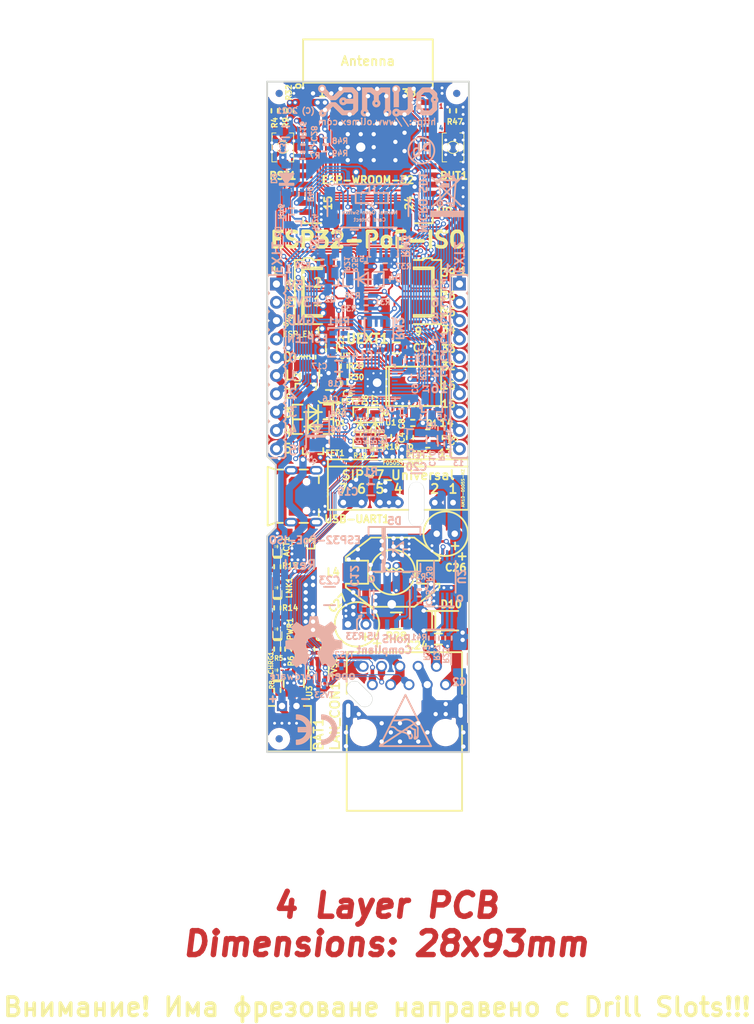
<source format=kicad_pcb>
(kicad_pcb (version 20221018) (generator pcbnew)
  (title_block (title "ESP32-PoE-ISO") (date "2021-12-23") (rev "I") (company "OLIMEX Ltd.") (comment 1 "https://www.olimex.com"))
  (layers (0 "F.Cu" signal) (1 "In1.Cu" power) (2 "In2.Cu" power) (31 "B.Cu" signal) (34 "B.Paste" user) (35 "F.Paste" user) (36 "B.SilkS" user "B.Silkscreen") (37 "F.SilkS" user "F.Silkscreen") (38 "B.Mask" user) (39 "F.Mask" user) (44 "Edge.Cuts" user))
  (net 0 "")
  (net 1 "+5V")
  (net 2 "GND")
  (net 3 "Net-(BAT1-Pad1)")
  (net 4 "Net-(BUT1-Pad2)")
  (net 5 "/GPI34/BUT1")
  (net 6 "+3V3")
  (net 7 "Net-(C11-Pad1)")
  (net 8 "/GPIO3/U0RXD")
  (net 9 "/ESP_EN")
  (net 10 "/GPIO25/EMAC_RXD0(RMII)")
  (net 11 "/GPIO19/EMAC_TXD0(RMII)")
  (net 12 "/GPIO26/EMAC_RXD1(RMII)")
  (net 13 "/GPIO1/U0TXD")
  (net 14 "Net-(L2-Pad1)")
  (net 15 "Net-(Q2-Pad1)")
  (net 16 "/GPIO22/EMAC_TXD1(RMII)")
  (net 17 "/GPIO21/EMAC_TX_EN(RMII)")
  (net 18 "Net-(MICRO_SD1-Pad5)")
  (net 19 "/GPI36/U1RXD")
  (net 20 "/GPIO23/MDC(RMII)")
  (net 21 "/GPIO27/EMAC_RX_CRS_DV")
  (net 22 "/GPIO4/U1TXD")
  (net 23 "/GPIO2/HS2_DATA0")
  (net 24 "/GPIO13/I2C-SDA")
  (net 25 "/GPIO14/HS2_CLK")
  (net 26 "/GPIO15/HS2_CMD")
  (net 27 "/GPIO16/I2C-SCL")
  (net 28 "/GPIO18/MDIO(RMII)")
  (net 29 "/+5V_USB")
  (net 30 "Net-(MICRO_SD1-Pad1)")
  (net 31 "Net-(MICRO_SD1-Pad2)")
  (net 32 "Net-(MICRO_SD1-Pad8)")
  (net 33 "Net-(U4-Pad4)")
  (net 34 "Net-(U4-Pad14)")
  (net 35 "Net-(U4-Pad18)")
  (net 36 "Net-(U4-Pad20)")
  (net 37 "Net-(U4-Pad26)")
  (net 38 "Net-(USB-UART1-Pad4)")
  (net 39 "Net-(MICRO_SD1-Pad7)")
  (net 40 "/D_Com")
  (net 41 "Earth")
  (net 42 "+5VP")
  (net 43 "Spare1")
  (net 44 "Spare2")
  (net 45 "/GPIO33")
  (net 46 "/GPIO32")
  (net 47 "/GPI39")
  (net 48 "Net-(FID1-PadFid1)")
  (net 49 "Net-(FID2-PadFid1)")
  (net 50 "Net-(FID3-PadFid1)")
  (net 51 "Net-(MICRO_SD1-PadCD1)")
  (net 52 "Net-(C4-Pad1)")
  (net 53 "Net-(C5-Pad1)")
  (net 54 "Net-(C21-Pad2)")
  (net 55 "Net-(D4-Pad1)")
  (net 56 "Net-(Q2-Pad2)")
  (net 57 "Net-(Q3-Pad3)")
  (net 58 "Net-(Q3-Pad2)")
  (net 59 "Net-(Q3-Pad1)")
  (net 60 "Net-(R6-Pad1)")
  (net 61 "Net-(R26-Pad1)")
  (net 62 "Net-(R29-Pad1)")
  (net 63 "Net-(U1-Pad17)")
  (net 64 "Net-(U1-Pad14)")
  (net 65 "Net-(U1-Pad13)")
  (net 66 "Net-(U1-Pad12)")
  (net 67 "Net-(U1-Pad11)")
  (net 68 "Net-(U9-Pad32)")
  (net 69 "Net-(C6-Pad1)")
  (net 70 "+3.3VLAN")
  (net 71 "Net-(C17-Pad1)")
  (net 72 "/GPIO0")
  (net 73 "/GPIO5/SPI_CS")
  (net 74 "/GPI35")
  (net 75 "Net-(RM1-Pad3.2)")
  (net 76 "Net-(RM1-Pad2.2)")
  (net 77 "Net-(RM1-Pad4.2)")
  (net 78 "/GPIO17/EMAC_CLK_OUT_180")
  (net 79 "Net-(U9-Pad22)")
  (net 80 "Net-(U9-Pad21)")
  (net 81 "Net-(U9-Pad20)")
  (net 82 "Net-(U9-Pad19)")
  (net 83 "Net-(U9-Pad18)")
  (net 84 "Net-(U9-Pad17)")
  (net 85 "/GPIO12/PHY_PWR")
  (net 86 "Net-(FID4-PadFid1)")
  (net 87 "Net-(FID5-PadFid1)")
  (net 88 "Net-(FID6-PadFid1)")
  (net 89 "Net-(ACT1-Pad2)")
  (net 90 "Net-(ACT1-Pad1)")
  (net 91 "Net-(LNK1-Pad1)")
  (net 92 "Net-(C3-Pad1)")
  (net 93 "Net-(RM1-Pad1.2)")
  (net 94 "Net-(CHRG1-Pad1)")
  (net 95 "Net-(PWR1-Pad1)")
  (net 96 "Net-(C10-Pad2)")
  (net 97 "Net-(R3-Pad2)")
  (net 98 "Net-(L3-Pad1)")
  (net 99 "Net-(R8-Pad2)")
  (net 100 "/TD+")
  (net 101 "/TD-")
  (net 102 "/RD+")
  (net 103 "/RD-")
  (net 104 "/Shield")
  (net 105 "Net-(R14-Pad2)")
  (net 106 "/USB_D-")
  (net 107 "/USB_D+")
  (net 108 "Net-(C8-Pad1)")
  (net 109 "Net-(D6-Pad1)")
  (net 110 "Net-(D7-Pad2)")
  (net 111 "Net-(U1-Pad20)")
  (net 112 "Net-(D9-Pad1)")
  (net 113 "Net-(C12-Pad1)")
  (net 114 "Net-(C12-Pad2)")
  (net 115 "Net-(C25-Pad2)")
  (net 116 "Net-(R22-Pad2)")
  (net 117 "Net-(R23-Pad1)")
  (net 118 "Net-(R27-Pad2)")
  (net 119 "Net-(R33-Pad1)")
  (net 120 "Net-(U2-Pad7)")
  (net 121 "Net-(U2-Pad6)")
  (net 122 "Net-(U5-Pad7)")
  (net 123 "/5V_DCDC")
  (net 124 "/ILIM")
  (footprint "OLIMEX_Other-FP:Fiducial1x3" (layer "F.Cu") (at 91.821 186.309 -90)
    (fp_text reference "FID3" hide)
    (fp_text value "Fiducial" hide)
  )
  (footprint "OLIMEX_Cases-FP:ESP-WROOM-32_MODULE" (layer "F.Cu") (at 104.14 102.035)
    (fp_text reference "U9")
    (fp_text value "ESP32-WROOM-32D-4MB")
  )
  (footprint "OLIMEX_Other-FP:Fiducial1x3" (layer "F.Cu") (at 116.459 96.774 -90)
    (fp_text reference "FID2" hide)
    (fp_text value "Fiducial" hide)
  )
  (footprint "OLIMEX_RLC-FP:R_0402_5MIL_DWS" (layer "F.Cu") (at 93.345 99.187 -90)
    (fp_text reference "R32")
    (fp_text value "10k/R0402")
  )
  (footprint "OLIMEX_Buttons-FP:IT1185AU2_V2" (layer "F.Cu") (at 115.959 104.267 90)
    (fp_text reference "BUT1")
    (fp_text value "IT1185AU2")
  )
  (footprint "OLIMEX_RLC-FP:C_0603_5MIL_DWS" (layer "F.Cu") (at 94.869 174.371 90)
    (fp_text reference "C1")
    (fp_text value "22uF/6.3V/20%/X5R/C0603")
  )
  (footprint "OLIMEX_IC-FP:SOT-23-5" (layer "F.Cu") (at 93.853 178.562 -90)
    (fp_text reference "U3")
    (fp_text value "BL4054B-42TPRN(SOT23-5)")
  )
  (footprint "OLIMEX_RLC-FP:R_0402_5MIL_DWS" (layer "F.Cu") (at 93.091 173.863 90)
    (fp_text reference "R6")
    (fp_text value "10k/R0402")
  )
  (footprint "OLIMEX_RLC-FP:R_0402_5MIL_DWS" (layer "F.Cu") (at 91.186 99.187 90)
    (fp_text reference "R4")
    (fp_text value "47k/R0402")
  )
  (footprint "OLIMEX_RLC-FP:R_0402_5MIL_DWS" (layer "F.Cu") (at 92.075 99.187 -90)
    (fp_text reference "R9")
    (fp_text value "100k/R0402")
  )
  (footprint "OLIMEX_LEDs-FP:LED_0603_KA" (layer "F.Cu") (at 91.567 176.784 90)
    (fp_text reference "CHRG1")
    (fp_text value "LED/YELLOW/0603")
  )
  (footprint "OLIMEX_LEDs-FP:LED_0603_KA" (layer "F.Cu") (at 91.567 171.069 90)
    (fp_text reference "PWR1")
    (fp_text value "LED/RED/0603")
  )
  (footprint "OLIMEX_RLC-FP:R_0402_5MIL_DWS" (layer "F.Cu") (at 91.567 173.863 -90)
    (fp_text reference "R5")
    (fp_text value "2.2k/R0402")
  )
  (footprint "OLIMEX_Other-FP:Fiducial1x3" (layer "F.Cu") (at 91.821 96.774 -90)
    (fp_text reference "FID1" hide)
    (fp_text value "Fiducial" hide)
  )
  (footprint "OLIMEX_Buttons-FP:IT1185AU2_V2" (layer "F.Cu") (at 92.321 104.267 90)
    (fp_text reference "RST1")
    (fp_text value "IT1185AU2")
  )
  (footprint "OLIMEX_Connectors-FP:LIPO_BAT-CON2DW02R" (layer "F.Cu") (at 93.218 184.912)
    (fp_text reference "BAT1")
    (fp_text value "DW02R")
  )
  (footprint "OLIMEX_RLC-FP:C_0402_5MIL_DWS" (layer "F.Cu") (at 97.155 173.863 90)
    (fp_text reference "C11")
    (fp_text value "100nF/16V/10%/X7R/C0402")
  )
  (footprint "OLIMEX_Transistors-FP:SOT23" (layer "F.Cu") (at 96.52 146.177 90)
    (fp_text reference "FET1")
    (fp_text value "WPM2015-3/TR")
  )
  (footprint "OLIMEX_RLC-FP:CD32" (layer "F.Cu") (at 95.377 133.35 90)
    (fp_text reference "L2")
    (fp_text value "2.2uH/1.5A/DCR=72mR/20%/3.00x3.00x1.50mm/CD32(NR3015T2R2M)")
  )
  (footprint "OLIMEX_RLC-FP:R_0402_5MIL_DWS" (layer "F.Cu") (at 100.838 136.906 -90)
    (fp_text reference "R30")
    (fp_text value "49.9k/1%/R0402")
  )
  (footprint "OLIMEX_RLC-FP:R_0402_5MIL_DWS" (layer "F.Cu") (at 100.838 134.62 90)
    (fp_text reference "R29")
    (fp_text value "220k/R0402")
  )
  (footprint "OLIMEX_RLC-FP:C_0603_5MIL_DWS" (layer "F.Cu") (at 98.806 138.684)
    (fp_text reference "C6")
    (fp_text value "22uF/6.3V/20%/X5R/C0603")
  )
  (footprint "OLIMEX_Regulators-FP:SOT-23-5" (layer "F.Cu") (at 98.806 135.763 90)
    (fp_text reference "U7")
    (fp_text value "SY8089AAAC(SOT23-5)")
  )
  (footprint "OLIMEX_RLC-FP:C_0603_5MIL_DWS" (layer "F.Cu") (at 99.06 132.08 -90)
    (fp_text reference "C22")
    (fp_text value "22uF/6.3V/20%/X5R/C0603")
  )
  (footprint "OLIMEX_RLC-FP:R_0402_5MIL_DWS" (layer "F.Cu") (at 91.567 168.148 -90)
    (fp_text reference "R14")
    (fp_text value "2.2k/R0402")
  )
  (footprint "OLIMEX_LEDs-FP:LED_0603_KA" (layer "F.Cu") (at 91.567 165.354 90)
    (fp_text reference "LNK1")
    (fp_text value "LED/GREEN/0603")
  )
  (footprint "OLIMEX_RLC-FP:R_0402_5MIL_DWS" (layer "F.Cu") (at 91.567 162.433 -90)
    (fp_text reference "R15")
    (fp_text value "2.2k/R0402")
  )
  (footprint "OLIMEX_LEDs-FP:LED_0603_KA" (layer "F.Cu") (at 91.567 159.639 90)
    (fp_text reference "ACT1")
    (fp_text value "LED/YELLOW/0603")
  )
  (footprint "OLIMEX_RLC-FP:L_0805_5MIL_DWS" (layer "F.Cu") (at 94.488 159.258 -90)
    (fp_text reference "L3")
    (fp_text value "FB0805/600R/2A")
  )
  (footprint "OLIMEX_RLC-FP:C_0603_5MIL_DWS" (layer "F.Cu") (at 108.077 132.08 180)
    (fp_text reference "C7")
    (fp_text value "22uF/6.3V/20%/X5R/C0603")
  )
  (footprint "OLIMEX_RLC-FP:C_0402_5MIL_DWS" (layer "F.Cu") (at 114.935 144.526 -90)
    (fp_text reference "C5")
    (fp_text value "27pF/50V/5%/C0G/C0402")
  )
  (footprint "OLIMEX_RLC-FP:C_0402_5MIL_DWS" (layer "F.Cu") (at 109.982 144.526 90)
    (fp_text reference "C4")
    (fp_text value "27pF/50V/5%/C0G/C0402")
  )
  (footprint "OLIMEX_Transistors-FP:SOT23" (layer "F.Cu") (at 95.504 137.668 -90)
    (fp_text reference "FET2")
    (fp_text value "WPM2015-3/TR")
  )
  (footprint "OLIMEX_RLC-FP:R_0402_5MIL_DWS" (layer "F.Cu") (at 106.934 144.399 -90)
    (fp_text reference "R18")
    (fp_text value "10k/R0402")
  )
  (footprint "OLIMEX_Other-FP:Mounting_hole_2_mm" (layer "F.Cu") (at 102.9716 180.0987 45)
    (fp_text reference "Drill_Slot3" hide)
    (fp_text value "2 mm" hide)
  )
  (footprint "OLIMEX_Regulators-FP:SIP-7_Universal" (layer "F.Cu") (at 108.331 153.543 180)
    (fp_text reference "DCDC1")
    (fp_text value "F0505S-2WR2(SIP-7)")
  )
  (footprint "OLIMEX_RLC-FP:CPOL-RM2.5mm_6.3x11mm_PTH" (layer "F.Cu") (at 102.616 170.434 180)
    (fp_text reference "C27")
    (fp_text value "15uF/100V/20%/RM2.5/6.3x11mm(Farnell:1281844)")
  )
  (footprint "OLIMEX_IC-FP:SSOP-20W" (layer "F.Cu") (at 110.49 137.414)
    (fp_text reference "U1")
    (fp_text value "CH340T(SSOP20W)")
  )
  (footprint "OLIMEX_Crystal-FP:TSX-3.2x2.5mm_GND(3)" (layer "F.Cu") (at 112.438 144.653)
    (fp_text reference "Q1")
    (fp_text value "Q12MHz/20pF/10ppm/4P/3.2x2.5mm")
  )
  (footprint "OLIMEX_RLC-FP:R_0402_5MIL_DWS" (layer "F.Cu") (at 104.775 146.685 180)
    (fp_text reference "R19")
    (fp_text value "10k/R0402")
  )
  (footprint "OLIMEX_Diodes-FP:SOD-123_1C-2A_KA" (layer "F.Cu") (at 103.124 143.129 -90)
    (fp_text reference "D6")
    (fp_text value "1N5819S4/SOD123")
  )
  (footprint "OLIMEX_Diodes-FP:SOD-123_1C-2A_KA" (layer "F.Cu") (at 105.156 143.129 -90)
    (fp_text reference "D7")
    (fp_text value "1N5819S4/SOD123")
  )
  (footprint "OLIMEX_Diodes-FP:SOD-123_1C-2A_KA" (layer "F.Cu") (at 96.52 140.97 180)
    (fp_text reference "D3")
    (fp_text value "1N5819S4/SOD123")
  )
  (footprint "OLIMEX_Diodes-FP:SOD-123_1C-2A_KA" (layer "F.Cu") (at 96.52 143.002)
    (fp_text reference "D1")
    (fp_text value "1N5819S4/SOD123")
  )
  (footprint "OLIMEX_Connectors-FP:USB-MICRO_MISB-SWMM-5B_LF" (layer "F.Cu") (at 93.726 152.654 180)
    (fp_text reference "USB-UART1")
    (fp_text value "MISB-SWMM-5B-LF(USB_MICRO)")
  )
  (footprint "OLIMEX_Other-FP:Mounting_hole_2_mm" (layer "F.Cu") (at 110.871 153.7335)
    (fp_text reference "Drill_Slot1" hide)
    (fp_text value "2 mm" hide)
  )
  (footprint "OLIMEX_Diodes-FP:SOT-23-5" (layer "F.Cu") (at 97.282 176.911 -90)
    (fp_text reference "TVS1")
    (fp_text value "ESDS314DBVR(SOT-23-5)")
  )
  (footprint "OLIMEX_Connectors-FP:RJP-003TC1(LPJ4112CNL)" (layer "F.Cu") (at 109.2 185.293)
    (fp_text reference "LAN_CON1")
    (fp_text value "RJP-003TC1(LPJ4112CNL)")
  )
  (footprint "OLIMEX_Connectors-FP:GBH-254-SMT-10" (layer "F.Cu") (at 104.14 124.333)
    (fp_text reference "UEXT1")
    (fp_text value "P-B-V-10-LF")
  )
  (footprint "OLIMEX_RLC-FP:C_0402_5MIL_DWS" (layer "F.Cu") (at 110.363 142.494)
    (fp_text reference "C8")
    (fp_text value "100nF/16V/10%/X7R/C0402")
  )
  (footprint "OLIMEX_RLC-FP:R_1206_5MIL_DWS" (layer "F.Cu") (at 108.077 169.926)
    (fp_text reference "R28")
    (fp_text value "0.03R/1%/R1206")
  )
  (footprint "OLIMEX_RLC-FP:DBS135" (layer "F.Cu") (at 107.569 163.195)
    (fp_text reference "L4")
    (fp_text value "33uH/2.1A/DCR=0.1R/20%/DBS135(PD3316MT330)")
  )
  (footprint "OLIMEX_RLC-FP:CPOL-RM2.5mm_6.3x11mm_PTH" (layer "F.Cu") (at 114.935 157.861 180)
    (fp_text reference "C26")
    (fp_text value "470uF/10V/20%/Low_ESR/RM2.5/6.0x11mm")
  )
  (footprint "OLIMEX_RLC-FP:R_0402_5MIL_DWS" (layer "F.Cu") (at 115.951 99.187 90)
    (fp_text reference "R47")
    (fp_text value "220R/R0402")
  )
  (footprint "OLIMEX_RLC-FP:R_0402_5MIL_DWS" (layer "F.Cu") (at 91.567 179.578 -90)
    (fp_text reference "R8")
    (fp_text value "2.2k/R0402")
  )
  (footprint "OLIMEX_RLC-FP:C_0603_5MIL_DWS" (layer "F.Cu") (at 113.919 172.466)
    (fp_text reference "C24")
    (fp_text value "100nF/100V/10%/X7R/C0603")
  )
  (footprint "OLIMEX_Diodes-FP:SMA-KA" (layer "F.Cu") (at 114.173 169.926)
    (fp_text reference "D10")
    (fp_text value "SMAJ58A/SMA")
  )
  (footprint "OLIMEX_RLC-FP:L_0805_5MIL_DWS" (layer "B.Cu") (at 102.235 118.618)
    (fp_text reference "L5")
    (fp_text value "FB0805/600R/2A")
  )
  (footprint "OLIMEX_Connectors-FP:HN1x10" (layer "B.Cu") (at 116.84 134.65 -90)
    (fp_text reference "EXT2")
    (fp_text value "NS(HN1x10)")
  )
  (footprint "OLIMEX_Other-FP:Fiducial1x3" (layer "B.Cu") (at 91.821 186.309 -90)
    (fp_text reference "FID6" hide)
    (fp_text value "Fiducial" hide)
  )
  (footprint "OLIMEX_RLC-FP:R_0402_5MIL_DWS" (layer "B.Cu") (at 106.553 120.777 180)
    (fp_text reference "R37")
    (fp_text value "10k/R0402")
  )
  (footprint "OLIMEX_Connectors-FP:uSD(TFC-9P-1.xH(ATFFS150A01BR016))" (layer "B.Cu") (at 104.14 111.887)
    (fp_text reference "MICRO_SD1")
    (fp_text value "TFC-9P-1.7H(ATFFS150A01BR016)")
  )
  (footprint "OLIMEX_RLC-FP:R_0402_5MIL_DWS" (layer "B.Cu") (at 94.996 110.744 90)
    (fp_text reference "R40")
    (fp_text value "10R/R0402")
  )
  (footprint "OLIMEX_Other-FP:Fiducial1x3" (layer "B.Cu") (at 116.459 96.774 -90)
    (fp_text reference "FID5" hide)
    (fp_text value "Fiducial" hide)
  )
  (footprint "OLIMEX_Other-FP:Fiducial1x3" (layer "B.Cu") (at 91.821 96.774 -90)
    (fp_text reference "FID4" hide)
    (fp_text value "Fiducial" hide)
  )
  (footprint "OLIMEX_RLC-FP:R_MATRIX_4" (layer "B.Cu") (at 106.299 117.983)
    (fp_text reference "RM3")
    (fp_text value "RA1206_(4X0603)_4B8_2.2k")
  )
  (footprint "OLIMEX_RLC-FP:R_0402_5MIL_DWS" (layer "B.Cu") (at 103.886 126.619)
    (fp_text reference "R39")
    (fp_text value "10k/R0402")
  )
  (footprint "OLIMEX_Connectors-FP:HN1x10" (layer "B.Cu") (at 91.44 134.65 -90)
    (fp_text reference "EXT1")
    (fp_text value "NS(HN1x10)")
  )
  (footprint "OLIMEX_RLC-FP:C_0603_5MIL_DWS" (layer "B.Cu") (at 104.521 151.765)
    (fp_text reference "C19")
    (fp_text value "22uF/6.3V/20%/X5R/C0603")
  )
  (footprint "OLIMEX_RLC-FP:C_1206_5MIL_DWS_ISO" (layer "B.Cu") (at 116.84 175.26 -90)
    (fp_text reference "C2")
    (fp_text value "1nF/2000V/10%/X7R/C1206")
  )
  (footprint "OLIMEX_RLC-FP:C_1808(4520)_5MIL_DWS_ISO" (layer "B.Cu") (at 110.871 150.749)
    (fp_text reference "C20")
    (fp_text value "NA(1.0nF/3kV/10%/X7R/SMD/1808(VISHAY-VJ1808Y102KBHAT4X_Farnell-2407291))")
  )
  (footprint "OLIMEX_RLC-FP:C_1808(4520)_5MIL_DWS_ISO" (layer "B.Cu") (at 98.806 166.497)
    (fp_text reference "C23")
    (fp_text value "1.0nF/3kV/10%/X7R/SMD/1808(VISHAY-VJ1808Y102KBHAT4X_Farnell-2407291)")
  )
  (footprint "OLIMEX_RLC-FP:R_0402_5MIL_DWS" (layer "B.Cu") (at 97.155 116.205 180)
    (fp_text reference "R24")
    (fp_text value "220R/R0402")
  )
  (footprint "OLIMEX_RLC-FP:R_0402_5MIL_DWS" (layer "B.Cu") (at 114.3 143.256 90)
    (fp_text reference "R3")
    (fp_text value "1k/R0402")
  )
  (footprint "OLIMEX_RLC-FP:C_0603_5MIL_DWS" (layer "B.Cu") (at 113.03 144.78 90)
    (fp_text reference "C10")
    (fp_text value "22uF/6.3V/20%/X5R/C0603")
  )
  (footprint "OLIMEX_RLC-FP:C_0402_5MIL_DWS" (layer "B.Cu") (at 100.076 135.89 180)
    (fp_text reference "C18")
    (fp_text value "100nF/16V/10%/X7R/C0402")
  )
  (footprint "OLIMEX_RLC-FP:C_0603_5MIL_DWS" (layer "B.Cu") (at 110.109 133.604 -90)
    (fp_text reference "C21")
    (fp_text value "NA(10uF/6.3V/20%/X5R/C0603)")
  )
  (footprint "OLIMEX_RLC-FP:C_0603_5MIL_DWS" (layer "B.Cu") (at 100.076 134.62 180)
    (fp_text reference "C17")
    (fp_text value "2.2uF/6.3V/10%/X5R/C0603")
  )
  (footprint "OLIMEX_RLC-FP:L_0805_5MIL_DWS" (layer "B.Cu") (at 109.093 142.367 180)
    (fp_text reference "L1")
    (fp_text value "FB0805/600R/2A")
  )
  (footprint "OLIMEX_IC-FP:QFN32_EP(33)_5.00x5.00x0.90mm_Pitch_0.50mm" (layer "B.Cu") (at 105.41 136.906 90)
    (fp_text reference "U4")
    (fp_text value "LAN8710A-EZC(QFN32)")
  )
  (footprint "OLIMEX_Transistors-FP:SOT23" (layer "B.Cu") (at 113.03 140.335 90)
    (fp_text reference "T1")
    (fp_text value "LMUN2211LT1G(SOT-23)")
  )
  (footprint "OLIMEX_RLC-FP:R_0402_5MIL_DWS" (layer "B.Cu") (at 106.68 141.986 90)
    (fp_text reference "R12")
    (fp_text value "49.9R/1%/R0402")
  )
  (footprint "OLIMEX_RLC-FP:R_0402_5MIL_DWS" (layer "B.Cu") (at 114.3 145.415 90)
    (fp_text reference "R2")
    (fp_text value "10k/R0402")
  )
  (footprint "OLIMEX_RLC-FP:R_0402_5MIL_DWS" (layer "B.Cu") (at 95.123 103.378 180)
    (fp_text reference "R16")
    (fp_text value "470k/R0402")
  )
  (footprint "OLIMEX_RLC-FP:R_0402_5MIL_DWS" (layer "B.Cu") (at 95.123 105.41)
    (fp_text reference "R7")
    (fp_text value "470k/R0402")
  )
  (footprint "OLIMEX_RLC-FP:C_0603_5MIL_DWS" (layer "B.Cu") (at 110.617 139.954 90)
    (fp_text reference "C9")
    (fp_text value "22uF/6.3V/20%/X5R/C0603")
  )
  (footprint "OLIMEX_Transistors-FP:SOT23" (layer "B.Cu") (at 110.236 144.78)
    (fp_text reference "FET3")
    (fp_text value "WPM2015-3/TR")
  )
  (footprint "OLIMEX_RLC-FP:R_0402_5MIL_DWS" (layer "B.Cu") (at 110.617 136.017 -90)
    (fp_text reference "R25")
    (fp_text value "10k/R0402")
  )
  (footprint "OLIMEX_RLC-FP:C_0402_5MIL_DWS" (layer "B.Cu") (at 100.965 139.192 180)
    (fp_text reference "C16")
    (fp_text value "100nF/16V/10%/X7R/C0402")
  )
  (footprint "OLIMEX_RLC-FP:R_0402_5MIL_DWS" (layer "B.Cu") (at 100.965 140.081 180)
    (fp_text reference "R26")
    (fp_text value "12.1k/1%/R0402")
  )
  (footprint "OLIMEX_RLC-FP:R_0402_5MIL_DWS" (layer "B.Cu") (at 104.521 150.495)
    (fp_text reference "R1")
    (fp_text value "10k/R0402")
  )
  (footprint "OLIMEX_RLC-FP:R_0402_5MIL_DWS" (layer "B.Cu") (at 97.79 120.269 180)
    (fp_text reference "R20")
    (fp_text value "1k/R0402")
  )
  (footprint "OLIMEX_RLC-FP:R_0402_5MIL_DWS" (layer "B.Cu") (at 99.568 120.269 180)
    (fp_text reference "R21")
    (fp_text value "1k/R0402")
  )
  (footprint "OLIMEX_Transistors-FP:SOT23" (layer "B.Cu") (at 98.679 117.729 -90)
    (fp_text reference "Q3")
    (fp_text value "BC817-40(SOT23)")
  )
  (footprint "OLIMEX_Transistors-FP:SOT23" (layer "B.Cu") (at 98.61296 122.77344 90)
    (fp_text reference "Q2")
    (fp_text value "BC817-40(SOT23)")
  )
  (footprint "OLIMEX_Diodes-FP:SOT23-3" (layer "B.Cu") (at 94.234 115.951 180)
    (fp_text reference "D2")
    (fp_text value "BAT54C(SOT23-3)")
  )
  (footprint "OLIMEX_RLC-FP:R_0402_5MIL_DWS" (layer "B.Cu") (at 103.886 125.73)
    (fp_text reference "R31")
    (fp_text value "2.2k/R0402")
  )
  (footprint "OLIMEX_RLC-FP:R_0402_5MIL_DWS" (layer "B.Cu") (at 98.171 103.378 180)
    (fp_text reference "R48")
    (fp_text value "10k/R0402")
  )
  (footprint "OLIMEX_RLC-FP:R_0402_5MIL_DWS" (layer "B.Cu") (at 98.171 104.394)
    (fp_text reference "R49")
    (fp_text value "NA/R0402")
  )
  (footprint "OLIMEX_RLC-FP:R_0402_5MIL_DWS" (layer "B.Cu") (at 103.886 120.777)
    (fp_text reference "R35")
    (fp_text value "2.2k/R0402")
  )
  (footprint "OLIMEX_RLC-FP:R_0402_5MIL_DWS" (layer "B.Cu") (at 103.886 124.841)
    (fp_text reference "R36")
    (fp_text value "10k/R0402")
  )
  (footprint "OLIMEX_RLC-FP:C_0603_5MIL_DWS" (layer "B.Cu") (at 107.442 144.78 -90)
    (fp_text reference "C13")
    (fp_text value "22uF/6.3V/20%/X5R/C0603")
  )
  (footprint "OLIMEX_RLC-FP:R_0402_5MIL_DWS" (layer "B.Cu") (at 93.599 113.157)
    (fp_text reference "R46")
    (fp_text value "220R/R0402")
  )
  (footprint "OLIMEX_Diodes-FP:SOD-123_1C-2A_KA" (layer "B.Cu") (at 103.505 122.555)
    (fp_text reference "D4")
    (fp_text value "1N5819S4/SOD123")
  )
  (footprint "OLIMEX_RLC-FP:R_0402_5MIL_DWS" (layer "B.Cu") (at 103.124 141.986 90)
    (fp_text reference "R11")
    (fp_text value "49.9R/1%/R0402")
  )
  (footprint "OLIMEX_RLC-FP:R_0402_5MIL_DWS" (layer "B.Cu") (at 104.394 141.986 90)
    (fp_text reference "R10")
    (fp_text value "49.9R/1%/R0402")
  )
  (footprint "OLIMEX_RLC-FP:R_0402_5MIL_DWS" (layer "B.Cu") (at 94.996 145.923 90)
    (fp_text reference "R17")
    (fp_text value "NA/R0402")
  )
  (footprint "OLIMEX_RLC-FP:C_0603_5MIL_DWS" (layer "B.Cu") (at 92.71 102.108 180)
    (fp_text reference "C31")
    (fp_text value "1uF/10V/20%/X5R/C0603")
  )
  (footprint "OLIMEX_Diodes-FP:SOD-123_1C-2A_KA" (layer "B.Cu") (at 92.837 108.585 90)
    (fp_text reference "D9")
    (fp_text value "1N5819S4/SOD123")
  )
  (footprint "OLIMEX_Diodes-FP:D_0402_5MIL_DWS" (layer "B.Cu") (at 100.457 176.022 -90)
    (fp_text reference "TVS2")
    (fp_text value "NA(GG0402052R542P)")
  )
  (footprint "OLIMEX_Diodes-FP:D_0402_5MIL_DWS" (layer "B.Cu") (at 98.044 178.689 -90)
    (fp_text reference "TVS3")
    (fp_text value "NA(GG0402052R542P)")
  )
  (footprint "OLIMEX_RLC-FP:C_0805_5MIL_DWS" (layer "B.Cu") (at 102.235 116.713 180)
    (fp_text reference "C3")
    (fp_text value "47uF/6.3V/20%/X5R/C0805")
  )
  (footprint "OLIMEX_RLC-FP:R_MATRIX_4" (layer "B.Cu") (at 105.664 129.413)
    (fp_text reference "RM2")
    (fp_text value "RA1206_(4X0603)_4B8_2.2k")
  )
  (footprint "OLIMEX_RLC-FP:R_0402_5MIL_DWS" (layer "B.Cu") (at 105.41 141.986 90)
    (fp_text reference "R13")
    (fp_text value "49.9R/1%/R0402")
  )
  (footprint "OLIMEX_RLC-FP:C_0402_5MIL_DWS" (layer "B.Cu") (at 108.839 140.97)
    (fp_text reference "C15")
    (fp_text value "100nF/16V/10%/X7R/C0402")
  )
  (footprint "OLIMEX_Diodes-FP:DO214AA_1(K)-2(A)" (layer "B.Cu") (at 97.155 143.383 90)
    (fp_text reference "D8")
    (fp_text value "NA(SMBJ6.0A)")
  )
  (footprint "OLIMEX_LOGOs-FP:OLIMEX_LOGO_TB" (layer "B.Cu") (at 105.41 97.79 180)
    (fp_text reference "Logo_Olimex" hide)
    (fp_text value "" hide)
  )
  (footprint "OLIMEX_LOGOs-FP:LOGO_PBFREE" (layer "B.Cu") (at 111.76 104.394)
    (fp_text reference "Sign_PB-Free")
    (fp_text value "")
  )
  (footprint "OLIMEX_LOGOs-FP:LOGO_RECYCLEBIN_1" (layer "B.Cu") (at 117.475 113.919 180)
    (fp_text reference "Sign_RecycleBin" hide)
    (fp_text value "" hide)
  )
  (footprint "OLIMEX_LOGOs-FP:LOGO_OPENHARDWARE_8x8" (layer "B.Cu") (at 96.647 173.355 180)
    (fp_text reference "Logo_OSHW" hide)
    (fp_text value "" hide)
  )
  (footprint "OLIMEX_LOGOs-FP:CE_Sign" (layer "B.Cu") (at 96.012 185.039 180)
    (fp_text reference "Sign_CE" hide)
    (fp_text value "CE_Sign" hide)
  )
  (footprint "OLIMEX_LOGOs-FP:LOGO_ANTISTATIC_1" (layer "B.Cu") (at 112.903 187.325 180)
    (fp_text reference "Sign_Antistatic" hide)
    (fp_text value "Val**" hide)
  )
  (footprint "OLIMEX_RLC-FP:C_0402_5MIL_DWS" (layer "B.Cu") (at 111.252 167.005 180)
    (fp_text reference "C25")
    (fp_text value "12pF/50V/5%/COG/C0402")
  )
  (footprint "OLIMEX_RLC-FP:R_0402_5MIL_DWS" (layer "B.Cu") (at 113.03 172.339 90)
    (fp_text reference "R22")
    (fp_text value "24.9k/1%/R0402")
  )
  (footprint "OLIMEX_RLC-FP:R_0402_5MIL_DWS" (layer "B.Cu") (at 115.316 172.339 -90)
    (fp_text reference "R23")
    (fp_text value "180k/1%/R0402")
  )
  (footprint "OLIMEX_RLC-FP:R_0402_5MIL_DWS" (layer "B.Cu") (at 114.427 172.339 90)
    (fp_text reference "R27")
    (fp_text value "4.42k/1%/1/16W/R0402")
  )
  (footprint "OLIMEX_IC-FP:TSSOP-8_Pitch-0.65mm_Dimensions-4.40x3.00x1.20mm" (layer "B.Cu") (at 114.808 163.83 90)
    (fp_text reference "U2")
    (fp_text value "TPS2375PW(TSSOP-8)")
  )
  (footprint "OLIMEX_RLC-FP:C_0402_5MIL_DWS" (layer "B.Cu") (at 95.123 104.394 180)
    (fp_text reference "C28")
    (fp_text value "1nF/50V/10%/X7R/C0402")
  )
  (footprint "OLIMEX_RLC-FP:C_0402_5MIL_DWS" (layer "B.Cu") (at 105.664 132.334)
    (fp_text reference "C14")
    (fp_text value "100nF/16V/10%/X7R/C0402")
  )
  (footprint "OLIMEX_RLC-FP:R_MATRIX_4" (layer "B.Cu") (at 100.076 131.318 90)
    (fp_text reference "RM1")
    (fp_text value "RA1206_(4X0603)_4B8_2.2k")
  )
  (footprint "OLIMEX_RLC-FP:C_0603_5MIL_DWS" (layer "B.Cu") (at 103.632 166.116 -90)
    (fp_text reference "C12")
    (fp_text value "100nF/100V/10%/X7R/C0603")
  )
  (footprint "OLIMEX_RLC-FP:R_0402_5MIL_DWS" (layer "B.Cu") (at 103.632 168.402 180)
    (fp_text reference "R33")
    (fp_text value "4.7R/R0402")
  )
  (footprint "OLIMEX_Diodes-FP:DO214AB(SMC)_1(K)-2(A)" (layer "B.Cu") (at 107.823 160.02)
    (fp_text reference "D5")
    (fp_text value "SS510/100V/5A/0.85V/DO214AB(SMC)")
  )
  (footprint "OLIMEX_RLC-FP:R_2512_MM_DWS" (layer "B.Cu") (at 114.046 169.545)
    (fp_text reference "R41")
    (fp_text value "4.7k/R2512")
  )
  (footprint "OLIMEX_RLC-FP:R_0402_5MIL_DWS" (layer "B.Cu") (at 111.252 166.116 180)
    (fp_text reference "R38")
    (fp_text value "56.2k/1%/R0402")
  )
  (footprint "OLIMEX_Regulators-FP:ESOIC-8" (layer "B.Cu") (at 107.442 167.646)
    (fp_text reference "U5")
    (fp_text value "TX4138(ESOIC-8)")
  )
  (footprint "OLIMEX_RLC-FP:R_0402_5MIL_DWS" (layer "B.Cu") (at 111.252 165.1)
    (fp_text reference "R34")
    (fp_text value "10.5k/1%/R0402")
  )
  (gr_line (start 112.2045 165.354) (end 112.141 165.608) (stroke (width 0.2032)) (layer "B.SilkS"))
  (gr_line (start 112.141 165.608) (end 112.395 165.5445) (stroke (width 0.2032)) (layer "B.SilkS"))
  (gr_line (start 103.251 169.164) (end 103.124 169.545) (stroke (width 0.254)) (layer "B.SilkS"))
  (gr_line (start 112.4585 164.6555) (end 112.4585 165.2905) (stroke (width 0.2032)) (layer "B.SilkS"))
  (gr_line (start 96.139 104.394) (end 96.647 103.886) (stroke (width 0.2032)) (layer "B.SilkS"))
  (gr_line (start 96.139 104.394) (end 96.139 104.14) (stroke (width 0.2032)) (layer "B.SilkS"))
  (gr_line (start 96.647 103.886) (end 96.647 103.632) (stroke (width 0.2032)) (layer "B.SilkS"))
  (gr_line (start 96.139 104.394) (end 96.393 104.394) (stroke (width 0.2032)) (layer "B.SilkS"))
  (gr_line (start 103.251 169.164) (end 102.87 169.291) (stroke (width 0.254)) (layer "B.SilkS"))
  (gr_line (start 102.616 169.799) (end 103.251 169.164) (stroke (width 0.254)) (layer "B.SilkS"))
  (gr_line (start 112.4585 165.2905) (end 112.141 165.608) (stroke (width 0.2032)) (layer "B.SilkS"))
  (gr_line (start 102.616 171.196) (end 102.616 169.799) (stroke (width 0.254)) (layer "B.SilkS"))
  (gr_line (start 100.33 139.7) (end 97.663 139.7) (stroke (width 0.254)) (layer "F.SilkS"))
  (gr_line (start 100.33 139.7) (end 99.822 139.446) (stroke (width 0.254)) (layer "F.SilkS"))
  (gr_line (start 100.33 139.7) (end 99.822 139.954) (stroke (width 0.254)) (layer "F.SilkS"))
  (gr_line (start 97.536 139.7) (end 97.282 139.446) (stroke (width 0.254)) (layer "F.SilkS"))
  (gr_line (start 97.663 139.7) (end 97.536 139.7) (stroke (width 0.254)) (layer "F.SilkS"))
  (gr_line (start 118.15 188.15) (end 118.15 95.15) (stroke (width 0.254)) (layer "Edge.Cuts"))
  (gr_line (start 90.15 147.1) (end 90.15 95.15) (stroke (width 0.254)) (layer "Edge.Cuts"))
  (gr_line (start 90.15 95.15) (end 118.15 95.15) (stroke (width 0.254)) (layer "Edge.Cuts"))
  (gr_line (start 90.15 188.15) (end 118.15 188.15) (stroke (width 0.254)) (layer "Edge.Cuts"))
  (gr_line (start 90.15 188.15) (end 90.15 158.2) (stroke (width 0.254)) (layer "Edge.Cuts"))
  (gr_line (start 90.15 158.2) (end 91.35 157) (stroke (width 0.254)) (layer "Edge.Cuts"))
  (gr_arc (start 101.538363 180.095033) (mid 101.538363 178.658179) (end 102.975217 178.658179) (stroke (width 0.15)) (layer "Edge.Cuts"))
  (gr_arc (start 104.412048 180.095025) (mid 104.41205 181.531863) (end 102.975212 181.531865) (stroke (width 0.15)) (layer "Edge.Cuts"))
  (gr_line (start 102.975212 181.531865) (end 101.538369 180.095027) (stroke (width 0.15)) (layer "Edge.Cuts"))
  (gr_line (start 104.41205 180.095025) (end 102.975217 178.658179) (stroke (width 0.15)) (layer "Edge.Cuts"))
  (gr_line (start 111.887 155.702) (end 111.887 151.765) (stroke (width 0.15)) (layer "Edge.Cuts"))
  (gr_arc (start 111.887 155.702) (mid 110.871 156.718) (end 109.855 155.702) (stroke (width 0.15)) (layer "Edge.Cuts"))
  (gr_line (start 109.855 155.702) (end 109.854991 151.765) (stroke (width 0.15)) (layer "Edge.Cuts"))
  (gr_arc (start 109.854991 151.765) (mid 110.871 150.748991) (end 111.887009 151.765) (stroke (width 0.15)) (layer "Edge.Cuts"))
  (gr_line (start 90.15 147.1) (end 91.35 148.3) (stroke (width 0.254)) (layer "Edge.Cuts"))
  (gr_line (start 91.35 148.3) (end 91.35 157) (stroke (width 0.254)) (layer "Edge.Cuts"))
  (gr_text "4 Layer PCB\nDimensions: 28x93mm" (at 106.68 212.09) (layer "F.Cu") (effects (font (size 3.302 3.302) (thickness 0.762) italic)))
  (gr_text "1" (at 114.3 98.552) (layer "F.Cu") (effects (font (size 0.635 0.635) (thickness 0.15875))))
  (gr_text "4" (at 114.3 101.6) (layer "B.Cu") (effects (font (size 0.635 0.635) (thickness 0.15875))))
  (gr_text "1" (at 115.189 121.031) (layer "B.SilkS") (effects (font (size 1.016 1.016) (thickness 0.254)) (justify mirror)))
  (gr_text "https://www.olimex.com" (at 105.41 100.711) (layer "B.SilkS") (effects (font (size 0.889 0.889) (thickness 0.1905)) (justify mirror)))
  (gr_text "1" (at 108.839 108.585) (layer "B.SilkS") (effects (font (size 0.762 0.762) (thickness 0.1905)) (justify mirror)))
  (gr_text "(C) 2021" (at 94.107 99.187) (layer "B.SilkS") (effects (font (size 0.762 0.762) (thickness 0.1905)) (justify mirror)))
  (gr_text "RoHS" (at 108.077 172.466) (layer "B.SilkS") (effects (font (size 1.016 1.016) (thickness 0.254)) (justify mirror)))
  (gr_text "Compliant" (at 106.426 173.99) (layer "B.SilkS") (effects (font (size 1.016 1.016) (thickness 0.254)) (justify mirror)))
  (gr_text "ESP32-PoE-ISO" (at 96.774 158.75) (layer "B.SilkS") (effects (font (size 1.016 1.016) (thickness 0.254)) (justify mirror)))
  (gr_text "39" (at 114.046 123.317) (layer "B.SilkS") (effects (font (size 1.27 1.27) (thickness 0.254)) (justify mirror)))
  (gr_text "35" (at 114.046 128.016) (layer "B.SilkS") (effects (font (size 1.27 1.27) (thickness 0.254)) (justify mirror)))
  (gr_text "34" (at 114.046 130.81) (layer "B.SilkS") (effects (font (size 1.27 1.27) (thickness 0.254)) (justify mirror)))
  (gr_text "33" (at 114.046 133.223) (layer "B.SilkS") (effects (font (size 1.27 1.27) (thickness 0.254)) (justify mirror)))
  (gr_text "32" (at 114.046 135.382) (layer "B.SilkS") (effects (font (size 1.27 1.27) (thickness 0.254)) (justify mirror)))
  (gr_text "16" (at 114.046 137.668) (layer "B.SilkS") (effects (font (size 1.27 1.27) (thickness 0.254)) (justify mirror)))
  (gr_text "15" (at 114.427 141.732) (layer "B.SilkS") (effects (font (size 0.762 0.762) (thickness 0.1905)) (justify mirror)))
  (gr_text "14" (at 115.189 144.145 60) (layer "B.SilkS") (effects (font (size 0.762 0.762) (thickness 0.1905)) (justify mirror)))
  (gr_text "13" (at 116.713 148.082) (layer "B.SilkS") (effects (font (size 0.762 0.762) (thickness 0.1905)) (justify mirror)))
  (gr_text "+5V" (at 94.869 123.444) (layer "B.SilkS") (effects (font (size 1.27 1.27) (thickness 0.254)) (justify mirror)))
  (gr_text "+3V3" (at 95.377 125.73) (layer "B.SilkS") (effects (font (size 1.27 1.27) (thickness 0.254)) (justify mirror)))
  (gr_text "GND" (at 94.869 128.27) (layer "B.SilkS") (effects (font (size 1.27 1.27) (thickness 0.254)) (justify mirror)))
  (gr_text "ESP_EN" (at 95.758 130.81) (layer "B.SilkS") (effects (font (size 1.016 1.016) (thickness 0.254)) (justify mirror)))
  (gr_text "0" (at 93.726 133.477) (layer "B.SilkS") (effects (font (size 1.27 1.27) (thickness 0.254)) (justify mirror)))
  (gr_text "1" (at 93.726 135.89) (layer "B.SilkS") (effects (font (size 1.27 1.27) (thickness 0.254)) (justify mirror)))
  (gr_text "2" (at 93.726 138.43) (layer "B.SilkS") (effects (font (size 1.27 1.27) (thickness 0.254)) (justify mirror)))
  (gr_text "3" (at 93.726 140.97) (layer "B.SilkS") (effects (font (size 1.27 1.27) (thickness 0.254)) (justify mirror)))
  (gr_text "4" (at 93.726 143.51) (layer "B.SilkS") (effects (font (size 1.27 1.27) (thickness 0.254)) (justify mirror)))
  (gr_text "5" (at 93.726 146.304) (layer "B.SilkS") (effects (font (size 1.27 1.27) (thickness 0.254)) (justify mirror)))
  (gr_text "+" (at 90.932 180.721) (layer "B.SilkS") (effects (font (size 1.016 1.016) (thickness 0.254)) (justify mirror)))
  (gr_text "-" (at 95.377 180.721) (layer "B.SilkS") (effects (font (size 1.016 1.016) (thickness 0.254)) (justify mirror)))
  (gr_text "36" (at 114.046 125.73) (layer "B.SilkS") (effects (font (size 1.27 1.27) (thickness 0.254)) (justify mirror)))
  (gr_text "Rev.I" (at 94.6785 162.179) (layer "B.SilkS") (effects (font (size 1.27 1.27) (thickness 0.254)) (justify mirror)))
  (gr_text "1" (at 93.091 121.158) (layer "B.SilkS") (effects (font (size 1.016 1.016) (thickness 0.254)) (justify mirror)))
  (gr_text "ESP32-PoE-ISO" (at 104.14 117.094) (layer "F.SilkS") (effects (font (size 2.159 2.159) (thickness 0.508))))
  (gr_text "1" (at 117.348 121.412) (layer "F.SilkS") (effects (font (size 1.016 1.016) (thickness 0.254))))
  (gr_text "+" (at 90.932 180.721) (layer "F.SilkS") (effects (font (size 1.016 1.016) (thickness 0.254))))
  (gr_text "1" (at 97.282 129.794) (layer "F.SilkS") (effects (font (size 1.016 1.016) (thickness 0.254))))
  (gr_text "+5V" (at 93.091 123.317 60) (layer "F.SilkS") (effects (font (size 0.635 0.635) (thickness 0.15875))))
  (gr_text "+3V3" (at 92.964 126.111 60) (layer "F.SilkS") (effects (font (size 0.635 0.635) (thickness 0.15875))))
  (gr_text "GND" (at 93.091 128.27 60) (layer "F.SilkS") (effects (font (size 0.635 0.635) (thickness 0.15875))))
  (gr_text "ESP_EN" (at 94.4245 130.175) (layer "F.SilkS") (effects (font (size 0.762 0.762) (thickness 0.15875))))
  (gr_text "0" (at 92.964 133.223 180) (layer "F.SilkS") (effects (font (size 1.27 1.27) (thickness 0.254))))
  (gr_text "9" (at 111.125 129.794) (layer "F.SilkS") (effects (font (size 1.016 1.016) (thickness 0.254))))
  (gr_text "1" (at 92.964 135.89) (layer "F.SilkS") (effects (font (size 1.27 1.27) (thickness 0.254))))
  (gr_text "2" (at 92.964 138.43) (layer "F.SilkS") (effects (font (size 1.27 1.27) (thickness 0.254))))
  (gr_text "3" (at 92.964 141.097) (layer "F.SilkS") (effects (font (size 1.27 1.27) (thickness 0.254))))
  (gr_text "4" (at 92.964 143.637) (layer "F.SilkS") (effects (font (size 1.27 1.27) (thickness 0.254))))
  (gr_text "5" (at 92.964 146.05) (layer "F.SilkS") (effects (font (size 1.27 1.27) (thickness 0.254))))
  (gr_text "13" (at 114.935 146.685) (layer "F.SilkS") (effects (font (size 1.016 1.016) (thickness 0.254))))
  (gr_text "14" (at 115.062 142.494) (layer "F.SilkS") (effects (font (size 1.016 1.016) (thickness 0.254))))
  (gr_text "15" (at 115.316 139.827) (layer "F.SilkS") (effects (font (size 1.016 1.016) (thickness 0.254))))
  (gr_text "16" (at 115.316 137.287) (layer "F.SilkS") (effects (font (size 1.016 1.016) (thickness 0.254))))
  (gr_text "32" (at 115.316 134.62) (layer "F.SilkS") (effects (font (size 1.016 1.016) (thickness 0.254))))
  (gr_text "33" (at 115.316 132.207) (layer "F.SilkS") (effects (font (size 1.016 1.016) (thickness 0.254))))
  (gr_text "34" (at 115.316 129.54) (layer "F.SilkS") (effects (font (size 1.016 1.016) (thickness 0.254))))
  (gr_text "35" (at 115.316 127.127) (layer "F.SilkS") (effects (font (size 1.016 1.016) (thickness 0.254))))
  (gr_text "36" (at 115.316 124.841) (layer "F.SilkS") (effects (font (size 1.016 1.016) (thickness 0.254))))
  (gr_text "39" (at 115.316 121.666) (layer "F.SilkS") (effects (font (size 1.016 1.016) (thickness 0.254))))
  (gr_text "1" (at 91.186 121.412) (layer "F.SilkS") (effects (font (size 1.016 1.016) (thickness 0.254))))
  (gr_text "-" (at 95.631 180.721) (layer "F.SilkS") (effects (font (size 1.016 1.016) (thickness 0.254))))
  (segment (start 91.186 102.87) (end 92.329 104.013) (width 0.508) (layer "F.Cu") (net 1))
  (segment (start 92.329 104.4575) (end 91.039021 105.747479) (width 0.508) (layer "F.Cu") (net 1))
  (segment (start 94.62 140.97) (end 94.62 142.245) (width 1.27) (layer "F.Cu") (net 1))
  (segment (start 91.694 120.777) (end 91.694 121.158) (width 0.508) (layer "F.Cu") (net 1))
  (segment (start 95.123 146.304) (end 95.123 144.653) (width 1.016) (layer "F.Cu") (net 1))
  (segment (start 94.803 177.262) (end 94.803 176.215) (width 0.762) (layer "F.Cu") (net 1))
  (segment (start 94.803 177.262) (end 94.803 178.242) (width 0.762) (layer "F.Cu") (net 1))
  (segment (start 94.55404 138.77544) (end 93.98 138.2014) (width 1.27) (layer "F.Cu") (net 1))
  (segment (start 91.44 123.22) (end 91.186 122.966) (width 0.508) (layer "F.Cu") (net 1))
  (segment (start 91.567 176.022) (end 92.583 176.022) (width 0.762) (layer "F.Cu") (net 1))
  (segment (start 94.803 176.215) (end 94.803014 176.214986) (width 0.762) (layer "F.Cu") (net 1))
  (segment (start 91.039021 105.747479) (end 91.039021 120.122021) (width 0.508) (layer "F.Cu") (net 1))
  (segment (start 91.186 99.695) (end 91.186 102.87) (width 0.508) (layer "F.Cu") (net 1))
  (segment (start 91.694 120.777) (end 92.075 121.158) (width 0.508) (layer "F.Cu") (net 1))
  (segment (start 92.329 175.26) (end 91.567 176.022) (width 0.762) (layer "F.Cu") (net 1))
  (segment (start 91.694 123.063) (end 91.44 123.317) (width 0.508) (layer "F.Cu") (net 1))
  (segment (start 93.98 136.779) (end 93.091 135.89) (width 1.2192) (layer "F.Cu") (net 1))
  (segment (start 91.694 121.158) (end 91.694 123.063) (width 0.508) (layer "F.Cu") (net 1))
  (segment (start 95.123 146.304) (end 95.758 145.669) (width 1.016) (layer "F.Cu") (net 1))
  (segment (start 93.091 135.89) (end 93.091 132.08) (width 1.2192) (layer "F.Cu") (net 1))
  (segment (start 92.583 170.307) (end 91.567 170.307) (width 0.762) (layer "F.Cu") (net 1))
  (segment (start 92.075 123.19) (end 91.44 123.19) (width 0.508) (layer "F.Cu") (net 1))
  (segment (start 95.5675 145.06956) (end 95.123 145.51406) (width 1.016) (layer "F.Cu") (net 1))
  (segment (start 94.62 143.002) (end 94.62 142.245) (width 1.27) (layer "F.Cu") (net 1))
  (segment (start 92.075 121.158) (end 92.075 123.19) (width 0.508) (layer "F.Cu") (net 1))
  (segment (start 92.583 176.022017) (end 92.583 175.26) (width 0.762) (layer "F.Cu") (net 1))
  (segment (start 94.803014 175.325986) (end 94.869 175.26) (width 0.762) (layer "F.Cu") (net 1))
  (segment (start 94.615 138.8364) (end 94.615 140.97) (width 1.27) (layer "F.Cu") (net 1))
  (segment (start 93.98 138.2014) (end 93.98 136.779) (width 1.27) (layer "F.Cu") (net 1))
  (segment (start 92.329 104.013) (end 92.329 104.4575) (width 0.508) (layer "F.Cu") (net 1))
  (segment (start 95.758 145.669) (end 95.758 145.161) (width 1.016) (layer "F.Cu") (net 1))
  (segment (start 91.039021 120.122021) (end 91.694 120.777) (width 0.508) (layer "F.Cu") (net 1))
  (segment (start 95.5675 145.06956) (end 94.615 144.11706) (width 1.27) (layer "F.Cu") (net 1))
  (segment (start 95.123 145.51406) (end 95.123 146.304) (width 1.016) (layer "F.Cu") (net 1))
  (segment (start 92.583 175.26) (end 92.329 175.26) (width 0.762) (layer "F.Cu") (net 1))
  (segment (start 94.803014 176.214986) (end 94.803014 175.325986) (width 0.762) (layer "F.Cu") (net 1))
  (segment (start 94.615 144.11706) (end 94.615 143.002) (width 1.27) (layer "F.Cu") (net 1))
  (segment (start 95.123 146.304) (end 95.123 147.574) (width 1.016) (layer "F.Cu") (net 1))
  (segment (start 94.803 178.242) (end 94.869 178.308) (width 0.762) (layer "F.Cu") (net 1))
  (via (at 92.583 170.307) (size 0.7) (drill 0.4) (layers "F.Cu" "B.Cu") (net 1))
  (via (at 94.869 178.308) (size 0.7) (drill 0.4) (layers "F.Cu" "B.Cu") (net 1))
  (via (at 92.583 175.26) (size 0.7) (drill 0.4) (layers "F.Cu" "B.Cu") (net 1))
  (via (at 92.583 176.022) (size 0.7) (drill 0.4) (layers "F.Cu" "B.Cu") (net 1))
  (via (at 95.123 147.574) (size 1) (drill 0.6) (layers "F.Cu" "B.Cu") (net 1))
  (via (at 94.803014 176.214986) (size 0.7) (drill 0.4) (layers "F.Cu" "B.Cu") (net 1))
  (via (at 93.091 132.08) (size 1) (drill 0.6) (layers "F.Cu" "B.Cu") (net 1))
  (segment (start 91.44 123.3805) (end 91.44 123.19) (width 1.27) (layer "B.Cu") (net 1))
  (segment (start 95.25 156.8212) (end 95.25 155.829) (width 1.016) (layer "B.Cu") (net 1))
  (segment (start 94.869 178.308) (end 94.869 176.280972) (width 1.016) (layer "B.Cu") (net 1))
  (segment (start 92.583 170.307) (end 92.583 171.069) (width 1.016) (layer "B.Cu") (net 1))
  (segment (start 92.583 171.069) (end 92.583 172.339) (width 1.016) (layer "B.Cu") (net 1))
  (segment (start 94.610028 176.022) (end 94.803014 176.214986) (width 1.016) (layer "B.Cu") (net 1))
  (segment (start 93.218 153.797) (end 93.218 151.511) (width 1.016) (layer "B.Cu") (net 1))
  (segment (start 93.091 125.0315) (end 91.44 123.3805) (width 1.27) (layer "B.Cu") (net 1))
  (segment (start 93.218 151.511) (end 95.123 149.606) (width 1.016) (layer "B.Cu") (net 1))
  (segment (start 92.583 173.609) (end 92.583 176.022) (width 1.016) (layer "B.Cu") (net 1))
  (segment (start 92.583 172.339) (end 92.583 173.99) (width 1.016) (layer "B.Cu") (net 1))
  (segment (start 93.091 132.08) (end 93.091 125.0315) (width 1.27) (layer "B.Cu") (net 1))
  (segment (start 92.583 173.99) (end 94.803014 176.210014) (width 1.016) (layer "B.Cu") (net 1))
  (segment (start 92.583 159.4882) (end 95.25 156.8212) (width 1.016) (layer "B.Cu") (net 1))
  (segment (start 94.803014 176.210014) (end 94.803014 176.214986) (width 1.016) (layer "B.Cu") (net 1))
  (segment (start 92.583 176.022) (end 93.853 176.022) (width 1.016) (layer "B.Cu") (net 1))
  (segment (start 93.853 176.022) (end 94.610028 176.022) (width 1.016) (layer "B.Cu") (net 1))
  (segment (start 92.583 172.339) (end 92.583 173.609) (width 1.016) (layer "B.Cu") (net 1))
  (segment (start 95.123 149.606) (end 95.123 147.574) (width 1.016) (layer "B.Cu") (net 1))
  (segment (start 92.583 170.307) (end 92.583 159.4882) (width 1.016) (layer "B.Cu") (net 1))
  (segment (start 94.869 178.308) (end 94.869 177.038) (width 1.016) (layer "B.Cu") (net 1))
  (segment (start 95.25 155.829) (end 93.218 153.797) (width 1.016) (layer "B.Cu") (net 1))
  (segment (start 94.869 176.280972) (end 94.803014 176.214986) (width 1.016) (layer "B.Cu") (net 1))
  (segment (start 94.869 177.038) (end 93.853 176.022) (width 1.016) (layer "B.Cu") (net 1))
  (segment (start 92.583 175.26) (end 93.848028 175.26) (width 1.016) (layer "B.Cu") (net 1))
  (segment (start 93.848028 175.26) (end 94.803014 176.214986) (width 1.016) (layer "B.Cu") (net 1))
  (segment (start 94.742 173.355) (end 95.631 173.355) (width 0.762) (layer "F.Cu") (net 2))
  (segment (start 112.115 141.859) (end 111.76 142.214) (width 0.3302) (layer "F.Cu") (net 2))
  (segment (start 114.935 146.304) (end 112.65301 146.304) (width 0.508) (layer "F.Cu") (net 2))
  (segment (start 92.075 100.33) (end 92.075 100.838) (width 0.508) (layer "F.Cu") (net 2))
  (segment (start 92.075 100.965) (end 92.075 100.838) (width 0.508) (layer "F.Cu") (net 2))
  (segment (start 114.931 146.4056) (end 112.64901 146.4056) (width 0.508) (layer "F.Cu") (net 2))
  (segment (start 109.4105 144.5645) (end 109.4105 145.444702) (width 0.254) (layer "F.Cu") (net 2))
  (segment (start 112.522 138.176) (end 114.173 138.176) (width 0.254) (layer "F.Cu") (net 2))
  (segment (start 95.631 173.482) (end 95.631 173.355) (width 0.508) (layer "F.Cu") (net 2))
  (segment (start 96.52 172.593) (end 96.52 173.355) (width 0.762) (layer "F.Cu") (net 2))
  (segment (start 100.838 137.668) (end 100.457 138.049) (width 0.508) (layer "F.Cu") (net 2))
  (segment (start 111.173 144.018) (end 110.744 144.018) (width 0.508) (layer "F.Cu") (net 2))
  (segment (start 98.425 112.014) (end 98.425 112.776) (width 0.762) (layer "F.Cu") (net 2))
  (segment (start 99.441 133.35) (end 99.949 133.35) (width 0.508) (layer "F.Cu") (net 2))
  (segment (start 94.488 161.417) (end 94.488 161.036) (width 0.762) (layer "F.Cu") (net 2))
  (segment (start 90.582001 121.316001) (end 90.932 121.666) (width 0.254) (layer "F.Cu") (net 2))
  (segment (start 92.837 173.355) (end 93.726 173.355) (width 0.508) (layer "F.Cu") (net 2))
  (segment (start 97.74 121.208) (end 97.663 121.285) (width 0.762) (layer "F.Cu") (net 2))
  (segment (start 98.171 154.051) (end 98.171 154.813) (width 0.508) (layer "F.Cu") (net 2))
  (segment (start 90.551 103.124) (end 90.551 105.41) (width 0.254) (layer "F.Cu") (net 2))
  (segment (start 96.393 183.642) (end 95.885 184.15) (width 0.508) (layer "F.Cu") (net 2))
  (segment (start 107.84586 131.29514) (end 109.57814 131.29514) (width 0.2032) (layer "F.Cu") (net 2))
  (segment (start 90.551 98.933) (end 90.551 98.044) (width 0.254) (layer "F.Cu") (net 2))
  (segment (start 90.551 158.623) (end 91.376504 157.797496) (width 0.254) (layer "F.Cu") (net 2))
  (segment (start 106.793974 131.826) (end 106.299 131.826) (width 0.762) (layer "F.Cu") (net 2))
  (segment (start 114.688999 97.536) (end 114.688999 96.948398) (width 0.508) (layer "F.Cu") (net 2))
  (segment (start 108.497514 144.994486) (end 109.347 144.145) (width 0.508) (layer "F.Cu") (net 2))
  (segment (start 92.075 99.601798) (end 91.660202 99.187) (width 0.1524) (layer "F.Cu") (net 2))
  (segment (start 91.567 174.371) (end 91.821 174.371) (width 0.508) (layer "F.Cu") (net 2))
  (segment (start 94.2213 181.75732) (end 94.2213 181.7243) (width 0.508) (layer "F.Cu") (net 2))
  (segment (start 114.931 145.796) (end 113.538 145.796) (width 0.508) (layer "F.Cu") (net 2))
  (segment (start 113.908 96.785) (end 113.937999 96.785) (width 0.508) (layer "F.Cu") (net 2))
  (segment (start 114.681 146.431) (end 115.316 145.796) (width 0.254) (layer "F.Cu") (net 2))
  (segment (start 113.908 96.842602) (end 113.908 96.785) (width 0.508) (layer "F.Cu") (net 2))
  (segment (start 110.49 143.256) (end 109.982 143.764) (width 0.508) (layer "F.Cu") (net 2))
  (segment (start 97.155 173.228) (end 96.52 172.593) (width 0.762) (layer "F.Cu") (net 2))
  (segment (start 97.282 154.686) (end 97.409 154.813) (width 0.508) (layer "F.Cu") (net 2))
  (segment (start 90.805 103.378) (end 90.551 103.124) (width 0.254) (layer "F.Cu") (net 2))
  (segment (start 96.52 173.355) (end 95.631 173.355) (width 0.762) (layer "F.Cu") (net 2))
  (segment (start 97.663 111.252) (end 98.425 112.014) (width 0.762) (layer "F.Cu") (net 2))
  (segment (start 99.695 138.684) (end 99.822 138.684) (width 0.508) (layer "F.Cu") (net 2))
  (segment (start 97.282 178.211) (end 97.282 178.943) (width 0.508) (layer "F.Cu") (net 2))
  (segment (start 110.49 144.3355) (end 110.617 144.2085) (width 0.254) (layer "F.Cu") (net 2))
  (segment (start 90.805 99.187) (end 90.7542 99.187) (width 0.1524) (layer "F.Cu") (net 2))
  (segment (start 115.316 145.796) (end 114.935 145.796) (width 0.762) (layer "F.Cu") (net 2))
  (segment (start 98.679 135.5725) (end 98.3615 135.89) (width 0.508) (layer "F.Cu") (net 2))
  (segment (start 113.823001 139.858001) (end 114.173 140.208) (width 0.254) (layer "F.Cu") (net 2))
  (segment (start 106.648999 132.175999) (end 106.299 131.826) (width 0.254) (layer "F.Cu") (net 2))
  (segment (start 107.569 145.996902) (end 108.497514 145.068388) (width 0.6096) (layer "F.Cu") (net 2))
  (segment (start 95.885 184.15) (end 94.234 184.15) (width 0.508) (layer "F.Cu") (net 2))
  (segment (start 96.876 154.0415) (end 97.2725 154.0415) (width 0.4064) (layer "F.Cu") (net 2))
  (segment (start 90.551 169.545) (end 90.559001 169.553001) (width 0.254) (layer "F.Cu") (net 2))
  (segment (start 92.075 101.844) (end 92.075 100.965) (width 0.508) (layer "F.Cu") (net 2))
  (segment (start 102.489 106.988896) (end 102.489 107.696002) (width 0.508) (layer "F.Cu") (net 2))
  (segment (start 98.1615 154.0415) (end 98.171 154.051) (width 0.4064) (layer "F.Cu") (net 2))
  (segment (start 109.982 143.764) (end 109.982 144.018) (width 0.508) (layer "F.Cu") (net 2))
  (segment (start 91.660202 99.187) (end 90.805 99.187) (width 0.1524) (layer "F.Cu") (net 2))
  (segment (start 90.805 105.156) (end 90.551 105.41) (width 0.254) (layer "F.Cu") (net 2))
  (segment (start 99.314 133.35) (end 98.806 133.858) (width 0.508) (layer "F.Cu") (net 2))
  (segment (start 90.551 105.41) (end 90.53101 105.42999) (width 0.254) (layer "F.Cu") (net 2))
  (segment (start 93.98 96.139) (end 93.853 96.012) (width 0.508) (layer "F.Cu") (net 2))
  (segment (start 94.488 159.893) (end 94.488 160.3375) (width 0.762) (layer "F.Cu") (net 2))
  (segment (start 112.522 146.431) (end 112.649 146.304) (width 0.254) (layer "F.Cu") (net 2))
  (segment (start 110.617 144.2085) (end 111.9251 144.2085) (width 0.508) (layer "F.Cu") (net 2))
  (segment (start 93.599 161.0995) (end 93.6625 161.036) (width 0.762) (layer "F.Cu") (net 2))
  (segment (start 107.569 145.996902) (end 107.569 146.4945) (width 0.508) (layer "F.Cu") (net 2))
  (segment (start 114.935 145.034) (end 114.152 145.034) (width 0.508) (layer "F.Cu") (net 2))
  (segment (start 99.06 132.969) (end 99.441 133.35) (width 0.508) (layer "F.Cu") (net 2))
  (segment (start 90.551 169.545) (end 90.551 184.15) (width 0.254) (layer "F.Cu") (net 2))
  (segment (start 112.0267 144.2593) (end 112.014 144.272) (width 0.3302) (layer "F.Cu") (net 2))
  (segment (start 96.876 154.0415) (end 98.1615 154.0415) (width 0.508) (layer "F.Cu") (net 2))
  (segment (start 107.188 132.08) (end 107.188 131.953) (width 0.254) (layer "F.Cu") (net 2))
  (segment (start 93.853 177.673) (end 93.726 177.546) (width 0.254) (layer "F.Cu") (net 2))
  (segment (start 95.25 161.4805) (end 95.25 159.893) (width 0.762) (layer "F.Cu") (net 2))
  (segment (start 112.395 146.431) (end 114.681 146.431) (width 0.254) (layer "F.Cu") (net 2))
  (segment (start 93.864 96.785) (end 113.908 96.785) (width 0.762) (layer "F.Cu") (net 2))
  (segment (start 93.853 96.012) (end 93.853 96.774) (width 0.762) (layer "F.Cu") (net 2))
  (segment (start 93.853 178.562) (end 93.853 177.673) (width 0.508) (layer "F.Cu") (net 2))
  (segment (start 107.442 146.6215) (end 107.569 146.4945) (width 0.508) (layer "F.Cu") (net 2))
  (segment (start 97.663 115.062) (end 98.425 115.062) (width 0.762) (layer "F.Cu") (net 2))
  (segment (start 114.427 96.774) (end 114.688999 97.035999) (width 0.508) (layer "F.Cu") (net 2))
  (segment (start 92.321 102.09) (end 92.621 102.09) (width 0.508) (layer "F.Cu") (net 2))
  (segment (start 106.807 132.334) (end 106.648999 132.175999) (width 0.254) (layer "F.Cu") (net 2))
  (segment (start 97.663 113.538) (end 97.663 111.252) (width 0.762) (layer "F.Cu") (net 2))
  (segment (start 112.395 146.431) (end 112.522 146.431) (width 0.254) (layer "F.Cu") (net 2))
  (segment (start 112.115 141.0335) (end 112.115 142.139) (width 0.3302) (layer "F.Cu") (net 2))
  (segment (start 110.871 142.494) (end 111.252 142.494) (width 0.508) (layer "F.Cu") (net 2))
  (segment (start 94.2213 181.7243) (end 93.853 181.356) (width 0.508) (layer "F.Cu") (net 2))
  (segment (start 90.53101 121.26501) (end 90.582001 121.316001) (width 0.254) (layer "F.Cu") (net 2))
  (segment (start 95.123 96.647) (end 95.123 96.139) (width 1.016) (layer "F.Cu") (net 2))
  (segment (start 93.599 159.893) (end 94.488 159.893) (width 0.762) (layer "F.Cu") (net 2))
  (segment (start 113.538 145.453) (end 113.5 145.453) (width 0.508) (layer "F.Cu") (net 2))
  (segment (start 98.44 113.917026) (end 98.44 114.785) (width 0.762) (layer "F.Cu") (net 2))
  (segment (start 91.567 162.941) (end 92.1385 162.941) (width 0.762) (layer "F.Cu") (net 2))
  (segment (start 91.821 174.371) (end 92.837 173.355) (width 0.508) (layer "F.Cu") (net 2))
  (segment (start 98.806 135.4455) (end 98.679 135.5725) (width 0.508) (layer "F.Cu") (net 2))
  (segment (start 115.951 98.679) (end 115.189 98.679) (width 0.508) (layer "F.Cu") (net 2))
  (segment (start 111.76 143.431) (end 111.76 142.494) (width 0.762) (layer "F.Cu") (net 2))
  (segment (start 96.876 154.0415) (end 96.4025 154.0415) (width 0.4064) (layer "F.Cu") (net 2))
  (segment (start 96.52 168.021) (end 96.52 172.593) (width 0.762) (layer "F.Cu") (net 2))
  (segment (start 97.155 173.355) (end 96.52 173.355) (width 0.762) (layer "F.Cu") (net 2))
  (segment (start 90.551 99.441) (end 90.551 98.933) (width 0.254) (layer "F.Cu") (net 2))
  (segment (start 90.559001 169.553001) (end 95.004001 169.553001) (width 0.254) (layer "F.Cu") (net 2))
  (segment (start 98.3615 135.89) (end 97.663 135.89) (width 0.508) (layer "F.Cu") (net 2))
  (segment (start 99.06 121.208) (end 99.06 119.634) (width 0.762) (layer "F.Cu") (net 2))
  (segment (start 115.316 145.796) (end 115.062 145.796) (width 0.762) (layer "F.Cu") (net 2))
  (segment (start 109.982 144.018) (end 109.957 144.018) (width 0.254) (layer "F.Cu") (net 2))
  (segment (start 95.004001 169.553001) (end 95.504 170.053) (width 0.254) (layer "F.Cu") (net 2))
  (segment (start 107.569 146.4945) (end 107.569 147.193) (width 0.508) (layer "F.Cu") (net 2))
  (segment (start 112.115 139.446) (end 112.115 138.583) (width 0.254) (layer "F.Cu") (net 2))
  (segment (start 99.06 119.634) (end 98.933 119.507) (width 0.762) (layer "F.Cu") (net 2))
  (segment (start 102.489 106.68) (end 102.489 106.988896) (width 0.508) (layer "F.Cu") (net 2))
  (segment (start 99.314 141.986) (end 99.314 143.383) (width 0.254) (layer "F.Cu") (net 2))
  (segment (start 91.567 162.941) (end 90.551 162.941) (width 0.254) (layer "F.Cu") (net 2))
  (segment (start 108.497514 145.068388) (end 108.497514 144.994486) (width 0.508) (layer "F.Cu") (net 2))
  (segment (start 112.115 141.0335) (end 112.115 140.1445) (width 0.254) (layer "F.Cu") (net 2))
  (segment (start 93.853 103.322) (end 93.853 103.378) (width 0.508) (layer "F.Cu") (net 2))
  (segment (start 93.599 161.0995) (end 93.599 160.655) (width 0.762) (layer "F.Cu") (net 2))
  (segment (start 112.115 140.1445) (end 112.115 139.954) (width 0.254) (layer "F.Cu") (net 2))
  (segment (start 97.282 154.813) (end 98.171 154.813) (width 0.508) (layer "F.Cu") (net 2))
  (segment (start 112.0267 142.2388) (end 112.0267 144.2593) (width 0.3302) (layer "F.Cu") (net 2))
  (segment (start 90.805 99.187) (end 90.551 98.933) (width 0.1524) (layer "F.Cu") (net 2))
  (segment (start 107.188 132.08) (end 106.934 131.826) (width 0.762) (layer "F.Cu") (net 2))
  (segment (start 92.621 102.09) (end 93.853 103.322) (width 0.508) (layer "F.Cu") (net 2))
  (segment (start 99.06 121.208) (end 99.06 122.936) (width 0.762) (layer "F.Cu") (net 2))
  (segment (start 112.64901 146.30399) (end 112.649 146.304) (width 0.508) (layer "F.Cu") (net 2))
  (segment (start 98.425 112.776) (end 97.663 112.014) (width 0.762) (layer "F.Cu") (net 2))
  (segment (start 109.4105 144.3355) (end 109.4105 144.145) (width 0.254) (layer "F.Cu") (net 2))
  (segment (start 99.822 138.684) (end 100.457 138.049) (width 0.508) (layer "F.Cu") (net 2))
  (segment (start 109.347 144.145) (end 109.4105 144.145) (width 0.508) (layer "F.Cu") (net 2))
  (segment (start 107.565 132.457) (end 107.188 132.08) (width 0.254) (layer "F.Cu") (net 2))
  (segment (start 92.075 99.695) (end 92.075 99.601798) (width 0.254) (layer "F.Cu") (net 2))
  (segment (start 98.806 133.731) (end 98.806 133.223) (width 0.508) (layer "F.Cu") (net 2))
  (segment (start 93.599 160.655) (end 93.599 159.893) (width 0.762) (layer "F.Cu") (net 2))
  (segment (start 111.338 143.853) (end 111.76 143.431) (width 0.762) (layer "F.Cu") (net 2))
  (segment (start 111.338 143.853) (end 111.173 144.018) (width 0.508) (layer "F.Cu") (net 2))
  (segment (start 90.53101 105.42999) (end 90.53101 121.26501) (width 0.254) (layer "F.Cu") (net 2))
  (segment (start 90.805 104.902) (end 90.805 105.156) (width 0.254) (layer "F.Cu") (net 2))
  (segment (start 113.5 145.453) (end 112.649 146.304) (width 0.508) (layer "F.Cu") (net 2))
  (segment (start 98.806 134.463) (end 98.806 135.4455) (width 0.508) (layer "F.Cu") (net 2))
  (segment (start 99.06 138.049) (end 99.695 138.684) (width 0.762) (layer "F.Cu") (net 2))
  (segment (start 115.951 98.679) (end 117.348 98.679) (width 0.508) (layer "F.Cu") (net 2))
  (segment (start 90.551 162.941) (end 90.551 169.545) (width 0.254) (layer "F.Cu") (net 2))
  (segment (start 114.935 145.034) (end 114.935 145.792) (width 0.508) (layer "F.Cu") (net 2))
  (segment (start 112.115 139.954) (end 112.369 139.7) (width 0.254) (layer "F.Cu") (net 2))
  (segment (start 97.663 114.3) (end 97.663 113.538) (width 0.762) (layer "F.Cu") (net 2))
  (segment (start 109.6395 144.3355) (end 109.4105 144.5645) (width 0.254) (layer "F.Cu") (net 2))
  (segment (start 96.393 179.832) (end 96.393 183.642) (width 0.508) (layer "F.Cu") (net 2))
  (segment (start 90.551 184.15) (end 91.186 184.15) (width 0.254) (layer "F.Cu") (net 2))
  (segment (start 111.9251 144.2085) (end 111.9378 144.2212) (width 0.508) (layer "F.Cu") (net 2))
  (segment (start 91.376504 157.797496) (end 91.567 157.797496) (width 0.254) (layer "F.Cu") (net 2))
  (segment (start 90.551 99.441) (end 90.551 103.124) (width 0.254) (layer "F.Cu") (net 2))
  (segment (start 113.908 96.785) (end 114.416 96.785) (width 0.762) (layer "F.Cu") (net 2))
  (segment (start 97.663 114.3) (end 97.663 115.062) (width 0.762) (layer "F.Cu") (net 2))
  (segment (start 90.551 162.941) (end 90.551 158.623) (width 0.254) (layer "F.Cu") (net 2))
  (segment (start 111.252 143.129) (end 110.871 143.51) (width 0.508) (layer "F.Cu") (net 2))
  (segment (start 96.393 179.832) (end 96.774 179.451) (width 0.508) (layer "F.Cu") (net 2))
  (segment (start 93.853 96.774) (end 93.864 96.785) (width 0.762) (layer "F.Cu") (net 2))
  (segment (start 103.124 106.045) (end 102.489 106.68) (width 0.508) (layer "F.Cu") (net 2))
  (segment (start 109.4105 144.3355) (end 109.855 143.891) (width 0.254) (layer "F.Cu") (net 2))
  (segment (start 93.726 177.546) (end 93.726 173.355) (width 0.254) (layer "F.Cu") (net 2))
  (segment (start 92.321 102.09) (end 92.075 101.844) (width 0.508) (layer "F.Cu") (net 2))
  (segment (start 97.663 119.507) (end 96.646988 119.507) (width 0.762) (layer "F.Cu") (net 2))
  (segment (start 93.853 179.862) (end 93.853 181.356) (width 0.508) (layer "F.Cu") (net 2))
  (segment (start 98.933 119.507) (end 97.663 119.507) (width 0.762) (layer "F.Cu") (net 2))
  (segment (start 96.52 96.774) (end 97.663 96.774) (width 1.016) (layer "F.Cu") (net 2))
  (segment (start 90.551 99.3902) (end 90.551 99.441) (width 0.1524) (layer "F.Cu") (net 2))
  (segment (start 110.49 144.018) (end 110.765 144.018) (width 0.508) (layer "F.Cu") (net 2))
  (segment (start 112.115 142.139) (end 111.76 142.494) (width 0.3302) (layer "F.Cu") (net 2))
  (segment (start 113.665 139.7) (end 113.823001 139.858001) (width 0.254) (layer "F.Cu") (net 2))
  (segment (start 99.06 121.208) (end 97.74 121.208) (width 0.762) (layer "F.Cu") (net 2))
  (segment (start 93.6625 161.036) (end 94.488 161.036) (width 0.762) (layer "F.Cu") (net 2))
  (segment (start 109.4105 144.5645) (end 109.4105 144.3355) (width 0.254) (layer "F.Cu") (net 2))
  (segment (start 112.369 139.7) (end 112.115 139.446) (width 0.254) (layer "F.Cu") (net 2))
  (segment (start 106.934 131.826) (end 106.793974 131.826) (width 0.762) (layer "F.Cu") (net 2))
  (segment (start 115.062 145.796) (end 114.935 145.923) (width 0.762) (layer "F.Cu") (net 2))
  (segment (start 97.663 121.285) (end 97.663 119.507) (width 0.762) (layer "F.Cu") (net 2))
  (segment (start 99.314 141.986) (end 97.155 141.986) (width 0.254) (layer "F.Cu") (net 2))
  (segment (start 113.771 145.415) (end 113.538 145.415) (width 0.508) (layer "F.Cu") (net 2))
  (segment (start 106.68 146.6215) (end 107.442 146.6215) (width 0.508) (layer "F.Cu") (net 2))
  (segment (start 98.425 115.062) (end 98.425 114.3) (width 0.762) (layer "F.Cu") (net 2))
  (segment (start 96.393 154.559) (end 96.647 154.813) (width 0.508) (layer "F.Cu") (net 2))
  (segment (start 114.688999 97.543999) (end 115.189 98.044) (width 0.508) (layer "F.Cu") (net 2))
  (segment (start 98.44 114.785) (end 98.425 114.77) (width 0.762) (layer "F.Cu") (net 2))
  (segment (start 109.57814 131.29514) (end 110.109 131.826) (width 0.2032) (layer "F.Cu") (net 2))
  (segment (start 112.115 142.1505) (end 112.0267 142.2388) (width 0.3302) (layer "F.Cu") (net 2))
  (segment (start 94.488 161.036) (end 94.488 160.274) (width 0.762) (layer "F.Cu") (net 2))
  (segment (start 99.06 122.936) (end 98.552 122.936) (width 0.762) (layer "F.Cu") (net 2))
  (segment (start 93.853 179.862) (end 93.853 178.562) (width 0.508) (layer "F.Cu") (net 2))
  (segment (start 99.314 132.969) (end 99.314 133.35) (width 0.508) (layer "F.Cu") (net 2))
  (segment (start 93.726 173.355) (end 94.107 173.355) (width 0.508) (layer "F.Cu") (net 2))
  (segment (start 111.252 142.494) (end 111.252 143.129) (width 0.508) (layer "F.Cu") (net 2))
  (segment (start 114.427 96.139) (end 114.427 96.774) (width 1.016) (layer "F.Cu") (net 2))
  (segment (start 109.4105 145.444702) (end 110.396798 146.431) (width 0.254) (layer "F.Cu") (net 2))
  (segment (start 93.853 178.562) (end 92.964 178.562) (width 0.508) (layer "F.Cu") (net 2))
  (segment (start 111.252 142.494) (end 111.76 142.494) (width 0.508) (layer "F.Cu") (net 2))
  (segment (start 100.965 137.541) (end 104.013 137.541) (width 0.508) (layer "F.Cu") (net 2))
  (segment (start 94.4245 161.4805) (end 94.488 161.417) (width 0.762) (layer "F.Cu") (net 2))
  (segment (start 115.189 98.044) (end 115.189 98.679) (width 0.508) (layer "F.Cu") (net 2))
  (segment (start 114.6175 96.9645) (end 114.427 96.774) (width 0.508) (layer "F.Cu") (net 2))
  (segment (start 110.871 142.875) (end 110.49 143.256) (width 0.508) (layer "F.Cu") (net 2))
  (segment (start 109.4105 144.145) (end 110.9345 142.621) (width 0.254) (layer "F.Cu") (net 2))
  (segment (start 114.935 145.64361) (end 114.935 146.4056) (width 0.508) (layer "F.Cu") (net 2))
  (segment (start 93.249001 161.830499) (end 93.599 161.4805) (width 0.762) (layer "F.Cu") (net 2))
  (segment (start 99.314 139.065) (end 99.314 141.986) (width 0.254) (layer "F.Cu") (net 2))
  (segment (start 109.957 144.018) (end 109.6395 144.3355) (width 0.254) (layer "F.Cu") (net 2))
  (segment (start 90.805 103.632) (end 90.805 103.378) (width 0.254) (layer "F.Cu") (net 2))
  (segment (start 110.396798 146.431) (end 112.395 146.431) (width 0.254) (layer "F.Cu") (net 2))
  (segment (start 90.551 184.15) (end 90.551 184.912) (width 0.254) (layer "F.Cu") (net 2))
  (segment (start 110.871 142.494) (end 110.871 142.875) (width 0.508) (layer "F.Cu") (net 2))
  (segment (start 113.538 145.796) (end 113.538 145.415) (width 0.508) (layer "F.Cu") (net 2))
  (segment (start 98.425 114.77) (end 98.425 112.776) (width 0.762) (layer "F.Cu") (net 2))
  (segment (start 112.369 139.7) (end 113.665 139.7) (width 0.254) (layer "F.Cu") (net 2))
  (segment (start 114.935 145.923) (end 114.935 145.669) (width 0.508) (layer "F.Cu") (net 2))
  (segment (start 92.075 99.695) (end 92.075 100.33) (width 0.508) (layer "F.Cu") (net 2))
  (segment (start 95.25 159.893) (end 93.599 159.893) (width 0.762) (layer "F.Cu") (net 2))
  (segment (start 95.123 96.139) (end 93.98 96.139) (width 1.016) (layer "F.Cu") (net 2))
  (segment (start 94.4245 161.4805) (end 95.25 161.4805) (width 0.762) (layer "F.Cu") (net 2))
  (segment (start 92.1385 162.941) (end 93.249001 161.830499) (width 0.762) (layer "F.Cu") (net 2))
  (segment (start 98.806 134.463) (end 98.806 133.731) (width 0.508) (layer "F.Cu") (net 2))
  (segment (start 100.838 137.414) (end 100.838 137.668) (width 0.508) (layer "F.Cu") (net 2))
  (segment (start 110.1725 144.2085) (end 110.617 144.2085) (width 0.508) (layer "F.Cu") (net 2))
  (segment (start 110.49 143.256) (end 110.49 144.018) (width 0.508) (layer "F.Cu") (net 2))
  (segment (start 96.4025 154.0415) (end 96.393 154.051) (width 0.4064) (layer "F.Cu") (net 2))
  (segment (start 93.599 161.4805) (end 94.4245 161.4805) (width 0.762) (layer "F.Cu") (net 2))
  (segment (start 99.695 138.684) (end 99.314 139.065) (width 0.254) (layer "F.Cu") (net 2))
  (segment (start 90.7542 99.187) (end 90.551 99.3902) (width 0.1524) (layer "F.Cu") (net 2))
  (segment (start 110.871 142.24) (end 111.754046 142.24) (width 0.3302) (layer "F.Cu") (net 2))
  (segment (start 112.649 146.304) (end 113.538 145.415) (width 0.254) (layer "F.Cu") (net 2))
  (segment (start 97.282 154.051) (end 97.282 154.686) (width 0.508) (layer "F.Cu") (net 2))
  (segment (start 97.155 173.355) (end 97.155 173.228) (width 0.762) (layer "F.Cu") (net 2))
  (segment (start 109.982 144.018) (end 110.1725 144.2085) (width 0.508) (layer "F.Cu") (net 2))
  (segment (start 100.838 137.414) (end 100.965 137.541) (width 0.508) (layer "F.Cu") (net 2))
  (segment (start 107.188 131.953) (end 107.84586 131.29514) (width 0.2032) (layer "F.Cu") (net 2))
  (segment (start 90.805 103.632) (end 90.805 104.902) (width 0.254) (layer "F.Cu") (net 2))
  (segment (start 98.806 133.223) (end 99.06 132.969) (width 0.508) (layer "F.Cu") (net 2))
  (segment (start 113.937999 96.785) (end 114.688999 97.536) (width 0.508) (layer "F.Cu") (net 2))
  (segment (start 97.2725 154.0415) (end 97.282 154.051) (width 0.4064) (layer "F.Cu") (net 2))
  (segment (start 96.647 154.813) (end 97.282 154.813) (width 0.508) (layer "F.Cu") (net 2))
  (segment (start 110.9345 142.621) (end 110.998 142.621) (width 0.254) (layer "F.Cu") (net 2))
  (segment (start 98.425 114.3) (end 97.663 114.3) (width 0.762) (layer "F.Cu") (net 2))
  (segment (start 96.393 154.051) (end 96.393 154.559) (width 0.508) (layer "F.Cu") (net 2))
  (segment (start 93.599 161.4805) (end 93.599 161.0995) (width 0.762) (layer "F.Cu") (net 2))
  (segment (start 104.013 137.541) (end 104.14 137.414) (width 0.508) (layer "F.Cu") (net 2))
  (segment (start 112.115 138.583) (end 112.522 138.176) (width 0.254) (layer "F.Cu") (net 2))
  (segment (start 97.282 178.943) (end 96.774 179.451) (width 0.508) (layer "F.Cu") (net 2))
  (segment (start 97.663 122.936) (end 97.663 121.285) (width 0.762) (layer "F.Cu") (net 2))
  (segment (start 112.115 140.1445) (end 112.115 139.446) (width 0.254) (layer "F.Cu") (net 2))
  (segment (start 109.982 144.018) (end 110.49 144.018) (width 0.508) (layer "F.Cu") (net 2))
  (segment (start 114.152 145.034) (end 113.771 145.415) (width 0.508) (layer "F.Cu") (net 2))
  (segment (start 99.06 132.969) (end 99.314 132.969) (width 0.508) (layer "F.Cu") (net 2))
  (segment (start 94.107 173.355) (end 94.742 173.355) (width 0.762) (layer "F.Cu") (net 2))
  (segment (start 95.123 96.139) (end 114.427 96.139) (width 1.016) (layer "F.Cu") (net 2))
  (segment (start 109.6395 144.3355) (end 110.49 144.3355) (width 0.254) (layer "F.Cu") (net 2))
  (segment (start 97.663 122.936) (end 98.552 122.936) (width 0.762) (layer "F.Cu") (net 2))
  (via (at 105.664 150.749) (size 0.7) (drill 0.4) (layers "F.Cu" "B.Cu") (net 2))
  (via (at 106.553 151.892) (size 1) (drill 0.6) (layers "F.Cu" "B.Cu") (net 2))
  (via (at 106.553 150.749) (size 1) (drill 0.6) (layers "F.Cu" "B.Cu") (net 2))
  (via (at 95.504 164.973) (size 1) (drill 0.6) (layers "F.Cu" "B.Cu") (net 2))
  (via (at 95.504 165.989) (size 1) (drill 0.6) (layers "F.Cu" "B.Cu") (net 2))
  (via (at 95.504 167.005) (size 1) (drill 0.6) (layers "F.Cu" "B.Cu") (net 2))
  (via (at 95.504 168.021) (size 1) (drill 0.6) (layers "F.Cu" "B.Cu") (net 2))
  (via (at 96.52 168.021) (size 1) (drill 0.6) (layers "F.Cu" "B.Cu") (net 2))
  (via (at 93.218 184.15) (size 0.7) (drill 0.4) (layers "F.Cu" "B.Cu") (net 2))
  (via (at 97.409 154.813) (size 0.7) (drill 0.4) (layers "F.Cu" "B.Cu") (net 2))
  (via (at 98.171 154.813) (size 0.7) (drill 0.4) (layers "F.Cu" "B.Cu") (net 2))
  (via (at 98.171 154.051) (size 0.7) (drill 0.4) (layers "F.Cu" "B.Cu") (net 2))
  (via (at 96.52 171.196) (size 1) (drill 0.6) (layers "F.Cu" "B.Cu") (net 2))
  (via (at 96.52 169.037) (size 1) (drill 0.6) (layers "F.Cu" "B.Cu") (net 2))
  (via (at 96.52 170.053) (size 1) (drill 0.6) (layers "F.Cu" "B.Cu") (net 2))
  (via (at 95.504 169.037) (size 1) (drill 0.6) (layers "F.Cu" "B.Cu") (net 2))
  (via (at 95.504 170.053) (size 1) (drill 0.6) (layers "F.Cu" "B.Cu") (net 2))
  (via (at 96.52 163.957) (size 1) (drill 0.6) (layers "F.Cu" "B.Cu") (net 2))
  (via (at 93.599 159.893) (size 0.7) (drill 0.4) (layers "F.Cu" "B.Cu") (net 2))
  (via (at 93.599 160.655) (size 0.7) (drill 0.4) (layers "F.Cu" "B.Cu") (net 2))
  (via (at 110.109 131.826) (size 0.7) (drill 0.4) (layers "F.Cu" "B.Cu") (net 2))
  (via (at 101.854 141.859) (size 0.7) (drill 0.4) (layers "F.Cu" "B.Cu") (net 2))
  (via (at 93.599 161.4805) (size 0.7) (drill 0.4) (layers "F.Cu" "B.Cu") (net 2))
  (via (at 95.25 161.4805) (size 0.7) (drill 0.4) (layers "F.Cu" "B.Cu") (net 2))
  (via (at 99.06 138.049) (size 0.7) (drill 0.4) (layers "F.Cu" "B.Cu") (net 2))
  (via (at 92.075 100.2284) (size 0.7) (drill 0.4) (layers "F.Cu" "B.Cu") (net 2))
  (via (at 90.805 104.902) (size 0.7) (drill 0.4) (layers "F.Cu" "B.Cu") (net 2))
  (via (at 90.805 103.632) (size 0.7) (drill 0.4) (layers "F.Cu" "B.Cu") (net 2))
  (via (at 97.663 112.776) (size 0.7) (drill 0.4) (layers "F.Cu" "B.Cu") (net 2))
  (via (at 96.52 96.774) (size 1) (drill 0.6) (layers "F.Cu" "B.Cu") (net 2))
  (via (at 95.123 96.012) (size 0.7) (drill 0.4) (layers "F.Cu" "B.Cu") (net 2))
  (via (at 97.663 111.252) (size 0.7) (drill 0.4) (layers "F.Cu" "B.Cu") (net 2))
  (via (at 102.0445 116.1415) (size 0.7) (drill 0.4) (layers "F.Cu" "B.Cu") (net 2))
  (via (at 97.79 96.139) (size 1) (drill 0.6) (layers "F.Cu" "B.Cu") (net 2))
  (via (at 100.33 96.139) (size 1) (drill 0.6) (layers "F.Cu" "B.Cu") (net 2))
  (via (at 102.87 96.139) (size 1) (drill 0.6) (layers "F.Cu" "B.Cu") (net 2))
  (via (at 105.41 96.139) (size 1) (drill 0.6) (layers "F.Cu" "B.Cu") (net 2))
  (via (at 107.95 96.139) (size 1) (drill 0.6) (layers "F.Cu" "B.Cu") (net 2))
  (via (at 110.49 96.139) (size 1) (drill 0.6) (layers "F.Cu" "B.Cu") (net 2))
  (via (at 113.03 96.012) (size 0.7) (drill 0.4) (layers "F.Cu" "B.Cu") (net 2))
  (via (at 93.853 96.012) (size 0.7) (drill 0.4) (layers "F.Cu" "B.Cu") (net 2))
  (via (at 99.06 96.774) (size 1) (drill 0.6) (layers "F.Cu" "B.Cu") (net 2))
  (via (at 101.6 97.155) (size 1) (drill 0.6) (layers "F.Cu" "B.Cu") (net 2))
  (via (at 104.14 97.155) (size 1) (drill 0.6) (layers "F.Cu" "B.Cu") (net 2))
  (via (at 106.68 97.155) (size 1) (drill 0.6) (layers "F.Cu" "B.Cu") (net 2))
  (via (at 109.22 97.155) (size 1) (drill 0.6) (layers "F.Cu" "B.Cu") (net 2))
  (via (at 114.427 96.012) (size 0.7) (drill 0.4) (layers "F.Cu" "B.Cu") (net 2))
  (via (at 97.663 113.538) (size 0.7) (drill 0.4) (layers "F.Cu" "B.Cu") (net 2))
  (via (at 97.663 114.3) (size 0.7) (drill 0.4) (layers "F.Cu" "B.Cu") (net 2))
  (via (at 97.663 115.062) (size 0.7) (drill 0.4) (layers "F.Cu" "B.Cu") (net 2))
  (via (at 117.348 99.695) (size 0.7) (drill 0.4) (layers "F.Cu" "B.Cu") (net 2))
  (via (at 117.348 100.965) (size 0.7) (drill 0.4) (layers "F.Cu" "B.Cu") (net 2))
  (via (at 117.348 102.235) (size 0.7) (drill 0.4) (layers "F.Cu" "B.Cu") (net 2))
  (via (at 117.348 103.251) (size 0.7) (drill 0.4) (layers "F.Cu" "B.Cu") (net 2))
  (via (at 117.348 105.283) (size 0.7) (drill 0.4) (layers "F.Cu" "B.Cu") (net 2))
  (via (at 117.348 106.299) (size 0.7) (drill 0.4) (layers "F.Cu" "B.Cu") (net 2))
  (via (at 117.348 107.315) (size 0.7) (drill 0.4) (layers "F.Cu" "B.Cu") (net 2))
  (via (at 117.348 108.585) (size 0.7) (drill 0.4) (layers "F.Cu" "B.Cu") (net 2))
  (via (at 117.348 109.855) (size 0.7) (drill 0.4) (layers "F.Cu" "B.Cu") (net 2))
  (via (at 117.348 111.125) (size 0.7) (drill 0.4) (layers "F.Cu" "B.Cu") (net 2))
  (via (at 117.348 112.395) (size 0.7) (drill 0.4) (layers "F.Cu" "B.Cu") (net 2))
  (via (at 100.33 100.965) (size 1) (drill 0.6) (layers "F.Cu" "B.Cu") (net 2))
  (via (at 104.14 99.695) (size 1) (drill 0.6) (layers "F.Cu" "B.Cu") (net 2))
  (via (at 106.68 99.695) (size 1) (drill 0.6) (layers "F.Cu" "B.Cu") (net 2))
  (via (at 109.22 99.695) (size 1) (drill 0.6) (layers "F.Cu" "B.Cu") (net 2))
  (via (at 102.87 100.965) (size 1) (drill 0.6) (layers "F.Cu" "B.Cu") (net 2))
  (via (at 105.41 100.965) (size 1) (drill 0.6) (layers "F.Cu" "B.Cu") (net 2))
  (via (at 107.95 100.965) (size 1) (drill 0.6) (layers "F.Cu" "B.Cu") (net 2))
  (via (at 110.49 100.965) (size 1) (drill 0.6) (layers "F.Cu" "B.Cu") (net 2))
  (via (at 109.22 102.235) (size 1) (drill 0.6) (layers "F.Cu" "B.Cu") (net 2))
  (via (at 107.95 103.505) (size 1) (drill 0.6) (layers "F.Cu" "B.Cu") (net 2))
  (via (at 109.22 104.775) (size 1) (drill 0.6) (layers "F.Cu" "B.Cu") (net 2))
  (via (at 107.95 106.045) (size 1) (drill 0.6) (layers "F.Cu" "B.Cu") (net 2))
  (via (at 116.205 103.251) (size 0.7) (drill 0.4) (layers "F.Cu" "B.Cu") (net 2))
  (via (at 116.205 105.283) (size 0.7) (drill 0.4) (layers "F.Cu" "B.Cu") (net 2))
  (via (at 114.935 105.283) (size 0.7) (drill 0.4) (layers "F.Cu" "B.Cu") (net 2))
  (via (at 114.935 103.251) (size 0.7) (drill 0.4) (layers "F.Cu" "B.Cu") (net 2))
  (via (at 110.617 108.585) (size 1) (drill 0.6) (layers "F.Cu" "B.Cu") (net 2))
  (via (at 110.617 109.728) (size 1) (drill 0.6) (layers "F.Cu" "B.Cu") (net 2))
  (via (at 107.569 147.193) (size 1) (drill 0.6) (layers "F.Cu" "B.Cu") (net 2))
  (via (at 97.663 135.89) (size 0.7) (drill 0.4) (layers "F.Cu" "B.Cu") (net 2))
  (via (at 99.949 133.35) (size 0.7) (drill 0.4) (layers "F.Cu" "B.Cu") (net 2))
  (via (at 91.821 147.447) (size 0.7) (drill 0.4) (layers "F.Cu" "B.Cu") (net 2))
  (via (at 96.393 180.594) (size 0.7) (drill 0.4) (layers "F.Cu" "B.Cu") (net 2))
  (via (at 96.774 179.451) (size 0.7) (drill 0.4) (layers "F.Cu" "B.Cu") (net 2))
  (via (at 106.68 146.6215) (size 0.9) (drill 0.5) (layers "F.Cu" "B.Cu") (net 2))
  (via (at 108.077 139.785743) (size 0.7) (drill 0.4) (layers "F.Cu" "B.Cu") (net 2))
  (via (at 109.855 139.785743) (size 0.7) (drill 0.4) (layers "F.Cu" "B.Cu") (net 2))
  (via (at 96.52 164.973) (size 1) (drill 0.6) (layers "F.Cu" "B.Cu") (net 2))
  (via (at 93.853 177.673) (size 0.7) (drill 0.4) (layers "F.Cu" "B.Cu") (net 2))
  (via (at 100.076 116.60035) (size 0.7) (drill 0.4) (layers "F.Cu" "B.Cu") (net 2))
  (via (at 101.6 99.695) (size 1) (drill 0.6) (layers "F.Cu" "B.Cu") (net 2))
  (via (at 115.189 98.679) (size 0.7) (drill 0.4) (layers "F.Cu" "B.Cu") (net 2))
  (via (at 106.299 131.826) (size 0.7) (drill 0.4) (layers "F.Cu" "B.Cu") (net 2))
  (via (at 115.316 145.796) (size 0.7) (drill 0.4) (layers "F.Cu" "B.Cu") (net 2))
  (via (at 96.646988 119.507) (size 0.7) (drill 0.4) (layers "F.Cu" "B.Cu") (net 2))
  (via (at 101.34057 141.25651) (size 0.7) (drill 0.4) (layers "F.Cu" "B.Cu") (net 2))
  (via (at 114.173 140.208) (size 0.7) (drill 0.4) (layers "F.Cu" "B.Cu") (net 2))
  (via (at 94.234 184.15) (size 0.7) (drill 0.4) (layers "F.Cu" "B.Cu") (net 2))
  (via (at 93.853 178.562) (size 0.7) (drill 0.4) (layers "F.Cu" "B.Cu") (net 2))
  (via (at 93.853 96.774) (size 0.7) (drill 0.4) (layers "F.Cu" "B.Cu") (net 2))
  (via (at 109.474 108.585) (size 1) (drill 0.6) (layers "F.Cu" "B.Cu") (net 2))
  (via (at 108.966 139.785743) (size 0.7) (drill 0.4) (layers "F.Cu" "B.Cu") (net 2))
  (via (at 98.679 135.5725) (size 1) (drill 0.6) (layers "F.Cu" "B.Cu") (net 2))
  (via (at 114.427 96.774) (size 0.7) (drill 0.4) (layers "F.Cu" "B.Cu") (net 2))
  (via (at 91.186 184.15) (size 0.7) (drill 0.4) (layers "F.Cu" "B.Cu") (net 2))
  (via (at 96.647 154.813) (size 0.7) (drill 0.4) (layers "F.Cu" "B.Cu") (net 2))
  (via (at 97.663 122.936) (size 0.7) (drill 0.4) (layers "F.Cu" "B.Cu") (net 2))
  (via (at 91.567 157.797496) (size 0.7) (drill 0.4) (layers "F.Cu" "B.Cu") (net 2))
  (via (at 90.932 121.666) (size 0.7) (drill 0.4) (layers "F.Cu" "B.Cu") (net 2))
  (via (at 94.4245 161.4805) (size 0.7) (drill 0.4) (layers "F.Cu" "B.Cu") (net 2))
  (via (at 111.76 142.494) (size 1) (drill 0.6) (layers "F.Cu" "B.Cu") (net 2))
  (via (at 107.061 153.543) (size 1) (drill 0.6) (layers "F.Cu" "B.Cu") (net 2))
  (via (at 92.964 178.562) (size 0.7) (drill 0.4) (layers "F.Cu" "B.Cu") (net 2))
  (via (at 92.202 184.15) (size 0.7) (drill 0.4) (layers "F.Cu" "B.Cu") (net 2))
  (via (at 92.075 100.965) (size 0.7) (drill 0.4) (layers "F.Cu" "B.Cu") (net 2))
  (via (at 114.173 138.176) (size 0.7) (drill 0.4) (layers "F.Cu" "B.Cu") (net 2))
  (via (at 117.348 98.679) (size 0.7) (drill 0.4) (layers "F.Cu" "B.Cu") (net 2))
  (via (at 102.489 107.696002) (size 1) (drill 0.6) (layers "F.Cu" "B.Cu") (net 2))
  (via (at 93.853 103.378) (size 0.7) (drill 0.4) (layers "F.Cu" "B.Cu") (net 2))
  (via (at 97.663 112.014) (size 0.7) (drill 0.4) (layers "F.Cu" "B.Cu") (net 2))
  (segment (start 107.061 153.543) (end 108.269354 153.543) (width 1.27) (layer "B.Cu") (net 2))
  (segment (start 98.679 133.35) (end 98.679 132.969) (width 0.4064) (layer "B.Cu") (net 2))
  (segment (start 108.077 140.081) (end 108.077 139.785743) (width 0.254) (layer "B.Cu") (net 2))
  (segment (start 106.68 146.939) (end 106.934 147.193) (width 0.508) (layer "B.Cu") (net 2))
  (segment (start 99.187 134.62) (end 99.187 135.89) (width 0.4064) (layer "B.Cu") (net 2))
  (segment (start 107.781743 140.081) (end 108.077 139.785743) (width 0.254) (layer "B.Cu") (net 2))
  (segment (start 98.84 114.787) (end 98.84 113.318) (width 0.762) (layer "B.Cu") (net 2))
  (segment (start 98.679 130.937) (end 98.679 131.699) (width 0.4064) (layer "B.Cu") (net 2))
  (segment (start 96.52 166.497) (end 96.52 168.021) (width 1.016) (layer "B.Cu") (net 2))
  (segment (start 99.568 135.89) (end 99.568 134.366) (width 0.508) (layer "B.Cu") (net 2))
  (segment (start 107.16 139.926) (end 107.315 140.081) (width 0.254) (layer "B.Cu") (net 2))
  (segment (start 97.155 139.573) (end 98.679 138.049) (width 1.016) (layer "B.Cu") (net 2))
  (segment (start 96.52 163.957) (end 96.52 164.973) (width 1.016) (layer "B.Cu") (net 2))
  (segment (start 102.49 109.094) (end 102.87 109.474) (width 0.508) (layer "B.Cu") (net 2))
  (segment (start 99.568 135.89) (end 99.568 137.033) (width 0.508) (layer "B.Cu") (net 2))
  (segment (start 98.679 138.049) (end 99.06 138.049) (width 0.762) (layer "B.Cu") (net 2))
  (segment (start 98.679 133.35) (end 99.949 133.35) (width 0.4064) (layer "B.Cu") (net 2))
  (segment (start 110.109 109.22) (end 110.109 110.236) (width 1.016) (layer "B.Cu") (net 2))
  (segment (start 101.34057 141.34557) (end 101.34057 141.25651) (width 0.508) (layer "B.Cu") (net 2))
  (segment (start 99.187 134.62) (end 99.187 135.0645) (width 0.4064) (layer "B.Cu") (net 2))
  (segment (start 90.678 158.686496) (end 91.217001 158.147495) (width 0.254) (layer "B.Cu") (net 2))
  (segment (start 95.504 164.973) (end 96.39299 164.973) (width 1.016) (layer "B.Cu") (net 2))
  (segment (start 110.109 108.585) (end 110.109 109.22) (width 1.016) (layer "B.Cu") (net 2))
  (segment (start 95.504 168.021) (end 95.504 170.2435) (width 1.016) (layer "B.Cu") (net 2))
  (segment (start 109.347 140.97) (end 109.347 139.827) (width 0.508) (layer "B.Cu") (net 2))
  (segment (start 107.16 139.356) (end 107.16 139.926) (width 0.254) (layer "B.Cu") (net 2))
  (segment (start 106.299 131.826) (end 106.172 131.953) (width 0.508) (layer "B.Cu") (net 2))
  (segment (start 99.441 134.874) (end 99.441 135.89) (width 0.508) (layer "B.Cu") (net 2))
  (segment (start 98.84 112.387) (end 98.84 111.413) (width 0.762) (layer "B.Cu") (net 2))
  (segment (start 99.568 114.808) (end 99.568 113.284) (width 0.762) (layer "B.Cu") (net 2))
  (segment (start 99.06 135.9535) (end 98.679 135.5725) (width 0.762) (layer "B.Cu") (net 2))
  (segment (start 94.615 103.378) (end 93.853 103.378) (width 0.4826) (layer "B.Cu") (net 2))
  (segment (start 95.504 170.2435) (end 96.393 171.1325) (width 1.016) (layer "B.Cu") (net 2))
  (segment (start 109.601 110.744) (end 110.617 109.728) (width 1.016) (layer "B.Cu") (net 2))
  (segment (start 91.217001 158.147495) (end 91.567 157.797496) (width 0.254) (layer "B.Cu") (net 2))
  (segment (start 102.0445 116.1415) (end 101.473 116.713) (width 0.762) (layer "B.Cu") (net 2))
  (segment (start 97.155 141.206) (end 97.155 139.573) (width 1.016) (layer "B.Cu") (net 2))
  (segment (start 106.68 146.177) (end 106.68 146.6215) (width 0.508) (layer "B.Cu") (net 2))
  (segment (start 94.2213 181.75732) (end 94.2213 184.1373) (width 1.524) (layer "B.Cu") (net 2))
  (segment (start 108.077 139.785743) (end 108.966 139.785743) (width 0.762) (layer "B.Cu") (net 2))
  (segment (start 97.663 111.252) (end 97.663 113.538) (width 0.762) (layer "B.Cu") (net 2))
  (segment (start 106.934 147.193) (end 107.569 147.193) (width 0.508) (layer "B.Cu") (net 2))
  (segment (start 108.684 138.656) (end 110.208 138.656) (width 0.254) (layer "B.Cu") (net 2))
  (segment (start 102.235 115.951) (end 101.473 116.713) (width 0.508) (layer "B.Cu") (net 2))
  (segment (start 98.9965 135.89) (end 98.679 135.5725) (width 0.508) (layer "B.Cu") (net 2))
  (segment (start 109.44 111.794) (end 109.474 111.76) (width 1.016) (layer "B.Cu") (net 2))
  (segment (start 101.854 141.859) (end 101.34057 141.34557) (width 0.508) (layer "B.Cu") (net 2))
  (segment (start 101.10635 116.60035) (end 101.219 116.713) (width 0.762) (layer "B.Cu") (net 2))
  (segment (start 99.568 135.89) (end 99.187 135.89) (width 0.508) (layer "B.Cu") (net 2))
  (segment (start 94.615 103.378) (end 94.615 104.394) (width 0.4826) (layer "B.Cu") (net 2))
  (segment (start 109.44 112.387) (end 109.44 111.794) (width 1.016) (layer "B.Cu") (net 2))
  (segment (start 106.553 150.749) (end 106.553 151.892) (width 1.016) (layer "B.Cu") (net 2))
  (segment (start 109.474 111.76) (end 109.474 108.585) (width 1.016) (layer "B.Cu") (net 2))
  (segment (start 97.663 113.538) (end 97.663 114.3) (width 0.762) (layer "B.Cu") (net 2))
  (segment (start 105.41 150.495) (end 105.664 150.749) (width 0.508) (layer "B.Cu") (net 2))
  (segment (start 99.314 130.937) (end 98.679 130.937) (width 0.4064) (layer "B.Cu") (net 2))
  (segment (start 110.617 108.585) (end 110.617 109.728) (width 1.016) (layer "B.Cu") (net 2))
  (segment (start 99.568 137.16) (end 99.568 137.033) (width 0.508) (layer "B.Cu") (net 2))
  (segment (start 99.314 115.062) (end 99.568 114.808) (width 0.762) (layer "B.Cu") (net 2))
  (segment (start 107.188 145.669) (end 106.68 146.177) (width 0.508) (layer "B.Cu") (net 2))
  (segment (start 98.679 135.5725) (end 98.679 134.62) (width 0.508) (layer "B.Cu") (net 2))
  (segment (start 110.617 139.065) (end 109.896257 139.785743) (width 0.762) (layer "B.Cu") (net 2))
  (segment (start 106.553 152.599106) (end 107.496894 153.543) (width 1.016) (layer "B.Cu") (net 2))
  (segment (start 110.109 132.715) (end 109.093 132.715) (width 0.254) (layer "B.Cu") (net 2))
  (segment (start 107.8738 139.446) (end 108.077 139.6492) (width 0.254) (layer "B.Cu") (net 2))
  (segment (start 98.84 113.318) (end 98.806 113.284) (width 0.762) (layer "B.Cu") (net 2))
  (segment (start 98.044 111.252) (end 98.044 113.03) (width 0.762) (layer "B.Cu") (net 2))
  (segment (start 97.663 115.062) (end 98.044 115.062) (width 0.762) (layer "B.Cu") (net 2))
  (segment (start 105.791 152.146) (end 105.41 151.765) (width 1.016) (layer "B.Cu") (net 2))
  (segment (start 110.109 108.585) (end 110.617 108.585) (width 1.016) (layer "B.Cu") (net 2))
  (segment (start 107.496894 153.543) (end 108.204 153.543) (width 1.016) (layer "B.Cu") (net 2))
  (segment (start 96.52 168.021) (end 96.52 171.196) (width 1.016) (layer "B.Cu") (net 2))
  (segment (start 108.966 139.785743) (end 109.855 139.785743) (width 0.762) (layer "B.Cu") (net 2))
  (segment (start 107.7595 140.3985) (end 108.077 140.081) (width 0.254) (layer "B.Cu") (net 2))
  (segment (start 98.679 132.588) (end 99.314 132.588) (width 0.4064) (layer "B.Cu") (net 2))
  (segment (start 114.173 138.176) (end 114.173 140.208) (width 0.762) (layer "B.Cu") (net 2))
  (segment (start 98.679 131.699) (end 99.314 131.699) (width 0.254) (layer "B.Cu") (net 2))
  (segment (start 91.186 184.15) (end 90.678 183.642) (width 0.254) (layer "B.Cu") (net 2))
  (segment (start 99.568 137.033) (end 99.568 137.541) (width 0.508) (layer "B.Cu") (net 2))
  (segment (start 100.457 139.192) (end 100.457 140.081) (width 0.508) (layer "B.Cu") (net 2))
  (segment (start 106.68 146.6215) (end 106.68 146.939) (width 0.508) (layer "B.Cu") (net 2))
  (segment (start 98.679 137.668) (end 99.06 138.049) (width 0.762) (layer "B.Cu") (net 2))
  (segment (start 100.457 140.081) (end 100.457 140.864) (width 0.508) (layer "B.Cu") (net 2))
  (segment (start 109.896257 139.785743) (end 109.855 139.785743) (width 0.762) (layer "B.Cu") (net 2))
  (segment (start 98.84 112.387) (end 98.84 113.377) (width 1.016) (layer "B.Cu") (net 2))
  (segment (start 97.663 114.3) (end 97.663 115.062) (width 0.762) (layer "B.Cu") (net 2))
  (segment (start 98.84 113.377) (end 98.806 113.411) (width 1.016) (layer "B.Cu") (net 2))
  (segment (start 107.6325 140.3985) (end 107.7595 140.3985) (width 0.254) (layer "B.Cu") (net 2))
  (segment (start 108.458 133.35) (end 108.458 134.239) (width 0.254) (layer "B.Cu") (net 2))
  (segment (start 102.87 109.474) (end 102.87 114.681) (width 0.508) (layer "B.Cu") (net 2))
  (segment (start 96.52 163.957) (end 95.504 164.973) (width 1.016) (layer "B.Cu") (net 2))
  (segment (start 107.781743 140.081) (end 107.781743 139.538057) (width 0.254) (layer "B.Cu") (net 2))
  (segment (start 110.109 131.826) (end 110.109 132.715) (width 0.762) (layer "B.Cu") (net 2))
  (segment (start 98.679 134.62) (end 98.679 133.35) (width 0.4064) (layer "B.Cu") (net 2))
  (segment (start 92.075 101.854) (end 92.075 100.965) (width 0.508) (layer "B.Cu") (net 2))
  (segment (start 96.52 168.021) (end 95.504 168.021) (width 0.762) (layer "B.Cu") (net 2))
  (segment (start 109.44 114.787) (end 109.44 112.488) (width 0.762) (layer "B.Cu") (net 2))
  (segment (start 99.06 138.049) (end 99.06 135.9535) (width 0.762) (layer "B.Cu") (net 2))
  (segment (start 107.442 145.669) (end 107.188 145.669) (width 0.508) (layer "B.Cu") (net 2))
  (segment (start 97.663 113.411) (end 98.044 113.03) (width 0.762) (layer "B.Cu") (net 2))
  (segment (start 96.52 166.497) (end 96.52 164.973) (width 1.016) (layer "B.Cu") (net 2))
  (segment (start 94.234 184.15) (end 92.202 184.15) (width 0.762) (layer "B.Cu") (net 2))
  (segment (start 99.187 134.62) (end 99.441 134.874) (width 0.508) (layer "B.Cu") (net 2))
  (segment (start 107.315 140.081) (end 107.781743 140.081) (width 0.254) (layer "B.Cu") (net 2))
  (segment (start 102.87 114.681) (end 102.235 115.316) (width 0.508) (layer "B.Cu") (net 2))
  (segment (start 99.187 135.89) (end 98.9965 135.89) (width 0.508) (layer "B.Cu") (net 2))
  (segment (start 102.235 115.316) (end 102.235 115.951) (width 0.508) (layer "B.Cu") (net 2))
  (segment (start 109.474 108.585) (end 110.109 108.585) (width 1.016) (layer "B.Cu") (net 2))
  (segment (start 98.679 135.5725) (end 98.679 138.049) (width 1.016) (layer "B.Cu") (net 2))
  (segment (start 107.781743 139.538057) (end 107.8738 139.446) (width 0.254) (layer "B.Cu") (net 2))
  (segment (start 105.791 153.543) (end 105.791 152.146) (width 1.016) (layer "B.Cu") (net 2))
  (segment (start 102.489 108.586) (end 102.489 108.403108) (width 0.508) (layer "B.Cu") (net 2))
  (segment (start 98.679 131.953) (end 98.679 132.969) (width 0.4064) (layer "B.Cu") (net 2))
  (segment (start 98.044 113.03) (end 98.044 115.062) (width 0.762) (layer "B.Cu") (net 2))
  (segment (start 109.44 112.387) (end 109.44 113.445) (width 0.762) (layer "B.Cu") (net 2))
  (segment (start 98.679 111.252) (end 98.044 111.252) (width 0.762) (layer "B.Cu") (net 2))
  (segment (start 98.044 111.252) (end 97.663 111.252) (width 0.762) (layer "B.Cu") (net 2))
  (segment (start 95.504 168.021) (end 96.39299 168.021) (width 1.016) (layer "B.Cu") (net 2))
  (segment (start 96.52 164.973) (end 95.504 164.973) (width 0.762) (layer "B.Cu") (net 2))
  (segment (start 95.504 164.973) (end 95.504 168.021) (width 1.016) (layer "B.Cu") (net 2))
  (segment (start 100.84951 141.25651) (end 101.34057 141.25651) (width 0.508) (layer "B.Cu") (net 2))
  (segment (start 94.2213 184.1373) (end 94.234 184.15) (width 0.762) (layer "B.Cu") (net 2))
  (segment (start 106.553 151.892) (end 106.553 152.599106) (width 1.016) (layer "B.Cu") (net 2))
  (segment (start 98.679 134.62) (end 99.187 134.62) (width 0.508) (layer "B.Cu") (net 2))
  (segment (start 106.553 151.892) (end 106.553 153.035) (width 1.016) (layer "B.Cu") (net 2))
  (segment (start 107.315 140.081) (end 107.5055 140.2715) (width 0.254) (layer "B.Cu") (net 2))
  (segment (start 107.86 138.656) (end 108.684 138.656) (width 0.254) (layer "B.Cu") (net 2))
  (segment (start 105.41 150.749) (end 106.553 150.749) (width 1.016) (layer "B.Cu") (net 2))
  (segment (start 107.5055 140.2715) (end 107.823 140.2715) (width 0.254) (layer "B.Cu") (net 2))
  (segment (start 106.172 131.953) (end 106.172 132.334) (width 0.508) (layer "B.Cu") (net 2))
  (segment (start 102.49 108.587) (end 102.489 108.586) (width 0.508) (layer "B.Cu") (net 2))
  (segment (start 100.076 116.60035) (end 101.10635 116.60035) (width 0.762) (layer "B.Cu") (net 2))
  (segment (start 98.679 138.049) (end 98.425 138.303) (width 1.016) (layer "B.Cu") (net 2))
  (segment (start 98.679 131.699) (end 98.679 131.953) (width 0.4064) (layer "B.Cu") (net 2))
  (segment (start 98.044 113.03) (end 98.425 112.649) (width 0.762) (layer "B.Cu") (net 2))
  (segment (start 98.044 115.062) (end 99.314 115.062) (width 0.762) (layer "B.Cu") (net 2))
  (segment (start 99.568 137.541) (end 99.06 138.049) (width 0.508) (layer "B.Cu") (net 2))
  (segment (start 108.077 139.6492) (end 108.077 139.785743) (width 0.254) (layer "B.Cu") (net 2))
  (segment (start 99.187 135.0645) (end 98.679 135.5725) (width 0.4064) (layer "B.Cu") (net 2))
  (segment (start 106.553 151.892) (end 105.41 150.749) (width 1.016) (layer "B.Cu") (net 2))
  (segment (start 105.41 151.765) (end 105.41 150.749) (width 1.016) (layer "B.Cu") (net 2))
  (segment (start 92.202 184.15) (end 91.186 184.15) (width 0.762) (layer "B.Cu") (net 2))
  (segment (start 102.489 108.403108) (end 102.489 107.696002) (width 0.508) (layer "B.Cu") (net 2))
  (segment (start 91.821 102.108) (end 92.075 101.854) (width 0.508) (layer "B.Cu") (net 2))
  (segment (start 105.029 150.495) (end 105.41 150.495) (width 0.508) (layer "B.Cu") (net 2))
  (segment (start 109.855 139.785743) (end 109.388257 139.785743) (width 0.762) (layer "B.Cu") (net 2))
  (segment (start 107.5055 140.2715) (end 107.6325 140.3985) (width 0.254) (layer "B.Cu") (net 2))
  (segment (start 100.457 140.864) (end 100.84951 141.25651) (width 0.508) (layer "B.Cu") (net 2))
  (segment (start 110.208 138.656) (end 110.617 139.065) (width 0.254) (layer "B.Cu") (net 2))
  (segment (start 106.553 153.035) (end 107.061 153.543) (width 1.016) (layer "B.Cu") (net 2))
  (segment (start 97.663 113.538) (end 97.663 113.411) (width 0.762) (layer "B.Cu") (net 2))
  (segment (start 102.49 108.587) (end 102.49 109.094) (width 0.508) (layer "B.Cu") (net 2))
  (segment (start 109.093 132.715) (end 108.458 133.35) (width 0.254) (layer "B.Cu") (net 2))
  (segment (start 109.347 139.827) (end 109.388257 139.785743) (width 0.508) (layer "B.Cu") (net 2))
  (segment (start 107.061 153.543) (end 105.791 153.543) (width 1.27) (layer "B.Cu") (net 2))
  (segment (start 90.678 183.642) (end 90.678 158.686496) (width 0.254) (layer "B.Cu") (net 2))
  (segment (start 101.473 116.713) (end 101.219 116.713) (width 0.762) (layer "B.Cu") (net 2))
  (segment (start 107.569 147.193) (end 107.569 145.796) (width 0.508) (layer "B.Cu") (net 2))
  (segment (start 98.84 111.413) (end 98.679 111.252) (width 0.762) (layer "B.Cu") (net 2))
  (segment (start 94.869 183.134) (end 93.091 183.134) (width 0.762) (layer "F.Cu") (net 3))
  (segment (start 92.20962 182.25262) (end 92.20962 181.75986) (width 0.762) (layer "F.Cu") (net 3))
  (segment (start 93.091 183.134) (end 92.20962 182.25262) (width 0.762) (layer "F.Cu") (net 3))
  (segment (start 92.20962 181.75986) (end 92.20962 181.99862) (width 0.508) (layer "F.Cu") (net 3))
  (segment (start 96.647 137.16) (end 95.939894 137.16) (width 1.016) (layer "F.Cu") (net 3))
  (segment (start 95.758 136.144) (end 95.9485 136.144) (width 1.016) (layer "F.Cu") (net 3))
  (segment (start 94.477435 120.512435) (end 94.477435 121.30385) (width 0.254) (layer "F.Cu") (net 3))
  (segment (start 95.504 182.499) (end 94.869 183.134) (width 0.762) (layer "F.Cu") (net 3))
  (segment (start 95.558894 136.779) (end 95.504 136.779) (width 1.016) (layer "F.Cu") (net 3))
  (segment (start 95.504 136.398) (end 95.758 136.144) (width 1.016) (layer "F.Cu") (net 3))
  (segment (start 94.803 179.862) (end 94.803 180.401) (width 0.762) (layer "F.Cu") (net 3))
  (segment (start 93.599 107.315) (end 92.182043 108.731957) (width 0.254) (layer "F.Cu") (net 3))
  (segment (start 92.182043 108.731957) (end 92.182043 118.217043) (width 0.254) (layer "F.Cu") (net 3))
  (segment (start 95.504 136.779) (end 95.504 136.525) (width 1.016) (layer "F.Cu") (net 3))
  (segment (start 92.182043 118.217043) (end 94.477435 120.512435) (width 0.254) (layer "F.Cu") (net 3))
  (segment (start 94.803 180.401) (end 95.504 181.102) (width 0.762) (layer "F.Cu") (net 3))
  (segment (start 95.939894 137.16) (end 95.558894 136.779) (width 1.016) (layer "F.Cu") (net 3))
  (segment (start 96.647 136.144) (end 96.647 137.16) (width 1.016) (layer "F.Cu") (net 3))
  (segment (start 93.599 105.41) (end 93.599 107.315) (width 0.254) (layer "F.Cu") (net 3))
  (segment (start 95.504 181.102) (end 95.504 182.499) (width 0.762) (layer "F.Cu") (net 3))
  (segment (start 95.9485 136.144) (end 96.647 136.144) (width 1.016) (layer "F.Cu") (net 3))
  (via (at 96.647 136.144) (size 1) (drill 0.6) (layers "F.Cu" "B.Cu") (net 3))
  (via (at 96.647 137.16) (size 1) (drill 0.6) (layers "F.Cu" "B.Cu") (net 3))
  (via (at 93.599 105.41) (size 0.7) (drill 0.4) (layers "F.Cu" "B.Cu") (net 3))
  (via (at 94.477435 121.30385) (size 0.7) (drill 0.4) (layers "F.Cu" "B.Cu") (net 3))
  (segment (start 93.218 147.445038) (end 93.218 145.034) (width 0.762) (layer "B.Cu") (net 3))
  (segment (start 92.20962 181.75986) (end 92.20962 180.04386) (width 1.016) (layer "B.Cu") (net 3))
  (segment (start 94.234 139.573) (end 96.647 137.16) (width 0.762) (layer "B.Cu") (net 3))
  (segment (start 96.266 134.874) (end 96.266 123.063) (width 0.254) (layer "B.Cu") (net 3))
  (segment (start 95.885 121.69699) (end 95.49186 121.30385) (width 0.254) (layer "B.Cu") (net 3))
  (segment (start 95.885 122.682) (end 95.885 121.69699) (width 0.254) (layer "B.Cu") (net 3))
  (segment (start 96.647 137.16) (end 96.647 136.144) (width 0.762) (layer "B.Cu") (net 3))
  (segment (start 95.49186 121.30385) (end 94.972409 121.30385) (width 0.254) (layer "B.Cu") (net 3))
  (segment (start 94.234 144.018) (end 94.234 139.573) (width 0.762) (layer "B.Cu") (net 3))
  (segment (start 96.647 135.255) (end 96.266 134.874) (width 0.254) (layer "B.Cu") (net 3))
  (segment (start 92.06799 148.595048) (end 93.218 147.445038) (width 0.762) (layer "B.Cu") (net 3))
  (segment (start 91.44 159.385) (end 91.44 159.194344) (width 0.762) (layer "B.Cu") (net 3))
  (segment (start 91.44 159.194344) (end 92.583 158.051344) (width 0.762) (layer "B.Cu") (net 3))
  (segment (start 92.20962 180.04386) (end 91.44 179.27424) (width 1.016) (layer "B.Cu") (net 3))
  (segment (start 91.44 161.417) (end 91.44 159.385) (width 1.016) (layer "B.Cu") (net 3))
  (segment (start 92.583 157.353) (end 92.06799 156.83799) (width 0.762) (layer "B.Cu") (net 3))
  (segment (start 92.583 158.051344) (end 92.583 157.353) (width 0.762) (layer "B.Cu") (net 3))
  (segment (start 93.599 105.41) (end 94.615 105.41) (width 0.4826) (layer "B.Cu") (net 3))
  (segment (start 93.218 145.034) (end 94.234 144.018) (width 0.762) (layer "B.Cu") (net 3))
  (segment (start 91.44 179.27424) (end 91.44 161.417) (width 1.016) (layer "B.Cu") (net 3))
  (segment (start 96.266 123.063) (end 95.885 122.682) (width 0.254) (layer "B.Cu") (net 3))
  (segment (start 96.647 136.144) (end 96.647 135.255) (width 0.762) (layer "B.Cu") (net 3))
  (segment (start 92.06799 156.83799) (end 92.06799 148.595048) (width 0.762) (layer "B.Cu") (net 3))
  (segment (start 94.972409 121.30385) (end 94.477435 121.30385) (width 0.254) (layer "B.Cu") (net 3))
  (segment (start 115.959 99.822) (end 115.951 99.814) (width 0.508) (layer "F.Cu") (net 4))
  (segment (start 115.959 102.09) (end 115.959 99.822) (width 0.762) (layer "F.Cu") (net 4))
  (segment (start 115.951 99.814) (end 115.951 99.695) (width 0.508) (layer "F.Cu") (net 4))
  (segment (start 110.871 115.442996) (end 111.271132 115.843128) (width 0.4064) (layer "F.Cu") (net 5))
  (segment (start 100.763232 110.564768) (end 101.727 109.601) (width 0.254) (layer "F.Cu") (net 5))
  (segment (start 97.663 103.378) (end 97.36 103.075) (width 0.762) (layer "F.Cu") (net 5))
  (segment (start 95.54 103.075) (end 97.331 103.075) (width 0.762) (layer "F.Cu") (net 5))
  (segment (start 116.205 114.327041) (end 114.688913 115.843128) (width 0.508) (layer "F.Cu") (net 5))
  (segment (start 97.663 102.743) (end 97.663 103.378) (width 0.762) (layer "F.Cu") (net 5))
  (segment (start 98.298033 104.013033) (end 98.298033 109.372502) (width 0.254) (layer "F.Cu") (net 5))
  (segment (start 97.663 103.378) (end 98.298033 104.013033) (width 0.254) (layer "F.Cu") (net 5))
  (segment (start 116.205 107.569) (end 116.205 114.327041) (width 0.508) (layer "F.Cu") (net 5))
  (segment (start 111.271132 115.843128) (end 114.193939 115.843128) (width 0.4064) (layer "F.Cu") (net 5))
  (segment (start 115.969 106.444) (end 116.205 106.68) (width 0.508) (layer "F.Cu") (net 5))
  (segment (start 97.331 103.075) (end 97.663 102.743) (width 0.762) (layer "F.Cu") (net 5))
  (segment (start 109.347 109.601) (end 110.871 111.125) (width 0.254) (layer "F.Cu") (net 5))
  (segment (start 116.205 107.315) (end 115.57 106.68) (width 0.508) (layer "F.Cu") (net 5))
  (segment (start 99.490299 110.564768) (end 100.763232 110.564768) (width 0.254) (layer "F.Cu") (net 5))
  (segment (start 98.298033 109.372502) (end 99.490299 110.564768) (width 0.254) (layer "F.Cu") (net 5))
  (segment (start 115.959 106.444) (end 115.969 106.444) (width 0.508) (layer "F.Cu") (net 5))
  (segment (start 101.727 109.601) (end 109.347 109.601) (width 0.254) (layer "F.Cu") (net 5))
  (segment (start 116.205 107.569) (end 116.205 107.315) (width 0.508) (layer "F.Cu") (net 5))
  (segment (start 114.193939 115.843128) (end 114.688913 115.843128) (width 0.4064) (layer "F.Cu") (net 5))
  (segment (start 116.205 106.68) (end 116.205 107.569) (width 0.508) (layer "F.Cu") (net 5))
  (via (at 97.663 102.743) (size 0.7) (drill 0.4) (layers "F.Cu" "B.Cu") (net 5))
  (via (at 110.871 111.125) (size 0.7) (drill 0.4) (layers "F.Cu" "B.Cu") (net 5))
  (via (at 114.688913 115.843128) (size 0.7) (drill 0.4) (layers "F.Cu" "B.Cu") (net 5))
  (via (at 110.871 115.442996) (size 0.7) (drill 0.4) (layers "F.Cu" "B.Cu") (net 5))
  (segment (start 116.84 130.84) (end 116.84 130.302) (width 1.016) (layer "B.Cu") (net 5))
  (segment (start 115.061967 120.045859) (end 115.061967 116.216182) (width 0.254) (layer "B.Cu") (net 5))
  (segment (start 97.663 102.743) (end 97.663 103.378) (width 0.508) (layer "B.Cu") (net 5))
  (segment (start 116.84 130.175) (end 113.664978 126.999978) (width 0.254) (layer "B.Cu") (net 5))
  (segment (start 113.664978 126.999978) (end 113.664978 121.442848) (width 0.254) (layer "B.Cu") (net 5))
  (segment (start 113.664978 121.442848) (end 115.061967 120.045859) (width 0.254) (layer "B.Cu") (net 5))
  (segment (start 110.871 111.125) (end 110.871 115.442996) (width 0.508) (layer "B.Cu") (net 5))
  (segment (start 115.038912 116.193127) (end 114.688913 115.843128) (width 0.254) (layer "B.Cu") (net 5))
  (segment (start 116.84 130.302) (end 116.84 130.175) (width 0.254) (layer "B.Cu") (net 5))
  (segment (start 116.84 130.302) (end 116.362001 129.824001) (width 1.016) (layer "B.Cu") (net 5))
  (segment (start 97.663 103.378) (end 97.663 104.394) (width 0.508) (layer "B.Cu") (net 5))
  (segment (start 115.061967 116.216182) (end 115.038912 116.193127) (width 0.254) (layer "B.Cu") (net 5))
  (segment (start 97.917 130.048) (end 98.933 129.032) (width 1.016) (layer "F.Cu") (net 6))
  (segment (start 97.917 126.238) (end 98.552 125.603) (width 0.508) (layer "F.Cu") (net 6))
  (segment (start 94.361 128.27) (end 94.361 128.905) (width 1.016) (layer "F.Cu") (net 6))
  (segment (start 97.79 132.461) (end 96.901 132.461) (width 1.016) (layer "F.Cu") (net 6))
  (segment (start 99.695 131.826) (end 99.187 131.318) (width 0.762) (layer "F.Cu") (net 6))
  (segment (start 97.79 130.4925) (end 97.79 130.048) (width 1.016) (layer "F.Cu") (net 6))
  (segment (start 95.123 131.064) (end 96.139 131.064) (width 1.016) (layer "F.Cu") (net 6))
  (segment (start 97.79 128.397) (end 98.298 127.889) (width 1.016) (layer "F.Cu") (net 6))
  (segment (start 94.361 129.413) (end 96.52 129.413) (width 1.016) (layer "F.Cu") (net 6))
  (segment (start 97.917 128.27) (end 98.298 127.889) (width 1.016) (layer "F.Cu") (net 6))
  (segment (start 94.8055 126.6825) (end 94.361 127.127) (width 1.016) (layer "F.Cu") (net 6))
  (segment (start 97.79 128.397) (end 99.06 128.397) (width 1.016) (layer "F.Cu") (net 6))
  (segment (start 97.79 131.064) (end 97.79 130.4925) (width 1.016) (layer "F.Cu") (net 6))
  (segment (start 97.79 132.461) (end 97.79 131.445) (width 1.016) (layer "F.Cu") (net 6))
  (segment (start 100.838 132.969) (end 99.695 131.826) (width 0.508) (layer "F.Cu") (net 6))
  (segment (start 97.917 131.191) (end 97.79 131.064) (width 1.016) (layer "F.Cu") (net 6))
  (segment (start 98.044 129.032) (end 97.155 129.032) (width 1.016) (layer "F.Cu") (net 6))
  (segment (start 98.624106 126.238) (end 98.933 126.546894) (width 1.016) (layer "F.Cu") (net 6))
  (segment (start 93.6625 98.6155) (end 94.234 98.044) (width 0.762) (layer "F.Cu") (net 6))
  (segment (start 98.289999 131.580001) (end 97.79 132.08) (width 0.762) (layer "F.Cu") (net 6))
  (segment (start 96.901 132.461) (end 95.504 132.461) (width 1.016) (layer "F.Cu") (net 6))
  (segment (start 95.504 132.461) (end 95.377 132.334) (width 1.016) (layer "F.Cu") (net 6))
  (segment (start 98.933 126.546894) (end 98.933 127.381) (width 1.016) (layer "F.Cu") (net 6))
  (segment (start 94.8055 126.6825) (end 97.3455 126.6825) (width 1.016) (layer "F.Cu") (net 6))
  (segment (start 99.06 131.191) (end 97.917 131.191) (width 1.016) (layer "F.Cu") (net 6))
  (segment (start 99.06 130.4925) (end 97.79 130.4925) (width 1.016) (layer "F.Cu") (net 6))
  (segment (start 97.79 132.08) (end 97.79 131.064) (width 1.016) (layer "F.Cu") (net 6))
  (segment (start 97.917 127.254) (end 94.742 127.254) (width 1.016) (layer "F.Cu") (net 6))
  (segment (start 98.933 125.603) (end 98.933 127.254) (width 0.508) (layer "F.Cu") (net 6))
  (segment (start 99.695 131.826) (end 99.449001 131.580001) (width 0.762) (layer "F.Cu") (net 6))
  (segment (start 97.917 128.905) (end 98.044 129.032) (width 1.016) (layer "F.Cu") (net 6))
  (segment (start 98.298 127.889) (end 94.742 127.889) (width 1.016) (layer "F.Cu") (net 6))
  (segment (start 94.361 128.905) (end 94.361 129.413) (width 1.016) (layer "F.Cu") (net 6))
  (segment (start 94.361 129.921) (end 97.028 129.921) (width 1.016) (layer "F.Cu") (net 6))
  (segment (start 96.901 131.064) (end 96.901 132.461) (width 1.016) (layer "F.Cu") (net 6))
  (segment (start 98.171 98.044) (end 98.171 99.06) (width 1.016) (layer "F.Cu") (net 6))
  (segment (start 94.488 131.699) (end 95.123 131.064) (width 1.016) (layer "F.Cu") (net 6))
  (segment (start 97.781465 131.055465) (end 97.79 131.064) (width 1.016) (layer "F.Cu") (net 6))
  (segment (start 96.52 130.429) (end 96.901 130.048) (width 1.016) (layer "F.Cu") (net 6))
  (segment (start 96.139 130.048) (end 96.139 131.064) (width 1.016) (layer "F.Cu") (net 6))
  (segment (start 94.361 130.429) (end 96.52 130.429) (width 1.016) (layer "F.Cu") (net 6))
  (segment (start 96.782535 131.055465) (end 97.781465 131.055465) (width 1.016) (layer "F.Cu") (net 6))
  (segment (start 94.361 127.127) (end 94.361 127.635) (width 1.016) (layer "F.Cu") (net 6))
  (segment (start 98.171 99.06) (end 97.155 98.044) (width 1.016) (layer "F.Cu") (net 6))
  (segment (start 97.917 127.254) (end 97.917 129.286) (width 1.016) (layer "F.Cu") (net 6))
  (segment (start 94.361 128.905) (end 97.917 128.905) (width 1.016) (layer "F.Cu") (net 6))
  (segment (start 94.0435 98.044) (end 97.155 98.044) (width 1.016) (layer "F.Cu") (net 6))
  (segment (start 97.3455 126.6825) (end 97.917 127.254) (width 1.016) (layer "F.Cu") (net 6))
  (segment (start 98.552 125.603) (end 98.933 125.603) (width 0.508) (layer "F.Cu") (net 6))
  (segment (start 94.361 128.27) (end 97.917 128.27) (width 1.016) (layer "F.Cu") (net 6))
  (segment (start 97.917 126.238) (end 97.917 127.254) (width 1.016) (layer "F.Cu") (net 6))
  (segment (start 97.155 129.032) (end 97.79 128.397) (width 1.016) (layer "F.Cu") (net 6))
  (segment (start 99.06 130.4925) (end 99.06 128.905) (width 1.016) (layer "F.Cu") (net 6))
  (segment (start 100.838 134.112) (end 100.838 132.969) (width 0.508) (layer "F.Cu") (net 6))
  (segment (start 95.307 132.08) (end 94.869 132.08) (width 1.016) (layer "F.Cu") (net 6))
  (segment (start 93.345 98.679) (end 93.345 98.044) (width 0.508) (layer "F.Cu") (net 6))
  (segment (start 94.361 130.429) (end 94.361 132.334) (width 0.9652) (layer "F.Cu") (net 6))
  (segment (start 96.139 131.064) (end 96.901 131.064) (width 1.016) (layer "F.Cu") (net 6))
  (segment (start 95.25 126.238) (end 94.8055 126.6825) (width 1.016) (layer "F.Cu") (net 6))
  (segment (start 97.155 129.032) (end 96.139 130.048) (width 1.016) (layer "F.Cu") (net 6))
  (segment (start 93.2815 98.044) (end 93.2815 98.6155) (width 0.762) (layer "F.Cu") (net 6))
  (segment (start 94.742 127.889) (end 94.361 128.27) (width 1.016) (layer "F.Cu") (net 6))
  (segment (start 94.361 127.635) (end 94.361 128.27) (width 1.016) (layer "F.Cu") (net 6))
  (segment (start 94.361 129.921) (end 94.361 130.429) (width 1.016) (layer "F.Cu") (net 6))
  (segment (start 94.0435 98.044) (end 93.2815 98.044) (width 0.762) (layer "F.Cu") (net 6))
  (segment (start 97.917 126.238) (end 98.624106 126.238) (width 1.016) (layer "F.Cu") (net 6))
  (segment (start 97.917 130.048) (end 96.901 130.048) (width 1.016) (layer "F.Cu") (net 6))
  (segment (start 95.377 132.15) (end 95.307 132.08) (width 1.016) (layer "F.Cu") (net 6))
  (segment (start 98.806 129.032) (end 98.044 129.032) (width 1.016) (layer "F.Cu") (net 6))
  (segment (start 97.917 129.286) (end 97.79 129.413) (width 1.016) (layer "F.Cu") (net 6))
  (segment (start 93.2815 98.6155) (end 93.6625 98.6155) (width 0.762) (layer "F.Cu") (net 6))
  (segment (start 96.901 130.048) (end 96.901 131.064) (width 1.016) (layer "F.Cu") (net 6))
  (segment (start 99.06 131.191) (end 99.06 130.4925) (width 1.016) (layer "F.Cu") (net 6))
  (segment (start 94.361 129.413) (end 94.361 129.921) (width 1.016) (layer "F.Cu") (net 6))
  (segment (start 97.917 129.159) (end 98.044 129.032) (width 1.016) (layer "F.Cu") (net 6))
  (segment (start 98.298 127.889) (end 98.933 127.254) (width 1.016) (layer "F.Cu") (net 6))
  (segment (start 96.139 130.048) (end 95.123 131.064) (width 1.016) (layer "F.Cu") (net 6))
  (segment (start 97.155 98.044) (end 98.171 98.044) (width 1.016) (layer "F.Cu") (net 6))
  (segment (start 94.742 127.254) (end 94.361 127.635) (width 1.016) (layer "F.Cu") (net 6))
  (segment (start 99.449001 131.580001) (end 98.289999 131.580001) (width 0.762) (layer "F.Cu") (net 6))
  (segment (start 97.917 126.238) (end 95.25 126.238) (width 1.016) (layer "F.Cu") (net 6))
  (segment (start 97.917 130.048) (end 97.917 129.159) (width 1.016) (layer "F.Cu") (net 6))
  (segment (start 99.06 127.458) (end 99.06 128.778) (width 1.016) (layer "F.Cu") (net 6))
  (segment (start 99.06 128.778) (end 98.806 129.032) (width 1.016) (layer "F.Cu") (net 6))
  (segment (start 97.79 132.08) (end 99.06 130.81) (width 1.016) (layer "F.Cu") (net 6))
  (segment (start 94.869 132.08) (end 94.488 131.699) (width 1.016) (layer "F.Cu") (net 6))
  (segment (start 96.52 129.413) (end 97.79 129.413) (width 1.016) (layer "F.Cu") (net 6))
  (via (at 108.839 146.177) (size 1) (drill 0.6) (layers "F.Cu" "B.Cu") (net 6))
  (via (at 108.839 147.193) (size 1) (drill 0.6) (layers "F.Cu" "B.Cu") (net 6))
  (via (at 97.79 129.413) (size 1) (drill 0.6) (layers "F.Cu" "B.Cu") (net 6))
  (via (at 97.79 130.429) (size 1) (drill 0.6) (layers "F.Cu" "B.Cu") (net 6))
  (via (at 97.79 131.445) (size 1) (drill 0.6) (layers "F.Cu" "B.Cu") (net 6))
  (via (at 97.79 132.461) (size 1) (drill 0.6) (layers "F.Cu" "B.Cu") (net 6))
  (via (at 97.917 127.254) (size 1) (drill 0.6) (layers "F.Cu" "B.Cu") (net 6))
  (via (at 97.917 126.238) (size 1) (drill 0.6) (layers "F.Cu" "B.Cu") (net 6))
  (via (at 97.028 129.921) (size 0.7) (drill 0.4) (layers "F.Cu" "B.Cu") (net 6))
  (via (at 97.028 130.937) (size 0.7) (drill 0.4) (layers "F.Cu" "B.Cu") (net 6))
  (via (at 107.823 119.888) (size 0.7) (drill 0.4) (layers "F.Cu" "B.Cu") (net 6))
  (via (at 107.823 120.777) (size 0.7) (drill 0.4) (layers "F.Cu" "B.Cu") (net 6))
  (via (at 100.584 121.412) (size 0.7) (drill 0.4) (layers "F.Cu" "B.Cu") (net 6))
  (via (at 100.584 122.174) (size 0.7) (drill 0.4) (layers "F.Cu" "B.Cu") (net 6))
  (via (at 97.155 98.044) (size 1) (drill 0.6) (layers "F.Cu" "B.Cu") (net 6))
  (via (at 93.2815 98.044) (size 0.7) (drill 0.4) (layers "F.Cu" "B.Cu") (net 6))
  (via (at 94.0435 98.044) (size 0.7) (drill 0.4) (layers "F.Cu" "B.Cu") (net 6))
  (via (at 98.171 98.044) (size 1) (drill 0.6) (layers "F.Cu" "B.Cu") (net 6))
  (via (at 102.743 126.365) (size 0.7) (drill 0.4) (layers "F.Cu" "B.Cu") (net 6))
  (via (at 98.171 99.06) (size 1) (drill 0.6) (layers "F.Cu" "B.Cu") (net 6))
  (via (at 94.107 147.447) (size 0.7) (drill 0.4) (layers "F.Cu" "B.Cu") (net 6))
  (via (at 102.743 125.603) (size 0.7) (drill 0.4) (layers "F.Cu" "B.Cu") (net 6))
  (via (at 98.171 101.726988) (size 0.7) (drill 0.4) (layers "F.Cu" "B.Cu") (net 6))
  (via (at 105.41 119.888) (size 0.7) (drill 0.4) (layers "F.Cu" "B.Cu") (net 6))
  (segment (start 114.046 145.669) (end 114.3 145.923) (width 0.4064) (layer "B.Cu") (net 6))
  (segment (start 107.569 118.745) (end 107.569 119.634) (width 0.635) (layer "B.Cu") (net 6))
  (segment (start 104.7115 119.761) (end 104.7115 118.745) (width 0.762) (layer "B.Cu") (net 6))
  (segment (start 111.34344 145.7325) (end 111.40694 145.669) (width 1.016) (layer "B.Cu") (net 6))
  (segment (start 105.791 119.888) (end 105.41 119.888) (width 0.762) (layer "B.Cu") (net 6))
  (segment (start 102.616 120.269) (end 101.6 120.269) (width 0.762) (layer "B.Cu") (net 6))
  (segment (start 104.8385 119.253) (end 104.2035 119.888) (width 0.762) (layer "B.Cu") (net 6))
  (segment (start 106.68 119.888) (end 107.061 119.888) (width 0.762) (layer "B.Cu") (net 6))
  (segment (start 103.124 120.636974) (end 103.124 120.523) (width 0.762) (layer "B.Cu") (net 6))
  (segment (start 103.378 120.777) (end 103.378 119.888) (width 0.508) (layer "B.Cu") (net 6))
  (segment (start 101.219 118.618) (end 101.219 119.761) (width 0.508) (layer "B.Cu") (net 6))
  (segment (start 102.743 124.841) (end 102.743 121.285) (width 0.762) (layer "B.Cu") (net 6))
  (segment (start 105.918 118.745) (end 105.918 119.888) (width 0.4064) (layer "B.Cu") (net 6))
  (segment (start 108.966 147.193) (end 109.982 146.177) (width 1.016) (layer "B.Cu") (net 6))
  (segment (start 103.378 126.619) (end 103.378 125.603) (width 0.508) (layer "B.Cu") (net 6))
  (segment (start 109.601 146.558) (end 109.601 146.177) (width 0.762) (layer "B.Cu") (net 6))
  (segment (start 102.616 120.65) (end 103.110974 120.65) (width 0.762) (layer "B.Cu") (net 6))
  (segment (start 108.839 147.193) (end 108.839 146.177) (width 1.016) (layer "B.Cu") (net 6))
  (segment (start 103.378 126.619) (end 102.997 126.619) (width 0.508) (layer "B.Cu") (net 6))
  (segment (start 103.124 121.158) (end 103.124 125.222) (width 0.508) (layer "B.Cu") (net 6))
  (segment (start 103.378 124.841) (end 102.743 124.841) (width 0.508) (layer "B.Cu") (net 6))
  (segment (start 104.5845 119.888) (end 105.029 119.888) (width 0.762) (layer "B.Cu") (net 6))
  (segment (start 105.791 119.888) (end 106.68 119.888) (width 0.762) (layer "B.Cu") (net 6))
  (segment (start 113.03 145.669) (end 114.046 145.669) (width 0.4064) (layer "B.Cu") (net 6))
  (segment (start 111.40694 145.669) (end 113.03 145.669) (width 1.016) (layer "B.Cu") (net 6))
  (segment (start 103.378 119.888) (end 104.013 119.888) (width 0.762) (layer "B.Cu") (net 6))
  (segment (start 98.679 103.378) (end 98.679 102.234988) (width 0.508) (layer "B.Cu") (net 6))
  (segment (start 104.2035 119.888) (end 104.013 119.888) (width 0.762) (layer "B.Cu") (net 6))
  (segment (start 105.029 118.745) (end 105.029 119.888) (width 0.635) (layer "B.Cu") (net 6))
  (segment (start 105.41 119.888) (end 105.029 119.888) (width 0.762) (layer "B.Cu") (net 6))
  (segment (start 100.584 122.174) (end 100.584 121.412) (width 0.762) (layer "B.Cu") (net 6))
  (segment (start 111.34344 145.7325) (end 110.40618 145.7325) (width 1.016) (layer "B.Cu") (net 6))
  (segment (start 107.823 119.888) (end 107.823 118.745) (width 0.762) (layer "B.Cu") (net 6))
  (segment (start 102.108 119.888) (end 102.616 119.888) (width 0.762) (layer "B.Cu") (net 6))
  (segment (start 102.616 119.888) (end 102.616 120.269) (width 0.762) (layer "B.Cu") (net 6))
  (segment (start 100.838 120.65) (end 100.838 118.618) (width 0.762) (layer "B.Cu") (net 6))
  (segment (start 103.378 120.523) (end 104.013 119.888) (width 0.508) (layer "B.Cu") (net 6))
  (segment (start 98.171 99.06) (end 98.171 101.726988) (width 0.762) (layer "B.Cu") (net 6))
  (segment (start 107.569 119.634) (end 107.823 119.888) (width 0.508) (layer "B.Cu") (net 6))
  (segment (start 101.219 118.999) (end 102.108 119.888) (width 0.762) (layer "B.Cu") (net 6))
  (segment (start 102.743 125.603) (end 102.743 126.365) (width 0.762) (layer "B.Cu") (net 6))
  (segment (start 100.838 121.158) (end 100.584 121.412) (width 0.762) (layer "B.Cu") (net 6))
  (segment (start 101.219 119.761) (end 101.6 120.142) (width 0.508) (layer "B.Cu") (net 6))
  (segment (start 103.378 125.73) (end 102.743 126.365) (width 0.508) (layer "B.Cu") (net 6))
  (segment (start 102.108 120.65) (end 101.346 120.65) (width 0.762) (layer "B.Cu") (net 6))
  (segment (start 102.616 120.65) (end 102.108 120.65) (width 0.762) (layer "B.Cu") (net 6))
  (segment (start 104.013 119.888) (end 104.5845 119.888) (width 0.762) (layer "B.Cu") (net 6))
  (segment (start 101.6 120.142) (end 101.6 120.269) (width 0.508) (layer "B.Cu") (net 6))
  (segment (start 114.3 145.923) (end 112.776 145.923) (width 0.508) (layer "B.Cu") (net 6))
  (segment (start 98.171 99.06) (end 97.155 98.044) (width 1.016) (layer "B.Cu") (net 6))
  (segment (start 110.40618 145.7325) (end 110.09122 146.04746) (width 1.016) (layer "B.Cu") (net 6))
  (segment (start 103.110974 120.65) (end 103.124 120.636974) (width 0.762) (layer "B.Cu") (net 6))
  (segment (start 103.378 120.777) (end 103.378 120.523) (width 0.508) (layer "B.Cu") (net 6))
  (segment (start 101.219 118.618) (end 101.219 118.999) (width 0.762) (layer "B.Cu") (net 6))
  (segment (start 98.679 102.234988) (end 98.171 101.726988) (width 0.508) (layer "B.Cu") (net 6))
  (segment (start 100.838 120.65) (end 100.838 121.158) (width 0.762) (layer "B.Cu") (net 6))
  (segment (start 107.061 119.888) (end 107.823 119.888) (width 0.762) (layer "B.Cu") (net 6))
  (segment (start 103.124 125.222) (end 102.743 125.603) (width 0.508) (layer "B.Cu") (net 6))
  (segment (start 110.09122 146.04746) (end 108.96854 146.04746) (width 1.016) (layer "B.Cu") (net 6))
  (segment (start 102.616 120.65) (end 103.124 121.158) (width 0.508) (layer "B.Cu") (net 6))
  (segment (start 108.96854 146.04746) (end 108.839 146.177) (width 1.016) (layer "B.Cu") (net 6))
  (segment (start 102.743 125.603) (end 102.743 124.841) (width 0.762) (layer "B.Cu") (net 6))
  (segment (start 102.616 120.269) (end 102.616 120.65) (width 0.762) (layer "B.Cu") (net 6))
  (segment (start 97.155 98.044) (end 98.171 98.044) (width 1.016) (layer "B.Cu") (net 6))
  (segment (start 100.584 121.412) (end 101.346 120.65) (width 0.762) (layer "B.Cu") (net 6))
  (segment (start 102.743 121.285) (end 102.743 120.777) (width 0.762) (layer "B.Cu") (net 6))
  (segment (start 106.68 118.745) (end 106.68 119.888) (width 0.4064) (layer "B.Cu") (net 6))
  (segment (start 101.346 120.65) (end 100.838 120.65) (width 0.762) (layer "B.Cu") (net 6))
  (segment (start 103.378 125.603) (end 103.378 125.73) (width 0.508) (layer "B.Cu") (net 6))
  (segment (start 104.7115 118.745) (end 104.8385 118.618) (width 0.762) (layer "B.Cu") (net 6))
  (segment (start 103.124 121.158) (end 103.378 121.412) (width 0.508) (layer "B.Cu") (net 6))
  (segment (start 102.997 126.619) (end 102.743 126.365) (width 0.508) (layer "B.Cu") (net 6))
  (segment (start 101.6 120.269) (end 101.219 120.269) (width 0.762) (layer "B.Cu") (net 6))
  (segment (start 94.996 146.431) (end 94.996 146.558) (width 0.254) (layer "B.Cu") (net 6))
  (segment (start 101.219 120.269) (end 100.838 120.65) (width 0.762) (layer "B.Cu") (net 6))
  (segment (start 103.378 121.412) (end 103.378 125.603) (width 0.508) (layer "B.Cu") (net 6))
  (segment (start 102.616 119.888) (end 103.378 119.888) (width 0.762) (layer "B.Cu") (net 6))
  (segment (start 103.378 125.603) (end 102.743 125.603) (width 0.508) (layer "B.Cu") (net 6))
  (segment (start 103.378 120.777) (end 103.124 120.777) (width 0.508) (layer "B.Cu") (net 6))
  (segment (start 107.061 120.777) (end 107.823 120.777) (width 0.508) (layer "B.Cu") (net 6))
  (segment (start 104.5845 119.888) (end 104.7115 119.761) (width 0.762) (layer "B.Cu") (net 6))
  (segment (start 103.378 121.412) (end 103.378 120.777) (width 0.508) (layer "B.Cu") (net 6))
  (segment (start 102.108 120.65) (end 102.743 121.285) (width 0.762) (layer "B.Cu") (net 6))
  (segment (start 107.823 118.745) (end 107.696 118.618) (width 0.762) (layer "B.Cu") (net 6))
  (segment (start 102.743 120.777) (end 102.616 120.65) (width 0.762) (layer "B.Cu") (net 6))
  (segment (start 107.061 120.777) (end 107.061 119.888) (width 0.508) (layer "B.Cu") (net 6))
  (segment (start 107.823 120.777) (end 107.823 119.888) (width 0.762) (layer "B.Cu") (net 6))
  (segment (start 94.996 146.558) (end 94.107 147.447) (width 0.254) (layer "B.Cu") (net 6))
  (segment (start 102.616 120.65) (end 103.378 119.888) (width 0.762) (layer "B.Cu") (net 6))
  (segment (start 98.171 98.044) (end 98.171 99.06) (width 1.016) (layer "B.Cu") (net 6))
  (segment (start 103.759 148.034962) (end 103.759 150.876) (width 0.508) (layer "F.Cu") (net 7))
  (segment (start 92.475 164.592) (end 93.98 163.087) (width 0.508) (layer "F.Cu") (net 7))
  (segment (start 93.98 163.087) (end 93.98 163.067994) (width 0.508) (layer "F.Cu") (net 7))
  (segment (start 101.981 152.654) (end 101.981 153.917632) (width 0.508) (layer "F.Cu") (net 7))
  (segment (start 101.981 153.917632) (end 96.49461 159.404022) (width 0.508) (layer "F.Cu") (net 7))
  (segment (start 104.902 143.129) (end 106.934 143.129) (width 0.508) (layer "F.Cu") (net 7))
  (segment (start 108.585 177.503) (end 108.585 176.276) (width 1.27) (layer "F.Cu") (net 7))
  (segment (start 96.49461 159.404022) (end 96.49461 162.124904) (width 0.508) (layer "F.Cu") (net 7))
  (segment (start 98.552 174.371) (end 99.18701 175.00601) (width 0.508) (layer "F.Cu") (net 7))
  (segment (start 107.295 178.793) (end 108.585 177.503) (width 1.27) (layer "F.Cu") (net 7))
  (segment (start 103.091479 143.129) (end 104.902 143.129) (width 0.508) (layer "F.Cu") (net 7))
  (segment (start 97.0915 174.371) (end 95.97949 174.371) (width 0.508) (layer "F.Cu") (net 7))
  (segment (start 103.759 150.876) (end 101.981 152.654) (width 0.508) (layer "F.Cu") (net 7))
  (segment (start 94.474974 163.067994) (end 93.98 163.067994) (width 0.508) (layer "F.Cu") (net 7))
  (segment (start 91.567 164.592) (end 92.475 164.592) (width 0.508) (layer "F.Cu") (net 7))
  (segment (start 108.585 176.276) (end 108.077 175.768) (width 0.508) (layer "F.Cu") (net 7))
  (segment (start 108.562 176.253) (end 107.823 175.514) (width 1.016) (layer "F.Cu") (net 7))
  (segment (start 108.077 175.768) (end 107.823 175.514) (width 0.508) (layer "F.Cu") (net 7))
  (segment (start 108.565 176.253) (end 108.562 176.253) (width 1.016) (layer "F.Cu") (net 7))
  (segment (start 104.346962 147.447) (end 103.759 148.034962) (width 0.508) (layer "F.Cu") (net 7))
  (segment (start 99.18701 175.00601) (end 107.31501 175.00601) (width 0.508) (layer "F.Cu") (net 7))
  (segment (start 97.280801 174.371) (end 95.97949 174.371) (width 0.508) (layer "F.Cu") (net 7))
  (segment (start 107.31501 175.00601) (end 107.823 175.514) (width 0.508) (layer "F.Cu") (net 7))
  (segment (start 96.49461 162.124904) (end 95.551521 163.067994) (width 0.508) (layer "F.Cu") (net 7))
  (segment (start 95.551521 163.067994) (end 94.474974 163.067994) (width 0.508) (layer "F.Cu") (net 7))
  (segment (start 97.280801 174.371) (end 98.552 174.371) (width 0.508) (layer "F.Cu") (net 7))
  (segment (start 97.155 174.371) (end 95.97949 174.371) (width 0.508) (layer "F.Cu") (net 7))
  (segment (start 105.791 147.447) (end 104.346962 147.447) (width 0.508) (layer "F.Cu") (net 7))
  (segment (start 97.155 174.371) (end 97.280801 174.371) (width 0.508) (layer "F.Cu") (net 7))
  (via (at 105.791 147.447) (size 0.7) (drill 0.4) (layers "F.Cu" "B.Cu") (net 7))
  (via (at 95.97949 174.371) (size 0.7) (drill 0.4) (layers "F.Cu" "B.Cu") (net 7))
  (via (at 106.934 143.129) (size 0.7) (drill 0.4) (layers "F.Cu" "B.Cu") (net 7))
  (via (at 103.091479 143.129) (size 0.7) (drill 0.4) (layers "F.Cu" "B.Cu") (net 7))
  (via (at 93.98 163.067994) (size 0.7) (drill 0.4) (layers "F.Cu" "B.Cu") (net 7))
  (via (at 104.902 143.129) (size 0.7) (drill 0.4) (layers "F.Cu" "B.Cu") (net 7))
  (segment (start 106.68 143.096491) (end 106.712509 143.129) (width 0.508) (layer "B.Cu") (net 7))
  (segment (start 107.188 142.494) (end 107.696 141.986) (width 0.508) (layer "B.Cu") (net 7))
  (segment (start 107.09275 143.891) (end 106.712509 144.271241) (width 0.508) (layer "B.Cu") (net 7))
  (segment (start 107.315 141.097) (end 108.331 141.097) (width 0.254) (layer "B.Cu") (net 7))
  (segment (start 106.68 142.748) (end 106.68 143.096491) (width 0.508) (layer "B.Cu") (net 7))
  (segment (start 101.6635 140.6525) (end 102.489 141.478) (width 0.254) (layer "B.Cu") (net 7))
  (segment (start 106.16 139.356) (end 106.16 139.942) (width 0.254) (layer "B.Cu") (net 7))
  (segment (start 106.68 142.494) (end 106.68 142.748) (width 0.508) (layer "B.Cu") (net 7))
  (segment (start 107.442 143.129) (end 107.442 142.367) (width 0.508) (layer "B.Cu") (net 7))
  (segment (start 104.394 142.494) (end 104.902 142.494) (width 0.508) (layer "B.Cu") (net 7))
  (segment (start 102.009 138.656) (end 102.96 138.656) (width 0.254) (layer "B.Cu") (net 7))
  (segment (start 106.68 143.8275) (end 106.68 144.272) (width 0.508) (layer "B.Cu") (net 7))
  (segment (start 107.442 143.891) (end 107.09275 143.891) (width 0.508) (layer "B.Cu") (net 7))
  (segment (start 106.68 142.748) (end 107.823 142.748) (width 0.508) (layer "B.Cu") (net 7))
  (segment (start 108.077 142.367) (end 107.95 142.494) (width 0.508) (layer "B.Cu") (net 7))
  (segment (start 101.473 139.192) (end 102.009 138.656) (width 0.254) (layer "B.Cu") (net 7))
  (segment (start 107.442 143.891) (end 107.442 143.129) (width 0.508) (layer "B.Cu") (net 7))
  (segment (start 104.394 142.621) (end 104.902 143.129) (width 0.508) (layer "B.Cu") (net 7))
  (segment (start 107.95 142.494) (end 107.188 142.494) (width 0.508) (layer "B.Cu") (net 7))
  (segment (start 107.442 142.367) (end 106.712509 143.096491) (width 0.508) (layer "B.Cu") (net 7))
  (segment (start 106.712509 143.096491) (end 106.712509 143.129) (width 0.508) (layer "B.Cu") (net 7))
  (segment (start 102.489 141.478) (end 102.489 141.884) (width 0.254) (layer "B.Cu") (net 7))
  (segment (start 106.712509 143.8275) (end 106.712509 143.794991) (width 0.508) (layer "B.Cu") (net 7))
  (segment (start 100.965 139.6238) (end 100.965 140.5255) (width 0.1524) (layer "B.Cu") (net 7))
  (segment (start 105.41 142.621) (end 104.902 143.129) (width 0.508) (layer "B.Cu") (net 7))
  (segment (start 103.091479 142.526521) (end 103.091479 142.634026) (width 0.508) (layer "B.Cu") (net 7))
  (segment (start 93.4395 163.608494) (end 93.4395 171.83101) (width 0.4064) (layer "B.Cu") (net 7))
  (segment (start 101.346 139.192) (end 101.346 139.2428) (width 0.1524) (layer "B.Cu") (net 7))
  (segment (start 106.712509 143.129) (end 107.442 143.129) (width 0.508) (layer "B.Cu") (net 7))
  (segment (start 102.489 141.884) (end 103.099 142.494) (width 0.254) (layer "B.Cu") (net 7))
  (segment (start 106.712509 143.129) (end 107.347509 143.764) (width 0.508) (layer "B.Cu") (net 7))
  (segment (start 101.092 140.6525) (end 101.6635 140.6525) (width 0.254) (layer "B.Cu") (net 7))
  (segment (start 106.68 143.161509) (end 106.68 143.860009) (width 0.508) (layer "B.Cu") (net 7))
  (segment (start 106.712509 143.129) (end 106.68 143.161509) (width 0.508) (layer "B.Cu") (net 7))
  (segment (start 107.442 143.891) (end 108.331 143.002) (width 1.016) (layer "B.Cu") (net 7))
  (segment (start 107.188 142.494) (end 106.68 142.494) (width 0.508) (layer "B.Cu") (net 7))
  (segment (start 106.68 144.272) (end 106.680759 144.271241) (width 0.508) (layer "B.Cu") (net 7))
  (segment (start 106.68 143.860009) (end 106.712509 143.8275) (width 0.508) (layer "B.Cu") (net 7))
  (segment (start 101.346 139.2428) (end 100.965 139.6238) (width 0.1524) (layer "B.Cu") (net 7))
  (segment (start 103.091479 142.634026) (end 103.091479 143.129) (width 0.508) (layer "B.Cu") (net 7))
  (segment (start 107.315 141.097) (end 107.442 141.224) (width 0.254) (layer "B.Cu") (net 7))
  (segment (start 101.473 139.192) (end 101.346 139.192) (width 0.254) (layer "B.Cu") (net 7))
  (segment (start 107.442 141.224) (end 108.331 141.224) (width 0.254) (layer "B.Cu") (net 7))
  (segment (start 107.188 140.97) (end 107.315 141.097) (width 0.254) (layer "B.Cu") (net 7))
  (segment (start 108.331 143.002) (end 108.331 142.494) (width 1.016) (layer "B.Cu") (net 7))
  (segment (start 108.331 140.97) (end 108.331 142.367) (width 0.508) (layer "B.Cu") (net 7))
  (segment (start 105.41 142.494) (end 105.41 142.621) (width 0.508) (layer "B.Cu") (net 7))
  (segment (start 104.902 142.494) (end 105.41 142.494) (width 0.508) (layer "B.Cu") (net 7))
  (segment (start 107.347509 143.764) (end 107.442 143.764) (width 0.508) (layer "B.Cu") (net 7))
  (segment (start 105.791 145.19275) (end 105.791 147.447) (width 0.508) (layer "B.Cu") (net 7))
  (segment (start 104.902 142.494) (end 104.902 143.129) (width 0.508) (layer "B.Cu") (net 7))
  (segment (start 103.099 142.494) (end 103.124 142.494) (width 0.254) (layer "B.Cu") (net 7))
  (segment (start 103.124 142.494) (end 103.091479 142.526521) (width 0.508) (layer "B.Cu") (net 7))
  (segment (start 106.680759 144.271241) (end 106.712509 144.271241) (width 0.508) (layer "B.Cu") (net 7))
  (segment (start 108.331 140.97) (end 107.188 140.97) (width 0.254) (layer "B.Cu") (net 7))
  (segment (start 106.16 139.942) (end 107.188 140.97) (width 0.254) (layer "B.Cu") (net 7))
  (segment (start 93.98 163.067994) (end 93.4395 163.608494) (width 0.4064) (layer "B.Cu") (net 7))
  (segment (start 106.712509 144.271241) (end 105.791 145.19275) (width 0.508) (layer "B.Cu") (net 7))
  (segment (start 100.965 140.5255) (end 101.092 140.6525) (width 0.254) (layer "B.Cu") (net 7))
  (segment (start 104.394 142.494) (end 104.394 142.621) (width 0.508) (layer "B.Cu") (net 7))
  (segment (start 93.4395 171.83101) (end 95.97949 174.371) (width 0.4064) (layer "B.Cu") (net 7))
  (segment (start 108.331 142.367) (end 108.077 142.367) (width 1.016) (layer "B.Cu") (net 7))
  (segment (start 107.442 141.224) (end 107.442 142.367) (width 0.254) (layer "B.Cu") (net 7))
  (segment (start 111.252 100.62387) (end 111.252 100.967) (width 0.254) (layer "F.Cu") (net 8))
  (segment (start 112.564 101.981) (end 111.9505 101.981) (width 0.254) (layer "F.Cu") (net 8))
  (segment (start 104.267 146.172) (end 103.124 145.029) (width 0.4064) (layer "F.Cu") (net 8))
  (segment (start 112.092 101.805) (end 111.254 100.967) (width 0.254) (layer "F.Cu") (net 8))
  (segment (start 93.345 145.669) (end 94.107 146.431) (width 0.254) (layer "F.Cu") (net 8))
  (segment (start 111.252 100.967) (end 111.254 100.967) (width 0.254) (layer "F.Cu") (net 8))
  (segment (start 99.949 108.839) (end 99.949 104.648) (width 0.254) (layer "F.Cu") (net 8))
  (segment (start 93.345 142.905) (end 93.345 145.669) (width 0.254) (layer "F.Cu") (net 8))
  (segment (start 101.0285 98.806011) (end 109.434141 98.806011) (width 0.254) (layer "F.Cu") (net 8))
  (segment (start 99.949 104.648) (end 99.187 103.886) (width 0.254) (layer "F.Cu") (net 8))
  (segment (start 99.187 100.647511) (end 101.0285 98.806011) (width 0.254) (layer "F.Cu") (net 8))
  (segment (start 111.9505 101.981) (end 111.254 101.2845) (width 0.254) (layer "F.Cu") (net 8))
  (segment (start 100.14148 109.03148) (end 99.949 108.839) (width 0.254) (layer "F.Cu") (net 8))
  (segment (start 91.44 141) (end 92.456 142.016) (width 1.016) (layer "F.Cu") (net 8))
  (segment (start 99.187 103.886) (end 99.187 100.647511) (width 0.254) (layer "F.Cu") (net 8))
  (segment (start 103.124 145.029) (end 101.732 145.029) (width 0.508) (layer "F.Cu") (net 8))
  (segment (start 109.434141 98.806011) (end 111.252 100.62387) (width 0.254) (layer "F.Cu") (net 8))
  (segment (start 111.254 101.2845) (end 111.254 100.967) (width 0.254) (layer "F.Cu") (net 8))
  (segment (start 92.456 142.016) (end 93.345 142.905) (width 0.254) (layer "F.Cu") (net 8))
  (segment (start 112.74 101.805) (end 112.564 101.981) (width 0.254) (layer "F.Cu") (net 8))
  (segment (start 112.74 101.805) (end 112.092 101.805) (width 0.254) (layer "F.Cu") (net 8))
  (segment (start 104.267 146.685) (end 104.267 146.172) (width 0.4064) (layer "F.Cu") (net 8))
  (segment (start 100.14148 109.960758) (end 100.14148 109.03148) (width 0.254) (layer "F.Cu") (net 8))
  (segment (start 101.732 145.029) (end 101.727 145.034) (width 0.508) (layer "F.Cu") (net 8))
  (via (at 94.107 146.431) (size 0.7) (drill 0.4) (layers "F.Cu" "B.Cu") (net 8))
  (via (at 100.14148 109.960758) (size 0.7) (drill 0.4) (layers "F.Cu" "B.Cu") (net 8))
  (via (at 101.727 145.034) (size 0.7) (drill 0.4) (layers "F.Cu" "B.Cu") (net 8))
  (segment (start 94.869 145.161) (end 94.869 145.542) (width 0.254) (layer "B.Cu") (net 8))
  (segment (start 100.711 114.935) (end 100.711 110.530278) (width 0.254) (layer "B.Cu") (net 8))
  (segment (start 95.123 145.288) (end 95.123 144.907) (width 0.254) (layer "B.Cu") (net 8))
  (segment (start 98.97837 143.7132) (end 99.53717 144.272) (width 0.254) (layer "B.Cu") (net 8))
  (segment (start 97.028 117.729) (end 99.314 117.729) (width 0.254) (layer "B.Cu") (net 8))
  (segment (start 95.123 136.398) (end 95.123 123.825) (width 0.254) (layer "B.Cu") (net 8))
  (segment (start 99.53717 144.272) (end 100.965 144.272) (width 0.254) (layer "B.Cu") (net 8))
  (segment (start 99.4664 116.1796) (end 99.695 115.951) (width 0.1524) (layer "B.Cu") (net 8))
  (segment (start 100.711 110.530278) (end 100.491479 110.310757) (width 0.254) (layer "B.Cu") (net 8))
  (segment (start 93.853 120.904) (end 97.028 117.729) (width 0.254) (layer "B.Cu") (net 8))
  (segment (start 99.314 117.729) (end 99.4664 117.5766) (width 0.1524) (layer "B.Cu") (net 8))
  (segment (start 96.3168 143.7132) (end 98.97837 143.7132) (width 0.254) (layer "B.Cu") (net 8))
  (segment (start 95.123 144.907) (end 94.869 145.161) (width 0.254) (layer "B.Cu") (net 8))
  (segment (start 92.71 139.73) (end 92.71 138.811) (width 0.254) (layer "B.Cu") (net 8))
  (segment (start 92.71 138.811) (end 95.123 136.398) (width 0.254) (layer "B.Cu") (net 8))
  (segment (start 99.4664 117.5766) (end 99.4664 116.1796) (width 0.1524) (layer "B.Cu") (net 8))
  (segment (start 93.853 122.555) (end 93.853 120.904) (width 0.254) (layer "B.Cu") (net 8))
  (segment (start 94.107 146.304) (end 94.996 145.415) (width 0.254) (layer "B.Cu") (net 8))
  (segment (start 92.202 140.238) (end 92.71 139.73) (width 0.254) (layer "B.Cu") (net 8))
  (segment (start 100.491479 110.310757) (end 100.14148 109.960758) (width 0.254) (layer "B.Cu") (net 8))
  (segment (start 99.695 115.951) (end 100.711 114.935) (width 0.254) (layer "B.Cu") (net 8))
  (segment (start 94.996 145.415) (end 95.123 145.288) (width 0.254) (layer "B.Cu") (net 8))
  (segment (start 100.965 144.272) (end 101.727 145.034) (width 0.254) (layer "B.Cu") (net 8))
  (segment (start 95.123 144.907) (end 96.3168 143.7132) (width 0.254) (layer "B.Cu") (net 8))
  (segment (start 94.107 146.431) (end 94.107 146.304) (width 0.254) (layer "B.Cu") (net 8))
  (segment (start 91.44 141) (end 92.202 140.238) (width 1.016) (layer "B.Cu") (net 8))
  (segment (start 95.123 123.825) (end 93.853 122.555) (width 0.254) (layer "B.Cu") (net 8))
  (segment (start 92.321 106.444) (end 92.71 106.833) (width 0.508) (layer "F.Cu") (net 9))
  (segment (start 91.674032 107.969968) (end 91.674032 108.350968) (width 0.508) (layer "F.Cu") (net 9))
  (segment (start 92.964 121.031) (end 92.964 129.286) (width 0.508) (layer "F.Cu") (net 9))
  (segment (start 91.674032 107.090968) (end 91.674032 107.422032) (width 0.508) (layer "F.Cu") (net 9))
  (segment (start 92.71 106.833) (end 92.71 107.315) (width 0.508) (layer "F.Cu") (net 9))
  (segment (start 95.54 99.265) (end 95.3894 99.4156) (width 0.508) (layer "F.Cu") (net 9))
  (segment (start 94.0435 99.695) (end 93.345 99.695) (width 0.508) (layer "F.Cu") (net 9))
  (segment (start 95.3985 99.1235) (end 94.615 99.1235) (width 0.508) (layer "F.Cu") (net 9))
  (segment (start 91.674032 119.741032) (end 92.964 121.031) (width 0.508) (layer "F.Cu") (net 9))
  (segment (start 92.329 106.436) (end 92.329 105.664) (width 0.762) (layer "F.Cu") (net 9))
  (segment (start 94.3229 99.4156) (end 94.0435 99.695) (width 0.508) (layer "F.Cu") (net 9))
  (segment (start 92.71 107.315) (end 91.674032 108.350968) (width 0.508) (layer "F.Cu") (net 9))
  (segment (start 93.4085 100.33) (end 93.345 100.33) (width 0.508) (layer "F.Cu") (net 9))
  (segment (start 91.713968 107.422032) (end 92.456 106.68) (width 0.508) (layer "F.Cu") (net 9))
  (segment (start 93.345 99.695) (end 93.345 100.33) (width 0.508) (layer "F.Cu") (net 9))
  (segment (start 92.329 129.921) (end 91.44 130.81) (width 1.016) (layer "F.Cu") (net 9))
  (segment (start 91.674032 107.422032) (end 91.674032 107.969968) (width 0.508) (layer "F.Cu") (net 9))
  (segment (start 92.321 106.444) (end 92.329 106.436) (width 0.508) (layer "F.Cu") (net 9))
  (segment (start 92.964 129.286) (end 92.329 129.921) (width 0.508) (layer "F.Cu") (net 9))
  (segment (start 91.674032 107.422032) (end 91.713968 107.422032) (width 0.508) (layer "F.Cu") (net 9))
  (segment (start 94.0435 99.695) (end 93.4085 100.33) (width 0.508) (layer "F.Cu") (net 9))
  (segment (start 94.615 99.1235) (end 94.0435 99.695) (width 0.508) (layer "F.Cu") (net 9))
  (segment (start 91.674032 107.868968) (end 92.71 106.833) (width 0.508) (layer "F.Cu") (net 9))
  (segment (start 91.674032 107.969968) (end 91.674032 107.868968) (width 0.508) (layer "F.Cu") (net 9))
  (segment (start 91.674032 108.350968) (end 91.674032 119.741032) (width 0.508) (layer "F.Cu") (net 9))
  (segment (start 92.321 106.444) (end 91.674032 107.090968) (width 0.508) (layer "F.Cu") (net 9))
  (segment (start 95.3894 99.4156) (end 94.3229 99.4156) (width 0.508) (layer "F.Cu") (net 9))
  (segment (start 95.54 99.265) (end 95.3985 99.1235) (width 0.508) (layer "F.Cu") (net 9))
  (via (at 93.345 100.33) (size 0.7) (drill 0.4) (layers "F.Cu" "B.Cu") (net 9))
  (via (at 92.329 105.664) (size 0.7) (drill 0.4) (layers "F.Cu" "B.Cu") (net 9))
  (segment (start 93.599 102.108) (end 93.599 101.6) (width 0.762) (layer "B.Cu") (net 9))
  (segment (start 93.599 101.6) (end 93.345 101.346) (width 0.762) (layer "B.Cu") (net 9))
  (segment (start 93.345 101.346) (end 93.345 100.33) (width 0.762) (layer "B.Cu") (net 9))
  (segment (start 92.329 106.172) (end 92.329 105.664) (width 1.016) (layer "B.Cu") (net 9))
  (segment (start 92.837 106.685) (end 92.837 106.68) (width 1.016) (layer "B.Cu") (net 9))
  (segment (start 92.837 106.68) (end 92.329 106.172) (width 1.016) (layer "B.Cu") (net 9))
  (segment (start 92.329 104.902) (end 92.329 103.632) (width 0.762) (layer "B.Cu") (net 9))
  (segment (start 92.329 103.632) (end 93.599 102.362) (width 0.762) (layer "B.Cu") (net 9))
  (segment (start 92.329 105.664) (end 92.329 104.902) (width 1.016) (layer "B.Cu") (net 9))
  (segment (start 93.599 102.362) (end 93.599 102.108) (width 0.762) (layer "B.Cu") (net 9))
  (segment (start 95.15383 120.65) (end 92.563054 118.059224) (width 0.254) (layer "F.Cu") (net 10))
  (segment (start 96.393 120.65) (end 95.15383 120.65) (width 0.254) (layer "F.Cu") (net 10))
  (segment (start 92.563054 109.317946) (end 93.726 108.155) (width 0.254) (layer "F.Cu") (net 10))
  (segment (start 95.54 108.155) (end 93.726 108.155) (width 0.762) (layer "F.Cu") (net 10))
  (segment (start 92.563054 118.059224) (end 92.563054 109.317946) (width 0.254) (layer "F.Cu") (net 10))
  (via (at 96.393 120.65) (size 0.7) (drill 0.4) (layers "F.Cu" "B.Cu") (net 10))
  (segment (start 105.283 130.175) (end 105.283 129.794) (width 0.254) (layer "B.Cu") (net 10))
  (segment (start 104.902 129.413) (end 103.505 129.413) (width 0.1524) (layer "B.Cu") (net 10))
  (segment (start 104.363013 132.557013) (end 104.66 132.854) (width 0.254) (layer "B.Cu") (net 10))
  (segment (start 105.029 129.54) (end 104.902 129.413) (width 0.1524) (layer "B.Cu") (net 10))
  (segment (start 97.02801 122.68201) (end 96.742999 122.396999) (width 0.254) (layer "B.Cu") (net 10))
  (segment (start 103.505 129.413) (end 102.235 128.143) (width 0.254) (layer "B.Cu") (net 10))
  (segment (start 96.742999 120.999999) (end 96.393 120.65) (width 0.254) (layer "B.Cu") (net 10))
  (segment (start 97.02801 127.76201) (end 97.02801 122.68201) (width 0.254) (layer "B.Cu") (net 10))
  (segment (start 105.283 130.4925) (end 104.363013 131.412487) (width 0.254) (layer "B.Cu") (net 10))
  (segment (start 105.283 129.794) (end 105.029 129.54) (width 0.254) (layer "B.Cu") (net 10))
  (segment (start 104.363013 131.412487) (end 104.363013 132.557013) (width 0.254) (layer "B.Cu") (net 10))
  (segment (start 105.283 130.175) (end 105.283 130.4925) (width 0.254) (layer "B.Cu") (net 10))
  (segment (start 96.742999 122.396999) (end 96.742999 120.999999) (width 0.254) (layer "B.Cu") (net 10))
  (segment (start 97.409 128.143) (end 97.02801 127.76201) (width 0.254) (layer "B.Cu") (net 10))
  (segment (start 102.235 128.143) (end 97.409 128.143) (width 0.254) (layer "B.Cu") (net 10))
  (segment (start 104.66 132.854) (end 104.66 134.456) (width 0.254) (layer "B.Cu") (net 10))
  (segment (start 111.233591 105.615) (end 111.15599 105.692601) (width 0.762) (layer "F.Cu") (net 11))
  (segment (start 112.74 105.615) (end 111.233591 105.615) (width 0.762) (layer "F.Cu") (net 11))
  (via (at 111.15599 105.692601) (size 0.7) (drill 0.4) (layers "F.Cu" "B.Cu") (net 11))
  (segment (start 112.394967 107.091797) (end 111.15599 105.85282) (width 0.254) (layer "B.Cu") (net 11))
  (segment (start 110.109044 118.43054) (end 112.394967 116.144617) (width 0.254) (layer "B.Cu") (net 11))
  (segment (start 112.394967 116.144617) (end 112.394967 107.091797) (width 0.254) (layer "B.Cu") (net 11))
  (segment (start 111.632989 137.063841) (end 111.632989 133.741873) (width 0.254) (layer "B.Cu") (net 11))
  (segment (start 111.632989 133.741873) (end 111.633023 133.741839) (width 0.254) (layer "B.Cu") (net 11))
  (segment (start 111.633023 131.191023) (end 110.109044 129.667044) (width 0.254) (layer "B.Cu") (net 11))
  (segment (start 107.86 137.656) (end 111.04083 137.656) (width 0.254) (layer "B.Cu") (net 11))
  (segment (start 111.04083 137.656) (end 111.632989 137.063841) (width 0.254) (layer "B.Cu") (net 11))
  (segment (start 111.15599 105.85282) (end 111.15599 105.692601) (width 0.254) (layer "B.Cu") (net 11))
  (segment (start 111.633023 133.741839) (end 111.633023 131.191023) (width 0.254) (layer "B.Cu") (net 11))
  (segment (start 110.109044 129.667044) (end 110.109044 118.43054) (width 0.254) (layer "B.Cu") (net 11))
  (segment (start 92.944065 110.206935) (end 92.944065 117.823039) (width 0.254) (layer "F.Cu") (net 12))
  (segment (start 95.009012 119.887986) (end 95.758 119.887986) (width 0.254) (layer "F.Cu") (net 12))
  (segment (start 92.944065 117.823039) (end 95.009012 119.887986) (width 0.254) (layer "F.Cu") (net 12))
  (segment (start 93.726 109.425) (end 92.944065 110.206935) (width 0.254) (layer "F.Cu") (net 12))
  (segment (start 95.54 109.425) (end 93.726 109.425) (width 0.762) (layer "F.Cu") (net 12))
  (via (at 95.758 119.887986) (size 0.7) (drill 0.4) (layers "F.Cu" "B.Cu") (net 12))
  (segment (start 95.758 121.01798) (end 95.758 119.887986) (width 0.254) (layer "B.Cu") (net 12))
  (segment (start 96.266 121.52598) (end 95.758 121.01798) (width 0.254) (layer "B.Cu") (net 12))
  (segment (start 103.262592 129.794) (end 101.992592 128.524) (width 0.254) (layer "B.Cu") (net 12))
  (segment (start 103.982002 130.840998) (end 103.982002 132.836502) (width 0.254) (layer "B.Cu") (net 12))
  (segment (start 104.394 130.429) (end 103.998214 130.824786) (width 0.254) (layer "B.Cu") (net 12))
  (segment (start 103.632 129.794) (end 103.262592 129.794) (width 0.254) (layer "B.Cu") (net 12))
  (segment (start 96.646999 122.839829) (end 96.266 122.45883) (width 0.254) (layer "B.Cu") (net 12))
  (segment (start 97.155 128.524) (end 96.647 128.016) (width 0.254) (layer "B.Cu") (net 12))
  (segment (start 96.266 122.45883) (end 96.266 121.52598) (width 0.254) (layer "B.Cu") (net 12))
  (segment (start 103.998214 130.160214) (end 103.998214 129.906214) (width 0.254) (layer "B.Cu") (net 12))
  (segment (start 104.394 129.794) (end 103.886 129.794) (width 0.254) (layer "B.Cu") (net 12))
  (segment (start 103.998214 130.824786) (end 103.982002 130.840998) (width 0.254) (layer "B.Cu") (net 12))
  (segment (start 103.998214 130.160214) (end 103.632 129.794) (width 0.254) (layer "B.Cu") (net 12))
  (segment (start 104.394 130.175) (end 104.394 129.794) (width 0.254) (layer "B.Cu") (net 12))
  (segment (start 101.992592 128.524) (end 97.155 128.524) (width 0.254) (layer "B.Cu") (net 12))
  (segment (start 104.394 130.175) (end 104.394 130.429) (width 0.254) (layer "B.Cu") (net 12))
  (segment (start 103.998214 130.824786) (end 103.998214 130.160214) (width 0.254) (layer "B.Cu") (net 12))
  (segment (start 103.886 129.794) (end 103.632 129.794) (width 0.254) (layer "B.Cu") (net 12))
  (segment (start 103.998214 129.906214) (end 103.886 129.794) (width 0.254) (layer "B.Cu") (net 12))
  (segment (start 103.982002 132.836502) (end 104.16 133.0145) (width 0.254) (layer "B.Cu") (net 12))
  (segment (start 104.16 133.0145) (end 104.16 134.456) (width 0.254) (layer "B.Cu") (net 12))
  (segment (start 96.647 128.016) (end 96.646999 122.839829) (width 0.254) (layer "B.Cu") (net 12))
  (segment (start 112.74 100.535) (end 112.564 100.711) (width 0.254) (layer "F.Cu") (net 13))
  (segment (start 98.805989 104.043819) (end 99.56799 104.805819) (width 0.254) (layer "F.Cu") (net 13))
  (segment (start 92.964 137.668) (end 92.964 138.557) (width 0.254) (layer "F.Cu") (net 13))
  (segment (start 99.56799 108.839004) (end 99.187 109.219994) (width 0.254) (layer "F.Cu") (net 13))
  (segment (start 100.870681 98.425) (end 98.805989 100.489692) (width 0.254) (layer "F.Cu") (net 13))
  (segment (start 109.59196 98.425) (end 100.870681 98.425) (width 0.254) (layer "F.Cu") (net 13))
  (segment (start 91.44 135.92) (end 91.44 136.144) (width 1.016) (layer "F.Cu") (net 13))
  (segment (start 99.56799 104.805819) (end 99.56799 108.839004) (width 0.254) (layer "F.Cu") (net 13))
  (segment (start 111.87796 100.711) (end 111.56498 100.39802) (width 0.254) (layer "F.Cu") (net 13))
  (segment (start 112.74 100.535) (end 111.70196 100.535) (width 0.254) (layer "F.Cu") (net 13))
  (segment (start 111.56498 100.39802) (end 109.59196 98.425) (width 0.254) (layer "F.Cu") (net 13))
  (segment (start 112.59002 100.39802) (end 111.56498 100.39802) (width 0.254) (layer "F.Cu") (net 13))
  (segment (start 104.521 141.859) (end 103.886 142.494) (width 0.254) (layer "F.Cu") (net 13))
  (segment (start 105.151 141.229) (end 104.521 141.859) (width 0.508) (layer "F.Cu") (net 13))
  (segment (start 111.70196 100.535) (end 111.56498 100.39802) (width 0.254) (layer "F.Cu") (net 13))
  (segment (start 112.727 100.535) (end 112.59002 100.39802) (width 0.254) (layer "F.Cu") (net 13))
  (segment (start 112.564 100.711) (end 111.87796 100.711) (width 0.254) (layer "F.Cu") (net 13))
  (segment (start 92.964 138.557) (end 93.726 139.319) (width 0.254) (layer "F.Cu") (net 13))
  (segment (start 91.44 136.144) (end 92.202 136.906) (width 1.016) (layer "F.Cu") (net 13))
  (segment (start 105.156 141.229) (end 105.151 141.229) (width 0.508) (layer "F.Cu") (net 13))
  (segment (start 112.74 100.535) (end 112.727 100.535) (width 0.254) (layer "F.Cu") (net 13))
  (segment (start 103.886 142.494) (end 102.616 142.494) (width 0.254) (layer "F.Cu") (net 13))
  (segment (start 92.202 136.906) (end 92.964 137.668) (width 0.254) (layer "F.Cu") (net 13))
  (segment (start 93.726 145.034) (end 94.107 145.415) (width 0.254) (layer "F.Cu") (net 13))
  (segment (start 93.726 139.319) (end 93.726 145.034) (width 0.254) (layer "F.Cu") (net 13))
  (segment (start 102.616 142.494) (end 102.235 142.875) (width 0.254) (layer "F.Cu") (net 13))
  (segment (start 98.805989 100.489692) (end 98.805989 104.043819) (width 0.254) (layer "F.Cu") (net 13))
  (via (at 94.107 145.415) (size 0.7) (drill 0.4) (layers "F.Cu" "B.Cu") (net 13))
  (via (at 102.235 142.875) (size 0.7) (drill 0.4) (layers "F.Cu" "B.Cu") (net 13))
  (via (at 99.187 109.219994) (size 0.7) (drill 0.4) (layers "F.Cu" "B.Cu") (net 13))
  (segment (start 99.187 143.256) (end 96.139 143.256) (width 0.254) (layer "B.Cu") (net 13))
  (segment (start 96.774 115.316) (end 97.155 115.697) (width 0.1524) (layer "B.Cu") (net 13))
  (segment (start 97.155 116.679202) (end 96.867202 116.967) (width 0.1524) (layer "B.Cu") (net 13))
  (segment (start 98.10566 109.22) (end 96.774 110.55166) (width 0.254) (layer "B.Cu") (net 13))
  (segment (start 95.123 117.348) (end 95.123 118.4275) (width 0.254) (layer "B.Cu") (net 13))
  (segment (start 94.361 124.333) (end 94.361 132.999) (width 0.254) (layer "B.Cu") (net 13))
  (segment (start 96.774 110.55166) (end 96.774 115.316) (width 0.254) (layer "B.Cu") (net 13))
  (segment (start 93.091 123.063) (end 94.361 124.333) (width 0.254) (layer "B.Cu") (net 13))
  (segment (start 95.504 116.967) (end 95.123 117.348) (width 0.254) (layer "B.Cu") (net 13))
  (segment (start 99.187 109.219994) (end 99.186994 109.22) (width 0.254) (layer "B.Cu") (net 13))
  (segment (start 95.123 118.4275) (end 93.091 120.4595) (width 0.254) (layer "B.Cu") (net 13))
  (segment (start 101.346 143.764) (end 99.695 143.764) (width 0.254) (layer "B.Cu") (net 13))
  (segment (start 94.107 145.288) (end 94.107 145.415) (width 0.254) (layer "B.Cu") (net 13))
  (segment (start 96.867202 116.967) (end 95.504 116.967) (width 0.254) (layer "B.Cu") (net 13))
  (segment (start 96.139 143.256) (end 94.107 145.288) (width 0.254) (layer "B.Cu") (net 13))
  (segment (start 94.361 132.999) (end 92.583 134.777) (width 0.254) (layer "B.Cu") (net 13))
  (segment (start 97.155 115.697) (end 97.155 116.679202) (width 0.1524) (layer "B.Cu") (net 13))
  (segment (start 99.186994 109.22) (end 98.10566 109.22) (width 0.254) (layer "B.Cu") (net 13))
  (segment (start 93.091 120.4595) (end 93.091 123.063) (width 0.254) (layer "B.Cu") (net 13))
  (segment (start 99.695 143.764) (end 99.187 143.256) (width 0.254) (layer "B.Cu") (net 13))
  (segment (start 102.235 142.875) (end 101.346 143.764) (width 0.254) (layer "B.Cu") (net 13))
  (segment (start 91.44 135.92) (end 92.583 134.777) (width 1.016) (layer "B.Cu") (net 13))
  (segment (start 97.856 134.463) (end 97.856 134.051) (width 0.508) (layer "F.Cu") (net 14))
  (segment (start 97.759 134.366) (end 95.377 134.366) (width 0.508) (layer "F.Cu") (net 14))
  (segment (start 97.79 133.985) (end 95.377 133.985) (width 0.508) (layer "F.Cu") (net 14))
  (segment (start 97.856 134.808) (end 97.536 135.128) (width 0.508) (layer "F.Cu") (net 14))
  (segment (start 97.856 134.681) (end 97.856 134.463) (width 0.508) (layer "F.Cu") (net 14))
  (segment (start 97.856 134.463) (end 97.759 134.366) (width 0.508) (layer "F.Cu") (net 14))
  (segment (start 97.856 134.051) (end 97.79 133.985) (width 0.508) (layer "F.Cu") (net 14))
  (segment (start 97.856 134.463) (end 97.856 134.808) (width 0.508) (layer "F.Cu") (net 14))
  (segment (start 97.79 134.747) (end 97.856 134.681) (width 0.508) (layer "F.Cu") (net 14))
  (segment (start 95.377 135.128) (end 95.377 134.747) (width 0.508) (layer "F.Cu") (net 14))
  (segment (start 95.377 134.747) (end 97.79 134.747) (width 0.508) (layer "F.Cu") (net 14))
  (segment (start 95.377 133.985) (end 95.377 134.493) (width 0.508) (layer "F.Cu") (net 14))
  (segment (start 97.536 135.128) (end 95.377 135.128) (width 0.508) (layer "F.Cu") (net 14))
  (segment (start 97.282 121.285) (end 97.663 121.666) (width 0.508) (layer "B.Cu") (net 15))
  (segment (start 97.282 120.269) (end 97.282 121.285) (width 0.508) (layer "B.Cu") (net 15))
  (segment (start 97.282 120.269) (end 97.282 120.523) (width 0.508) (layer "B.Cu") (net 15))
  (segment (start 97.917 121.158) (end 97.917 121.539) (width 0.508) (layer "B.Cu") (net 15))
  (segment (start 97.282 120.523) (end 97.917 121.158) (width 0.508) (layer "B.Cu") (net 15))
  (segment (start 111.33 99.265) (end 111.252 99.187) (width 0.762) (layer "F.Cu") (net 16))
  (segment (start 112.74 99.265) (end 111.33 99.265) (width 0.762) (layer "F.Cu") (net 16))
  (via (at 111.252 99.187) (size 0.7) (drill 0.4) (layers "F.Cu" "B.Cu") (net 16))
  (segment (start 112.014 137.287) (end 112.014 133.899692) (width 0.254) (layer "B.Cu") (net 16))
  (segment (start 110.490055 118.588359) (end 112.775978 116.302436) (width 0.254) (layer "B.Cu") (net 16))
  (segment (start 111.145 138.156) (end 112.014 137.287) (width 0.254) (layer "B.Cu") (net 16))
  (segment (start 111.252 99.187) (end 111.76 99.695) (width 0.254) (layer "B.Cu") (net 16))
  (segment (start 112.014 133.899692) (end 112.014034 133.899658) (width 0.254) (layer "B.Cu") (net 16))
  (segment (start 112.776 106.934) (end 112.776 111.248254) (width 0.254) (layer "B.Cu") (net 16))
  (segment (start 112.776033 114.619307) (end 112.776033 111.248287) (width 0.254) (layer "B.Cu") (net 16))
  (segment (start 107.86 138.156) (end 111.145 138.156) (width 0.254) (layer "B.Cu") (net 16))
  (segment (start 111.76 99.695) (end 111.76 105.918) (width 0.254) (layer "B.Cu") (net 16))
  (segment (start 112.014034 133.899658) (end 112.014034 130.937034) (width 0.254) (layer "B.Cu") (net 16))
  (segment (start 110.490055 129.413055) (end 110.490055 118.588359) (width 0.254) (layer "B.Cu") (net 16))
  (segment (start 112.775978 114.619362) (end 112.776033 114.619307) (width 0.254) (layer "B.Cu") (net 16))
  (segment (start 112.775978 116.302436) (end 112.775978 114.619362) (width 0.254) (layer "B.Cu") (net 16))
  (segment (start 112.014034 130.937034) (end 110.490055 129.413055) (width 0.254) (layer "B.Cu") (net 16))
  (segment (start 111.76 105.918) (end 112.776 106.934) (width 0.254) (layer "B.Cu") (net 16))
  (segment (start 111.233591 103.075) (end 111.15599 103.152601) (width 0.762) (layer "F.Cu") (net 17))
  (segment (start 112.74 103.075) (end 111.233591 103.075) (width 0.762) (layer "F.Cu") (net 17))
  (via (at 111.15599 103.152601) (size 0.7) (drill 0.4) (layers "F.Cu" "B.Cu") (net 17))
  (segment (start 112.013956 115.986798) (end 112.013956 107.444489) (width 0.254) (layer "B.Cu") (net 17))
  (segment (start 109.728033 129.824863) (end 109.728033 118.272721) (width 0.254) (layer "B.Cu") (net 17))
  (segment (start 111.15599 103.647575) (end 111.15599 103.152601) (width 0.254) (layer "B.Cu") (net 17))
  (segment (start 112.013956 107.444489) (end 110.551989 105.982522) (width 0.254) (layer "B.Cu") (net 17))
  (segment (start 111.251978 133.584054) (end 111.252012 133.58402) (width 0.254) (layer "B.Cu") (net 17))
  (segment (start 111.252012 133.58402) (end 111.252012 131.348842) (width 0.254) (layer "B.Cu") (net 17))
  (segment (start 111.251978 136.906022) (end 111.251978 133.584054) (width 0.254) (layer "B.Cu") (net 17))
  (segment (start 111.15599 104.644796) (end 111.15599 103.647575) (width 0.254) (layer "B.Cu") (net 17))
  (segment (start 110.551989 105.982522) (end 110.551989 105.248797) (width 0.254) (layer "B.Cu") (net 17))
  (segment (start 111.002 137.156) (end 111.251978 136.906022) (width 0.254) (layer "B.Cu") (net 17))
  (segment (start 109.728033 118.272721) (end 112.013956 115.986798) (width 0.254) (layer "B.Cu") (net 17))
  (segment (start 110.551989 105.248797) (end 111.15599 104.644796) (width 0.254) (layer "B.Cu") (net 17))
  (segment (start 111.252012 131.348842) (end 109.728033 129.824863) (width 0.254) (layer "B.Cu") (net 17))
  (segment (start 107.86 137.156) (end 111.002 137.156) (width 0.254) (layer "B.Cu") (net 17))
  (segment (start 103.59 108.587) (end 103.59 107.527) (width 0.508) (layer "B.Cu") (net 18))
  (segment (start 103.002001 106.939001) (end 103.59 107.527) (width 0.254) (layer "B.Cu") (net 18))
  (segment (start 98.216125 106.939001) (end 103.002001 106.939001) (width 0.254) (layer "B.Cu") (net 18))
  (segment (start 94.996 110.236) (end 94.996 110.159126) (width 0.254) (layer "B.Cu") (net 18))
  (segment (start 94.996 110.159126) (end 98.216125 106.939001) (width 0.254) (layer "B.Cu") (net 18))
  (segment (start 108.204 123.297362) (end 109.112638 124.206) (width 0.254) (layer "F.Cu") (net 19))
  (segment (start 96.266 117.348) (end 96.266 115.189) (width 0.254) (layer "F.Cu") (net 19))
  (segment (start 105.33215 123.474968) (end 105.109151 123.697967) (width 0.254) (layer "F.Cu") (net 19))
  (segment (start 116.84 125.76) (end 116.175 125.095) (width 1.016) (layer "F.Cu") (net 19))
  (segment (start 94.283 100.535) (end 94.234 100.584) (width 0.762) (layer "F.Cu") (net 19))
  (segment (start 115.286 124.206) (end 116.175 125.095) (width 0.254) (layer "F.Cu") (net 19))
  (segment (start 109.112638 124.206) (end 115.286 124.206) (width 0.254) (layer "F.Cu") (net 19))
  (segment (start 95.54 100.535) (end 94.283 100.535) (width 0.762) (layer "F.Cu") (net 19))
  (segment (start 96.901022 117.983022) (end 96.266 117.348) (width 0.254) (layer "F.Cu") (net 19))
  (segment (start 103.251 123.571) (end 103.251 118.618) (width 0.254) (layer "F.Cu") (net 19))
  (segment (start 96.266 115.189) (end 95.25 114.173) (width 0.254) (layer "F.Cu") (net 19))
  (segment (start 103.251 118.618) (end 102.616022 117.983022) (width 0.254) (layer "F.Cu") (net 19))
  (segment (start 102.616022 117.983022) (end 96.901022 117.983022) (width 0.254) (layer "F.Cu") (net 19))
  (segment (start 108.204 123.19) (end 108.204 123.297362) (width 0.254) (layer "F.Cu") (net 19))
  (segment (start 103.377967 123.697967) (end 103.251 123.571) (width 0.254) (layer "F.Cu") (net 19))
  (segment (start 105.109151 123.697967) (end 103.377967 123.697967) (width 0.254) (layer "F.Cu") (net 19))
  (via (at 108.204 123.19) (size 0.7) (drill 0.4) (layers "F.Cu" "B.Cu") (net 19))
  (via (at 94.234 100.584) (size 0.7) (drill 0.4) (layers "F.Cu" "B.Cu") (net 19))
  (via (at 95.25 114.173) (size 0.7) (drill 0.4) (layers "F.Cu" "B.Cu") (net 19))
  (via (at 105.33215 123.474968) (size 0.7) (drill 0.4) (layers "F.Cu" "B.Cu") (net 19))
  (segment (start 95.123 102.743) (end 95.123 106.045) (width 0.1524) (layer "B.Cu") (net 19))
  (segment (start 94.2975 110.9345) (end 93.726 111.506) (width 0.254) (layer "B.Cu") (net 19))
  (segment (start 94.2975 109.9185) (end 94.2975 110.9345) (width 0.254) (layer "B.Cu") (net 19))
  (segment (start 105.405 122.555) (end 105.405 122.179) (width 0.508) (layer "B.Cu") (net 19))
  (segment (start 95.123 101.473) (end 95.123 102.743) (width 0.254) (layer "B.Cu") (net 19))
  (segment (start 93.599 111.633) (end 93.599 113.792) (width 0.1524) (layer "B.Cu") (net 19))
  (segment (start 105.405 122.179) (end 105.426 122.179) (width 0.508) (layer "B.Cu") (net 19))
  (segment (start 105.426 122.179) (end 106.045 121.56) (width 0.508) (layer "B.Cu") (net 19))
  (segment (start 108.204 123.19) (end 107.854001 122.840001) (width 0.762) (layer "B.Cu") (net 19))
  (segment (start 106.045 121.56) (end 106.045 120.777) (width 0.508) (layer "B.Cu") (net 19))
  (segment (start 95.123 109.093) (end 94.2975 109.9185) (width 0.254) (layer "B.Cu") (net 19))
  (segment (start 107.854001 122.840001) (end 105.695001 122.840001) (width 0.762) (layer "B.Cu") (net 19))
  (segment (start 105.405 122.555) (end 105.33215 122.62785) (width 0.762) (layer "B.Cu") (net 19))
  (segment (start 105.33215 122.979994) (end 105.33215 123.474968) (width 0.762) (layer "B.Cu") (net 19))
  (segment (start 105.695001 122.840001) (end 105.41 122.555) (width 0.762) (layer "B.Cu") (net 19))
  (segment (start 93.98 114.173) (end 95.25 114.173) (width 0.254) (layer "B.Cu") (net 19))
  (segment (start 105.33215 122.62785) (end 105.33215 122.979994) (width 0.762) (layer "B.Cu") (net 19))
  (segment (start 93.726 111.506) (end 93.599 111.633) (width 0.1524) (layer "B.Cu") (net 19))
  (segment (start 95.123 106.045) (end 95.123 109.093) (width 0.254) (layer "B.Cu") (net 19))
  (segment (start 93.599 113.792) (end 93.98 114.173) (width 0.254) (layer "B.Cu") (net 19))
  (segment (start 94.234 100.584) (end 95.123 101.473) (width 0.254) (layer "B.Cu") (net 19))
  (segment (start 111.301 97.995) (end 111.252 98.044) (width 0.762) (layer "F.Cu") (net 20))
  (segment (start 112.74 97.995) (end 111.301 97.995) (width 0.762) (layer "F.Cu") (net 20))
  (via (at 111.252 98.044) (size 0.7) (drill 0.4) (layers "F.Cu" "B.Cu") (net 20))
  (segment (start 111.379 101.981) (end 111.379 100.207922) (width 0.254) (layer "B.Cu") (net 20))
  (segment (start 110.870967 132.003765) (end 110.870967 131.506627) (width 0.254) (layer "B.Cu") (net 20))
  (segment (start 110.871001 133.426201) (end 110.871001 132.003799) (width 0.254) (layer "B.Cu") (net 20))
  (segment (start 111.632945 107.602308) (end 110.170978 106.140341) (width 0.254) (layer "B.Cu") (net 20))
  (segment (start 108.938 135.156) (end 109.347 134.747) (width 0.254) (layer "B.Cu") (net 20))
  (segment (start 109.347 133.858) (end 109.601 133.604) (width 0.254) (layer "B.Cu") (net 20))
  (segment (start 107.86 135.156) (end 108.303 135.156) (width 0.254) (layer "B.Cu") (net 20))
  (segment (start 110.170978 105.090978) (end 110.49 104.771956) (width 0.254) (layer "B.Cu") (net 20))
  (segment (start 109.347022 129.982682) (end 109.347022 118.114902) (width 0.254) (layer "B.Cu") (net 20))
  (segment (start 110.871001 132.003799) (end 110.870967 132.003765) (width 0.254) (layer "B.Cu") (net 20))
  (segment (start 109.347022 118.114902) (end 111.632945 115.828979) (width 0.254) (layer "B.Cu") (net 20))
  (segment (start 110.647999 99.476921) (end 110.647999 98.648001) (width 0.254) (layer "B.Cu") (net 20))
  (segment (start 110.49 102.87) (end 111.379 101.981) (width 0.254) (layer "B.Cu") (net 20))
  (segment (start 110.870967 133.477033) (end 110.870967 133.426235) (width 0.254) (layer "B.Cu") (net 20))
  (segment (start 110.49 104.771956) (end 110.49 102.87) (width 0.254) (layer "B.Cu") (net 20))
  (segment (start 110.870967 131.506627) (end 109.347022 129.982682) (width 0.254) (layer "B.Cu") (net 20))
  (segment (start 109.601 133.604) (end 110.744 133.604) (width 0.254) (layer "B.Cu") (net 20))
  (segment (start 110.870967 133.426235) (end 110.871001 133.426201) (width 0.254) (layer "B.Cu") (net 20))
  (segment (start 108.303 135.156) (end 108.938 135.156) (width 0.254) (layer "B.Cu") (net 20))
  (segment (start 111.632945 115.828979) (end 111.632945 107.602308) (width 0.254) (layer "B.Cu") (net 20))
  (segment (start 110.744 133.604) (end 110.870967 133.477033) (width 0.254) (layer "B.Cu") (net 20))
  (segment (start 110.647999 98.648001) (end 110.902001 98.393999) (width 0.254) (layer "B.Cu") (net 20))
  (segment (start 111.379 100.207922) (end 110.647999 99.476921) (width 0.254) (layer "B.Cu") (net 20))
  (segment (start 110.170978 106.140341) (end 110.170978 105.090978) (width 0.254) (layer "B.Cu") (net 20))
  (segment (start 109.347 134.747) (end 109.347 133.858) (width 0.254) (layer "B.Cu") (net 20))
  (segment (start 110.902001 98.393999) (end 111.252 98.044) (width 0.254) (layer "B.Cu") (net 20))
  (segment (start 93.853 110.695) (end 93.325076 111.222924) (width 0.254) (layer "F.Cu") (net 21))
  (segment (start 93.325076 111.222924) (end 93.325076 117.64562) (width 0.254) (layer "F.Cu") (net 21))
  (segment (start 94.4245 118.745044) (end 102.173384 118.745044) (width 0.254) (layer "F.Cu") (net 21))
  (segment (start 93.325076 117.64562) (end 94.4245 118.745044) (width 0.254) (layer "F.Cu") (net 21))
  (segment (start 102.488978 123.886638) (end 103.062329 124.459989) (width 0.254) (layer "F.Cu") (net 21))
  (segment (start 102.488978 119.060638) (end 102.488978 123.886638) (width 0.254) (layer "F.Cu") (net 21))
  (segment (start 95.54 110.695) (end 93.853 110.695) (width 0.762) (layer "F.Cu") (net 21))
  (segment (start 103.062329 124.459989) (end 106.187623 124.459989) (width 0.254) (layer "F.Cu") (net 21))
  (segment (start 102.173384 118.745044) (end 102.488978 119.060638) (width 0.254) (layer "F.Cu") (net 21))
  (segment (start 106.187623 124.459989) (end 106.410622 124.23699) (width 0.254) (layer "F.Cu") (net 21))
  (via (at 106.410622 124.23699) (size 0.7) (drill 0.4) (layers "F.Cu" "B.Cu") (net 21))
  (segment (start 107.442 129.413) (end 107.569 129.286) (width 0.1524) (layer "B.Cu") (net 21))
  (segment (start 106.045 130.556) (end 106.934 131.445) (width 0.254) (layer "B.Cu") (net 21))
  (segment (start 106.760621 124.586989) (end 106.410622 124.23699) (width 0.254) (layer "B.Cu") (net 21))
  (segment (start 106.934 131.445) (end 106.934 132.715) (width 0.254) (layer "B.Cu") (net 21))
  (segment (start 108.585 126.411368) (end 106.760621 124.586989) (width 0.254) (layer "B.Cu") (net 21))
  (segment (start 106.66 133.802) (end 106.66 134.456) (width 0.254) (layer "B.Cu") (net 21))
  (segment (start 108.585 126.873) (end 108.585 126.411368) (width 0.254) (layer "B.Cu") (net 21))
  (segment (start 107.695989 129.159011) (end 107.695989 127.762011) (width 0.254) (layer "B.Cu") (net 21))
  (segment (start 106.045 130.175) (end 106.045 130.556) (width 0.254) (layer "B.Cu") (net 21))
  (segment (start 106.426 129.413) (end 107.442 129.413) (width 0.1524) (layer "B.Cu") (net 21))
  (segment (start 107.695989 127.762011) (end 108.585 126.873) (width 0.254) (layer "B.Cu") (net 21))
  (segment (start 106.299 129.54) (end 106.426 129.413) (width 0.1524) (layer "B.Cu") (net 21))
  (segment (start 107.569 129.286) (end 107.695989 129.159011) (width 0.254) (layer "B.Cu") (net 21))
  (segment (start 106.66 132.989) (end 106.66 133.802) (width 0.254) (layer "B.Cu") (net 21))
  (segment (start 106.045 130.175) (end 106.045 129.794) (width 0.254) (layer "B.Cu") (net 21))
  (segment (start 106.934 132.715) (end 106.66 132.989) (width 0.254) (layer "B.Cu") (net 21))
  (segment (start 106.045 129.794) (end 106.299 129.54) (width 0.254) (layer "B.Cu") (net 21))
  (segment (start 102.478213 127.243213) (end 102.480368 127.243213) (width 0.508) (layer "F.Cu") (net 22))
  (segment (start 100.711 125.222) (end 99.949 125.222) (width 0.254) (layer "F.Cu") (net 22))
  (segment (start 101.6 128.123581) (end 102.130369 127.593212) (width 0.508) (layer "F.Cu") (net 22))
  (segment (start 107.823 125.772798) (end 107.823 126.619) (width 0.254) (layer "F.Cu") (net 22))
  (segment (start 101.981 125.349) (end 101.981 125.73) (width 0.254) (layer "F.Cu") (net 22))
  (segment (start 100.711 125.222) (end 101.346 125.857) (width 0.254) (layer "F.Cu") (net 22))
  (segment (start 100.965 125.222) (end 101.854 125.222) (width 0.254) (layer "F.Cu") (net 22))
  (segment (start 95.504 124.206) (end 94.488 123.19) (width 0.254) (layer "F.Cu") (net 22))
  (segment (start 102.265581 127.458) (end 102.480368 127.243213) (width 0.508) (layer "F.Cu") (net 22))
  (segment (start 102.108 126.873) (end 102.478213 127.243213) (width 0.508) (layer "F.Cu") (net 22))
  (segment (start 108.627798 124.968) (end 107.823 125.772798) (width 0.254) (layer "F.Cu") (net 22))
  (segment (start 100.965 125.222) (end 100.711 125.222) (width 0.254) (layer "F.Cu") (net 22))
  (segment (start 94.488 122.333059) (end 94.466418 122.311477) (width 0.254) (layer "F.Cu") (net 22))
  (segment (start 102.108 126.873) (end 101.6 126.365) (width 0.508) (layer "F.Cu") (net 22))
  (segment (start 101.854 125.222) (end 101.981 125.349) (width 0.254) (layer "F.Cu") (net 22))
  (segment (start 101.6 125.857) (end 100.965 125.222) (width 0.254) (layer "F.Cu") (net 22))
  (segment (start 102.130369 127.593212) (end 102.480368 127.243213) (width 0.508) (layer "F.Cu") (net 22))
  (segment (start 115.062 124.968) (end 108.627798 124.968) (width 0.254) (layer "F.Cu") (net 22))
  (segment (start 99.949 125.222) (end 98.933 124.206) (width 0.254) (layer "F.Cu") (net 22))
  (segment (start 101.6 127.458) (end 101.6 125.857) (width 0.254) (layer "F.Cu") (net 22))
  (segment (start 98.933 124.206) (end 95.504 124.206) (width 0.254) (layer "F.Cu") (net 22))
  (segment (start 114.759009 111.965) (end 114.759018 111.965009) (width 0.762) (layer "F.Cu") (net 22))
  (segment (start 112.64 111.965) (end 114.759009 111.965) (width 0.762) (layer "F.Cu") (net 22))
  (segment (start 101.6 128.397) (end 101.6 128.123581) (width 0.508) (layer "F.Cu") (net 22))
  (segment (start 94.488 123.19) (end 94.488 122.333059) (width 0.254) (layer "F.Cu") (net 22))
  (segment (start 101.6 127.458) (end 102.265581 127.458) (width 0.508) (layer "F.Cu") (net 22))
  (via (at 115.062 124.968) (size 0.7) (drill 0.4) (layers "F.Cu" "B.Cu") (net 22))
  (via (at 107.823 126.619) (size 0.7) (drill 0.4) (layers "F.Cu" "B.Cu") (net 22))
  (via (at 114.759018 111.965009) (size 0.7) (drill 0.4) (layers "F.Cu" "B.Cu") (net 22))
  (via (at 94.466418 122.311477) (size 0.7) (drill 0.4) (layers "F.Cu" "B.Cu") (net 22))
  (via (at 102.480368 127.243213) (size 0.7) (drill 0.4) (layers "F.Cu" "B.Cu") (net 22))
  (segment (start 115.697 121.666) (end 116.586 120.777) (width 0.254) (layer "B.Cu") (net 22))
  (segment (start 94.816417 122.931986) (end 94.816417 122.661476) (width 0.254) (layer "B.Cu") (net 22))
  (segment (start 93.218 138.938) (end 95.504 136.652) (width 0.254) (layer "B.Cu") (net 22))
  (segment (start 107.198787 127.243213) (end 107.823 126.619) (width 0.254) (layer "B.Cu") (net 22))
  (segment (start 115.062 124.968) (end 115.697 124.333) (width 0.254) (layer "B.Cu") (net 22))
  (segment (start 95.504 123.619569) (end 94.816417 122.931986) (width 0.254) (layer "B.Cu") (net 22))
  (segment (start 94.816417 122.661476) (end 94.466418 122.311477) (width 0.254) (layer "B.Cu") (net 22))
  (segment (start 115.109017 112.315008) (end 114.759018 111.965009) (width 0.254) (layer "B.Cu") (net 22))
  (segment (start 92.328999 142.651001) (end 92.71 142.27) (width 1.016) (layer "B.Cu") (net 22))
  (segment (start 91.44 143.54) (end 92.328999 142.651001) (width 1.016) (layer "B.Cu") (net 22))
  (segment (start 115.697 124.333) (end 115.697 121.666) (width 0.254) (layer "B.Cu") (net 22))
  (segment (start 116.586 113.791991) (end 115.109017 112.315008) (width 0.254) (layer "B.Cu") (net 22))
  (segment (start 116.586 120.777) (end 116.586 113.791991) (width 0.254) (layer "B.Cu") (net 22))
  (segment (start 92.71 142.27) (end 93.218 141.762) (width 0.254) (layer "B.Cu") (net 22))
  (segment (start 93.218 141.762) (end 93.218 138.938) (width 0.254) (layer "B.Cu") (net 22))
  (segment (start 102.480368 127.243213) (end 107.198787 127.243213) (width 0.254) (layer "B.Cu") (net 22))
  (segment (start 95.504 136.652) (end 95.504 123.619569) (width 0.254) (layer "B.Cu") (net 22))
  (segment (start 106.68 121.208) (end 107.265 121.793) (width 0.508) (layer "F.Cu") (net 23))
  (segment (start 102.331203 118.364033) (end 96.266033 118.364033) (width 0.254) (layer "F.Cu") (net 23))
  (segment (start 106.68 122.9995) (end 105.600522 124.078978) (width 0.254) (layer "F.Cu") (net 23))
  (segment (start 106.68 122.378) (end 106.68 122.809) (width 0.508) (layer "F.Cu") (net 23))
  (segment (start 109.347 116.459) (end 108.331 116.459) (width 0.762) (layer "F.Cu") (net 23))
  (segment (start 109.87 114.235) (end 109.87 115.936) (width 0.762) (layer "F.Cu") (net 23))
  (segment (start 107.265 121.793) (end 106.68 122.378) (width 0.508) (layer "F.Cu") (net 23))
  (segment (start 96.266033 118.364033) (end 95.758 117.856) (width 0.254) (layer "F.Cu") (net 23))
  (segment (start 95.758 117.856) (end 94.437084 117.856) (width 0.508) (layer "F.Cu") (net 23))
  (segment (start 94.437084 117.856) (end 93.929098 117.348014) (width 0.508) (layer "F.Cu") (net 23))
  (segment (start 105.600522 124.078978) (end 103.220148 124.078978) (width 0.254) (layer "F.Cu") (net 23))
  (segment (start 107.265 121.793) (end 107.823 121.793) (width 0.508) (layer "F.Cu") (net 23))
  (segment (start 103.220148 124.078978) (end 102.869989 123.728819) (width 0.254) (layer "F.Cu") (net 23))
  (segment (start 102.869989 118.902819) (end 102.331203 118.364033) (width 0.254) (layer "F.Cu") (net 23))
  (segment (start 102.869989 123.728819) (end 102.869989 118.902819) (width 0.254) (layer "F.Cu") (net 23))
  (segment (start 106.68 122.809) (end 106.68 121.158) (width 0.254) (layer "F.Cu") (net 23))
  (segment (start 106.68 122.809) (end 106.68 122.9995) (width 0.254) (layer "F.Cu") (net 23))
  (segment (start 109.87 115.936) (end 109.347 116.459) (width 0.762) (layer "F.Cu") (net 23))
  (via (at 107.823 121.793) (size 0.7) (drill 0.4) (layers "F.Cu" "B.Cu") (net 23))
  (via (at 95.758 117.856) (size 0.7) (drill 0.4) (layers "F.Cu" "B.Cu") (net 23))
  (via (at 108.331 116.459) (size 0.7) (drill 0.4) (layers "F.Cu" "B.Cu") (net 23))
  (via (at 93.929098 117.348014) (size 0.7) (drill 0.4) (layers "F.Cu" "B.Cu") (net 23))
  (segment (start 94.742 124.079) (end 93.472 122.809) (width 0.254) (layer "B.Cu") (net 23))
  (segment (start 93.472 122.809) (end 93.472 120.675739) (width 0.254) (layer "B.Cu") (net 23))
  (segment (start 95.758 118.389739) (end 95.758 117.856) (width 0.254) (layer "B.Cu") (net 23))
  (segment (start 91.44 138.46) (end 92.202 137.698) (width 1.016) (layer "B.Cu") (net 23))
  (segment (start 108.204 117.602) (end 108.204 117.856) (width 0.254) (layer "B.Cu") (net 23))
  (segment (start 93.482084 116.901) (end 93.929098 117.348014) (width 0.508) (layer "B.Cu") (net 23))
  (segment (start 108.331 116.459) (end 108.331 117.348) (width 0.762) (layer "B.Cu") (net 23))
  (segment (start 108.204 117.856) (end 108.585 118.237) (width 0.254) (layer "B.Cu") (net 23))
  (segment (start 108.585 118.364) (end 108.585 118.237) (width 0.254) (layer "B.Cu") (net 23))
  (segment (start 108.585 121.031) (end 108.585 118.364) (width 0.254) (layer "B.Cu") (net 23))
  (segment (start 92.075 114.173) (end 92.075 116.078) (width 0.254) (layer "B.Cu") (net 23))
  (segment (start 92.075 116.078) (end 92.898 116.901) (width 0.254) (layer "B.Cu") (net 23))
  (segment (start 107.569 117.221) (end 108.331 116.459) (width 0.762) (layer "B.Cu") (net 23))
  (segment (start 108.331 117.475) (end 108.204 117.475) (width 0.254) (layer "B.Cu") (net 23))
  (segment (start 108.585 118.364) (end 107.569 117.348) (width 0.254) (layer "B.Cu") (net 23))
  (segment (start 92.232 137.668) (end 94.742 135.158) (width 0.254) (layer "B.Cu") (net 23))
  (segment (start 93.134 116.901) (end 93.482084 116.901) (width 0.508) (layer "B.Cu") (net 23))
  (segment (start 108.204 117.475) (end 108.204 117.602) (width 0.254) (layer "B.Cu") (net 23))
  (segment (start 108.585 118.237) (end 108.585 117.983) (width 0.254) (layer "B.Cu") (net 23))
  (segment (start 108.585 117.983) (end 108.585 117.729) (width 0.254) (layer "B.Cu") (net 23))
  (segment (start 94.742 135.158) (end 94.742 124.079) (width 0.254) (layer "B.Cu") (net 23))
  (segment (start 108.585 117.729) (end 108.585 116.84) (width 0.254) (layer "B.Cu") (net 23))
  (segment (start 93.091 113.157) (end 92.075 114.173) (width 0.254) (layer "B.Cu") (net 23))
  (segment (start 108.585 117.983) (end 108.204 117.602) (width 0.254) (layer "B.Cu") (net 23))
  (segment (start 107.569 117.348) (end 107.569 117.221) (width 0.254) (layer "B.Cu") (net 23))
  (segment (start 92.898 116.901) (end 93.134 116.901) (width 0.254) (layer "B.Cu") (net 23))
  (segment (start 108.585 116.84) (end 108.204 116.459) (width 0.254) (layer "B.Cu") (net 23))
  (segment (start 108.331 117.348) (end 108.204 117.475) (width 0.762) (layer "B.Cu") (net 23))
  (segment (start 93.472 120.675739) (end 95.758 118.389739) (width 0.254) (layer "B.Cu") (net 23))
  (segment (start 108.585 117.729) (end 108.331 117.475) (width 0.254) (layer "B.Cu") (net 23))
  (segment (start 107.823 121.793) (end 108.585 121.031) (width 0.254) (layer "B.Cu") (net 23))
  (segment (start 104.139989 117.601989) (end 112.187712 117.601989) (width 0.254) (layer "F.Cu") (net 24))
  (segment (start 104.965511 118.745011) (end 107.670273 118.745011) (width 0.254) (layer "F.Cu") (net 24))
  (segment (start 104.14 121.208) (end 104.14 119.583) (width 0.254) (layer "F.Cu") (net 24))
  (segment (start 104.14 119.583) (end 104.965511 118.757489) (width 0.254) (layer "F.Cu") (net 24))
  (segment (start 100.0125 115.6335) (end 101.1555 116.7765) (width 0.254) (layer "F.Cu") (net 24))
  (segment (start 104.520989 118.745011) (end 104.14 118.74501) (width 0.254) (layer "F.Cu") (net 24))
  (segment (start 108.077011 118.745011) (end 109.982011 118.745011) (width 0.254) (layer "F.Cu") (net 24))
  (segment (start 105.029 120.777) (end 104.14 119.888) (width 0.762) (layer "F.Cu") (net 24))
  (segment (start 104.14 119.888) (end 104.14 119.761) (width 0.762) (layer "F.Cu") (net 24))
  (segment (start 99.71 114.335) (end 99.71 115.331) (width 0.762) (layer "F.Cu") (net 24))
  (segment (start 104.520989 118.745011) (end 104.14 119.126) (width 0.254) (layer "F.Cu") (net 24))
  (segment (start 107.670284 118.745) (end 108.077 118.745) (width 0.254) (layer "F.Cu") (net 24))
  (segment (start 104.14 118.74501) (end 104.14 119.126) (width 0.254) (layer "F.Cu") (net 24))
  (segment (start 99.71 115.331) (end 100.0125 115.6335) (width 0.762) (layer "F.Cu") (net 24))
  (segment (start 104.267 121.539) (end 104.14 121.539) (width 0.762) (layer "F.Cu") (net 24))
  (segment (start 112.187712 117.601989) (end 112.259169 117.673446) (width 0.254) (layer "F.Cu") (net 24))
  (segment (start 110.597801 119.360801) (end 111.305145 119.360801) (width 0.254) (layer "F.Cu") (net 24))
  (segment (start 108.077 118.745) (end 108.077011 118.745011) (width 0.254) (layer "F.Cu") (net 24))
  (segment (start 104.965511 118.757489) (end 104.965511 118.745011) (width 0.254) (layer "F.Cu") (net 24))
  (segment (start 111.305145 119.360801) (end 111.800119 119.360801) (width 0.254) (layer "F.Cu") (net 24))
  (segment (start 103.3145 116.7765) (end 104.139989 117.601989) (width 0.254) (layer "F.Cu") (net 24))
  (segment (start 104.14 121.208) (end 104.14 119.126) (width 1.016) (layer "F.Cu") (net 24))
  (segment (start 104.14 121.158) (end 104.14 119.634) (width 0.254) (layer "F.Cu") (net 24))
  (segment (start 105.029 120.777) (end 104.267 121.539) (width 0.762) (layer "F.Cu") (net 24))
  (segment (start 107.670273 118.745011) (end 107.670284 118.745) (width 0.254) (layer "F.Cu") (net 24))
  (segment (start 104.14 121.539) (end 104.14 121.158) (width 0.762) (layer "F.Cu") (net 24))
  (segment (start 109.982011 118.745011) (end 110.597801 119.360801) (width 0.254) (layer "F.Cu") (net 24))
  (segment (start 104.394 119.126) (end 104.774989 118.745011) (width 0.254) (layer "F.Cu") (net 24))
  (segment (start 105.029 120.777) (end 104.14 120.777) (width 0.508) (layer "F.Cu") (net 24))
  (segment (start 100.0125 115.6335) (end 99.8855 115.5065) (width 0.762) (layer "F.Cu") (net 24))
  (segment (start 104.774989 118.745011) (end 104.965511 118.745011) (width 0.254) (layer "F.Cu") (net 24))
  (segment (start 104.14 120.777) (end 104.14 121.158) (width 0.508) (layer "F.Cu") (net 24))
  (segment (start 101.1555 116.7765) (end 103.3145 116.7765) (width 0.254) (layer "F.Cu") (net 24))
  (segment (start 104.774989 118.745011) (end 104.520989 118.745011) (width 0.254) (layer "F.Cu") (net 24))
  (segment (start 104.14 119.126) (end 104.394 119.126) (width 0.254) (layer "F.Cu") (net 24))
  (via (at 105.029 120.777) (size 0.7) (drill 0.4) (layers "F.Cu" "B.Cu") (net 24))
  (via (at 111.800119 119.360801) (size 0.7) (drill 0.4) (layers "F.Cu" "B.Cu") (net 24))
  (via (at 112.259169 117.673446) (size 0.7) (drill 0.4) (layers "F.Cu" "B.Cu") (net 24))
  (segment (start 111.45012 119.7108) (end 111.800119 119.360801) (width 0.254) (layer "B.Cu") (net 24))
  (segment (start 116.84 146.08) (end 115.794 145.034) (width 0.254) (layer "B.Cu") (net 24))
  (segment (start 115.0343 144.2743) (end 115.0343 142.3901) (width 0.254) (layer "B.Cu") (net 24))
  (segment (start 114.871489 142.227289) (end 114.871489 137.929189) (width 0.254) (layer "B.Cu") (net 24))
  (segment (start 111.282997 129.028485) (end 111.282997 119.877923) (width 0.254) (layer "B.Cu") (net 24))
  (segment (start 112.259169 118.901751) (end 112.259169 118.16842) (width 0.254) (layer "B.Cu") (net 24))
  (segment (start 116.84 146.05) (end 116.81 146.05) (width 1.016) (layer "B.Cu") (net 24))
  (segment (start 112.259169 118.16842) (end 112.259169 117.673446) (width 0.254) (layer "B.Cu") (net 24))
  (segment (start 115.794 145.034) (end 115.0343 144.2743) (width 0.254) (layer "B.Cu") (net 24))
  (segment (start 115.0343 142.3901) (end 114.871489 142.227289) (width 0.254) (layer "B.Cu") (net 24))
  (segment (start 114.871489 137.929189) (end 113.664945 136.722645) (width 0.254) (layer "B.Cu") (net 24))
  (segment (start 111.282997 119.877923) (end 111.45012 119.7108) (width 0.254) (layer "B.Cu") (net 24))
  (segment (start 104.394 120.777) (end 105.029 120.777) (width 0.508) (layer "B.Cu") (net 24))
  (segment (start 113.664945 131.410435) (end 111.282997 129.028485) (width 0.254) (layer "B.Cu") (net 24))
  (segment (start 113.664945 136.722645) (end 113.664945 131.410435) (width 0.254) (layer "B.Cu") (net 24))
  (segment (start 116.81 146.05) (end 115.794 145.034) (width 0.762) (layer "B.Cu") (net 24))
  (segment (start 116.84 146.08) (end 116.84 146.05) (width 0.762) (layer "B.Cu") (net 24))
  (segment (start 111.800119 119.360801) (end 112.259169 118.901751) (width 0.254) (layer "B.Cu") (net 24))
  (segment (start 103.124 117.221) (end 103.886 117.983) (width 0.254) (layer "F.Cu") (net 25))
  (segment (start 95.745 111.76) (end 96.4565 111.76) (width 0.254) (layer "F.Cu") (net 25))
  (segment (start 111.88701 128.524) (end 111.887 128.52399) (width 0.254) (layer "F.Cu") (net 25))
  (segment (start 111.662876 117.983) (end 112.170876 118.491) (width 0.254) (layer "F.Cu") (net 25))
  (segment (start 96.217 111.965) (end 97.028 112.776) (width 0.254) (layer "F.Cu") (net 25))
  (segment (start 111.887 128.52399) (end 109.98201 128.52399) (width 0.508) (layer "F.Cu") (net 25))
  (segment (start 112.879183 118.491) (end 112.903011 118.514828) (width 0.254) (layer "F.Cu") (net 25))
  (segment (start 95.54 111.965) (end 95.618 111.887) (width 0.254) (layer "F.Cu") (net 25))
  (segment (start 95.54 111.965) (end 95.745 111.76) (width 0.254) (layer "F.Cu") (net 25))
  (segment (start 95.54 111.965) (end 96.217 111.965) (width 0.254) (layer "F.Cu") (net 25))
  (segment (start 109.98201 128.52399) (end 109.982 128.524) (width 0.508) (layer "F.Cu") (net 25))
  (segment (start 109.22 128.524) (end 109.982 128.524) (width 0.254) (layer "F.Cu") (net 25))
  (segment (start 109.982 128.524) (end 109.474 129.032) (width 0.254) (layer "F.Cu") (net 25))
  (segment (start 112.170876 118.491) (end 112.879183 118.491) (width 0.254) (layer "F.Cu") (net 25))
  (segment (start 110.236 128.524) (end 111.88701 128.524) (width 0.254) (layer "F.Cu") (net 25))
  (segment (start 97.028 112.776) (end 97.028 116.84) (width 0.254) (layer "F.Cu") (net 25))
  (segment (start 109.982 128.524) (end 109.601 128.143) (width 0.254) (layer "F.Cu") (net 25))
  (segment (start 95.54 111.965) (end 94.234 111.965) (width 0.762) (layer "F.Cu") (net 25))
  (segment (start 109.982 128.524) (end 109.855 128.524) (width 0.254) (layer "F.Cu") (net 25))
  (segment (start 95.618 111.887) (end 96.393 111.887) (width 0.254) (layer "F.Cu") (net 25))
  (segment (start 109.22 127.458) (end 109.22 128.524) (width 0.254) (layer "F.Cu") (net 25))
  (segment (start 97.028 116.84) (end 97.409 117.221) (width 0.254) (layer "F.Cu") (net 25))
  (segment (start 97.028 112.3315) (end 97.028 112.522) (width 0.254) (layer "F.Cu") (net 25))
  (segment (start 96.393 111.887) (end 97.028 112.522) (width 0.254) (layer "F.Cu") (net 25))
  (segment (start 97.409 117.221) (end 103.124 117.221) (width 0.254) (layer "F.Cu") (net 25))
  (segment (start 96.4565 111.76) (end 97.028 112.3315) (width 0.254) (layer "F.Cu") (net 25))
  (segment (start 103.886 117.983) (end 111.662876 117.983) (width 0.254) (layer "F.Cu") (net 25))
  (segment (start 97.028 112.522) (end 97.028 112.776) (width 0.254) (layer "F.Cu") (net 25))
  (segment (start 110.236 128.524) (end 109.982 128.524) (width 0.254) (layer "F.Cu") (net 25))
  (via (at 112.903011 118.514828) (size 0.7) (drill 0.4) (layers "F.Cu" "B.Cu") (net 25))
  (via (at 111.887 128.52399) (size 0.7) (drill 0.4) (layers "F.Cu" "B.Cu") (net 25))
  (via (at 94.234 111.965) (size 0.7) (drill 0.4) (layers "F.Cu" "B.Cu") (net 25))
  (segment (start 111.887 129.018964) (end 111.887 128.52399) (width 0.254) (layer "B.Cu") (net 25))
  (segment (start 111.887 128.52399) (end 111.759934 128.396924) (width 0.254) (layer "B.Cu") (net 25))
  (segment (start 112.903011 119.009802) (end 112.903011 118.514828) (width 0.254) (layer "B.Cu") (net 25))
  (segment (start 114.045956 136.564826) (end 114.045956 131.252616) (width 0.254) (layer "B.Cu") (net 25))
  (segment (start 94.869 111.379) (end 94.283 111.965) (width 0.762) (layer "B.Cu") (net 25))
  (segment (start 115.2525 137.77137) (end 114.045956 136.564826) (width 0.254) (layer "B.Cu") (net 25))
  (segment (start 111.887 129.09366) (end 111.887 129.018964) (width 0.254) (layer "B.Cu") (net 25))
  (segment (start 112.903011 119.125989) (end 112.903011 119.009802) (width 0.254) (layer "B.Cu") (net 25))
  (segment (start 94.283 111.965) (end 94.234 111.965) (width 0.762) (layer "B.Cu") (net 25))
  (segment (start 111.759934 120.269066) (end 112.903011 119.125989) (width 0.254) (layer "B.Cu") (net 25))
  (segment (start 94.996 111.252) (end 94.869 111.379) (width 0.4064) (layer "B.Cu") (net 25))
  (segment (start 116.84 143.54) (end 115.921 142.621) (width 1.016) (layer "B.Cu") (net 25))
  (segment (start 115.921 142.621) (end 115.2525 141.9525) (width 0.254) (layer "B.Cu") (net 25))
  (segment (start 115.2525 141.9525) (end 115.2525 137.77137) (width 0.254) (layer "B.Cu") (net 25))
  (segment (start 111.759934 128.396924) (end 111.759934 120.269066) (width 0.254) (layer "B.Cu") (net 25))
  (segment (start 114.045956 131.252616) (end 111.887 129.09366) (width 0.254) (layer "B.Cu") (net 25))
  (segment (start 112.807001 117.252001) (end 113.157 117.602) (width 0.254) (layer "F.Cu") (net 26))
  (segment (start 108.585 129.921) (end 108.1405 129.4765) (width 0.254) (layer "F.Cu") (net 26))
  (segment (start 106.68 125.73) (end 105.791 126.619) (width 0.762) (layer "F.Cu") (net 26))
  (segment (start 107.696 116.967) (end 107.949989 117.220989) (width 0.254) (layer "F.Cu") (net 26))
  (segment (start 112.522 116.967) (end 112.807001 117.252001) (width 0.254) (layer "F.Cu") (net 26))
  (segment (start 108.07701 115.82399) (end 108.067971 115.82399) (width 0.254) (layer "F.Cu") (net 26))
  (segment (start 112.141 129.159) (end 110.617 129.159) (width 0.254) (layer "F.Cu") (net 26))
  (segment (start 108.6 114.335) (end 108.6 112.791) (width 0.762) (layer "F.Cu") (net 26))
  (segment (start 109.855 129.921) (end 108.585 129.921) (width 0.254) (layer "F.Cu") (net 26))
  (segment (start 105.791 126.619) (end 106.553 127.381) (width 0.762) (layer "F.Cu") (net 26))
  (segment (start 108.6 115.428) (end 108.473 115.428) (width 0.254) (layer "F.Cu") (net 26))
  (segment (start 106.68 128.9685) (end 106.68 127.458) (width 0.254) (layer "F.Cu") (net 26))
  (segment (start 108.473 115.428) (end 108.07701 115.82399) (width 0.254) (layer "F.Cu") (net 26))
  (segment (start 106.553 127.381) (end 106.68 127.381) (width 0.762) (layer "F.Cu") (net 26))
  (segment (start 107.69599 116.195971) (end 107.69599 116.332) (width 0.254) (layer "F.Cu") (net 26))
  (segment (start 110.617 129.159) (end 109.855 129.921) (width 0.254) (layer "F.Cu") (net 26))
  (segment (start 107.696 116.332) (end 107.696 116.967) (width 0.254) (layer "F.Cu") (net 26))
  (segment (start 108.6 114.335) (end 108.6 115.428) (width 0.762) (layer "F.Cu") (net 26))
  (segment (start 111.760011 117.220989) (end 112.014 116.967) (width 0.254) (layer "F.Cu") (net 26))
  (segment (start 107.949989 117.220989) (end 111.760011 117.220989) (width 0.254) (layer "F.Cu") (net 26))
  (segment (start 108.6 112.791) (end 108.256424 112.447424) (width 0.762) (layer "F.Cu") (net 26))
  (segment (start 108.1405 129.4765) (end 107.188 129.4765) (width 0.254) (layer "F.Cu") (net 26))
  (segment (start 107.188 129.4765) (end 106.68 128.9685) (width 0.254) (layer "F.Cu") (net 26))
  (segment (start 108.067971 115.82399) (end 107.69599 116.195971) (width 0.254) (layer "F.Cu") (net 26))
  (segment (start 108.256424 112.447424) (end 105.226229 112.447424) (width 0.762) (layer "F.Cu") (net 26))
  (segment (start 112.747155 128.552845) (end 112.141 129.159) (width 0.254) (layer "F.Cu") (net 26))
  (segment (start 112.014 116.967) (end 112.522 116.967) (width 0.254) (layer "F.Cu") (net 26))
  (via (at 113.157 117.602) (size 0.7) (drill 0.4) (layers "F.Cu" "B.Cu") (net 26))
  (via (at 112.747155 128.552845) (size 0.7) (drill 0.4) (layers "F.Cu" "B.Cu") (net 26))
  (via (at 105.226229 112.447424) (size 0.7) (drill 0.4) (layers "F.Cu" "B.Cu") (net 26))
  (via (at 105.791 126.619) (size 0.7) (drill 0.4) (layers "F.Cu" "B.Cu") (net 26))
  (segment (start 105.226229 111.95245) (end 105.226229 112.447424) (width 0.508) (layer "B.Cu") (net 26))
  (segment (start 112.140945 120.523055) (end 113.537923 119.126077) (width 0.254) (layer "B.Cu") (net 26))
  (segment (start 112.747155 129.414985) (end 112.747155 129.047819) (width 0.254) (layer "B.Cu") (net 26))
  (segment (start 104.394 126.619) (end 105.791 126.619) (width 0.508) (layer "B.Cu") (net 26))
  (segment (start 116.84 141) (end 116.175 140.335) (width 1.016) (layer "B.Cu") (net 26))
  (segment (start 114.426967 136.407007) (end 114.426967 131.094797) (width 0.254) (layer "B.Cu") (net 26))
  (segment (start 113.537923 117.982923) (end 113.506999 117.951999) (width 0.254) (layer "B.Cu") (net 26))
  (segment (start 112.747155 128.552845) (end 112.747155 128.522015) (width 0.254) (layer "B.Cu") (net 26))
  (segment (start 114.426967 131.094797) (end 112.747155 129.414985) (width 0.254) (layer "B.Cu") (net 26))
  (segment (start 115.63351 139.79351) (end 115.63351 137.61355) (width 0.254) (layer "B.Cu") (net 26))
  (segment (start 112.747155 129.047819) (end 112.747155 128.552845) (width 0.254) (layer "B.Cu") (net 26))
  (segment (start 105.79 109.602) (end 105.226229 110.165771) (width 0.508) (layer "B.Cu") (net 26))
  (segment (start 112.140945 127.915805) (end 112.140945 120.523055) (width 0.254) (layer "B.Cu") (net 26))
  (segment (start 116.175 140.335) (end 115.63351 139.79351) (width 0.254) (layer "B.Cu") (net 26))
  (segment (start 115.63351 137.61355) (end 114.426967 136.407007) (width 0.254) (layer "B.Cu") (net 26))
  (segment (start 113.537923 119.126077) (end 113.537923 117.982923) (width 0.254) (layer "B.Cu") (net 26))
  (segment (start 105.226229 110.165771) (end 105.226229 111.95245) (width 0.508) (layer "B.Cu") (net 26))
  (segment (start 112.747155 128.522015) (end 112.140945 127.915805) (width 0.254) (layer "B.Cu") (net 26))
  (segment (start 113.506999 117.951999) (end 113.157 117.602) (width 0.254) (layer "B.Cu") (net 26))
  (segment (start 105.79 108.587) (end 105.79 109.602) (width 0.508) (layer "B.Cu") (net 26))
  (segment (start 110.871 129.54) (end 110.109 130.302) (width 0.254) (layer "F.Cu") (net 27))
  (segment (start 104.14 126.619) (end 104.14 126.873) (width 0.762) (layer "F.Cu") (net 27))
  (segment (start 113.714 110.695) (end 113.918984 110.490016) (width 0.762) (layer "F.Cu") (net 27))
  (segment (start 113.03 129.54) (end 110.871 129.54) (width 0.254) (layer "F.Cu") (net 27))
  (segment (start 113.538 129.032) (end 113.03 129.54) (width 0.254) (layer "F.Cu") (net 27))
  (segment (start 107.927419 129.898419) (end 105.006419 129.898419) (width 0.254) (layer "F.Cu") (net 27))
  (segment (start 105.029 125.73) (end 104.521 125.73) (width 0.762) (layer "F.Cu") (net 27))
  (segment (start 104.14 127.458) (end 104.14 125.73) (width 0.762) (layer "F.Cu") (net 27))
  (segment (start 108.331 130.302) (end 107.927419 129.898419) (width 0.254) (layer "F.Cu") (net 27))
  (segment (start 105.029 125.73) (end 104.14 126.619) (width 0.762) (layer "F.Cu") (net 27))
  (segment (start 105.006419 129.898419) (end 104.14 129.032) (width 0.254) (layer "F.Cu") (net 27))
  (segment (start 104.14 129.032) (end 104.14 127.458) (width 0.254) (layer "F.Cu") (net 27))
  (segment (start 104.14 125.73) (end 104.14 127.381) (width 0.762) (layer "F.Cu") (net 27))
  (segment (start 110.109 130.302) (end 108.331 130.302) (width 0.254) (layer "F.Cu") (net 27))
  (segment (start 112.74 110.695) (end 113.714 110.695) (width 0.762) (layer "F.Cu") (net 27))
  (via (at 113.918984 110.490016) (size 0.7) (drill 0.4) (layers "F.Cu" "B.Cu") (net 27))
  (via (at 113.538 129.032) (size 0.7) (drill 0.4) (layers "F.Cu" "B.Cu") (net 27))
  (via (at 105.029 125.73) (size 0.7) (drill 0.4) (layers "F.Cu" "B.Cu") (net 27))
  (segment (start 113.156989 114.777181) (end 113.157033 114.777137) (width 0.254) (layer "B.Cu") (net 27))
  (segment (start 113.157033 111.251967) (end 113.568985 110.840015) (width 0.254) (layer "B.Cu") (net 27))
  (segment (start 113.918934 117.093934) (end 113.156989 116.331989) (width 0.254) (layer "B.Cu") (net 27))
  (segment (start 113.918934 119.380066) (end 113.918934 117.093934) (width 0.254) (layer "B.Cu") (net 27))
  (segment (start 116.84 138.46) (end 116.84 137.922) (width 0.762) (layer "B.Cu") (net 27))
  (segment (start 116.84 137.922) (end 115.57 136.652) (width 0.762) (layer "B.Cu") (net 27))
  (segment (start 115.57 136.652) (end 114.807978 135.889978) (width 0.254) (layer "B.Cu") (net 27))
  (segment (start 113.538 129.667) (end 113.538 129.032) (width 0.254) (layer "B.Cu") (net 27))
  (segment (start 112.521956 120.777044) (end 113.918934 119.380066) (width 0.254) (layer "B.Cu") (net 27))
  (segment (start 113.568985 110.840015) (end 113.918984 110.490016) (width 0.254) (layer "B.Cu") (net 27))
  (segment (start 114.807978 135.889978) (end 114.807978 130.936978) (width 0.254) (layer "B.Cu") (net 27))
  (segment (start 113.538 129.032) (end 113.538 128.48949) (width 0.254) (layer "B.Cu") (net 27))
  (segment (start 114.807978 130.936978) (end 113.538 129.667) (width 0.254) (layer "B.Cu") (net 27))
  (segment (start 113.156989 116.331989) (end 113.156989 114.777181) (width 0.254) (layer "B.Cu") (net 27))
  (segment (start 104.394 125.73) (end 105.029 125.73) (width 0.508) (layer "B.Cu") (net 27))
  (segment (start 112.521956 127.473446) (end 112.521956 120.777044) (width 0.254) (layer "B.Cu") (net 27))
  (segment (start 113.538 128.48949) (end 112.521956 127.473446) (width 0.254) (layer "B.Cu") (net 27))
  (segment (start 113.157033 114.777137) (end 113.157033 111.251967) (width 0.254) (layer "B.Cu") (net 27))
  (segment (start 112.74 106.885) (end 111.301 106.885) (width 0.762) (layer "F.Cu") (net 28))
  (segment (start 111.301 106.885) (end 110.617 107.569) (width 0.762) (layer "F.Cu") (net 28))
  (via (at 110.617 107.569) (size 0.7) (drill 0.4) (layers "F.Cu" "B.Cu") (net 28))
  (segment (start 107.315 130.175) (end 107.315 130.81) (width 0.254) (layer "B.Cu") (net 28))
  (segment (start 110.122026 107.569) (end 110.617 107.569) (width 0.254) (layer "B.Cu") (net 28))
  (segment (start 106.934 130.048) (end 107.188 129.794) (width 0.254) (layer "B.Cu") (net 28))
  (segment (start 107.315 115.57) (end 107.315 110.617) (width 0.254) (layer "B.Cu") (net 28))
  (segment (start 107.696 129.794) (end 107.5055 129.9845) (width 0.254) (layer "B.Cu") (net 28))
  (segment (start 108.712 115.824) (end 107.569 115.824) (width 0.254) (layer "B.Cu") (net 28))
  (segment (start 108.966011 127.0635) (end 108.966011 116.078011) (width 0.254) (layer "B.Cu") (net 28))
  (segment (start 109.233034 107.569) (end 110.122026 107.569) (width 0.254) (layer "B.Cu") (net 28))
  (segment (start 107.188 129.794) (end 107.696 129.794) (width 0.254) (layer "B.Cu") (net 28))
  (segment (start 107.315 130.81) (end 107.315 132.969) (width 0.254) (layer "B.Cu") (net 28))
  (segment (start 106.934 130.175) (end 106.934 130.048) (width 0.254) (layer "B.Cu") (net 28))
  (segment (start 108.077 129.413) (end 108.077 127.952511) (width 0.254) (layer "B.Cu") (net 28))
  (segment (start 106.934 130.175) (end 106.934 130.429) (width 0.254) (layer "B.Cu") (net 28))
  (segment (start 106.934 130.429) (end 107.315 130.81) (width 0.254) (layer "B.Cu") (net 28))
  (segment (start 107.315 132.969) (end 107.16 133.124) (width 0.254) (layer "B.Cu") (net 28))
  (segment (start 107.5055 129.9845) (end 107.315 130.175) (width 0.254) (layer "B.Cu") (net 28))
  (segment (start 108.6358 108.166234) (end 109.233034 107.569) (width 0.254) (layer "B.Cu") (net 28))
  (segment (start 108.077 127.952511) (end 108.966011 127.0635) (width 0.254) (layer "B.Cu") (net 28))
  (segment (start 108.966011 116.078011) (end 108.712 115.824) (width 0.254) (layer "B.Cu") (net 28))
  (segment (start 107.5055 129.9845) (end 106.9975 129.9845) (width 0.254) (layer "B.Cu") (net 28))
  (segment (start 107.315 110.617) (end 108.6358 109.2962) (width 0.254) (layer "B.Cu") (net 28))
  (segment (start 107.696 129.794) (end 108.077 129.413) (width 0.254) (layer "B.Cu") (net 28))
  (segment (start 107.569 115.824) (end 107.315 115.57) (width 0.254) (layer "B.Cu") (net 28))
  (segment (start 108.6358 109.2962) (end 108.6358 108.166234) (width 0.254) (layer "B.Cu") (net 28))
  (segment (start 107.16 133.124) (end 107.16 134.456) (width 0.254) (layer "B.Cu") (net 28))
  (segment (start 98.826795 147.721795) (end 98.552 147.447) (width 0.254) (layer "F.Cu") (net 29))
  (segment (start 98.826795 148.336) (end 98.826795 149.839205) (width 1.524) (layer "F.Cu") (net 29))
  (segment (start 98.298 148.336) (end 98.044 148.082) (width 0.254) (layer "F.Cu") (net 29))
  (segment (start 97.536 147.27936) (end 97.770155 147.27936) (width 1.524) (layer "F.Cu") (net 29))
  (segment (start 96.647 150.241) (end 96.647 151.003) (width 0.508) (layer "F.Cu") (net 29))
  (segment (start 98.826795 148.336) (end 98.298 148.336) (width 0.254) (layer "F.Cu") (net 29))
  (segment (start 105.791 143.891) (end 105.664 144.018) (width 0.508) (layer "F.Cu") (net 29))
  (segment (start 96.393 150.495) (end 96.393 151.257) (width 0.508) (layer "F.Cu") (net 29))
  (segment (start 98.425 150.241) (end 98.826795 149.839205) (width 0.508) (layer "F.Cu") (net 29))
  (segment (start 96.876 151.2665) (end 97.1455 151.2665) (width 0.508) (layer "F.Cu") (net 29))
  (segment (start 105.664 144.018) (end 102.108 144.018) (width 0.508) (layer "F.Cu") (net 29))
  (segment (start 108.331 132.08) (end 108.966 132.08) (width 0.762) (layer "F.Cu") (net 29))
  (segment (start 98.826795 149.839205) (end 97.917 150.749) (width 1.524) (layer "F.Cu") (net 29))
  (segment (start 96.876 151.2665) (end 96.8855 151.257) (width 0.508) (layer "F.Cu") (net 29))
  (segment (start 96.901 150.749) (end 97.409 150.749) (width 0.508) (layer "F.Cu") (net 29))
  (segment (start 108.204 131.953) (end 108.839 131.953) (width 0.7112) (layer "F.Cu") (net 29))
  (segment (start 96.393 151.257) (end 96.4025 151.2665) (width 0.508) (layer "F.Cu") (net 29))
  (segment (start 96.4025 151.2665) (end 96.876 151.2665) (width 0.508) (layer "F.Cu") (net 29))
  (segment (start 96.94164 147.27936) (end 97.536 147.27936) (width 1.524) (layer "F.Cu") (net 29))
  (segment (start 97.770155 147.27936) (end 98.826795 148.336) (width 1.524) (layer "F.Cu") (net 29))
  (segment (start 96.647 150.241) (end 98.425 150.241) (width 0.508) (layer "F.Cu") (net 29))
  (segment (start 106.934 143.891) (end 105.791 143.891) (width 0.508) (layer "F.Cu") (net 29))
  (segment (start 97.917 150.749) (end 97.409 150.749) (width 1.524) (layer "F.Cu") (net 29))
  (segment (start 108.215 133.7945) (end 108.215 132.831) (width 0.254) (layer "F.Cu") (net 29))
  (segment (start 98.826795 148.336) (end 98.826795 148.336) (width 1.524) (layer "F.Cu") (net 29))
  (segment (start 108.204 131.953) (end 108.331 132.08) (width 0.7112) (layer "F.Cu") (net 29))
  (segment (start 108.204 132.715) (end 108.204 131.953) (width 0.7112) (layer "F.Cu") (net 29))
  (segment (start 96.94164 147.27936) (end 96.901 147.32) (width 1.016) (layer "F.Cu") (net 29))
  (segment (start 96.647 150.241) (end 96.393 150.495) (width 0.508) (layer "F.Cu") (net 29))
  (segment (start 108.215 132.831) (end 108.966 132.08) (width 0.254) (layer "F.Cu") (net 29))
  (segment (start 96.901 147.32) (end 96.52 147.32) (width 1.016) (layer "F.Cu") (net 29))
  (segment (start 96.647 151.003) (end 96.901 150.749) (width 0.508) (layer "F.Cu") (net 29))
  (segment (start 98.826795 148.336) (end 98.826795 147.721795) (width 0.254) (layer "F.Cu") (net 29))
  (via (at 108.204 132.715) (size 0.7) (drill 0.4) (layers "F.Cu" "B.Cu") (net 29))
  (via (at 97.536 147.27936) (size 0.7) (drill 0.4) (layers "F.Cu" "B.Cu") (net 29))
  (via (at 98.552 147.447) (size 0.7) (drill 0.4) (layers "F.Cu" "B.Cu") (net 29))
  (via (at 108.204 131.953) (size 0.7) (drill 0.4) (layers "F.Cu" "B.Cu") (net 29))
  (via (at 102.108 144.018) (size 0.7) (drill 0.4) (layers "F.Cu" "B.Cu") (net 29))
  (via (at 98.044 148.082) (size 0.7) (drill 0.4) (layers "F.Cu" "B.Cu") (net 29))
  (segment (start 106.68 110.508081) (end 106.68 115.316) (width 0.508) (layer "B.Cu") (net 30))
  (segment (start 107.99 108.587) (end 107.99 109.198081) (width 0.508) (layer "B.Cu") (net 30))
  (segment (start 107.99 109.198081) (end 106.68 110.508081) (width 0.508) (layer "B.Cu") (net 30))
  (segment (start 106.68 117.221) (end 106.68 116.586) (width 0.254) (layer "B.Cu") (net 30))
  (segment (start 106.68 115.316) (end 106.68 116.586) (width 0.508) (layer "B.Cu") (net 30))
  (segment (start 105.957231 110.332809) (end 105.957231 116.546769) (width 0.508) (layer "B.Cu") (net 31))
  (segment (start 106.89 109.40004) (end 105.957231 110.332809) (width 0.508) (layer "B.Cu") (net 31))
  (segment (start 105.918 117.221) (end 105.918 116.713) (width 0.254) (layer "B.Cu") (net 31))
  (segment (start 106.89 108.587) (end 106.89 109.40004) (width 0.508) (layer "B.Cu") (net 31))
  (segment (start 105.918 117.221) (end 105.918 116.586) (width 0.254) (layer "B.Cu") (net 31))
  (segment (start 105.957231 116.546769) (end 105.918 116.586) (width 0.508) (layer "B.Cu") (net 31))
  (segment (start 101.346 112.522) (end 104.267 112.522) (width 0.508) (layer "F.Cu") (net 32))
  (via (at 104.267 112.522) (size 0.7) (drill 0.4) (layers "F.Cu" "B.Cu") (net 32))
  (via (at 101.346 112.522) (size 0.7) (drill 0.4) (layers "F.Cu" "B.Cu") (net 32))
  (segment (start 105.029 113.284) (end 104.267 112.522) (width 0.508) (layer "B.Cu") (net 32))
  (segment (start 100.29 108.587) (end 100.29 109.215356) (width 0.508) (layer "B.Cu") (net 32))
  (segment (start 101.346 110.271356) (end 100.29 109.215356) (width 0.254) (layer "B.Cu") (net 32))
  (segment (start 101.346 112.522) (end 101.346 110.271356) (width 0.254) (layer "B.Cu") (net 32))
  (segment (start 105.029 117.221) (end 105.029 113.284) (width 0.508) (layer "B.Cu") (net 32))
  (segment (start 95.631 110.062956) (end 95.631 112.522) (width 0.254) (layer "B.Cu") (net 39))
  (segment (start 94.996 113.157) (end 94.107 113.157) (width 0.254) (layer "B.Cu") (net 39))
  (segment (start 101.39 107.74) (end 100.970012 107.320012) (width 0.254) (layer "B.Cu") (net 39))
  (segment (start 95.631 112.522) (end 94.996 113.157) (width 0.254) (layer "B.Cu") (net 39))
  (segment (start 101.39 108.587) (end 101.39 107.74) (width 0.508) (layer "B.Cu") (net 39))
  (segment (start 98.373944 107.320012) (end 95.631 110.062956) (width 0.254) (layer "B.Cu") (net 39))
  (segment (start 100.970012 107.320012) (end 98.373944 107.320012) (width 0.254) (layer "B.Cu") (net 39))
  (segment (start 98.963958 105.156) (end 98.963958 108.300042) (width 0.508) (layer "F.Cu") (net 40))
  (segment (start 98.963958 108.300042) (end 98.933 108.331) (width 0.508) (layer "F.Cu") (net 40))
  (via (at 98.933 108.331) (size 0.7) (drill 0.4) (layers "F.Cu" "B.Cu") (net 40))
  (via (at 98.963958 105.156) (size 0.7) (drill 0.4) (layers "F.Cu" "B.Cu") (net 40))
  (segment (start 98.963958 104.678958) (end 98.679 104.394) (width 0.508) (layer "B.Cu") (net 40))
  (segment (start 98.552 108.712) (end 98.933 108.331) (width 0.254) (layer "B.Cu") (net 40))
  (segment (start 95.631 116.205) (end 95.377 115.951) (width 0.508) (layer "B.Cu") (net 40))
  (segment (start 96.266 115.951) (end 96.393 116.078) (width 0.254) (layer "B.Cu") (net 40))
  (segment (start 96.266 115.316) (end 96.393 115.189) (width 0.254) (layer "B.Cu") (net 40))
  (segment (start 96.393 116.078) (end 96.266 116.205) (width 0.254) (layer "B.Cu") (net 40))
  (segment (start 96.139 115.443) (end 96.266 115.316) (width 0.254) (layer "B.Cu") (net 40))
  (segment (start 96.393 110.39383) (end 98.07483 108.712) (width 0.254) (layer "B.Cu") (net 40))
  (segment (start 95.376989 115.908011) (end 95.334 115.951) (width 0.254) (layer "B.Cu") (net 40))
  (segment (start 96.266 115.316) (end 96.266 115.951) (width 0.254) (layer "B.Cu") (net 40))
  (segment (start 95.631 115.951) (end 96.139 115.443) (width 0.254) (layer "B.Cu") (net 40))
  (segment (start 95.334 115.951) (end 95.334 115.867) (width 0.254) (layer "B.Cu") (net 40))
  (segment (start 96.647 116.205) (end 96.647 115.951) (width 0.254) (layer "B.Cu") (net 40))
  (segment (start 96.266 116.205) (end 95.631 116.205) (width 0.508) (layer "B.Cu") (net 40))
  (segment (start 96.393 115.189) (end 96.393 110.39383) (width 0.254) (layer "B.Cu") (net 40))
  (segment (start 95.334 115.951) (end 95.631 115.951) (width 0.254) (layer "B.Cu") (net 40))
  (segment (start 96.139 115.443) (end 96.139 116.078) (width 0.254) (layer "B.Cu") (net 40))
  (segment (start 96.139 116.078) (end 96.266 116.205) (width 0.254) (layer "B.Cu") (net 40))
  (segment (start 96.393 115.697) (end 96.393 116.078) (width 0.254) (layer "B.Cu") (net 40))
  (segment (start 96.393 115.189) (end 96.393 115.697) (width 0.254) (layer "B.Cu") (net 40))
  (segment (start 98.963958 105.156) (end 98.963958 104.678958) (width 0.508) (layer "B.Cu") (net 40))
  (segment (start 96.647 116.205) (end 96.266 116.205) (width 0.508) (layer "B.Cu") (net 40))
  (segment (start 96.647 115.951) (end 96.393 115.697) (width 0.254) (layer "B.Cu") (net 40))
  (segment (start 98.07483 108.712) (end 98.552 108.712) (width 0.254) (layer "B.Cu") (net 40))
  (via (at 117.2845 171.577) (size 1) (drill 0.6) (layers "F.Cu" "B.Cu") (net 41))
  (via (at 102.108 167.005) (size 1) (drill 0.6) (layers "F.Cu" "B.Cu") (net 41))
  (via (at 113.03 159.512) (size 0.7) (drill 0.4) (layers "F.Cu" "B.Cu") (net 41))
  (via (at 108.839 158.496) (size 1) (drill 0.6) (layers "F.Cu" "B.Cu") (net 41))
  (via (at 108.839 160.782) (size 1) (drill 0.6) (layers "F.Cu" "B.Cu") (net 41))
  (via (at 108.839 159.639) (size 1) (drill 0.6) (layers "F.Cu" "B.Cu") (net 41))
  (via (at 109.855 159.258) (size 0.7) (drill 0.4) (layers "F.Cu" "B.Cu") (net 41))
  (via (at 109.855 160.02) (size 0.7) (drill 0.4) (layers "F.Cu" "B.Cu") (net 41))
  (via (at 109.855 160.782) (size 0.7) (drill 0.4) (layers "F.Cu" "B.Cu") (net 41))
  (via (at 107.696 159.639) (size 1) (drill 0.6) (layers "F.Cu" "B.Cu") (net 41))
  (via (at 107.696 160.782) (size 1) (drill 0.6) (layers "F.Cu" "B.Cu") (net 41))
  (via (at 107.696 158.496) (size 1) (drill 0.6) (layers "F.Cu" "B.Cu") (net 41))
  (via (at 101.092 168.529) (size 0.7) (drill 0.4) (layers "F.Cu" "B.Cu") (net 41))
  (via (at 101.092 169.291) (size 0.7) (drill 0.4) (layers "F.Cu" "B.Cu") (net 41))
  (via (at 102.108 168.021) (size 1) (drill 0.6) (layers "F.Cu" "B.Cu") (net 41))
  (via (at 102.108 169.037) (size 1) (drill 0.6) (layers "F.Cu" "B.Cu") (net 41))
  (via (at 113.03 160.25419) (size 0.7) (drill 0.4) (layers "F.Cu" "B.Cu") (net 41))
  (via (at 117.2845 172.593) (size 1) (drill 0.6) (layers "F.Cu" "B.Cu") (net 41))
  (via (at 102.108 165.989) (size 1) (drill 0.6) (layers "F.Cu" "B.Cu") (net 41))
  (via (at 109.855 158.496) (size 0.7) (drill 0.4) (layers "F.Cu" "B.Cu") (net 41))
  (via (at 101.092 167.767) (size 0.7) (drill 0.4) (layers "F.Cu" "B.Cu") (net 41))
  (segment (start 117.348 169.291) (end 117.348 173.482) (width 1.016) (layer "B.Cu") (net 41))
  (segment (start 113.792 162.687) (end 113.03 162.687) (width 1.016) (layer "B.Cu") (net 41))
  (segment (start 113.833 160.88) (end 113.833 159.004) (width 0.3556) (layer "B.Cu") (net 41))
  (segment (start 116.99875 171.73575) (end 116.459 172.2755) (width 1.016) (layer "B.Cu") (net 41))
  (segment (start 112.39499 158.49601) (end 112.4585 158.4325) (width 1.016) (layer "B.Cu") (net 41))
  (segment (start 111.76 159.512) (end 111.252 160.02) (width 0.762) (layer "B.Cu") (net 41))
  (segment (start 113.03 159.512) (end 113.03 160.25419) (width 0.762) (layer "B.Cu") (net 41))
  (segment (start 113.833 161.966) (end 114.554 162.687) (width 0.3556) (layer "B.Cu") (net 41))
  (segment (start 117.2845 171.45) (end 117.348 171.3865) (width 1.016) (layer "B.Cu") (net 41))
  (segment (start 109.347 165.481) (end 109.474 165.481) (width 0.762) (layer "B.Cu") (net 41))
  (segment (start 113.685 157.246) (end 113.665 157.226) (width 1.016) (layer "B.Cu") (net 41))
  (segment (start 113.03 161.29) (end 113.03 160.25419) (width 0.762) (layer "B.Cu") (net 41))
  (segment (start 113.03 163.195) (end 113.538 162.687) (width 0.762) (layer "B.Cu") (net 41))
  (segment (start 113.833 162.646) (end 113.792 162.687) (width 0.3556) (layer "B.Cu") (net 41))
  (segment (start 113.03 159.512) (end 111.76 159.512) (width 0.762) (layer "B.Cu") (net 41))
  (segment (start 112.395 158.496) (end 108.839 158.496) (width 1.016) (layer "B.Cu") (net 41))
  (segment (start 101.092 166.497) (end 101.092 167.767) (width 0.762) (layer "B.Cu") (net 41))
  (segment (start 108.331 160.655) (end 108.204 160.782) (width 1.016) (layer "B.Cu") (net 41))
  (segment (start 111.76 163.195) (end 111.9505 163.0045) (width 0.762) (layer "B.Cu") (net 41))
  (segment (start 117.348 162.687) (end 117.348 159.639) (width 1.016) (layer "B.Cu") (net 41))
  (segment (start 108.204 160.782) (end 108.839 160.782) (width 1.016) (layer "B.Cu") (net 41))
  (segment (start 113.919 158.623) (end 113.538 159.004) (width 0.762) (layer "B.Cu") (net 41))
  (segment (start 117.348 169.291) (end 117.348 162.687) (width 1.016) (layer "B.Cu") (net 41))
  (segment (start 108.331 158.496) (end 108.331 160.655) (width 1.016) (layer "B.Cu") (net 41))
  (segment (start 113.665 153.797) (end 113.665 157.861) (width 1.524) (layer "B.Cu") (net 41))
  (segment (start 109.855 161.798) (end 110.109 162.052) (width 0.762) (layer "B.Cu") (net 41))
  (segment (start 113.665 157.226) (end 112.4585 158.4325) (width 1.016) (layer "B.Cu") (net 41))
  (segment (start 111.76 159.385) (end 111.76 159.512) (width 1.016) (layer "B.Cu") (net 41))
  (segment (start 110.109 162.179) (end 110.109 162.052) (width 0.762) (layer "B.Cu") (net 41))
  (segment (start 117.221 169.418) (end 116.99875 169.64025) (width 1.016) (layer "B.Cu") (net 41))
  (segment (start 116.99875 169.64025) (end 116.99875 171.73575) (width 1.016) (layer "B.Cu") (net 41))
  (segment (start 108.839 158.496) (end 109.474 158.496) (width 1.016) (layer "B.Cu") (net 41))
  (segment (start 102.108 170.434) (end 102.108 169.037) (width 1.016) (layer "B.Cu") (net 41))
  (segment (start 111.86719 160.25419) (end 109.45419 160.25419) (width 1.016) (layer "B.Cu") (net 41))
  (segment (start 113.665 161.29) (end 113.538 161.29) (width 0.3556) (layer "B.Cu") (net 41))
  (segment (start 101.092 170.16) (end 101.092 169.291) (width 0.762) (layer "B.Cu") (net 41))
  (segment (start 113.792 161.29) (end 113.665 161.29) (width 0.3556) (layer "B.Cu") (net 41))
  (segment (start 113.919 158.095) (end 113.919 158.623) (width 0.762) (layer "B.Cu") (net 41))
  (segment (start 113.03 159.512) (end 112.141 159.512) (width 1.016) (layer "B.Cu") (net 41))
  (segment (start 117.221 171.5135) (end 117.2845 171.45) (width 1.016) (layer "B.Cu") (net 41))
  (segment (start 111.86719 160.25419) (end 113.03 160.25419) (width 1.016) (layer "B.Cu") (net 41))
  (segment (start 110.109 162.179) (end 110.871 162.179) (width 0.762) (layer "B.Cu") (net 41))
  (segment (start 113.833 160.88) (end 113.833 161.249) (width 0.3556) (layer "B.Cu") (net 41))
  (segment (start 102.108 169.037) (end 102.108 167.005) (width 1.016) (layer "B.Cu") (net 41))
  (segment (start 111.506 162.814) (end 111.506 160.782) (width 0.762) (layer "B.Cu") (net 41))
  (segment (start 111.76 163.322) (end 111.887 163.195) (width 0.508) (layer "B.Cu") (net 41))
  (segment (start 109.45419 160.25419) (end 108.839 159.639) (width 1.016) (layer "B.Cu") (net 41))
  (segment (start 102.108 167.005) (end 101.092 167.005) (width 1.016) (layer "B.Cu") (net 41))
  (segment (start 112.50219 160.782) (end 113.03 160.25419) (width 1.016) (layer "B.Cu") (net 41))
  (segment (start 113.833 160.88) (end 113.833 162.646) (width 0.3556) (layer "B.Cu") (net 41))
  (segment (start 101.366 170.434) (end 102.108 170.434) (width 1.016) (layer "B.Cu") (net 41))
  (segment (start 109.474 162.814) (end 110.109 162.179) (width 0.762) (layer "B.Cu") (net 41))
  (segment (start 107.696 160.782) (end 108.204 160.782) (width 1.016) (layer "B.Cu") (net 41))
  (segment (start 113.411 153.543) (end 113.665 153.797) (width 1.27) (layer "B.Cu") (net 41))
  (segment (start 111.9505 163.0045) (end 111.9505 160.8455) (width 0.762) (layer "B.Cu") (net 41))
  (segment (start 117.2845 172.466) (end 116.459 172.466) (width 1.016) (layer "B.Cu") (net 41))
  (segment (start 113.685 157.861) (end 113.685 157.968) (width 1.016) (layer "B.Cu") (net 41))
  (segment (start 107.696 160.782) (end 108.839 160.782) (width 1.016) (layer "B.Cu") (net 41))
  (segment (start 110.109 163.322) (end 110.109 161.036) (width 0.762) (layer "B.Cu") (net 41))
  (segment (start 113.538 159.004) (end 113.538 161.29) (width 0.762) (layer "B.Cu") (net 41))
  (segment (start 109.347 164.084) (end 110.998 162.433) (width 0.762) (layer "B.Cu") (net 41))
  (segment (start 113.03 161.29) (end 113.538 161.29) (width 0.762) (layer "B.Cu") (net 41))
  (segment (start 113.538 162.687) (end 112.776 162.687) (width 0.762) (layer "B.Cu") (net 41))
  (segment (start 114.046 158.496) (end 113.03 159.512) (width 0.762) (layer "B.Cu") (net 41))
  (segment (start 113.538 162.687) (end 113.792 162.687) (width 0.762) (layer "B.Cu") (net 41))
  (segment (start 108.839 158.496) (end 108.331 158.496) (width 1.016) (layer "B.Cu") (net 41))
  (segment (start 113.538 161.29) (end 113.538 162.433) (width 0.762) (layer "B.Cu") (net 41))
  (segment (start 110.998 161.29) (end 110.49 161.798) (width 0.762) (layer "B.Cu") (net 41))
  (segment (start 111.76 165.1) (end 111.76 163.322) (width 0.508) (layer "B.Cu") (net 41))
  (segment (start 109.855 159.512) (end 108.839 158.496) (width 1.016) (layer "B.Cu") (net 41))
  (segment (start 113.685 157.968) (end 112.141 159.512) (width 1.016) (layer "B.Cu") (net 41))
  (segment (start 113.03 162.687) (end 113.03 161.29) (width 1.016) (layer "B.Cu") (net 41))
  (segment (start 116.586 173.482) (end 116.84 173.482) (width 1.016) (layer "B.Cu") (net 41))
  (segment (start 111.223 160.02) (end 111.223 158.49601) (width 1.016) (layer "B.Cu") (net 41))
  (segment (start 111.76 159.131) (end 111.76 159.385) (width 1.016) (layer "B.Cu") (net 41))
  (segment (start 113.03 161.29) (end 113.03 162.433) (width 0.762) (layer "B.Cu") (net 41))
  (segment (start 109.474 165.481) (end 109.474 162.814) (width 0.762) (layer "B.Cu") (net 41))
  (segment (start 109.855 160.782) (end 109.855 161.798) (width 0.762) (layer "B.Cu") (net 41))
  (segment (start 112.3315 163.1315) (end 112.3315 160.7185) (width 0.762) (layer "B.Cu") (net 41))
  (segment (start 117.2845 171.45) (end 116.99875 171.73575) (width 1.016) (layer "B.Cu") (net 41))
  (segment (start 101.366 166.731) (end 102.108 165.989) (width 1.016) (layer "B.Cu") (net 41))
  (segment (start 111.223 158.49601) (end 112.39499 158.49601) (width 1.016) (layer "B.Cu") (net 41))
  (segment (start 110.363 163.195) (end 111.887 163.195) (width 0.762) (layer "B.Cu") (net 41))
  (segment (start 117.221 173.482) (end 117.221 171.5135) (width 1.016) (layer "B.Cu") (net 41))
  (segment (start 108.839 159.639) (end 107.696 159.639) (width 1.016) (layer "B.Cu") (net 41))
  (segment (start 113.833 160.88) (end 113.833 161.966) (width 0.3556) (layer "B.Cu") (net 41))
  (segment (start 113.03 162.433) (end 112.268 163.195) (width 0.762) (layer "B.Cu") (net 41))
  (segment (start 117.1325 169.418) (end 117.221 169.418) (width 1.016) (layer "B.Cu") (net 41))
  (segment (start 111.76 165.1) (end 111.76 164.719) (width 0.508) (layer "B.Cu") (net 41))
  (segment (start 110.49 161.798) (end 111.252 161.036) (width 0.762) (layer "B.Cu") (net 41))
  (segment (start 112.3315 163.1315) (end 112.268 163.195) (width 0.762) (layer "B.Cu") (net 41))
  (segment (start 112.4585 158.4325) (end 111.76 159.131) (width 1.016) (layer "B.Cu") (net 41))
  (segment (start 111.252 161.036) (end 111.252 160.02) (width 0.762) (layer "B.Cu") (net 41))
  (segment (start 101.092 167.767) (end 101.092 168.529) (width 0.762) (layer "B.Cu") (net 41))
  (segment (start 117.348 162.687) (end 114.554 162.687) (width 1.016) (layer "B.Cu") (net 41))
  (segment (start 112.141 159.512) (end 109.855 159.512) (width 1.016) (layer "B.Cu") (net 41))
  (segment (start 112.268 163.195) (end 111.76 163.195) (width 0.762) (layer "B.Cu") (net 41))
  (segment (start 101.366 170.434) (end 101.092 170.16) (width 0.762) (layer "B.Cu") (net 41))
  (segment (start 101.092 168.529) (end 101.092 169.291) (width 0.762) (layer "B.Cu") (net 41))
  (segment (start 113.833 161.249) (end 113.792 161.29) (width 0.3556) (layer "B.Cu") (net 41))
  (segment (start 113.538 162.433) (end 113.792 162.687) (width 0.762) (layer "B.Cu") (net 41))
  (segment (start 101.092 167.005) (end 101.092 166.497) (width 0.762) (layer "B.Cu") (net 41))
  (segment (start 112.776 162.687) (end 112.3315 163.1315) (width 0.762) (layer "B.Cu") (net 41))
  (segment (start 113.685 157.861) (end 113.919 158.095) (width 0.762) (layer "B.Cu") (net 41))
  (segment (start 109.855 160.782) (end 112.50219 160.782) (width 1.016) (layer "B.Cu") (net 41))
  (segment (start 112.4585 158.4325) (end 112.395 158.496) (width 1.016) (layer "B.Cu") (net 41))
  (segment (start 112.268 163.195) (end 113.03 163.195) (width 0.762) (layer "B.Cu") (net 41))
  (segment (start 101.092 165.989) (end 102.108 165.989) (width 1.016) (layer "B.Cu") (net 41))
  (segment (start 108.839 160.782) (end 109.855 160.782) (width 1.016) (layer "B.Cu") (net 41))
  (segment (start 117.069 169.4815) (end 117.1325 169.418) (width 1.016) (layer "B.Cu") (net 41))
  (segment (start 108.839 158.496) (end 108.839 160.782) (width 1.016) (layer "B.Cu") (net 41))
  (segment (start 116.459 173.355) (end 116.586 173.482) (width 1.016) (layer "B.Cu") (net 41))
  (segment (start 107.696 158.496) (end 107.696 160.782) (width 1.016) (layer "B.Cu") (net 41))
  (segment (start 113.685 157.861) (end 113.685 157.246) (width 1.016) (layer "B.Cu") (net 41))
  (segment (start 102.108 165.989) (end 102.108 167.005) (width 1.016) (layer "B.Cu") (net 41))
  (segment (start 113.03 161.29) (end 110.998 161.29) (width 0.762) (layer "B.Cu") (net 41))
  (segment (start 109.347 165.481) (end 109.347 161.29) (width 0.762) (layer "B.Cu") (net 41))
  (segment (start 117.348 171.3865) (end 117.348 169.291) (width 1.016) (layer "B.Cu") (net 41))
  (segment (start 110.109 162.052) (end 108.839 160.782) (width 0.762) (layer "B.Cu") (net 41))
  (segment (start 114.554 162.687) (end 113.792 162.687) (width 1.016) (layer "B.Cu") (net 41))
  (segment (start 116.459 172.2755) (end 116.459 173.355) (width 1.016) (layer "B.Cu") (net 41))
  (segment (start 114.046 157.099) (end 114.046 158.496) (width 0.762) (layer "B.Cu") (net 41))
  (segment (start 101.366 170.434) (end 101.366 166.731) (width 1.016) (layer "B.Cu") (net 41))
  (segment (start 110.109 161.036) (end 109.855 160.782) (width 0.762) (layer "B.Cu") (net 41))
  (segment (start 108.331 158.496) (end 107.696 158.496) (width 1.016) (layer "B.Cu") (net 41))
  (segment (start 101.092 166.497) (end 101.092 165.989) (width 0.762) (layer "B.Cu") (net 41))
  (segment (start 112.3315 160.7185) (end 111.86719 160.25419) (width 0.762) (layer "B.Cu") (net 41))
  (segment (start 110.998 162.433) (end 110.998 160.782) (width 0.762) (layer "B.Cu") (net 41))
  (segment (start 108.839 160.782) (end 109.347 161.29) (width 1.016) (layer "B.Cu") (net 41))
  (segment (start 102.743 146.304) (end 102.743 150.114) (width 1.016) (layer "F.Cu") (net 42))
  (segment (start 97.79 144.907) (end 98.552 145.669) (width 1.016) (layer "F.Cu") (net 42))
  (segment (start 97.79 143.002) (end 97.536 143.256) (width 1.016) (layer "F.Cu") (net 42))
  (segment (start 102.743 150.114) (end 101.727 151.13) (width 1.016) (layer "F.Cu") (net 42))
  (segment (start 101.727 146.304) (end 102.743 146.304) (width 1.016) (layer "F.Cu") (net 42))
  (segment (start 98.552 144.526) (end 98.552 145.669) (width 1.016) (layer "F.Cu") (net 42))
  (segment (start 97.536 143.256) (end 97.536 145.161) (width 1.016) (layer "F.Cu") (net 42))
  (segment (start 97.95256 145.06956) (end 98.552 145.669) (width 1.016) (layer "F.Cu") (net 42))
  (segment (start 98.42 143.002) (end 97.79 143.002) (width 1.016) (layer "F.Cu") (net 42))
  (segment (start 97.536 145.669) (end 97.536 145.034) (width 1.016) (layer "F.Cu") (net 42))
  (segment (start 98.552 145.669) (end 97.536 145.669) (width 1.016) (layer "F.Cu") (net 42))
  (segment (start 98.552 143.134) (end 98.552 144.526) (width 1.016) (layer "F.Cu") (net 42))
  (segment (start 97.79 143.002) (end 97.79 144.907) (width 1.016) (layer "F.Cu") (net 42))
  (segment (start 101.727 147.447) (end 101.727 146.304) (width 1.016) (layer "F.Cu") (net 42))
  (segment (start 101.727 148.154106) (end 101.727 147.447) (width 1.016) (layer "F.Cu") (net 42))
  (segment (start 101.727 151.13) (end 101.727 148.154106) (width 1.016) (layer "F.Cu") (net 42))
  (segment (start 98.42 143.002) (end 98.552 143.134) (width 1.016) (layer "F.Cu") (net 42))
  (segment (start 100.711 152.146) (end 100.711 153.543) (width 1.016) (layer "F.Cu") (net 42))
  (segment (start 97.46996 145.06956) (end 97.95256 145.06956) (width 1.016) (layer "F.Cu") (net 42))
  (segment (start 102.743 150.114) (end 100.711 152.146) (width 1.016) (layer "F.Cu") (net 42))
  (via (at 98.552 145.669) (size 1) (drill 0.6) (layers "F.Cu" "B.Cu") (net 42))
  (via (at 98.552 144.526) (size 1) (drill 0.6) (layers "F.Cu" "B.Cu") (net 42))
  (via (at 102.743 146.304) (size 1) (drill 0.6) (layers "F.Cu" "B.Cu") (net 42))
  (via (at 101.727 151.13) (size 1) (drill 0.6) (layers "F.Cu" "B.Cu") (net 42))
  (via (at 102.489 150.368) (size 1) (drill 0.6) (layers "F.Cu" "B.Cu") (net 42))
  (via (at 101.727 146.304) (size 1) (drill 0.6) (layers "F.Cu" "B.Cu") (net 42))
  (via (at 101.727 147.447) (size 1) (drill 0.6) (layers "F.Cu" "B.Cu") (net 42))
  (segment (start 108.077 149.352) (end 106.807 149.352) (width 1.016) (layer "B.Cu") (net 42))
  (segment (start 103.632 151.765) (end 103.632 153.162) (width 1.016) (layer "B.Cu") (net 42))
  (segment (start 108.585 148.84399) (end 108.585 149.73299) (width 1.016) (layer "B.Cu") (net 42))
  (segment (start 107.061 149.352) (end 106.807 149.352) (width 0.762) (layer "B.Cu") (net 42))
  (segment (start 102.743 146.304) (end 102.743 146.431) (width 1.016) (layer "B.Cu") (net 42))
  (segment (start 103.759 150.495) (end 103.632 150.622) (width 0.508) (layer "B.Cu") (net 42))
  (segment (start 101.219 147.447) (end 99.695 145.923) (width 1.016) (layer "B.Cu") (net 42))
  (segment (start 99.695 145.923) (end 98.298 145.923) (width 1.016) (layer "B.Cu") (net 42))
  (segment (start 97.155 145.161) (end 97.79 144.526) (width 1.016) (layer "B.Cu") (net 42))
  (segment (start 98.552 144.526) (end 98.552 145.669) (width 1.016) (layer "B.Cu") (net 42))
  (segment (start 108.20401 148.46301) (end 107.18801 148.46301) (width 1.016) (layer "B.Cu") (net 42))
  (segment (start 103.632 150.241) (end 103.632 150.622) (width 1.016) (layer "B.Cu") (net 42))
  (segment (start 104.394 148.463) (end 107.188 148.463) (width 1.016) (layer "B.Cu") (net 42))
  (segment (start 103.378 153.543) (end 103.251 153.543) (width 1.27) (layer "B.Cu") (net 42))
  (segment (start 102.743 146.431) (end 101.727 147.447) (width 1.016) (layer "B.Cu") (net 42))
  (segment (start 101.727 146.304) (end 101.727 146.939) (width 1.016) (layer "B.Cu") (net 42))
  (segment (start 104.521 149.352) (end 103.632 150.241) (width 1.016) (layer "B.Cu") (net 42))
  (segment (start 101.473 146.304) (end 101.727 146.304) (width 1.016) (layer "B.Cu") (net 42))
  (segment (start 107.188 148.463) (end 108.45799 149.73299) (width 1.016) (layer "B.Cu") (net 42))
  (segment (start 102.489 151.765) (end 102.489 153.543) (width 1.016) (layer "B.Cu") (net 42))
  (segment (start 108.585 150.749) (end 108.458 150.749) (width 0.762) (layer "B.Cu") (net 42))
  (segment (start 102.489 151.765) (end 103.505 151.765) (width 1.016) (layer "B.Cu") (net 42))
  (segment (start 107.18801 148.46301) (end 107.188 148.463) (width 1.016) (layer "B.Cu") (net 42))
  (segment (start 97.79 144.526) (end 98.552 144.526) (width 1.016) (layer "B.Cu") (net 42))
  (segment (start 104.013 150.495) (end 103.759 150.495) (width 0.508) (layer "B.Cu") (net 42))
  (segment (start 101.727 146.304) (end 102.743 146.304) (width 1.016) (layer "B.Cu") (net 42))
  (segment (start 98.552 145.669) (end 97.282 145.669) (width 1.016) (layer "B.Cu") (net 42))
  (segment (start 99.06 145.034) (end 100.203 145.034) (width 1.016) (layer "B.Cu") (net 42))
  (segment (start 102.489 151.765) (end 103.632 150.622) (width 1.016) (layer "B.Cu") (net 42))
  (segment (start 108.077 149.352) (end 108.45799 149.73299) (width 1.016) (layer "B.Cu") (net 42))
  (segment (start 103.632 153.162) (end 103.251 153.543) (width 1.016) (layer "B.Cu") (net 42))
  (segment (start 108.458 150.749) (end 107.061 149.352) (width 0.762) (layer "B.Cu") (net 42))
  (segment (start 100.711 153.543) (end 100.711 152.146) (width 1.016) (layer "B.Cu") (net 42))
  (segment (start 106.807 149.352) (end 104.521 149.352) (width 1.016) (layer "B.Cu") (net 42))
  (segment (start 98.552 144.526) (end 99.06 145.034) (width 1.016) (layer "B.Cu") (net 42))
  (segment (start 100.203 145.034) (end 101.473 146.304) (width 1.016) (layer "B.Cu") (net 42))
  (segment (start 97.155 145.56) (end 97.155 145.161) (width 1.016) (layer "B.Cu") (net 42))
  (segment (start 102.489 153.543) (end 103.378 153.543) (width 1.27) (layer "B.Cu") (net 42))
  (segment (start 103.251 152.146) (end 103.632 151.765) (width 1.016) (layer "B.Cu") (net 42))
  (segment (start 100.711 152.146) (end 104.394 148.463) (width 1.016) (layer "B.Cu") (net 42))
  (segment (start 108.45799 149.73299) (end 108.58499 149.85999) (width 1.016) (layer "B.Cu") (net 42))
  (segment (start 101.727 146.939) (end 101.727 147.447) (width 1.016) (layer "B.Cu") (net 42))
  (segment (start 100.711 153.543) (end 102.489 153.543) (width 1.27) (layer "B.Cu") (net 42))
  (segment (start 108.20401 148.46301) (end 108.585 148.844) (width 1.016) (layer "B.Cu") (net 42))
  (segment (start 101.727 147.447) (end 101.219 147.447) (width 1.016) (layer "B.Cu") (net 42))
  (segment (start 103.632 151.765) (end 103.632 150.622) (width 1.016) (layer "B.Cu") (net 42))
  (segment (start 103.251 153.543) (end 103.251 152.146) (width 1.016) (layer "B.Cu") (net 42))
  (segment (start 100.711 153.543) (end 102.489 151.765) (width 1.016) (layer "B.Cu") (net 42))
  (segment (start 97.282 145.669) (end 97.155 145.542) (width 1.016) (layer "B.Cu") (net 42))
  (segment (start 98.298 145.923) (end 98.552 145.669) (width 1.016) (layer "B.Cu") (net 42))
  (segment (start 108.458 165.354) (end 108.839 164.973) (width 1.016) (layer "F.Cu") (net 43))
  (segment (start 112.522 173.736) (end 113.645 174.859) (width 1.524) (layer "F.Cu") (net 43))
  (segment (start 111.887 168.529) (end 109.855 168.529) (width 1.016) (layer "F.Cu") (net 43))
  (segment (start 109.474 169.926) (end 109.855 169.926) (width 1.016) (layer "F.Cu") (net 43))
  (segment (start 108.5215 164.70087) (end 108.5215 164.1475) (width 1.016) (layer "F.Cu") (net 43))
  (segment (start 115.011191 158.927801) (end 115.011196 158.927796) (width 0.3556) (layer "F.Cu") (net 43))
  (segment (start 109.22 166.9415) (end 109.22 166.116) (width 1.016) (layer "F.Cu") (net 43))
  (segment (start 113.411 160.9725) (end 113.7285 160.655) (width 0.3556) (layer "F.Cu") (net 43))
  (segment (start 109.22 166.878) (end 109.22 166.9415) (width 0.762) (layer "F.Cu") (net 43))
  (segment (start 111.252 169.164) (end 110.109 169.164) (width 1.016) (layer "F.Cu") (net 43))
  (segment (start 113.645 174.859) (end 112.903 174.117) (width 1.27) (layer "F.Cu") (net 43))
  (segment (start 107.86837 165.354) (end 108.5215 164.70087) (width 1.016) (layer "F.Cu") (net 43))
  (segment (start 103.866 170.434) (end 103.866 165.882) (width 1.016) (layer "F.Cu") (net 43))
  (segment (start 110.744 166.243) (end 111.3155 166.8145) (width 1.016) (layer "F.Cu") (net 43))
  (segment (start 112.776 172.466) (end 112.522 172.72) (width 1.016) (layer "F.Cu") (net 43))
  (segment (start 112.903 170.307) (end 112.903 169.545) (width 1.016) (layer "F.Cu") (net 43))
  (segment (start 108.839 165.735) (end 108.458 165.354) (width 1.016) (layer "F.Cu") (net 43))
  (segment (start 110.744 166.243) (end 109.347 164.846) (width 1.016) (layer "F.Cu") (net 43))
  (segment (start 109.22 166.116) (end 108.839 165.735) (width 1.016) (layer "F.Cu") (net 43))
  (segment (start 113.645 174.859) (end 113.645 175.748) (width 1.524) (layer "F.Cu") (net 43))
  (segment (start 109.22 169.672) (end 109.22 168.901802) (width 1.016) (layer "F.Cu") (net 43))
  (segment (start 108.077 162.306) (end 109.347 162.306) (width 1.016) (layer "F.Cu") (net 43))
  (segment (start 111.887 168.529) (end 111.252 169.164) (width 1.016) (layer "F.Cu") (net 43))
  (segment (start 111.673 169.926) (end 110.871 169.926) (width 1.524) (layer "F.Cu") (net 43))
  (segment (start 109.347 162.306) (end 109.347 166.243) (width 1.016) (layer "F.Cu") (net 43))
  (segment (start 109.855 168.91) (end 110.871 169.926) (width 1.016) (layer "F.Cu") (net 43))
  (segment (start 108.204 162.306) (end 109.347 162.306) (width 1.016) (layer "F.Cu") (net 43))
  (segment (start 110.363 168.529) (end 110.744 168.148) (width 1.016) (layer "F.Cu") (net 43))
  (segment (start 109.474 169.926) (end 109.855 169.545) (width 1.016) (layer "F.Cu") (net 43))
  (segment (start 112.903 169.7355) (end 112.4585 169.291) (width 1.27) (layer "F.Cu") (net 43))
  (segment (start 108.458 165.354) (end 107.86837 165.354) (width 1.016) (layer "F.Cu") (net 43))
  (segment (start 108.077 164.25637) (end 108.5215 164.70087) (width 1.016) (layer "F.Cu") (net 43))
  (segment (start 110.109 170.18) (end 110.118042 170.18) (width 1.016) (layer "F.Cu") (net 43))
  (segment (start 103.866 165.882) (end 104.394 165.354) (width 1.016) (layer "F.Cu") (net 43))
  (segment (start 109.855 165.354) (end 109.347 164.846) (width 1.016) (layer "F.Cu") (net 43))
  (segment (start 108.077 165.735) (end 109.22 166.878) (width 0.762) (layer "F.Cu") (net 43))
  (segment (start 109.855 166.751) (end 109.855 165.354) (width 1.016) (layer "F.Cu") (net 43))
  (segment (start 112.522 171.577) (end 112.522 170.1165) (width 1.524) (layer "F.Cu") (net 43))
  (segment (start 107.696 165.354) (end 106.7435 165.354) (width 0.762) (layer "F.Cu") (net 43))
  (segment (start 110.8075 160.9725) (end 113.411 160.9725) (width 0.3556) (layer "F.Cu") (net 43))
  (segment (start 108.077 165.735) (end 107.696 165.354) (width 0.762) (layer "F.Cu") (net 43))
  (segment (start 108.077 162.433) (end 108.204 162.306) (width 1.016) (layer "F.Cu") (net 43))
  (segment (start 113.645 176.022) (end 113.645 175.748) (width 1.524) (layer "F.Cu") (net 43))
  (segment (start 109.347 166.243) (end 109.855 166.751) (width 1.016) (layer "F.Cu") (net 43))
  (segment (start 106.7435 165.354) (end 107.315 165.354) (width 1.016) (layer "F.Cu") (net 43))
  (segment (start 107.315 165.354) (end 107.86837 165.354) (width 1.016) (layer "F.Cu") (net 43))
  (segment (start 109.855 168.529) (end 110.363 168.529) (width 1.016) (layer "F.Cu") (net 43))
  (segment (start 112.903 174.117) (end 112.903 169.7355) (width 1.27) (layer "F.Cu") (net 43))
  (segment (start 108.077 163.449) (end 108.077 162.433) (width 1.016) (layer "F.Cu") (net 43))
  (segment (start 109.855 166.751) (end 108.839 165.735) (width 1.016) (layer "F.Cu") (net 43))
  (segment (start 109.474 162.306) (end 110.8075 160.9725) (width 0.3556) (layer "F.Cu") (net 43))
  (segment (start 111.673 169.926) (end 109.474 169.926) (width 1.524) (layer "F.Cu") (net 43))
  (segment (start 109.855 168.529) (end 109.855 168.91) (width 1.016) (layer "F.Cu") (net 43))
  (segment (start 114.249199 158.927801) (end 115.011191 158.927801) (width 0.3556) (layer "F.Cu") (net 43))
  (segment (start 113.792 159.385) (end 114.249199 158.927801) (width 0.3556) (layer "F.Cu") (net 43))
  (segment (start 110.871 169.926) (end 112.522 171.577) (width 1.524) (layer "F.Cu") (net 43))
  (segment (start 112.522 172.72) (end 112.522 171.577) (width 1.524) (layer "F.Cu") (net 43))
  (segment (start 112.903 170.307) (end 112.395 169.799) (width 1.27) (layer "F.Cu") (net 43))
  (segment (start 112.903 169.545) (end 111.3155 167.9575) (width 1.016) (layer "F.Cu") (net 43))
  (segment (start 110.109 169.164) (end 109.855 168.91) (width 1.016) (layer "F.Cu") (net 43))
  (segment (start 112.522 171.577) (end 112.522 173.736) (width 1.524) (layer "F.Cu") (net 43))
  (segment (start 112.522 172.583958) (end 112.522 172.72) (width 1.016) (layer "F.Cu") (net 43))
  (segment (start 108.5215 164.1475) (end 107.315 165.354) (width 1.016) (layer "F.Cu") (net 43))
  (segment (start 110.118042 170.18) (end 112.522 172.583958) (width 1.016) (layer "F.Cu") (net 43))
  (segment (start 108.5215 164.1475) (end 108.5215 162.7505) (width 1.016) (layer "F.Cu") (net 43))
  (segment (start 113.792 160.5915) (end 113.7285 160.655) (width 0.3556) (layer "F.Cu") (net 43))
  (segment (start 112.522 170.1165) (end 112.268 169.8625) (width 1.524) (layer "F.Cu") (net 43))
  (segment (start 109.855 169.926) (end 110.109 170.18) (width 1.016) (layer "F.Cu") (net 43))
  (segment (start 109.855 168.529) (end 109.855 166.751) (width 1.016) (layer "F.Cu") (net 43))
  (segment (start 109.474 169.926) (end 109.22 169.672) (width 1.016) (layer "F.Cu") (net 43))
  (segment (start 111.3155 166.8145) (end 111.3155 167.9575) (width 1.016) (layer "F.Cu") (net 43))
  (segment (start 108.077 162.306) (end 109.474 162.306) (width 0.3556) (layer "F.Cu") (net 43))
  (segment (start 109.22 168.901802) (end 109.22 166.9415) (width 1.016) (layer "F.Cu") (net 43))
  (segment (start 104.394 165.354) (end 106.7435 165.354) (width 1.016) (layer "F.Cu") (net 43))
  (segment (start 109.855 169.545) (end 109.855 168.529) (width 1.016) (layer "F.Cu") (net 43))
  (segment (start 109.347 164.846) (end 109.347 162.306) (width 1.016) (layer "F.Cu") (net 43))
  (segment (start 108.077 163.449) (end 108.077 164.25637) (width 1.016) (layer "F.Cu") (net 43))
  (segment (start 110.744 168.148) (end 110.744 166.243) (width 1.016) (layer "F.Cu") (net 43))
  (segment (start 113.03 172.466) (end 112.776 172.466) (width 1.016) (layer "F.Cu") (net 43))
  (segment (start 108.839 164.973) (end 108.839 165.735) (width 1.016) (layer "F.Cu") (net 43))
  (segment (start 112.522 173.736) (end 112.522 172.72) (width 1.27) (layer "F.Cu") (net 43))
  (segment (start 113.792 159.385) (end 113.792 160.5915) (width 0.3556) (layer "F.Cu") (net 43))
  (segment (start 109.22 168.901802) (end 109.739001 168.382801) (width 1.016) (layer "F.Cu") (net 43))
  (segment (start 108.5215 162.7505) (end 108.077 162.306) (width 1.016) (layer "F.Cu") (net 43))
  (via (at 108.077 162.306) (size 1) (drill 0.6) (layers "F.Cu" "B.Cu") (net 43))
  (via (at 111.887 171.323) (size 1) (drill 0.6) (layers "F.Cu" "B.Cu") (net 43))
  (via (at 108.077 165.735) (size 0.7) (drill 0.4) (layers "F.Cu" "B.Cu") (net 43))
  (via (at 108.077 163.449) (size 1) (drill 0.6) (layers "F.Cu" "B.Cu") (net 43))
  (via (at 111.887 168.529) (size 1) (drill 0.6) (layers "F.Cu" "B.Cu") (net 43))
  (via (at 115.011196 158.927796) (size 0.7) (drill 0.4) (layers "F.Cu" "B.Cu") (net 43))
  (via (at 113.03 173.482) (size 0.7) (drill 0.4) (layers "F.Cu" "B.Cu") (net 43))
  (segment (start 108.077 165.5826) (end 108.077 164.6936) (width 1.016) (layer "B.Cu") (net 43))
  (segment (start 115.783 160.88) (end 115.783 159.6996) (width 0.3556) (layer "B.Cu") (net 43))
  (segment (start 111.887 171.948958) (end 111.887 171.323) (width 1.016) (layer "B.Cu") (net 43))
  (segment (start 111.887 172.212) (end 111.887 172.847) (width 1.016) (layer "B.Cu") (net 43))
  (segment (start 112.522 172.847) (end 111.887 172.212) (width 0.508) (layer "B.Cu") (net 43))
  (segment (start 111.887 171.323) (end 111.887 172.212) (width 1.016) (layer "B.Cu") (net 43))
  (segment (start 111.887 168.529) (end 111.887 171.323) (width 1.016) (layer "B.Cu") (net 43))
  (segment (start 113.665 174.625) (end 113.665 176.276) (width 1.016) (layer "B.Cu") (net 43))
  (segment (start 111.887 168.529) (end 111.6965 168.3385) (width 1.016) (layer "B.Cu") (net 43))
  (segment (start 113.03 172.847) (end 112.522 172.847) (width 0.508) (layer "B.Cu") (net 43))
  (segment (start 110.921 168.529) (end 111.887 168.529) (width 1.016) (layer "B.Cu") (net 43))
  (segment (start 111.6965 168.3385) (end 110.8075 168.3385) (width 1.016) (layer "B.Cu") (net 43))
  (segment (start 108.077 164.846) (end 108.077 162.306) (width 1.016) (layer "B.Cu") (net 43))
  (segment (start 115.783 159.6996) (end 115.011196 158.927796) (width 0.3556) (layer "B.Cu") (net 43))
  (segment (start 108.077 164.846) (end 108.077 165.735) (width 0.508) (layer "B.Cu") (net 43))
  (segment (start 110.85831 170.82769) (end 110.871 170.815) (width 0.508) (layer "B.Cu") (net 43))
  (segment (start 110.896 170.957958) (end 111.887 171.948958) (width 1.016) (layer "B.Cu") (net 43))
  (segment (start 113.03 172.847) (end 113.03 173.482) (width 0.508) (layer "B.Cu") (net 43))
  (segment (start 112.522 173.482) (end 113.665 174.625) (width 1.016) (layer "B.Cu") (net 43))
  (segment (start 111.887 172.847) (end 112.522 173.482) (width 1.016) (layer "B.Cu") (net 43))
  (segment (start 110.896 169.4815) (end 110.896 168.554) (width 1.016) (layer "B.Cu") (net 43))
  (segment (start 110.896 168.554) (end 110.921 168.529) (width 1.016) (layer "B.Cu") (net 43))
  (segment (start 108.077 165.735) (end 108.077 165.481) (width 0.508) (layer "B.Cu") (net 43))
  (segment (start 110.896 169.4815) (end 110.896 170.957958) (width 1.016) (layer "B.Cu") (net 43))
  (segment (start 115.697 165.354) (end 114.046 165.354) (width 0.762) (layer "F.Cu") (net 44))
  (segment (start 115.34775 173.45025) (end 114.935 173.0375) (width 1.27) (layer "F.Cu") (net 44))
  (segment (start 115.316 172.72) (end 115.316 169.037) (width 1.524) (layer "F.Cu") (net 44))
  (segment (start 115.316 172.72) (end 115.189 172.593) (width 1.27) (layer "F.Cu") (net 44))
  (segment (start 114.915 178.7725) (end 115.062 178.6255) (width 1.27) (layer "F.Cu") (net 44))
  (segment (start 113.284 167.513) (end 113.284 167.259) (width 0.762) (layer "F.Cu") (net 44))
  (segment (start 116.078 171.069) (end 115.189 171.958) (width 0.762) (layer "F.Cu") (net 44))
  (segment (start 114.299999 168.529001) (end 114.807998 169.037) (width 0.762) (layer "F.Cu") (net 44))
  (segment (start 114.915 178.793) (end 114.915 178.7725) (width 1.27) (layer "F.Cu") (net 44))
  (segment (start 116.078 173.99) (end 116.459 174.371) (width 1.524) (layer "F.Cu") (net 44))
  (segment (start 114.935 168.402002) (end 114.299999 167.767001) (width 1.27) (layer "F.Cu") (net 44))
  (segment (start 115.697 165.354) (end 117.475 165.354) (width 0.762) (layer "F.Cu") (net 44))
  (segment (start 117.475 166.751) (end 117.094 167.132) (width 0.762) (layer "F.Cu") (net 44))
  (segment (start 116.459 176.403) (end 116.459 177.2285) (width 1.524) (layer "F.Cu") (net 44))
  (segment (start 114.299999 168.529001) (end 114.299999 167.767001) (width 0.762) (layer "F.Cu") (net 44))
  (segment (start 117.475 165.354) (end 117.094 165.735) (width 0.762) (layer "F.Cu") (net 44))
  (segment (start 115.316 172.72) (end 115.316 173.228) (width 1.524) (layer "F.Cu") (net 44))
  (segment (start 113.792 168.021002) (end 113.792 165.608) (width 0.762) (layer "F.Cu") (net 44))
  (segment (start 115.316 173.228) (end 116.078 173.99) (width 1.524) (layer "F.Cu") (net 44))
  (segment (start 116.673 169.926) (end 115.189 169.926) (width 1.27) (layer "F.Cu") (net 44))
  (segment (start 117.475 165.354) (end 117.475 166.751) (width 0.762) (layer "F.Cu") (net 44))
  (segment (start 114.935 173.0375) (end 114.935 168.402002) (width 1.27) (layer "F.Cu") (net 44))
  (segment (start 116.078 171.069) (end 116.078 173.99) (width 0.762) (layer "F.Cu") (net 44))
  (segment (start 116.673 169.926) (end 116.673 170.474) (width 0.762) (layer "F.Cu") (net 44))
  (segment (start 115.189 172.593) (end 115.189 171.069) (width 1.27) (layer "F.Cu") (net 44))
  (segment (start 113.792 168.021002) (end 113.284 167.513) (width 0.762) (layer "F.Cu") (net 44))
  (segment (start 115.189 169.926) (end 115.189 171.069) (width 1.27) (layer "F.Cu") (net 44))
  (segment (start 116.205 165.735) (end 116.205 169.672) (width 1.524) (layer "F.Cu") (net 44))
  (segment (start 115.697 165.354) (end 116.713 165.354) (width 0.762) (layer "F.Cu") (net 44))
  (segment (start 113.284 166.116) (end 113.284 166.37) (width 0.762) (layer "F.Cu") (net 44))
  (segment (start 113.792 165.608) (end 113.284 166.116) (width 0.762) (layer "F.Cu") (net 44))
  (segment (start 116.078 174.1805) (end 115.34775 173.45025) (width 1.27) (layer "F.Cu") (net 44))
  (segment (start 115.316 169.037) (end 115.316 165.862) (width 1.524) (layer "F.Cu") (net 44))
  (segment (start 114.299999 167.767001) (end 114.299999 165.735001) (width 0.762) (layer "F.Cu") (net 44))
  (segment (start 114.808 172.466) (end 115.062 172.466) (width 1.016) (layer "F.Cu") (net 44))
  (segment (start 117.094 169.545) (end 116.078 170.561) (width 1.524) (layer "F.Cu") (net 44))
  (segment (start 115.062 172.466) (end 115.316 172.72) (width 1.016) (layer "F.Cu") (net 44))
  (segment (start 114.299999 165.735001) (end 114.681 165.354) (width 0.762) (layer "F.Cu") (net 44))
  (segment (start 114.807998 169.037) (end 115.316 169.037) (width 0.762) (layer "F.Cu") (net 44))
  (segment (start 117.094 165.735) (end 117.094 167.132) (width 1.524) (layer "F.Cu") (net 44))
  (segment (start 114.046 165.354) (end 113.792 165.608) (width 0.762) (layer "F.Cu") (net 44))
  (segment (start 113.792 168.021002) (end 114.299999 168.529001) (width 0.762) (layer "F.Cu") (net 44))
  (segment (start 117.094 167.132) (end 117.094 169.545) (width 1.524) (layer "F.Cu") (net 44))
  (segment (start 116.459 177.2285) (end 115.062 178.6255) (width 1.524) (layer "F.Cu") (net 44))
  (segment (start 116.078 173.99) (end 116.078 174.117) (width 0.762) (layer "F.Cu") (net 44))
  (segment (start 113.284 167.259) (end 113.284 166.37) (width 0.762) (layer "F.Cu") (net 44))
  (segment (start 116.673 170.474) (end 116.078 171.069) (width 0.762) (layer "F.Cu") (net 44))
  (segment (start 116.459 174.371) (end 116.459 176.403) (width 1.524) (layer "F.Cu") (net 44))
  (segment (start 116.713 165.354) (end 117.094 165.735) (width 0.762) (layer "F.Cu") (net 44))
  (via (at 114.681 165.354) (size 0.7) (drill 0.4) (layers "F.Cu" "B.Cu") (net 44))
  (via (at 115.697 165.354) (size 0.7) (drill 0.4) (layers "F.Cu" "B.Cu") (net 44))
  (via (at 113.284 166.37) (size 0.7) (drill 0.4) (layers "F.Cu" "B.Cu") (net 44))
  (via (at 113.284 167.1955) (size 0.7) (drill 0.4) (layers "F.Cu" "B.Cu") (net 44))
  (via (at 115.189 173.45025) (size 0.7) (drill 0.4) (layers "F.Cu" "B.Cu") (net 44))
  (via (at 113.792 165.608) (size 0.7) (drill 0.4) (layers "F.Cu" "B.Cu") (net 44))
  (via (at 113.665 167.894) (size 0.7) (drill 0.4) (layers "F.Cu" "B.Cu") (net 44))
  (segment (start 113.833 166.78) (end 113.833 167.218) (width 0.3556) (layer "B.Cu") (net 44))
  (segment (start 113.833 166.37) (end 113.284 166.37) (width 0.3556) (layer "B.Cu") (net 44))
  (segment (start 113.284 167.513) (end 113.284 167.259) (width 0.762) (layer "B.Cu") (net 44))
  (segment (start 113.284 166.37) (end 113.284 166.116) (width 0.762) (layer "B.Cu") (net 44))
  (segment (start 113.284 166.116) (end 113.792 165.608) (width 0.762) (layer "B.Cu") (net 44))
  (segment (start 113.665 167.894) (end 113.284 167.513) (width 0.762) (layer "B.Cu") (net 44))
  (segment (start 113.833 167.218) (end 113.792 167.259) (width 0.3556) (layer "B.Cu") (net 44))
  (segment (start 114.046 165.354) (end 115.697 165.354) (width 0.762) (layer "B.Cu") (net 44))
  (segment (start 113.833 166.78) (end 113.833 167.980002) (width 0.3556) (layer "B.Cu") (net 44))
  (segment (start 114.935 172.847) (end 115.316 172.847) (width 0.508) (layer "B.Cu") (net 44))
  (segment (start 115.189 173.45025) (end 114.71275 172.974) (width 0.762) (layer "B.Cu") (net 44))
  (segment (start 113.833 165.649) (end 113.792 165.608) (width 0.3556) (layer "B.Cu") (net 44))
  (segment (start 114.427 172.847) (end 115.189 172.847) (width 0.508) (layer "B.Cu") (net 44))
  (segment (start 113.833 167.980002) (end 113.792 168.021002) (width 0.3556) (layer "B.Cu") (net 44))
  (segment (start 115.316 172.847) (end 115.316 173.32325) (width 0.508) (layer "B.Cu") (net 44))
  (segment (start 113.833 166.78) (end 113.833 166.37) (width 0.3556) (layer "B.Cu") (net 44))
  (segment (start 113.284 167.259) (end 113.284 166.37) (width 0.762) (layer "B.Cu") (net 44))
  (segment (start 113.833 166.78) (end 113.833 165.649) (width 0.3556) (layer "B.Cu") (net 44))
  (segment (start 113.792 165.608) (end 114.046 165.354) (width 0.762) (layer "B.Cu") (net 44))
  (segment (start 115.316 173.32325) (end 115.189 173.45025) (width 0.508) (layer "B.Cu") (net 44))
  (segment (start 113.792 167.259) (end 113.284 167.259) (width 0.3556) (layer "B.Cu") (net 44))
  (segment (start 110.277012 112.861988) (end 110.6805 113.265476) (width 0.2032) (layer "F.Cu") (net 45))
  (segment (start 95.54 106.885) (end 95.7795 107.1245) (width 0.254) (layer "F.Cu") (net 45))
  (segment (start 114.272119 115.226117) (end 114.622118 114.876118) (width 0.254) (layer "F.Cu") (net 45))
  (segment (start 96.900978 107.315022) (end 97.155 107.569044) (width 0.254) (layer "F.Cu") (net 45))
  (segment (start 109.686988 112.861988) (end 110.277012 112.861988) (width 0.254) (layer "F.Cu") (net 45))
  (segment (start 95.54 106.885) (end 96.724978 106.885) (width 0.254) (layer "F.Cu") (net 45))
  (segment (start 95.745 106.68) (end 96.519978 106.68) (width 0.254) (layer "F.Cu") (net 45))
  (segment (start 96.710456 107.1245) (end 96.900978 107.315022) (width 0.254) (layer "F.Cu") (net 45))
  (segment (start 110.6805 113.265476) (end 110.6805 114.2365) (width 0.2032) (layer "F.Cu") (net 45))
  (segment (start 114.182236 115.316) (end 114.272119 115.226117) (width 0.254) (layer "F.Cu") (net 45))
  (segment (start 111.76 115.316) (end 114.182236 115.316) (width 0.254) (layer "F.Cu") (net 45))
  (segment (start 97.155 107.315022) (end 97.155 107.569044) (width 0.254) (layer "F.Cu") (net 45))
  (segment (start 110.6805 114.2365) (end 111.76 115.316) (width 0.2032) (layer "F.Cu") (net 45))
  (segment (start 96.724978 106.885) (end 97.155 107.315022) (width 0.254) (layer "F.Cu") (net 45))
  (segment (start 95.54 106.885) (end 95.745 106.68) (width 0.254) (layer "F.Cu") (net 45))
  (segment (start 96.519978 106.68) (end 96.724978 106.885) (width 0.254) (layer "F.Cu") (net 45))
  (segment (start 95.7795 107.1245) (end 96.710456 107.1245) (width 0.254) (layer "F.Cu") (net 45))
  (segment (start 108.532801 111.707801) (end 109.686988 112.861988) (width 0.254) (layer "F.Cu") (net 45))
  (segment (start 97.155 107.569044) (end 97.155 109.845959) (width 0.254) (layer "F.Cu") (net 45))
  (segment (start 99.016842 111.707801) (end 108.532801 111.707801) (width 0.254) (layer "F.Cu") (net 45))
  (segment (start 97.155 109.845959) (end 99.016842 111.707801) (width 0.254) (layer "F.Cu") (net 45))
  (via (at 114.622118 114.876118) (size 0.7) (drill 0.4) (layers "F.Cu" "B.Cu") (net 45))
  (segment (start 114.680956 116.778296) (end 114.046 116.14334) (width 0.254) (layer "B.Cu") (net 45))
  (segment (start 114.272119 115.226117) (end 114.622118 114.876118) (width 0.254) (layer "B.Cu") (net 45))
  (segment (start 114.046 115.452236) (end 114.272119 115.226117) (width 0.254) (layer "B.Cu") (net 45))
  (segment (start 116.84 133.38) (end 116.175 132.715) (width 1.016) (layer "B.Cu") (net 45))
  (segment (start 115.57 132.11) (end 115.57 129.44383) (width 0.254) (layer "B.Cu") (net 45))
  (segment (start 113.283978 121.285018) (end 114.680956 119.88804) (width 0.254) (layer "B.Cu") (net 45))
  (segment (start 116.175 132.715) (end 115.57 132.11) (width 0.254) (layer "B.Cu") (net 45))
  (segment (start 113.283978 127.157808) (end 113.283978 121.285018) (width 0.254) (layer "B.Cu") (net 45))
  (segment (start 114.680956 119.88804) (end 114.680956 116.778296) (width 0.254) (layer "B.Cu") (net 45))
  (segment (start 115.57 129.44383) (end 113.283978 127.157808) (width 0.254) (layer "B.Cu") (net 45))
  (segment (start 114.046 116.14334) (end 114.046 115.452236) (width 0.254) (layer "B.Cu") (net 45))
  (segment (start 95.54 105.615) (end 95.7795 105.8545) (width 0.254) (layer "F.Cu") (net 46))
  (segment (start 97.536 106.4895) (end 97.536 109.688129) (width 0.254) (layer "F.Cu") (net 46))
  (segment (start 95.745 105.41) (end 96.774 105.41) (width 0.254) (layer "F.Cu") (net 46))
  (segment (start 95.7795 105.8545) (end 96.901 105.8545) (width 0.254) (layer "F.Cu") (net 46))
  (segment (start 96.979 105.615) (end 97.536 106.172) (width 0.254) (layer "F.Cu") (net 46))
  (segment (start 95.54 105.615) (end 96.979 105.615) (width 0.254) (layer "F.Cu") (net 46))
  (segment (start 111.048789 113.969789) (end 111.048789 113.130857) (width 0.2032) (layer "F.Cu") (net 46))
  (segment (start 110.337965 112.420033) (end 110.109 112.420033) (width 0.2032) (layer "F.Cu") (net 46))
  (segment (start 108.78679 111.32679) (end 109.880033 112.420033) (width 0.254) (layer "F.Cu") (net 46))
  (segment (start 99.174661 111.32679) (end 108.78679 111.32679) (width 0.254) (layer "F.Cu") (net 46))
  (segment (start 97.281989 106.235489) (end 97.536 106.4895) (width 0.254) (layer "F.Cu") (net 46))
  (segment (start 111.76 114.681) (end 113.792 114.681) (width 0.254) (layer "F.Cu") (net 46))
  (segment (start 109.880033 112.420033) (end 110.109 112.420033) (width 0.254) (layer "F.Cu") (net 46))
  (segment (start 96.774 105.41) (end 96.979 105.615) (width 0.254) (layer "F.Cu") (net 46))
  (segment (start 95.54 105.615) (end 95.745 105.41) (width 0.254) (layer "F.Cu") (net 46))
  (segment (start 111.76 114.681) (end 111.048789 113.969789) (width 0.2032) (layer "F.Cu") (net 46))
  (segment (start 96.901 105.8545) (end 97.281989 106.235489) (width 0.254) (layer "F.Cu") (net 46))
  (segment (start 111.048789 113.130857) (end 110.337965 112.420033) (width 0.2032) (layer "F.Cu") (net 46))
  (segment (start 97.536 109.688129) (end 99.174661 111.32679) (width 0.254) (layer "F.Cu") (net 46))
  (segment (start 97.536 106.172) (end 97.536 106.4895) (width 0.254) (layer "F.Cu") (net 46))
  (via (at 113.792 114.681) (size 0.7) (drill 0.4) (layers "F.Cu" "B.Cu") (net 46))
  (segment (start 116.84 135.92) (end 115.921 135.001) (width 1.016) (layer "B.Cu") (net 46))
  (segment (start 115.921 135.001) (end 115.188989 134.268989) (width 0.254) (layer "B.Cu") (net 46))
  (segment (start 113.665 114.808) (end 113.792 114.681) (width 0.254) (layer "B.Cu") (net 46))
  (segment (start 112.902967 121.031033) (end 114.299945 119.634055) (width 0.254) (layer "B.Cu") (net 46))
  (segment (start 113.665 116.30117) (end 113.665 114.808) (width 0.254) (layer "B.Cu") (net 46))
  (segment (start 115.188989 129.601649) (end 112.902967 127.315627) (width 0.254) (layer "B.Cu") (net 46))
  (segment (start 114.299945 116.936115) (end 113.665 116.30117) (width 0.254) (layer "B.Cu") (net 46))
  (segment (start 114.299945 119.634055) (end 114.299945 116.936115) (width 0.254) (layer "B.Cu") (net 46))
  (segment (start 115.188989 134.268989) (end 115.188989 129.601649) (width 0.254) (layer "B.Cu") (net 46))
  (segment (start 112.902967 127.315627) (end 112.902967 121.031033) (width 0.254) (layer "B.Cu") (net 46))
  (segment (start 92.933002 100.934002) (end 93.568002 100.934002) (width 0.254) (layer "F.Cu") (net 47))
  (segment (start 92.1 98.679) (end 92.71 99.289) (width 0.254) (layer "F.Cu") (net 47))
  (segment (start 100.711 98.044) (end 97.536 101.219) (width 0.254) (layer "F.Cu") (net 47))
  (segment (start 93.568002 100.934002) (end 94.439 101.805) (width 0.254) (layer "F.Cu") (net 47))
  (segment (start 92.71 100.711) (end 92.933002 100.934002) (width 0.254) (layer "F.Cu") (net 47))
  (segment (start 110.39399 98.044) (end 100.711 98.044) (width 0.254) (layer "F.Cu") (net 47))
  (segment (start 95.54 101.805) (end 94.439 101.805) (width 0.762) (layer "F.Cu") (net 47))
  (segment (start 92.075 98.679) (end 92.1 98.679) (width 0.254) (layer "F.Cu") (net 47))
  (segment (start 91.186 98.679) (end 92.075 98.679) (width 0.508) (layer "F.Cu") (net 47))
  (segment (start 92.71 99.289) (end 92.71 100.711) (width 0.254) (layer "F.Cu") (net 47))
  (segment (start 95.54 101.805) (end 96.95 101.805) (width 0.762) (layer "F.Cu") (net 47))
  (segment (start 97.536 101.219) (end 96.95 101.805) (width 0.254) (layer "F.Cu") (net 47))
  (via (at 110.39399 98.044) (size 0.7) (drill 0.4) (layers "F.Cu" "B.Cu") (net 47))
  (segment (start 112.141 105.527065) (end 112.141 97.79) (width 0.254) (layer "B.Cu") (net 47))
  (segment (start 115.443 112.04575) (end 115.443 108.829065) (width 0.254) (layer "B.Cu") (net 47))
  (segment (start 110.743989 97.694001) (end 110.39399 98.044) (width 0.254) (layer "B.Cu") (net 47))
  (segment (start 116.967 121.539) (end 116.967 113.56975) (width 0.254) (layer "B.Cu") (net 47))
  (segment (start 116.84 123.22) (end 116.84 121.666) (width 0.762) (layer "B.Cu") (net 47))
  (segment (start 111.790999 97.439999) (end 110.997991 97.439999) (width 0.254) (layer "B.Cu") (net 47))
  (segment (start 116.84 121.666) (end 116.967 121.539) (width 0.254) (layer "B.Cu") (net 47))
  (segment (start 112.141 97.79) (end 111.790999 97.439999) (width 0.254) (layer "B.Cu") (net 47))
  (segment (start 110.997991 97.439999) (end 110.743989 97.694001) (width 0.254) (layer "B.Cu") (net 47))
  (segment (start 115.443 108.829065) (end 112.141 105.527065) (width 0.254) (layer "B.Cu") (net 47))
  (segment (start 116.967 113.56975) (end 115.443 112.04575) (width 0.254) (layer "B.Cu") (net 47))
  (segment (start 111.595 145.453) (end 111.338 145.453) (width 0.254) (layer "F.Cu") (net 52))
  (segment (start 110.909 145.453) (end 110.744 145.288) (width 0.508) (layer "F.Cu") (net 52))
  (segment (start 111.338 145.453) (end 110.909 145.453) (width 0.508) (layer "F.Cu") (net 52))
  (segment (start 112.765 141.0335) (end 112.765 142.113) (width 0.254) (layer "F.Cu") (net 52))
  (segment (start 112.3823 144.6657) (end 111.595 145.453) (width 0.254) (layer "F.Cu") (net 52))
  (segment (start 112.765 142.113) (end 112.53411 142.34389) (width 0.254) (layer "F.Cu") (net 52))
  (segment (start 110.236 145.034) (end 110.998 145.796) (width 0.508) (layer "F.Cu") (net 52))
  (segment (start 110.49 145.034) (end 110.744 145.288) (width 0.508) (layer "F.Cu") (net 52))
  (segment (start 109.982 145.034) (end 110.236 145.034) (width 0.508) (layer "F.Cu") (net 52))
  (segment (start 110.998 145.796) (end 111.379 145.796) (width 0.508) (layer "F.Cu") (net 52))
  (segment (start 112.53411 142.34389) (end 112.53411 144.51389) (width 0.2032) (layer "F.Cu") (net 52))
  (segment (start 109.982 145.034) (end 110.49 145.034) (width 0.508) (layer "F.Cu") (net 52))
  (segment (start 112.53411 144.51389) (end 112.3823 144.6657) (width 0.2032) (layer "F.Cu") (net 52))
  (segment (start 113.161 142.494) (end 113.161 143.633) (width 0.254) (layer "F.Cu") (net 53))
  (segment (start 113.669 142.748) (end 113.415 142.494) (width 0.508) (layer "F.Cu") (net 53))
  (segment (start 115.0874 143.7894) (end 115.0874 144.272) (width 0.254) (layer "F.Cu") (net 53))
  (segment (start 114.7445 144.2085) (end 113.538 144.2085) (width 0.508) (layer "F.Cu") (net 53))
  (segment (start 113.161 143.633) (end 113.157 143.637) (width 0.254) (layer "F.Cu") (net 53))
  (segment (start 114.935 144.018) (end 114.7445 144.2085) (width 0.508) (layer "F.Cu") (net 53))
  (segment (start 115.0239 144.3355) (end 114.6556 144.3355) (width 0.254) (layer "F.Cu") (net 53))
  (segment (start 114.427 143.506) (end 113.669 142.748) (width 0.508) (layer "F.Cu") (net 53))
  (segment (start 113.669 143.506) (end 113.665 143.51) (width 0.508) (layer "F.Cu") (net 53))
  (segment (start 113.669 142.748) (end 113.669 143.506) (width 0.508) (layer "F.Cu") (net 53))
  (segment (start 114.6556 144.3355) (end 114.5286 144.2085) (width 0.254) (layer "F.Cu") (net 53))
  (segment (start 113.415 142.494) (end 113.415 143.7045) (width 0.254) (layer "F.Cu") (net 53))
  (segment (start 113.415 142.113) (end 113.415 142.24) (width 0.254) (layer "F.Cu") (net 53))
  (segment (start 113.538 144.2085) (end 113.538 143.891) (width 0.508) (layer "F.Cu") (net 53))
  (segment (start 114.427 143.51) (end 114.427 143.506) (width 0.508) (layer "F.Cu") (net 53))
  (segment (start 114.427 143.51) (end 113.284 143.51) (width 0.508) (layer "F.Cu") (net 53))
  (segment (start 113.415 141.0335) (end 113.415 142.113) (width 0.254) (layer "F.Cu") (net 53))
  (segment (start 113.415 142.113) (end 113.415 142.117) (width 0.254) (layer "F.Cu") (net 53))
  (segment (start 113.538 144.018) (end 113.538 143.891) (width 0.508) (layer "F.Cu") (net 53))
  (segment (start 113.415 142.24) (end 113.415 142.494) (width 0.254) (layer "F.Cu") (net 53))
  (segment (start 113.03 142.625) (end 113.03 143.764) (width 0.254) (layer "F.Cu") (net 53))
  (segment (start 113.415 143.7045) (end 113.538 143.8275) (width 0.254) (layer "F.Cu") (net 53))
  (segment (start 115.0874 144.272) (end 115.0239 144.3355) (width 0.254) (layer "F.Cu") (net 53))
  (segment (start 113.415 142.117) (end 115.0874 143.7894) (width 0.254) (layer "F.Cu") (net 53))
  (segment (start 114.935 144.018) (end 114.427 143.51) (width 0.508) (layer "F.Cu") (net 53))
  (segment (start 114.935 144.018) (end 113.538 144.018) (width 0.508) (layer "F.Cu") (net 53))
  (segment (start 113.415 142.24) (end 113.161 142.494) (width 0.254) (layer "F.Cu") (net 53))
  (segment (start 113.161 142.494) (end 113.03 142.625) (width 0.254) (layer "F.Cu") (net 53))
  (segment (start 110.617 135.509) (end 110.363 135.509) (width 0.508) (layer "B.Cu") (net 54))
  (segment (start 110.109 135.255) (end 110.363 135.509) (width 0.508) (layer "B.Cu") (net 54))
  (segment (start 110.109 134.493) (end 110.109 135.255) (width 0.508) (layer "B.Cu") (net 54))
  (segment (start 110.109 134.493) (end 110.109 134.62) (width 0.508) (layer "B.Cu") (net 54))
  (segment (start 107.86 136.156) (end 108.573 136.156) (width 0.254) (layer "B.Cu") (net 54))
  (segment (start 110.363 135.509) (end 109.474 135.509) (width 0.508) (layer "B.Cu") (net 54))
  (segment (start 110.617 135.128) (end 110.617 135.509) (width 0.508) (layer "B.Cu") (net 54))
  (segment (start 108.573 136.156) (end 109.093 135.636) (width 0.254) (layer "B.Cu") (net 54))
  (segment (start 109.093 135.636) (end 110.109 134.62) (width 0.254) (layer "B.Cu") (net 54))
  (segment (start 110.109 134.62) (end 110.617 135.128) (width 0.508) (layer "B.Cu") (net 54))
  (segment (start 109.474 135.509) (end 109.982 135.001) (width 0.508) (layer "B.Cu") (net 54))
  (segment (start 109.093 135.636) (end 110.617 135.636) (width 0.254) (layer "B.Cu") (net 54))
  (segment (start 101.7905 123.076026) (end 101.7905 123.571) (width 0.508) (layer "F.Cu") (net 55))
  (segment (start 101.7905 123.571) (end 101.4095 123.19) (width 0.508) (layer "F.Cu") (net 55))
  (segment (start 101.4095 123.19) (end 101.4095 122.7455) (width 0.508) (layer "F.Cu") (net 55))
  (segment (start 101.6 121.208) (end 101.6 122.682) (width 0.508) (layer "F.Cu") (net 55))
  (segment (start 101.7905 122.8725) (end 101.7905 123.571) (width 0.508) (layer "F.Cu") (net 55))
  (segment (start 101.6 121.208) (end 101.7905 121.3985) (width 0.508) (layer "F.Cu") (net 55))
  (segment (start 101.6 122.682) (end 101.7905 122.8725) (width 0.508) (layer "F.Cu") (net 55))
  (segment (start 101.6 122.682) (end 101.6 121.285) (width 0.508) (layer "F.Cu") (net 55))
  (segment (start 101.7905 121.3985) (end 101.7905 123.076026) (width 0.508) (layer "F.Cu") (net 55))
  (via (at 101.7905 123.571) (size 0.7) (drill 0.4) (layers "F.Cu" "B.Cu") (net 55))
  (segment (start 101.854 122.804) (end 101.854 123.5075) (width 0.508) (layer "B.Cu") (net 55))
  (segment (start 101.605 122.555) (end 101.854 122.804) (width 0.508) (layer "B.Cu") (net 55))
  (segment (start 101.377001 122.650999) (end 101.4095 122.6185) (width 0.508) (layer "B.Cu") (net 55))
  (segment (start 101.854 123.5075) (end 101.7905 123.571) (width 0.508) (layer "B.Cu") (net 55))
  (segment (start 101.7905 123.571) (end 101.377001 123.157501) (width 0.508) (layer "B.Cu") (net 55))
  (segment (start 101.377001 123.157501) (end 101.377001 122.650999) (width 0.508) (layer "B.Cu") (net 55))
  (segment (start 109.9745 134.874) (end 107.315 134.874) (width 0.254) (layer "F.Cu") (net 56))
  (segment (start 100.717069 131.265493) (end 100.717069 126.371064) (width 0.254) (layer "F.Cu") (net 56))
  (segment (start 110.165 134.6835) (end 109.9745 134.874) (width 0.254) (layer "F.Cu") (net 56))
  (segment (start 100.680004 126.333999) (end 100.330005 125.984) (width 0.254) (layer "F.Cu") (net 56))
  (segment (start 107.315 134.874) (end 105.791 133.35) (width 0.254) (layer "F.Cu") (net 56))
  (segment (start 110.165 133.7945) (end 110.165 134.6835) (width 0.254) (layer "F.Cu") (net 56))
  (segment (start 100.717069 126.371064) (end 100.680004 126.333999) (width 0.254) (layer "F.Cu") (net 56))
  (segment (start 102.801576 133.35) (end 100.717069 131.265493) (width 0.254) (layer "F.Cu") (net 56))
  (segment (start 105.791 133.35) (end 102.801576 133.35) (width 0.254) (layer "F.Cu") (net 56))
  (via (at 100.330005 125.984) (size 0.7) (drill 0.4) (layers "F.Cu" "B.Cu") (net 56))
  (segment (start 99.949 122.301) (end 99.56546 121.91746) (width 0.254) (layer "B.Cu") (net 56))
  (segment (start 99.822 122.561078) (end 99.822 122.174) (width 0.254) (layer "B.Cu") (net 56))
  (segment (start 99.441 122.180078) (end 99.441 121.793) (width 0.254) (layer "B.Cu") (net 56))
  (segment (start 99.949 122.688078) (end 99.822 122.561078) (width 0.254) (layer "B.Cu") (net 56))
  (segment (start 99.56546 121.22404) (end 99.56546 121.666) (width 0.508) (layer "B.Cu") (net 56))
  (segment (start 100.076 120.269) (end 100.076 120.7135) (width 0.508) (layer "B.Cu") (net 56))
  (segment (start 100.076 120.7135) (end 99.56546 121.22404) (width 0.508) (layer "B.Cu") (net 56))
  (segment (start 99.56546 121.91746) (end 99.56546 121.666) (width 0.254) (layer "B.Cu") (net 56))
  (segment (start 100.330005 125.984) (end 101.219 125.095005) (width 0.254) (layer "B.Cu") (net 56))
  (segment (start 101.219 125.095005) (end 101.219 123.958078) (width 0.254) (layer "B.Cu") (net 56))
  (segment (start 99.822 122.561078) (end 99.441 122.180078) (width 0.254) (layer "B.Cu") (net 56))
  (segment (start 101.219 123.958078) (end 99.949 122.688078) (width 0.254) (layer "B.Cu") (net 56))
  (segment (start 99.949 122.688078) (end 99.949 122.301) (width 0.254) (layer "B.Cu") (net 56))
  (segment (start 98.298 116.84) (end 98.425 116.967) (width 0.508) (layer "B.Cu") (net 57))
  (segment (start 98.68154 116.62664) (end 98.2599 116.205) (width 0.508) (layer "B.Cu") (net 57))
  (segment (start 97.663 116.205) (end 98.298 116.84) (width 0.508) (layer "B.Cu") (net 57))
  (segment (start 98.425 116.967) (end 98.552 116.967) (width 0.508) (layer "B.Cu") (net 57))
  (segment (start 98.2599 116.205) (end 97.663 116.205) (width 0.508) (layer "B.Cu") (net 57))
  (segment (start 102.616 133.731) (end 100.076 131.191) (width 0.254) (layer "F.Cu") (net 58))
  (segment (start 110.815 133.7945) (end 110.815 134.6835) (width 0.254) (layer "F.Cu") (net 58))
  (segment (start 107.157171 135.254999) (end 105.633172 133.731) (width 0.254) (layer "F.Cu") (net 58))
  (segment (start 110.2435 135.255) (end 107.157171 135.254999) (width 0.254) (layer "F.Cu") (net 58))
  (segment (start 110.815 134.6835) (end 110.2435 135.255) (width 0.254) (layer "F.Cu") (net 58))
  (segment (start 105.633172 133.731) (end 102.616 133.731) (width 0.254) (layer "F.Cu") (net 58))
  (segment (start 100.076 131.191) (end 100.076 126.873) (width 0.254) (layer "F.Cu") (net 58))
  (via (at 100.076 126.873) (size 0.7) (drill 0.4) (layers "F.Cu" "B.Cu") (net 58))
  (segment (start 99.441 126.238) (end 99.441 122.936) (width 0.254) (layer "B.Cu") (net 58))
  (segment (start 99.441 122.936) (end 99.314 122.809) (width 0.254) (layer "B.Cu") (net 58))
  (segment (start 98.552 122.682) (end 98.552 120.8278) (width 0.254) (layer "B.Cu") (net 58))
  (segment (start 99.314 122.809) (end 98.679 122.809) (width 0.254) (layer "B.Cu") (net 58))
  (segment (start 98.552 120.8278) (end 98.41992 120.69572) (width 0.254) (layer "B.Cu") (net 58))
  (segment (start 98.679 122.809) (end 98.552 122.682) (width 0.254) (layer "B.Cu") (net 58))
  (segment (start 97.7265 118.83644) (end 97.7265 119.3165) (width 0.508) (layer "B.Cu") (net 58))
  (segment (start 98.298 119.888) (end 98.298 120.269) (width 0.508) (layer "B.Cu") (net 58))
  (segment (start 97.7265 119.3165) (end 98.298 119.888) (width 0.508) (layer "B.Cu") (net 58))
  (segment (start 100.076 126.873) (end 99.441 126.238) (width 0.254) (layer "B.Cu") (net 58))
  (segment (start 97.7265 118.83644) (end 98.298 119.40794) (width 0.508) (layer "B.Cu") (net 58))
  (segment (start 98.298 119.40794) (end 98.298 119.888) (width 0.508) (layer "B.Cu") (net 58))
  (segment (start 98.41992 120.39092) (end 98.298 120.269) (width 0.254) (layer "B.Cu") (net 58))
  (segment (start 98.41992 120.69572) (end 98.41992 120.39092) (width 0.254) (layer "B.Cu") (net 58))
  (segment (start 99.06 119.4054) (end 99.06 119.888) (width 0.508) (layer "B.Cu") (net 59))
  (segment (start 99.06 119.888) (end 99.06 120.269) (width 0.508) (layer "B.Cu") (net 59))
  (segment (start 99.62896 119.31904) (end 99.06 119.888) (width 0.508) (layer "B.Cu") (net 59))
  (segment (start 99.62896 118.83644) (end 99.62896 119.31904) (width 0.508) (layer "B.Cu") (net 59))
  (segment (start 99.62896 118.83644) (end 99.06 119.4054) (width 0.508) (layer "B.Cu") (net 59))
  (segment (start 92.903 176.845) (end 93.218 176.53) (width 0.254) (layer "F.Cu") (net 60))
  (segment (start 92.903 177.262) (end 92.903 176.845) (width 0.254) (layer "F.Cu") (net 60))
  (segment (start 93.218 174.498) (end 93.091 174.371) (width 0.254) (layer "F.Cu") (net 60))
  (segment (start 93.218 176.53) (end 93.218 174.498) (width 0.254) (layer "F.Cu") (net 60))
  (segment (start 103.66 139.926) (end 103.505 140.081) (width 0.254) (layer "B.Cu") (net 61))
  (segment (start 103.505 140.081) (end 101.473 140.081) (width 0.254) (layer "B.Cu") (net 61))
  (segment (start 103.66 139.356) (end 103.66 139.926) (width 0.254) (layer "B.Cu") (net 61))
  (segment (start 99.756 136.845) (end 100.203 136.398) (width 0.508) (layer "F.Cu") (net 62))
  (segment (start 99.756 137.063) (end 99.756 136.845) (width 0.508) (layer "F.Cu") (net 62))
  (segment (start 100.838 135.509) (end 100.838 135.128) (width 0.508) (layer "F.Cu") (net 62))
  (segment (start 100.203 136.398) (end 100.838 136.398) (width 0.508) (layer "F.Cu") (net 62))
  (segment (start 100.838 136.398) (end 100.838 135.509) (width 0.508) (layer "F.Cu") (net 62))
  (segment (start 100.203 136.398) (end 100.838 135.763) (width 0.508) (layer "F.Cu") (net 62))
  (segment (start 100.838 135.763) (end 100.838 135.509) (width 0.508) (layer "F.Cu") (net 62))
  (segment (start 99.756 134.463) (end 99.756 135.702) (width 0.508) (layer "F.Cu") (net 69))
  (segment (start 98.395 137.063) (end 98.395 136.809) (width 0.254) (layer "F.Cu") (net 69))
  (segment (start 98.42 140.076) (end 97.917 139.573) (width 1.27) (layer "F.Cu") (net 69))
  (segment (start 96.4565 138.77544) (end 96.4565 139.0015) (width 1.27) (layer "F.Cu") (net 69))
  (segment (start 98.679 136.779) (end 98.395 137.063) (width 0.254) (layer "F.Cu") (net 69))
  (segment (start 96.393 138.684) (end 96.393 138.811) (width 1.27) (layer "F.Cu") (net 69))
  (segment (start 98.395 137.063) (end 97.79 137.668) (width 0.254) (layer "F.Cu") (net 69))
  (segment (start 98.42 140.97) (end 98.42 140.076) (width 1.27) (layer "F.Cu") (net 69))
  (segment (start 96.4565 138.77544) (end 97.155 138.77544) (width 1.27) (layer "F.Cu") (net 69))
  (segment (start 97.856 137.063) (end 97.856 138.049) (width 1.016) (layer "F.Cu") (net 69))
  (segment (start 97.82556 138.77544) (end 97.917 138.684) (width 1.27) (layer "F.Cu") (net 69))
  (segment (start 98.679 136.779) (end 98.425 136.779) (width 0.254) (layer "F.Cu") (net 69))
  (segment (start 97.917 138.994) (end 97.917 139.573) (width 1.27) (layer "F.Cu") (net 69))
  (segment (start 97.917 140.462) (end 98.425 140.97) (width 1.27) (layer "F.Cu") (net 69))
  (segment (start 97.856 137.063) (end 97.856 137.221) (width 1.016) (layer "F.Cu") (net 69))
  (segment (start 97.917 138.684) (end 97.917 139.573) (width 1.27) (layer "F.Cu") (net 69))
  (segment (start 97.155 138.77544) (end 97.82556 138.77544) (width 1.27) (layer "F.Cu") (net 69))
  (segment (start 97.856 138.933) (end 97.917 138.994) (width 1.27) (layer "F.Cu") (net 69))
  (segment (start 99.756 135.702) (end 98.933 136.525) (width 0.254) (layer "F.Cu") (net 69))
  (segment (start 98.395 136.809) (end 98.425 136.779) (width 0.254) (layer "F.Cu") (net 69))
  (segment (start 97.856 138.049) (end 97.856 138.933) (width 1.016) (layer "F.Cu") (net 69))
  (segment (start 98.425 136.779) (end 98.044 136.779) (width 0.254) (layer "F.Cu") (net 69))
  (segment (start 97.856 136.713) (end 97.856 137.063) (width 0.254) (layer "F.Cu") (net 69))
  (segment (start 96.4565 139.0015) (end 97.917 140.462) (width 1.27) (layer "F.Cu") (net 69))
  (segment (start 97.155 138.75) (end 97.856 138.049) (width 1.016) (layer "F.Cu") (net 69))
  (segment (start 98.933 136.525) (end 98.8695 136.5885) (width 0.254) (layer "F.Cu") (net 69))
  (segment (start 98.8695 136.5885) (end 97.9805 136.5885) (width 0.254) (layer "F.Cu") (net 69))
  (segment (start 97.9805 136.5885) (end 97.856 136.713) (width 0.254) (layer "F.Cu") (net 69))
  (segment (start 97.155 138.77544) (end 97.155 138.75) (width 1.016) (layer "F.Cu") (net 69))
  (segment (start 97.917 139.573) (end 97.917 140.462) (width 1.27) (layer "F.Cu") (net 69))
  (segment (start 98.933 136.525) (end 98.679 136.779) (width 0.254) (layer "F.Cu") (net 69))
  (segment (start 105.029 131.826) (end 103.251 131.826) (width 0.508) (layer "F.Cu") (net 70))
  (segment (start 103.885997 130.428997) (end 102.997 129.54) (width 0.508) (layer "F.Cu") (net 70))
  (segment (start 102.997 130.175) (end 103.250997 130.428997) (width 0.508) (layer "F.Cu") (net 70))
  (segment (start 111.887 130.81) (end 108.077 130.81) (width 0.508) (layer "F.Cu") (net 70))
  (segment (start 103.250997 130.428997) (end 103.885997 130.428997) (width 0.508) (layer "F.Cu") (net 70))
  (segment (start 102.997 127.889) (end 102.997 129.54) (width 0.508) (layer "F.Cu") (net 70))
  (segment (start 107.695997 130.428997) (end 108.077 130.81) (width 0.508) (layer "F.Cu") (net 70))
  (segment (start 103.250997 130.428997) (end 107.695997 130.428997) (width 0.508) (layer "F.Cu") (net 70))
  (segment (start 102.997 129.54) (end 102.997 130.175) (width 0.508) (layer "F.Cu") (net 70))
  (segment (start 113.03 131.953) (end 111.887 130.81) (width 0.508) (layer "F.Cu") (net 70))
  (segment (start 113.03 136.398) (end 109.98199 136.398) (width 0.762) (layer "F.Cu") (net 70))
  (via (at 113.03 136.398) (size 0.7) (drill 0.4) (layers "F.Cu" "B.Cu") (net 70))
  (via (at 102.997 127.889) (size 0.7) (drill 0.4) (layers "F.Cu" "B.Cu") (net 70))
  (via (at 103.251 131.826) (size 0.7) (drill 0.4) (layers "F.Cu" "B.Cu") (net 70))
  (via (at 113.03 131.953) (size 0.7) (drill 0.4) (layers "F.Cu" "B.Cu") (net 70))
  (via (at 103.250997 130.428997) (size 0.7) (drill 0.4) (layers "F.Cu" "B.Cu") (net 70))
  (via (at 105.029 131.826) (size 0.7) (drill 0.4) (layers "F.Cu" "B.Cu") (net 70))
  (via (at 109.98199 136.398) (size 0.7) (drill 0.4) (layers "F.Cu" "B.Cu") (net 70))
  (segment (start 109.728 144.1831) (end 109.728 142.748) (width 1.27) (layer "B.Cu") (net 70))
  (segment (start 109.728 142.748) (end 110.109 142.367) (width 1.27) (layer "B.Cu") (net 70))
  (segment (start 105.029 131.826) (end 105.029 132.207) (width 0.508) (layer "B.Cu") (net 70))
  (segment (start 110.10899 136.525) (end 109.98199 136.398) (width 0.508) (layer "B.Cu") (net 70))
  (segment (start 110.617 140.843) (end 110.871 140.589) (width 0.508) (layer "B.Cu") (net 70))
  (segment (start 111.252 140.589) (end 110.49 141.351) (width 0.508) (layer "B.Cu") (net 70))
  (segment (start 110.109 142.367) (end 110.49 142.367) (width 0.508) (layer "B.Cu") (net 70))
  (segment (start 104.394 128.016) (end 104.521 127.889) (width 0.508) (layer "B.Cu") (net 70))
  (segment (start 106.934 128.651) (end 106.934 128.143) (width 0.508) (layer "B.Cu") (net 70))
  (segment (start 110.617 141.859) (end 110.109 142.367) (width 1.016) (layer "B.Cu") (net 70))
  (segment (start 110.49 142.367) (end 111.7854 141.0716) (width 0.508) (layer "B.Cu") (net 70))
  (segment (start 105.156 132.334) (end 105.156 131.953) (width 0.4064) (layer "B.Cu") (net 70))
  (segment (start 105.16 132.338) (end 105.156 132.334) (width 0.254) (layer "B.Cu") (net 70))
  (segment (start 105.029 132.207) (end 105.15199 132.32999) (width 0.508) (layer "B.Cu") (net 70))
  (segment (start 103.250997 131.825997) (end 103.251 131.826) (width 0.508) (layer "B.Cu") (net 70))
  (segment (start 100.076 129.286) (end 102.108 129.286) (width 0.4064) (layer "B.Cu") (net 70))
  (segment (start 111.252 140.589) (end 111.7854 140.589) (width 0.508) (layer "B.Cu") (net 70))
  (segment (start 113.03 136.398) (end 113.03 140.081) (width 0.4064) (layer "B.Cu") (net 70))
  (segment (start 106.934 128.143) (end 106.68 127.889) (width 0.508) (layer "B.Cu") (net 70))
  (segment (start 105.283 128.651) (end 105.283 127.889) (width 0.4064) (layer "B.Cu") (net 70))
  (segment (start 106.68 127.889) (end 106.045 127.889) (width 0.508) (layer "B.Cu") (net 70))
  (segment (start 112.776 140.335) (end 112.0394 140.335) (width 0.4064) (layer "B.Cu") (net 70))
  (segment (start 111.7854 141.0716) (end 111.7854 140.589) (width 0.508) (layer "B.Cu") (net 70))
  (segment (start 113.03 140.081) (end 112.776 140.335) (width 0.4064) (layer "B.Cu") (net 70))
  (segment (start 109.13364 144.77746) (end 109.728 144.1831) (width 1.016) (layer "B.Cu") (net 70))
  (segment (start 105.283 127.889) (end 104.521 127.889) (width 0.508) (layer "B.Cu") (net 70))
  (segment (start 106.045 128.651) (end 106.045 127.889) (width 0.4064) (layer "B.Cu") (net 70))
  (segment (start 113.03 136.398) (end 113.03 131.953) (width 0.508) (layer "B.Cu") (net 70))
  (segment (start 99.314 130.048) (end 100.076 129.286) (width 0.4064) (layer "B.Cu") (net 70))
  (segment (start 105.156 131.953) (end 105.029 131.826) (width 0.4064) (layer "B.Cu") (net 70))
  (segment (start 112.0394 140.335) (end 111.7854 140.589) (width 0.4064) (layer "B.Cu") (net 70))
  (segment (start 111.7854 140.589) (end 110.617 141.7574) (width 0.508) (layer "B.Cu") (net 70))
  (segment (start 110.617 141.7574) (end 110.617 141.859) (width 0.508) (layer "B.Cu") (net 70))
  (segment (start 102.108 129.286) (end 103.250997 130.428997) (width 0.4064) (layer "B.Cu") (net 70))
  (segment (start 110.617 136.525) (end 110.10899 136.525) (width 0.508) (layer "B.Cu") (net 70))
  (segment (start 103.250997 130.428997) (end 103.250997 131.825997) (width 0.508) (layer "B.Cu") (net 70))
  (segment (start 110.871 140.589) (end 111.252 140.589) (width 0.508) (layer "B.Cu") (net 70))
  (segment (start 104.521 127.889) (end 102.997 127.889) (width 0.508) (layer "B.Cu") (net 70))
  (segment (start 110.617 140.843) (end 110.617 141.859) (width 1.016) (layer "B.Cu") (net 70))
  (segment (start 105.16 134.456) (end 105.16 132.338) (width 0.254) (layer "B.Cu") (net 70))
  (segment (start 104.394 128.651) (end 104.394 128.016) (width 0.508) (layer "B.Cu") (net 70))
  (segment (start 106.045 127.889) (end 105.283 127.889) (width 0.508) (layer "B.Cu") (net 70))
  (segment (start 101.739 136.156) (end 101.219 135.636) (width 0.254) (layer "B.Cu") (net 71))
  (segment (start 101.219 134.874) (end 101.219 135.636) (width 0.508) (layer "B.Cu") (net 71))
  (segment (start 100.584 135.001) (end 100.965 134.62) (width 0.508) (layer "B.Cu") (net 71))
  (segment (start 101.219 135.89) (end 100.965 135.89) (width 0.508) (layer "B.Cu") (net 71))
  (segment (start 101.219 135.636) (end 101.219 135.89) (width 0.508) (layer "B.Cu") (net 71))
  (segment (start 100.584 135.89) (end 100.584 135.001) (width 0.508) (layer "B.Cu") (net 71))
  (segment (start 100.85 136.156) (end 100.584 135.89) (width 0.254) (layer "B.Cu") (net 71))
  (segment (start 101.854 136.156) (end 100.85 136.156) (width 0.254) (layer "B.Cu") (net 71))
  (segment (start 102.96 136.156) (end 101.854 136.156) (width 0.254) (layer "B.Cu") (net 71))
  (segment (start 100.965 134.62) (end 100.965 135.89) (width 0.508) (layer "B.Cu") (net 71))
  (segment (start 101.854 136.156) (end 101.739 136.156) (width 0.254) (layer "B.Cu") (net 71))
  (segment (start 100.965 134.62) (end 101.219 134.874) (width 0.508) (layer "B.Cu") (net 71))
  (segment (start 109.091 110.236) (end 110.489 111.634) (width 0.254) (layer "F.Cu") (net 72))
  (segment (start 112.64 113.235) (end 112.09 113.235) (width 0.2032) (layer "F.Cu") (net 72))
  (segment (start 112.09 113.235) (end 110.489 111.634) (width 0.2032) (layer "F.Cu") (net 72))
  (segment (start 102.108008 110.236) (end 109.091 110.236) (width 0.254) (layer "F.Cu") (net 72))
  (via (at 102.108008 110.236) (size 0.7) (drill 0.4) (layers "F.Cu" "B.Cu") (net 72))
  (segment (start 94.107 115.697) (end 94.107 115.951) (width 0.254) (layer "B.Cu") (net 72))
  (segment (start 93.195 115.062) (end 93.853 115.062) (width 0.254) (layer "B.Cu") (net 72))
  (segment (start 101.219 109.601) (end 101.473008 109.601) (width 0.254) (layer "B.Cu") (net 72))
  (segment (start 94.615 118.3005) (end 92.71 120.2055) (width 0.254) (layer "B.Cu") (net 72))
  (segment (start 93.98 124.587) (end 93.98 132.715) (width 0.254) (layer "B.Cu") (net 72))
  (segment (start 94.234 116.586) (end 94.615 116.967) (width 0.254) (layer "B.Cu") (net 72))
  (segment (start 94.565798 115.062) (end 94.742 115.062) (width 0.254) (layer "B.Cu") (net 72))
  (segment (start 94.107 115.062) (end 93.726 114.681) (width 0.254) (layer "B.Cu") (net 72))
  (segment (start 94.742 115.062) (end 95.631 115.062) (width 0.254) (layer "B.Cu") (net 72))
  (segment (start 94.107 115.951) (end 94.234 116.078) (width 0.254) (layer "B.Cu") (net 72))
  (segment (start 98.546977 107.701023) (end 100.652523 107.701023) (width 0.254) (layer "B.Cu") (net 72))
  (segment (start 93.218 114.935) (end 93.091 115.062) (width 0.254) (layer "B.Cu") (net 72))
  (segment (start 94.234 115.062) (end 94.361 115.062) (width 0.254) (layer "B.Cu") (net 72))
  (segment (start 94.234 115.062) (end 94.107 115.062) (width 0.254) (layer "B.Cu") (net 72))
  (segment (start 101.473008 109.601) (end 102.108008 110.236) (width 0.254) (layer "B.Cu") (net 72))
  (segment (start 94.234 116.078) (end 94.234 116.586) (width 0.254) (layer "B.Cu") (net 72))
  (segment (start 94.615 116.967) (end 94.615 118.3005) (width 0.254) (layer "B.Cu") (net 72))
  (segment (start 94.107 115.062) (end 94.107 115.697) (width 0.254) (layer "B.Cu") (net 72))
  (segment (start 93.853 115.062) (end 93.98 115.062) (width 0.254) (layer "B.Cu") (net 72))
  (segment (start 93.157 115.001) (end 93.7895 115.6335) (width 0.254) (layer "B.Cu") (net 72))
  (segment (start 96.012 114.681) (end 96.012 110.236) (width 0.254) (layer "B.Cu") (net 72))
  (segment (start 93.315 133.38) (end 92.583 133.38) (width 0.254) (layer "B.Cu") (net 72))
  (segment (start 100.838 109.22) (end 101.219 109.601) (width 0.2032) (layer "B.Cu") (net 72))
  (segment (start 94.234 116.078) (end 94.234 115.393798) (width 0.254) (layer "B.Cu") (net 72))
  (segment (start 93.98 132.715) (end 93.315 133.38) (width 0.254) (layer "B.Cu") (net 72))
  (segment (start 93.98 115.062) (end 93.98 115.316) (width 0.254) (layer "B.Cu") (net 72))
  (segment (start 93.98 115.316) (end 93.853 115.443) (width 0.254) (layer "B.Cu") (net 72))
  (segment (start 93.7895 115.6335) (end 94.234 116.078) (width 0.254) (layer "B.Cu") (net 72))
  (segment (start 95.631 115.062) (end 96.012 114.681) (width 0.254) (layer "B.Cu") (net 72))
  (segment (start 96.012 110.236) (end 98.546977 107.701023) (width 0.254) (layer "B.Cu") (net 72))
  (segment (start 92.71 120.2055) (end 92.71 123.317) (width 0.254) (layer "B.Cu") (net 72))
  (segment (start 100.652523 107.701023) (end 100.838 107.8865) (width 0.2032) (layer "B.Cu") (net 72))
  (segment (start 93.134 115.001) (end 93.157 115.001) (width 0.254) (layer "B.Cu") (net 72))
  (segment (start 92.71 123.317) (end 93.98 124.587) (width 0.254) (layer "B.Cu") (net 72))
  (segment (start 93.134 115.001) (end 93.195 115.062) (width 0.254) (layer "B.Cu") (net 72))
  (segment (start 93.853 115.443) (end 94.107 115.697) (width 0.254) (layer "B.Cu") (net 72))
  (segment (start 93.98 115.062) (end 94.107 115.062) (width 0.254) (layer "B.Cu") (net 72))
  (segment (start 91.44 133.38) (end 92.583 133.38) (width 1.016) (layer "B.Cu") (net 72))
  (segment (start 94.234 115.393798) (end 94.565798 115.062) (width 0.254) (layer "B.Cu") (net 72))
  (segment (start 94.361 115.062) (end 93.7895 115.6335) (width 0.254) (layer "B.Cu") (net 72))
  (segment (start 100.838 107.8865) (end 100.838 109.22) (width 0.2032) (layer "B.Cu") (net 72))
  (segment (start 93.853 115.062) (end 93.853 115.443) (width 0.254) (layer "B.Cu") (net 72))
  (segment (start 94.361 115.062) (end 94.742 115.062) (width 0.254) (layer "B.Cu") (net 72))
  (segment (start 108.331 122.428) (end 107.823 122.428) (width 0.254) (layer "F.Cu") (net 73))
  (segment (start 105.680001 125.078999) (end 105.664 125.095) (width 0.254) (layer "F.Cu") (net 73))
  (segment (start 114.681 123.825) (end 115.062 123.444) (width 0.254) (layer "F.Cu") (net 73))
  (segment (start 99.574078 123.825) (end 95.758 123.825) (width 0.254) (layer "F.Cu") (net 73))
  (segment (start 102.235 124.968) (end 100.711 123.444) (width 0.254) (layer "F.Cu") (net 73))
  (segment (start 108.458 122.428) (end 109.22 121.666) (width 0.254) (layer "F.Cu") (net 73))
  (segment (start 109.22 122.809) (end 110.236 123.825) (width 0.254) (layer "F.Cu") (net 73))
  (segment (start 113.887397 108.155) (end 113.9825 108.250103) (width 0.762) (layer "F.Cu") (net 73))
  (segment (start 109.22 122.809) (end 108.839 122.428) (width 0.254) (layer "F.Cu") (net 73))
  (segment (start 105.537 124.968) (end 102.235 124.968) (width 0.254) (layer "F.Cu") (net 73))
  (segment (start 107.030011 124.622911) (end 106.573923 125.078999) (width 0.254) (layer "F.Cu") (net 73))
  (segment (start 109.22 121.208) (end 109.22 122.809) (width 0.254) (layer "F.Cu") (net 73))
  (segment (start 100.711 123.444) (end 99.955078 123.444) (width 0.254) (layer "F.Cu") (net 73))
  (segment (start 106.573923 125.078999) (end 105.680001 125.078999) (width 0.254) (layer "F.Cu") (net 73))
  (segment (start 112.74 108.155) (end 113.887397 108.155) (width 0.762) (layer "F.Cu") (net 73))
  (segment (start 108.331 122.428) (end 108.458 122.428) (width 0.254) (layer "F.Cu") (net 73))
  (segment (start 107.823 122.428) (end 107.5055 122.7455) (width 0.254) (layer "F.Cu") (net 73))
  (segment (start 108.839 122.428) (end 108.331 122.428) (width 0.254) (layer "F.Cu") (net 73))
  (segment (start 105.664 125.095) (end 105.537 124.968) (width 0.254) (layer "F.Cu") (net 73))
  (segment (start 107.5055 123.513578) (end 107.030011 123.989067) (width 0.254) (layer "F.Cu") (net 73))
  (segment (start 99.955078 123.444) (end 99.574078 123.825) (width 0.254) (layer "F.Cu") (net 73))
  (segment (start 95.758 123.825) (end 95.25 123.317) (width 0.254) (layer "F.Cu") (net 73))
  (segment (start 108.458 122.428) (end 109.093 123.063) (width 0.254) (layer "F.Cu") (net 73))
  (segment (start 107.030011 123.989067) (end 107.030011 124.622911) (width 0.254) (layer "F.Cu") (net 73))
  (segment (start 95.25 123.317) (end 95.25 121.950986) (width 0.254) (layer "F.Cu") (net 73))
  (segment (start 107.5055 122.7455) (end 107.5055 123.513578) (width 0.254) (layer "F.Cu") (net 73))
  (segment (start 110.236 123.825) (end 114.681 123.825) (width 0.254) (layer "F.Cu") (net 73))
  (via (at 105.664 125.095) (size 0.7) (drill 0.4) (layers "F.Cu" "B.Cu") (net 73))
  (via (at 113.9825 108.250103) (size 0.7) (drill 0.4) (layers "F.Cu" "B.Cu") (net 73))
  (via (at 95.25 121.950986) (size 0.7) (drill 0.4) (layers "F.Cu" "B.Cu") (net 73))
  (via (at 115.062 123.444) (size 0.7) (drill 0.4) (layers "F.Cu" "B.Cu") (net 73))
  (segment (start 116.205 113.98434) (end 115.123649 112.902989) (width 0.254) (layer "B.Cu") (net 73))
  (segment (start 115.062 110.768085) (end 115.062 109.329603) (width 0.254) (layer "B.Cu") (net 73))
  (segment (start 95.885 123.317) (end 95.25 122.682) (width 0.254) (layer "B.Cu") (net 73))
  (segment (start 115.062 121.662316) (end 116.205 120.519316) (width 0.254) (layer "B.Cu") (net 73))
  (segment (start 105.41 124.841) (end 105.664 125.095) (width 0.508) (layer "B.Cu") (net 73))
  (segment (start 91.44 145.796) (end 92.075 145.161) (width 1.016) (layer "B.Cu") (net 73))
  (segment (start 95.25 122.682) (end 95.25 121.950986) (width 0.254) (layer "B.Cu") (net 73))
  (segment (start 114.332499 108.600102) (end 113.9825 108.250103) (width 0.254) (layer "B.Cu") (net 73))
  (segment (start 114.803076 112.902989) (end 114.154999 112.254912) (width 0.254) (layer "B.Cu") (net 73))
  (segment (start 91.44 146.08) (end 91.44 145.796) (width 1.016) (layer "B.Cu") (net 73))
  (segment (start 93.599 139.192) (end 95.885 136.906) (width 0.254) (layer "B.Cu") (net 73))
  (segment (start 115.062 123.444) (end 115.062 121.662316) (width 0.254) (layer "B.Cu") (net 73))
  (segment (start 95.885 136.906) (end 95.885 123.317) (width 0.254) (layer "B.Cu") (net 73))
  (segment (start 115.062 109.329603) (end 114.332499 108.600102) (width 0.254) (layer "B.Cu") (net 73))
  (segment (start 104.394 124.841) (end 105.41 124.841) (width 0.508) (layer "B.Cu") (net 73))
  (segment (start 115.123649 112.902989) (end 114.803076 112.902989) (width 0.254) (layer "B.Cu") (net 73))
  (segment (start 92.075 145.161) (end 93.599 143.637) (width 0.254) (layer "B.Cu") (net 73))
  (segment (start 114.154999 111.675086) (end 115.062 110.768085) (width 0.254) (layer "B.Cu") (net 73))
  (segment (start 114.154999 112.254912) (end 114.154999 111.675086) (width 0.254) (layer "B.Cu") (net 73))
  (segment (start 116.205 120.519316) (end 116.205 113.98434) (width 0.254) (layer "B.Cu") (net 73))
  (segment (start 93.599 143.637) (end 93.599 139.192) (width 0.254) (layer "B.Cu") (net 73))
  (segment (start 99.33248 110.945779) (end 109.040779 110.945779) (width 0.254) (layer "F.Cu") (net 74))
  (segment (start 97.282 104.902) (end 97.917022 105.537022) (width 0.254) (layer "F.Cu") (net 74))
  (segment (start 109.040779 110.945779) (end 110.109 112.014) (width 0.254) (layer "F.Cu") (net 74))
  (segment (start 97.917022 109.530321) (end 99.33248 110.945779) (width 0.254) (layer "F.Cu") (net 74))
  (segment (start 111.379 112.99408) (end 111.379 113.792) (width 0.2032) (layer "F.Cu") (net 74))
  (segment (start 95.54 104.345) (end 96.725 104.345) (width 0.762) (layer "F.Cu") (net 74))
  (segment (start 96.774 104.394) (end 97.282 104.902) (width 0.762) (layer "F.Cu") (net 74))
  (segment (start 111.633 114.046) (end 114.427 114.046) (width 0.254) (layer "F.Cu") (net 74))
  (segment (start 110.109 112.014) (end 110.236 112.014) (width 0.254) (layer "F.Cu") (net 74))
  (segment (start 96.725 104.345) (end 96.774 104.394) (width 0.762) (layer "F.Cu") (net 74))
  (segment (start 111.379 113.792) (end 111.633 114.046) (width 0.2032) (layer "F.Cu") (net 74))
  (segment (start 110.39892 112.014) (end 111.379 112.99408) (width 0.2032) (layer "F.Cu") (net 74))
  (segment (start 110.236 112.014) (end 110.39892 112.014) (width 0.2032) (layer "F.Cu") (net 74))
  (segment (start 97.917022 105.537022) (end 97.917022 109.530321) (width 0.254) (layer "F.Cu") (net 74))
  (via (at 96.774 104.394) (size 0.7) (drill 0.4) (layers "F.Cu" "B.Cu") (net 74))
  (via (at 114.427 114.046) (size 0.7) (drill 0.4) (layers "F.Cu" "B.Cu") (net 74))
  (segment (start 116.84 128.3) (end 115.921 127.381) (width 1.016) (layer "B.Cu") (net 74))
  (segment (start 115.062 114.046) (end 114.427 114.046) (width 0.254) (layer "B.Cu") (net 74))
  (segment (start 96.774 105.156) (end 96.774 104.394) (width 0.508) (layer "B.Cu") (net 74))
  (segment (start 114.045989 121.600667) (end 115.442978 120.203678) (width 0.254) (layer "B.Cu") (net 74))
  (segment (start 115.442978 114.426978) (end 115.062 114.046) (width 0.254) (layer "B.Cu") (net 74))
  (segment (start 115.442978 120.203678) (end 115.442978 114.426978) (width 0.254) (layer "B.Cu") (net 74))
  (segment (start 114.681 127.381) (end 114.045989 126.745989) (width 0.254) (layer "B.Cu") (net 74))
  (segment (start 95.631 105.41) (end 96.52 105.41) (width 0.4826) (layer "B.Cu") (net 74))
  (segment (start 96.774 104.394) (end 95.631 104.394) (width 0.4826) (layer "B.Cu") (net 74))
  (segment (start 95.631 103.378) (end 95.631 105.41) (width 0.4826) (layer "B.Cu") (net 74))
  (segment (start 114.045989 126.745989) (end 114.045989 121.600667) (width 0.254) (layer "B.Cu") (net 74))
  (segment (start 96.52 105.41) (end 96.774 105.156) (width 0.508) (layer "B.Cu") (net 74))
  (segment (start 115.921 127.381) (end 114.681 127.381) (width 0.254) (layer "B.Cu") (net 74))
  (segment (start 102.997 131.191) (end 102.743 130.937) (width 0.254) (layer "F.Cu") (net 75))
  (segment (start 102.743 130.937) (end 101.854 130.937) (width 0.254) (layer "F.Cu") (net 75))
  (segment (start 105.664 131.191) (end 102.997 131.191) (width 0.254) (layer "F.Cu") (net 75))
  (via (at 105.664 131.191) (size 0.7) (drill 0.4) (layers "F.Cu" "B.Cu") (net 75))
  (via (at 101.854 130.937) (size 0.7) (drill 0.4) (layers "F.Cu" "B.Cu") (net 75))
  (segment (start 100.838 130.937) (end 101.854 130.937) (width 0.4064) (layer "B.Cu") (net 75))
  (segment (start 105.66 131.195) (end 105.664 131.191) (width 0.254) (layer "B.Cu") (net 75))
  (segment (start 105.66 134.456) (end 105.66 132.846) (width 0.254) (layer "B.Cu") (net 75))
  (segment (start 105.66 132.846) (end 105.66 131.195) (width 0.1524) (layer "B.Cu") (net 75))
  (segment (start 101.6 131.699) (end 100.838 131.699) (width 0.254) (layer "B.Cu") (net 76))
  (segment (start 102.362 135.001) (end 102.362 132.461) (width 0.254) (layer "B.Cu") (net 76))
  (segment (start 102.362 132.461) (end 101.6 131.699) (width 0.254) (layer "B.Cu") (net 76))
  (segment (start 102.96 135.156) (end 102.517 135.156) (width 0.254) (layer "B.Cu") (net 76))
  (segment (start 102.517 135.156) (end 102.362 135.001) (width 0.254) (layer "B.Cu") (net 76))
  (segment (start 102.108 130.175) (end 102.616 130.683) (width 0.254) (layer "B.Cu") (net 77))
  (segment (start 100.838 130.048) (end 100.965 130.175) (width 0.254) (layer "B.Cu") (net 77))
  (segment (start 100.965 130.175) (end 102.108 130.175) (width 0.254) (layer "B.Cu") (net 77))
  (segment (start 102.616 132.04825) (end 103.66 133.09225) (width 0.254) (layer "B.Cu") (net 77))
  (segment (start 102.616 130.683) (end 102.616 132.04825) (width 0.254) (layer "B.Cu") (net 77))
  (segment (start 103.66 133.09225) (end 103.66 134.456) (width 0.254) (layer "B.Cu") (net 77))
  (segment (start 105.602345 134.239) (end 106.999353 135.636008) (width 0.254) (layer "F.Cu") (net 78))
  (segment (start 106.999353 135.636008) (end 114.045992 135.636008) (width 0.254) (layer "F.Cu") (net 78))
  (segment (start 114.935 134.747) (end 114.935 126.492) (width 0.254) (layer "F.Cu") (net 78))
  (segment (start 101.854 136.779) (end 101.854 134.493) (width 0.254) (layer "F.Cu") (net 78))
  (segment (start 101.854 134.493) (end 102.108 134.239) (width 0.254) (layer "F.Cu") (net 78))
  (segment (start 102.108 134.239) (end 105.602345 134.239) (width 0.254) (layer "F.Cu") (net 78))
  (segment (start 114.045992 135.636008) (end 114.935 134.747) (width 0.254) (layer "F.Cu") (net 78))
  (segment (start 112.74 109.425) (end 113.967984 109.425) (width 0.762) (layer "F.Cu") (net 78))
  (via (at 101.854 136.779) (size 0.7) (drill 0.4) (layers "F.Cu" "B.Cu") (net 78))
  (via (at 114.935 126.492) (size 0.7) (drill 0.4) (layers "F.Cu" "B.Cu") (net 78))
  (via (at 113.967984 109.425) (size 0.7) (drill 0.4) (layers "F.Cu" "B.Cu") (net 78))
  (segment (start 115.823989 114.142159) (end 114.96583 113.284) (width 0.254) (layer "B.Cu") (net 78))
  (segment (start 114.427 125.984) (end 114.427 121.758486) (width 0.254) (layer "B.Cu") (net 78))
  (segment (start 114.317983 109.774999) (end 113.967984 109.425) (width 0.254) (layer "B.Cu") (net 78))
  (segment (start 114.680989 110.61025) (end 114.680989 110.138005) (width 0.254) (layer "B.Cu") (net 78))
  (segment (start 114.935 126.492) (end 114.427 125.984) (width 0.254) (layer "B.Cu") (net 78))
  (segment (start 114.645257 113.284) (end 113.773988 112.412731) (width 0.254) (layer "B.Cu") (net 78))
  (segment (start 101.977 136.656) (end 101.854 136.779) (width 0.254) (layer "B.Cu") (net 78))
  (segment (start 114.427 121.758486) (end 115.823989 120.361497) (width 0.254) (layer "B.Cu") (net 78))
  (segment (start 113.773988 112.412731) (end 113.773988 111.517251) (width 0.254) (layer "B.Cu") (net 78))
  (segment (start 114.680989 110.138005) (end 114.317983 109.774999) (width 0.254) (layer "B.Cu") (net 78))
  (segment (start 113.773988 111.517251) (end 114.680989 110.61025) (width 0.254) (layer "B.Cu") (net 78))
  (segment (start 115.823989 120.361497) (end 115.823989 114.142159) (width 0.254) (layer "B.Cu") (net 78))
  (segment (start 102.96 136.656) (end 101.977 136.656) (width 0.254) (layer "B.Cu") (net 78))
  (segment (start 114.96583 113.284) (end 114.645257 113.284) (width 0.254) (layer "B.Cu") (net 78))
  (segment (start 96.647 113.919) (end 96.139 113.411) (width 0.254) (layer "F.Cu") (net 85))
  (segment (start 96.217 113.235) (end 96.647 113.665) (width 0.254) (layer "F.Cu") (net 85))
  (segment (start 96.647 114.046) (end 96.647 114.2365) (width 0.254) (layer "F.Cu") (net 85))
  (segment (start 96.647 114.2365) (end 96.647 117.094) (width 0.254) (layer "F.Cu") (net 85))
  (segment (start 95.54 113.235) (end 95.6455 113.235) (width 0.254) (layer "F.Cu") (net 85))
  (segment (start 96.647 117.094) (end 97.155011 117.602011) (width 0.254) (layer "F.Cu") (net 85))
  (segment (start 95.54 113.235) (end 96.217 113.235) (width 0.254) (layer "F.Cu") (net 85))
  (segment (start 97.155011 117.602011) (end 102.869989 117.602011) (width 0.254) (layer "F.Cu") (net 85))
  (segment (start 96.647 114.046) (end 96.647 113.919) (width 0.254) (layer "F.Cu") (net 85))
  (segment (start 95.6455 113.235) (end 96.647 114.2365) (width 0.254) (layer "F.Cu") (net 85))
  (segment (start 110.590017 118.615666) (end 111.441342 118.615666) (width 0.254) (layer "F.Cu") (net 85))
  (segment (start 96.647 113.665) (end 96.647 114.046) (width 0.254) (layer "F.Cu") (net 85))
  (segment (start 102.869989 117.602011) (end 103.631978 118.364) (width 0.254) (layer "F.Cu") (net 85))
  (segment (start 110.338351 118.364) (end 110.590017 118.615666) (width 0.254) (layer "F.Cu") (net 85))
  (segment (start 103.631978 118.364) (end 110.338351 118.364) (width 0.254) (layer "F.Cu") (net 85))
  (via (at 111.441342 118.615666) (size 0.7) (drill 0.4) (layers "F.Cu" "B.Cu") (net 85))
  (segment (start 112.08004 139.22756) (end 112.04956 139.22756) (width 0.254) (layer "B.Cu") (net 85))
  (segment (start 112.08004 139.22756) (end 112.08004 138.43) (width 1.016) (layer "B.Cu") (net 85))
  (segment (start 111.091343 118.965665) (end 111.441342 118.615666) (width 0.254) (layer "B.Cu") (net 85))
  (segment (start 112.395011 137.667989) (end 112.395011 137.413989) (width 0.254) (layer "B.Cu") (net 85))
  (segment (start 112.395045 130.683045) (end 110.871066 129.159066) (width 0.254) (layer "B.Cu") (net 85))
  (segment (start 112.395011 137.413989) (end 112.395011 138.115029) (width 0.254) (layer "B.Cu") (net 85))
  (segment (start 112.395011 137.413989) (end 112.395011 134.057511) (width 0.254) (layer "B.Cu") (net 85))
  (segment (start 111.887 138.176) (end 112.395011 137.667989) (width 0.254) (layer "B.Cu") (net 85))
  (segment (start 112.395011 138.115029) (end 112.08004 138.43) (width 0.254) (layer "B.Cu") (net 85))
  (segment (start 112.395045 134.057477) (end 112.395045 130.683045) (width 0.254) (layer "B.Cu") (net 85))
  (segment (start 111.887 138.43) (end 111.887 138.176) (width 0.254) (layer "B.Cu") (net 85))
  (segment (start 110.871066 129.159066) (end 110.871066 119.185942) (width 0.254) (layer "B.Cu") (net 85))
  (segment (start 110.871066 119.185942) (end 111.091343 118.965665) (width 0.254) (layer "B.Cu") (net 85))
  (segment (start 112.395011 134.057511) (end 112.395045 134.057477) (width 0.254) (layer "B.Cu") (net 85))
  (segment (start 92.583 158.877) (end 92.964 159.258) (width 0.2032) (layer "F.Cu") (net 89))
  (segment (start 92.964 159.258) (end 95.575705 159.258) (width 0.2032) (layer "F.Cu") (net 89))
  (segment (start 100.711 150.707275) (end 100.711 144.0815) (width 0.127) (layer "F.Cu") (net 89))
  (segment (start 100.965 143.129006) (end 100.965006 143.129) (width 0.127) (layer "F.Cu") (net 89))
  (segment (start 100.711 144.0815) (end 100.965 143.8275) (width 0.127) (layer "F.Cu") (net 89))
  (segment (start 91.567 158.877) (end 92.583 158.877) (width 0.762) (layer "F.Cu") (net 89))
  (segment (start 99.186989 152.231286) (end 100.711 150.707275) (width 0.127) (layer "F.Cu") (net 89))
  (segment (start 100.965 143.8275) (end 100.965 143.129006) (width 0.127) (layer "F.Cu") (net 89))
  (segment (start 95.575705 159.258) (end 99.186989 155.646716) (width 0.127) (layer "F.Cu") (net 89))
  (segment (start 99.186989 155.646716) (end 99.186989 152.231286) (width 0.127) (layer "F.Cu") (net 89))
  (via (at 100.965006 143.129) (size 0.7) (drill 0.4) (layers "F.Cu" "B.Cu") (net 89))
  (segment (start 99.314 138.78017) (end 99.314 141.477994) (width 0.254) (layer "B.Cu") (net 89))
  (segment (start 100.43817 137.656) (end 99.314 138.78017) (width 0.254) (layer "B.Cu") (net 89))
  (segment (start 99.314 141.477994) (end 100.965006 143.129) (width 0.254) (layer "B.Cu") (net 89))
  (segment (start 102.96 137.656) (end 100.43817 137.656) (width 0.254) (layer "B.Cu") (net 89))
  (segment (start 91.567 160.528) (end 91.567 160.401) (width 0.508) (layer "F.Cu") (net 90))
  (segment (start 91.567 161.925) (end 91.567 160.528) (width 0.508) (layer "F.Cu") (net 90))
  (segment (start 91.567 167.64) (end 91.567 166.116) (width 0.508) (layer "F.Cu") (net 91))
  (segment (start 105.04 108.587) (end 105.04 109.39498) (width 0.508) (layer "B.Cu") (net 92))
  (segment (start 105.04 109.39498) (end 103.505011 110.929969) (width 0.508) (layer "B.Cu") (net 92))
  (segment (start 103.505011 110.929969) (end 103.505011 116.458989) (width 0.508) (layer "B.Cu") (net 92))
  (segment (start 103.505011 116.458989) (end 103.505 116.459) (width 0.508) (layer "B.Cu") (net 92))
  (segment (start 103.505 116.459) (end 103.251 116.713) (width 0.508) (layer "B.Cu") (net 92))
  (segment (start 103.251 116.713) (end 103.251 118.618) (width 1.27) (layer "B.Cu") (net 92))
  (segment (start 100.838 132.588) (end 101.092 132.588) (width 0.254) (layer "B.Cu") (net 93))
  (segment (start 101.854 133.35) (end 101.854 135.255) (width 0.254) (layer "B.Cu") (net 93))
  (segment (start 101.854 135.255) (end 102.255 135.656) (width 0.254) (layer "B.Cu") (net 93))
  (segment (start 101.092 132.588) (end 101.854 133.35) (width 0.254) (layer "B.Cu") (net 93))
  (segment (start 102.255 135.656) (end 102.96 135.656) (width 0.254) (layer "B.Cu") (net 93))
  (segment (start 91.567 179.07) (end 91.567 177.546) (width 0.508) (layer "F.Cu") (net 94))
  (segment (start 91.567 173.355) (end 91.567 171.831) (width 0.508) (layer "F.Cu") (net 95))
  (segment (start 114.3 143.891) (end 114.3 143.764) (width 0.4064) (layer "B.Cu") (net 96))
  (segment (start 111.4044 143.891) (end 113.03 143.891) (width 1.016) (layer "B.Cu") (net 96))
  (segment (start 114.275 144.907) (end 113.97 144.602) (width 0.508) (layer "B.Cu") (net 96))
  (segment (start 113.919 143.764) (end 114.3 143.764) (width 0.508) (layer "B.Cu") (net 96))
  (segment (start 113.97 144.602) (end 113.132 143.764) (width 0.508) (layer "B.Cu") (net 96))
  (segment (start 113.157 143.764) (end 113.919 143.764) (width 0.508) (layer "B.Cu") (net 96))
  (segment (start 113.132 143.764) (end 113.03 143.764) (width 0.508) (layer "B.Cu") (net 96))
  (segment (start 111.34344 143.83004) (end 111.4044 143.891) (width 1.016) (layer "B.Cu") (net 96))
  (segment (start 113.919 144.551) (end 113.97 144.602) (width 0.508) (layer "B.Cu") (net 96))
  (segment (start 114.3 144.907) (end 114.275 144.907) (width 0.508) (layer "B.Cu") (net 96))
  (segment (start 113.03 143.891) (end 113.157 143.764) (width 0.508) (layer "B.Cu") (net 96))
  (segment (start 113.919 143.764) (end 113.919 144.551) (width 0.508) (layer "B.Cu") (net 96))
  (segment (start 114.3 143.764) (end 114.3 144.907) (width 0.508) (layer "B.Cu") (net 96))
  (segment (start 113.02746 141.98346) (end 113.538 142.494) (width 1.016) (layer "B.Cu") (net 97))
  (segment (start 114.3 142.748) (end 113.538 142.748) (width 0.508) (layer "B.Cu") (net 97))
  (segment (start 114.275 142.748) (end 113.132 141.605) (width 0.508) (layer "B.Cu") (net 97))
  (segment (start 113.538 142.748) (end 113.538 142.494) (width 0.508) (layer "B.Cu") (net 97))
  (segment (start 113.132 141.605) (end 113.03 141.605) (width 0.508) (layer "B.Cu") (net 97))
  (segment (start 113.02746 141.43736) (end 113.02746 141.98346) (width 1.016) (layer "B.Cu") (net 97))
  (segment (start 114.3 142.748) (end 114.275 142.748) (width 0.508) (layer "B.Cu") (net 97))
  (segment (start 96.946 156.254) (end 95.392 156.254) (width 1.016) (layer "F.Cu") (net 98))
  (segment (start 92.326 151.154) (end 92.326 149.987) (width 1.016) (layer "F.Cu") (net 98))
  (segment (start 93.476 156.254) (end 94.488 156.254) (width 1.016) (layer "F.Cu") (net 98))
  (segment (start 93.215 149.098) (end 93.472 149.098) (width 1.016) (layer "F.Cu") (net 98))
  (segment (start 92.326 154.175) (end 92.329 154.178) (width 1.016) (layer "F.Cu") (net 98))
  (segment (start 93.476 156.254) (end 92.754 156.254) (width 1.016) (layer "F.Cu") (net 98))
  (segment (start 96.946 149.054) (end 94.913 149.054) (width 1.016) (layer "F.Cu") (net 98))
  (segment (start 96.266 156.337) (end 96.349 156.254) (width 1.016) (layer "F.Cu") (net 98))
  (segment (start 95.5675 158.242) (end 96.266 157.5435) (width 1.016) (layer "F.Cu") (net 98))
  (segment (start 92.326 151.154) (end 92.326 154.175) (width 1.016) (layer "F.Cu") (net 98))
  (segment (start 96.349 156.254) (end 96.946 156.254) (width 1.016) (layer "F.Cu") (net 98))
  (segment (start 92.326 149.987) (end 93.215 149.098) (width 1.016) (layer "F.Cu") (net 98))
  (segment (start 94.488 158.242) (end 95.5675 158.242) (width 1.016) (layer "F.Cu") (net 98))
  (segment (start 94.488 158.242) (end 94.488 156.254) (width 1.016) (layer "F.Cu") (net 98))
  (segment (start 94.488 156.254) (end 95.392 156.254) (width 1.016) (layer "F.Cu") (net 98))
  (segment (start 92.329 155.829) (end 92.329 154.178) (width 1.016) (layer "F.Cu") (net 98))
  (segment (start 96.266 157.5435) (end 96.266 156.337) (width 1.016) (layer "F.Cu") (net 98))
  (segment (start 92.754 156.254) (end 92.329 155.829) (width 1.016) (layer "F.Cu") (net 98))
  (segment (start 93.476 149.054) (end 94.913 149.054) (width 1.016) (layer "F.Cu") (net 98))
  (segment (start 92.837 180.086) (end 92.329 180.086) (width 0.508) (layer "F.Cu") (net 99))
  (segment (start 92.903 179.862) (end 92.903 180.02) (width 0.508) (layer "F.Cu") (net 99))
  (segment (start 92.329 180.086) (end 91.567 180.086) (width 0.508) (layer "F.Cu") (net 99))
  (segment (start 92.903 180.02) (end 92.837 180.086) (width 0.508) (layer "F.Cu") (net 99))
  (segment (start 98.232 177.296013) (end 98.2345 177.293513) (width 0.508) (layer "F.Cu") (net 100))
  (segment (start 98.232 178.211) (end 98.232 177.296013) (width 0.508) (layer "F.Cu") (net 100))
  (via (at 98.2345 177.293513) (size 0.7) (drill 0.4) (layers "F.Cu" "B.Cu") (net 100))
  (segment (start 105.41 141.478) (end 105.435 141.478) (width 0.127) (layer "B.Cu") (net 100))
  (segment (start 98.2345 177.293513) (end 97.409 176.468013) (width 0.127) (layer "B.Cu") (net 100))
  (segment (start 102.235 175.514) (end 101.981 175.514) (width 0.127) (layer "B.Cu") (net 100))
  (segment (start 100.863 176.149) (end 100.482 176.53) (width 0.127) (layer "B.Cu") (net 100))
  (segment (start 105.283 139.754) (end 105.283 140.197106) (width 0.127) (layer "B.Cu") (net 100))
  (segment (start 105.918 140.832106) (end 105.918 140.995) (width 0.127) (layer "B.Cu") (net 100))
  (segment (start 105.16 139.356) (end 105.16 139.631) (width 0.127) (layer "B.Cu") (net 100))
  (segment (start 103.485 176.253) (end 103.1905 175.9585) (width 1.016) (layer "B.Cu") (net 100))
  (segment (start 105.918 140.995) (end 105.435 141.478) (width 0.127) (layer "B.Cu") (net 100))
  (segment (start 97.409 176.468013) (end 97.409 173.7995) (width 0.127) (layer "B.Cu") (net 100))
  (segment (start 100.482 176.53) (end 100.457 176.53) (width 0.127) (layer "B.Cu") (net 100))
  (segment (start 96.519989 162.369511) (end 96.519989 159.258011) (width 0.127) (layer "B.Cu") (net 100))
  (segment (start 99.441 156.337) (end 99.441 151.966394) (width 0.127) (layer "B.Cu") (net 100))
  (segment (start 98.2345 177.293513) (end 98.426513 177.1015) (width 0.127) (layer "B.Cu") (net 100))
  (segment (start 94.551489 164.338011) (end 96.519989 162.369511) (width 0.127) (layer "B.Cu") (net 100))
  (segment (start 105.16 139.631) (end 105.283 139.754) (width 0.127) (layer "B.Cu") (net 100))
  (segment (start 103.1905 175.9585) (end 102.6795 175.9585) (width 1.016) (layer "B.Cu") (net 100))
  (segment (start 102.847 176.253) (end 103.485 176.253) (width 0.127) (layer "B.Cu") (net 100))
  (segment (start 100.051 176.149) (end 100.432 176.53) (width 0.127) (layer "B.Cu") (net 100))
  (segment (start 101.981 175.514) (end 101.346 176.149) (width 0.127) (layer "B.Cu") (net 100))
  (segment (start 101.346 176.149) (end 100.863 176.149) (width 0.127) (layer "B.Cu") (net 100))
  (segment (start 94.551489 170.941989) (end 94.551489 164.338011) (width 0.127) (layer "B.Cu") (net 100))
  (segment (start 102.6795 175.9585) (end 102.235 175.514) (width 0.127) (layer "B.Cu") (net 100))
  (segment (start 105.918 141.961) (end 105.435 141.478) (width 0.127) (layer "B.Cu") (net 100))
  (segment (start 105.918 143.457394) (end 105.918 141.961) (width 0.127) (layer "B.Cu") (net 100))
  (segment (start 99.441 151.966394) (end 104.648 146.759394) (width 0.127) (layer "B.Cu") (net 100))
  (segment (start 103.1875 176.4665) (end 103.632 176.4665) (width 1.016) (layer "B.Cu") (net 100))
  (segment (start 100.432 176.53) (end 100.457 176.53) (width 0.127) (layer "B.Cu") (net 100))
  (segment (start 104.648 146.759394) (end 104.648 144.727394) (width 0.127) (layer "B.Cu") (net 100))
  (segment (start 97.409 173.7995) (end 94.551489 170.941989) (width 0.127) (layer "B.Cu") (net 100))
  (segment (start 98.426513 177.1015) (end 98.922106 177.1015) (width 0.127) (layer "B.Cu") (net 100))
  (segment (start 103.632 176.4665) (end 103.5685 176.4665) (width 1.016) (layer "B.Cu") (net 100))
  (segment (start 102.6795 175.9585) (end 103.1875 176.4665) (width 1.016) (layer "B.Cu") (net 100))
  (segment (start 105.283 140.197106) (end 105.918 140.832106) (width 0.127) (layer "B.Cu") (net 100))
  (segment (start 96.519989 159.258011) (end 99.441 156.337) (width 0.127) (layer "B.Cu") (net 100))
  (segment (start 99.874606 176.149) (end 100.051 176.149) (width 0.127) (layer "B.Cu") (net 100))
  (segment (start 98.922106 177.1015) (end 99.874606 176.149) (width 0.127) (layer "B.Cu") (net 100))
  (segment (start 104.648 144.727394) (end 105.918 143.457394) (width 0.127) (layer "B.Cu") (net 100))
  (segment (start 98.232 176.464) (end 98.2345 176.4665) (width 0.508) (layer "F.Cu") (net 101))
  (segment (start 104.755 177.8) (end 104.755 176.42296) (width 0.508) (layer "F.Cu") (net 101))
  (segment (start 104.755 176.42296) (end 104.775 176.40296) (width 0.508) (layer "F.Cu") (net 101))
  (segment (start 98.232 175.611) (end 98.232 176.464) (width 0.508) (layer "F.Cu") (net 101))
  (segment (start 104.755 178.793) (end 104.755 177.8) (width 1.016) (layer "F.Cu") (net 101))
  (via (at 104.775 176.40296) (size 0.7) (drill 0.4) (layers "F.Cu" "B.Cu") (net 101))
  (via (at 98.2345 176.4665) (size 0.7) (drill 0.4) (layers "F.Cu" "B.Cu") (net 101))
  (segment (start 106.68 141.478) (end 106.655 141.478) (width 0.127) (layer "B.Cu") (net 101))
  (segment (start 106.655 141.453) (end 106.655 141.478) (width 0.127) (layer "B.Cu") (net 101))
  (segment (start 101.192697 175.895) (end 100.863 175.895) (width 0.127) (layer "B.Cu") (net 101))
  (segment (start 99.695 156.442225) (end 99.695 152.071606) (width 0.127) (layer "B.Cu") (net 101))
  (segment (start 100.051 175.895) (end 100.432 175.514) (width 0.127) (layer "B.Cu") (net 101))
  (segment (start 97.663 175.895) (end 97.663 173.694276) (width 0.127) (layer "B.Cu") (net 101))
  (segment (start 101.827697 175.26) (end 101.192697 175.895) (width 0.127) (layer "B.Cu") (net 101))
  (segment (start 97.663 173.694276) (end 94.8055 170.836776) (width 0.127) (layer "B.Cu") (net 101))
  (segment (start 99.769394 175.895) (end 100.051 175.895) (width 0.127) (layer "B.Cu") (net 101))
  (segment (start 106.172 140.995) (end 106.655 141.478) (width 0.127) (layer "B.Cu") (net 101))
  (segment (start 98.2345 176.4665) (end 98.6155 176.8475) (width 0.127) (layer "B.Cu") (net 101))
  (segment (start 105.537 140.091894) (end 106.172 140.726894) (width 0.127) (layer "B.Cu") (net 101))
  (segment (start 104.775 176.40296) (end 104.775 175.768) (width 0.127) (layer "B.Cu") (net 101))
  (segment (start 104.267 175.26) (end 101.827697 175.26) (width 0.127) (layer "B.Cu") (net 101))
  (segment (start 100.432 175.514) (end 100.457 175.514) (width 0.127) (layer "B.Cu") (net 101))
  (segment (start 94.8055 170.836776) (end 94.8055 164.443224) (width 0.127) (layer "B.Cu") (net 101))
  (segment (start 100.863 175.895) (end 100.482 175.514) (width 0.127) (layer "B.Cu") (net 101))
  (segment (start 100.482 175.514) (end 100.457 175.514) (width 0.127) (layer "B.Cu") (net 101))
  (segment (start 96.774 159.363225) (end 99.695 156.442225) (width 0.127) (layer "B.Cu") (net 101))
  (segment (start 99.695 152.071606) (end 104.902 146.864606) (width 0.127) (layer "B.Cu") (net 101))
  (segment (start 104.902 146.864606) (end 104.902 144.832606) (width 0.127) (layer "B.Cu") (net 101))
  (segment (start 105.66 139.631) (end 105.537 139.754) (width 0.127) (layer "B.Cu") (net 101))
  (segment (start 98.6155 176.8475) (end 98.816894 176.8475) (width 0.127) (layer "B.Cu") (net 101))
  (segment (start 104.902 144.832606) (end 106.172 143.562606) (width 0.127) (layer "B.Cu") (net 101))
  (segment (start 104.775 175.768) (end 104.267 175.26) (width 0.127) (layer "B.Cu") (net 101))
  (segment (start 106.172 140.726894) (end 106.172 140.995) (width 0.127) (layer "B.Cu") (net 101))
  (segment (start 105.537 139.754) (end 105.537 140.091894) (width 0.127) (layer "B.Cu") (net 101))
  (segment (start 96.774 162.474725) (end 96.774 159.363225) (width 0.127) (layer "B.Cu") (net 101))
  (segment (start 106.172 143.562606) (end 106.172 141.961) (width 0.127) (layer "B.Cu") (net 101))
  (segment (start 94.8055 164.443224) (end 96.774 162.474725) (width 0.127) (layer "B.Cu") (net 101))
  (segment (start 106.172 141.961) (end 106.655 141.478) (width 0.127) (layer "B.Cu") (net 101))
  (segment (start 105.66 139.356) (end 105.66 139.631) (width 0.127) (layer "B.Cu") (net 101))
  (segment (start 98.2345 176.4665) (end 97.663 175.895) (width 0.127) (layer "B.Cu") (net 101))
  (segment (start 98.816894 176.8475) (end 99.769394 175.895) (width 0.127) (layer "B.Cu") (net 101))
  (segment (start 106.025 176.253) (end 106.025 177.292) (width 1.016) (layer "F.Cu") (net 102))
  (segment (start 96.332 178.211) (end 96.332 177.297211) (width 0.508) (layer "F.Cu") (net 102))
  (segment (start 106.025 178.415004) (end 106.044996 178.435) (width 0.508) (layer "F.Cu") (net 102))
  (segment (start 106.025 177.292) (end 106.025 178.415004) (width 0.508) (layer "F.Cu") (net 102))
  (segment (start 96.332 177.297211) (end 96.329499 177.29471) (width 0.508) (layer "F.Cu") (net 102))
  (segment (start 106.045 176.276) (end 106.044996 176.276004) (width 0.127) (layer "F.Cu") (net 102))
  (via (at 96.329499 177.29471) (size 0.7) (drill 0.4) (layers "F.Cu" "B.Cu") (net 102))
  (via (at 106.044996 178.435) (size 0.7) (drill 0.4) (layers "F.Cu" "B.Cu") (net 102))
  (segment (start 105.283007 177.673011) (end 100.128595 177.673011) (width 0.127) (layer "B.Cu") (net 102))
  (segment (start 96.52 174.01) (end 96.52 174.752) (width 0.127) (layer "B.Cu") (net 102))
  (segment (start 103.632 140.663394) (end 104.267 140.028394) (width 0.127) (layer "B.Cu") (net 102))
  (segment (start 98.45 178.816) (end 98.069 179.197) (width 0.127) (layer "B.Cu") (net 102))
  (segment (start 103.631989 146.886393) (end 98.805989 151.712392) (width 0.127) (layer "B.Cu") (net 102))
  (segment (start 96.329499 177.29471) (end 96.798499 177.29471) (width 0.127) (layer "B.Cu") (net 102))
  (segment (start 104.16 139.72) (end 104.16 139.356) (width 0.127) (layer "B.Cu") (net 102))
  (segment (start 96.901 177.397211) (end 96.901 178.487606) (width 0.127) (layer "B.Cu") (net 102))
  (segment (start 95.631 176.596211) (end 96.329499 177.29471) (width 0.127) (layer "B.Cu") (net 102))
  (segment (start 104.267 140.028394) (end 104.267 139.827) (width 0.127) (layer "B.Cu") (net 102))
  (segment (start 97.229394 178.816) (end 96.901 178.487606) (width 0.127) (layer "B.Cu") (net 102))
  (segment (start 98.805989 156.157393) (end 95.884989 159.078392) (width 0.127) (layer "B.Cu") (net 102))
  (segment (start 95.884989 159.078392) (end 95.884989 162.052011) (width 0.127) (layer "B.Cu") (net 102))
  (segment (start 93.852989 164.084011) (end 93.852989 171.342989) (width 0.127) (layer "B.Cu") (net 102))
  (segment (start 103.632 140.97) (end 103.632 140.663394) (width 0.127) (layer "B.Cu") (net 102))
  (segment (start 103.631989 141.985989) (end 103.631989 146.886393) (width 0.127) (layer "B.Cu") (net 102))
  (segment (start 106.044996 178.435) (end 105.283007 177.673011) (width 0.127) (layer "B.Cu") (net 102))
  (segment (start 95.631 175.641) (end 95.631 176.596211) (width 0.127) (layer "B.Cu") (net 102))
  (segment (start 103.124 141.478) (end 103.632 140.97) (width 0.127) (layer "B.Cu") (net 102))
  (segment (start 100.128595 177.673011) (end 98.985606 178.816) (width 0.127) (layer "B.Cu") (net 102))
  (segment (start 98.069 179.197) (end 98.044 179.197) (width 0.127) (layer "B.Cu") (net 102))
  (segment (start 98.805989 151.712392) (end 98.805989 156.157393) (width 0.127) (layer "B.Cu") (net 102))
  (segment (start 96.52 174.752) (end 95.631 175.641) (width 0.127) (layer "B.Cu") (net 102))
  (segment (start 98.985606 178.816) (end 98.45 178.816) (width 0.127) (layer "B.Cu") (net 102))
  (segment (start 93.852989 171.342989) (end 96.52 174.01) (width 0.127) (layer "B.Cu") (net 102))
  (segment (start 104.267 139.827) (end 104.16 139.72) (width 0.127) (layer "B.Cu") (net 102))
  (segment (start 103.124 141.478) (end 103.631989 141.985989) (width 0.127) (layer "B.Cu") (net 102))
  (segment (start 97.638 178.816) (end 97.229394 178.816) (width 0.127) (layer "B.Cu") (net 102))
  (segment (start 96.798499 177.29471) (end 96.901 177.397211) (width 0.127) (layer "B.Cu") (net 102))
  (segment (start 98.044 179.197) (end 98.019 179.197) (width 0.127) (layer "B.Cu") (net 102))
  (segment (start 98.019 179.197) (end 97.638 178.816) (width 0.127) (layer "B.Cu") (net 102))
  (segment (start 95.884989 162.052011) (end 93.852989 164.084011) (width 0.127) (layer "B.Cu") (net 102))
  (segment (start 96.332 175.611) (end 96.332 176.466398) (width 0.508) (layer "F.Cu") (net 103))
  (segment (start 96.332 176.466398) (end 96.330699 176.467699) (width 0.508) (layer "F.Cu") (net 103))
  (via (at 96.330699 176.467699) (size 0.7) (drill 0.4) (layers "F.Cu" "B.Cu") (net 103))
  (segment (start 104.394 141.503) (end 103.886 142.011) (width 0.127) (layer "B.Cu") (net 103))
  (segment (start 103.886 146.991606) (end 99.06 151.817606) (width 0.127) (layer "B.Cu") (net 103))
  (segment (start 98.019 178.181) (end 97.638 178.562) (width 0.127) (layer "B.Cu") (net 103))
  (segment (start 99.06 151.817606) (end 99.06 156.262606) (width 0.127) (layer "B.Cu") (net 103))
  (segment (start 95.885 175.768) (end 95.885 176.022) (width 0.127) (layer "B.Cu") (net 103))
  (segment (start 104.394 141.478) (end 104.369 141.478) (width 0.127) (layer "B.Cu") (net 103))
  (segment (start 98.880394 178.562) (end 98.45 178.562) (width 0.127) (layer "B.Cu") (net 103))
  (segment (start 95.885 176.022) (end 96.330699 176.467699) (width 0.127) (layer "B.Cu") (net 103))
  (segment (start 109.835 178.793) (end 109.223 178.181) (width 1.016) (layer "B.Cu") (net 103))
  (segment (start 104.394 141.478) (end 104.394 141.503) (width 0.127) (layer "B.Cu") (net 103))
  (segment (start 97.334606 178.562) (end 97.155 178.382394) (width 0.127) (layer "B.Cu") (net 103))
  (segment (start 96.774 174.879) (end 95.885 175.768) (width 0.127) (layer "B.Cu") (net 103))
  (segment (start 94.107 164.211) (end 94.107 171.22775) (width 0.127) (layer "B.Cu") (net 103))
  (segment (start 96.139 162.179) (end 94.107 164.211) (width 0.127) (layer "B.Cu") (net 103))
  (segment (start 104.521 139.827) (end 104.66 139.688) (width 0.127) (layer "B.Cu") (net 103))
  (segment (start 104.66 139.688) (end 104.66 139.356) (width 0.127) (layer "B.Cu") (net 103))
  (segment (start 97.638 178.562) (end 97.334606 178.562) (width 0.127) (layer "B.Cu") (net 103))
  (segment (start 94.107 171.22775) (end 96.774 173.89475) (width 0.127) (layer "B.Cu") (net 103))
  (segment (start 99.06 156.262606) (end 96.139 159.183606) (width 0.127) (layer "B.Cu") (net 103))
  (segment (start 96.774 173.89475) (end 96.774 174.879) (width 0.127) (layer "B.Cu") (net 103))
  (segment (start 109.223 178.181) (end 108.461 177.419) (width 0.127) (layer "B.Cu") (net 103))
  (segment (start 108.461 177.419) (end 100.023394 177.419) (width 0.127) (layer "B.Cu") (net 103))
  (segment (start 96.330699 176.467699) (end 97.155 177.292) (width 0.127) (layer "B.Cu") (net 103))
  (segment (start 98.45 178.562) (end 98.069 178.181) (width 0.127) (layer "B.Cu") (net 103))
  (segment (start 104.521 140.133606) (end 104.521 139.827) (width 0.127) (layer "B.Cu") (net 103))
  (segment (start 98.069 178.181) (end 98.044 178.181) (width 0.127) (layer "B.Cu") (net 103))
  (segment (start 103.886 140.768606) (end 104.521 140.133606) (width 0.127) (layer "B.Cu") (net 103))
  (segment (start 103.886 140.995) (end 103.886 140.768606) (width 0.127) (layer "B.Cu") (net 103))
  (segment (start 98.044 178.181) (end 98.019 178.181) (width 0.127) (layer "B.Cu") (net 103))
  (segment (start 100.023394 177.419) (end 98.880394 178.562) (width 0.127) (layer "B.Cu") (net 103))
  (segment (start 96.139 159.183606) (end 96.139 162.179) (width 0.127) (layer "B.Cu") (net 103))
  (segment (start 103.886 142.011) (end 103.886 146.991606) (width 0.127) (layer "B.Cu") (net 103))
  (segment (start 97.155 177.292) (end 97.155 178.382394) (width 0.127) (layer "B.Cu") (net 103))
  (segment (start 104.369 141.478) (end 103.886 140.995) (width 0.127) (layer "B.Cu") (net 103))
  (segment (start 101.092 185.42) (end 101.092 182.753) (width 1.016) (layer "F.Cu") (net 104))
  (segment (start 114.935 182.88) (end 116.967 182.88) (width 1.016) (layer "F.Cu") (net 104))
  (segment (start 101.40899 187.64199) (end 101.092 187.325) (width 0.508) (layer "F.Cu") (net 104))
  (segment (start 114.935 181.483) (end 117.094 181.483) (width 1.016) (layer "F.Cu") (net 104))
  (segment (start 117.094 181.483) (end 117.094 182.626) (width 1.016) (layer "F.Cu") (net 104))
  (segment (start 102.87 182.88) (end 101.473 182.88) (width 0.762) (layer "F.Cu") (net 104))
  (segment (start 117.38799 187.38799) (end 117.13399 187.64199) (width 0.508) (layer "F.Cu") (net 104))
  (segment (start 101.092 182.753) (end 101.346 182.499) (width 1.016) (layer "F.Cu") (net 104))
  (segment (start 117.221 181.483) (end 114.935 181.483) (width 1.016) (layer "F.Cu") (net 104))
  (segment (start 117.38799 185.42) (end 117.38799 181.64999) (width 1.016) (layer "F.Cu") (net 104))
  (segment (start 101.092 185.42) (end 101.092 187.325) (width 1.016) (layer "F.Cu") (net 104))
  (segment (start 117.13399 187.64199) (end 101.40899 187.64199) (width 0.508) (layer "F.Cu") (net 104))
  (segment (start 117.38799 181.64999) (end 117.221 181.483) (width 1.016) (layer "F.Cu") (net 104))
  (segment (start 117.38799 185.42) (end 117.38799 187.38799) (width 1.016) (layer "F.Cu") (net 104))
  (via (at 108.585 184.15) (size 1) (drill 0.6) (layers "F.Cu" "B.Cu") (net 104))
  (via (at 108.585 186.69) (size 1) (drill 0.6) (layers "F.Cu" "B.Cu") (net 104))
  (via (at 111.125 186.69) (size 1) (drill 0.6) (layers "F.Cu" "B.Cu") (net 104))
  (via (at 117.38799 187.38799) (size 1) (drill 0.6) (layers "F.Cu" "B.Cu") (net 104))
  (via (at 117.38799 185.42) (size 1) (drill 0.6) (layers "F.Cu" "B.Cu") (net 104))
  (via (at 109.855 185.42) (size 1) (drill 0.6) (layers "F.Cu" "B.Cu") (net 104))
  (via (at 111.125 184.15) (size 1) (drill 0.6) (layers "F.Cu" "B.Cu") (net 104))
  (via (at 112.395 185.42) (size 1) (drill 0.6) (layers "F.Cu" "B.Cu") (net 104))
  (via (at 113.538 182.88) (size 1) (drill 0.6) (layers "F.Cu" "B.Cu") (net 104))
  (via (at 114.935 182.88) (size 1) (drill 0.6) (layers "F.Cu" "B.Cu") (net 104))
  (via (at 102.87 182.88) (size 1) (drill 0.6) (layers "F.Cu" "B.Cu") (net 104))
  (via (at 101.092 187.325) (size 1) (drill 0.6) (layers "F.Cu" "B.Cu") (net 104))
  (via (at 101.092 185.42) (size 1) (drill 0.6) (layers "F.Cu" "B.Cu") (net 104))
  (via (at 114.935 181.483) (size 1) (drill 0.6) (layers "F.Cu" "B.Cu") (net 104))
  (via (at 106.045 184.15) (size 1) (drill 0.6) (layers "F.Cu" "B.Cu") (net 104))
  (via (at 106.045 186.69) (size 1) (drill 0.6) (layers "F.Cu" "B.Cu") (net 104))
  (via (at 107.315 185.42) (size 1) (drill 0.6) (layers "F.Cu" "B.Cu") (net 104))
  (segment (start 117.38799 187.38799) (end 116.71351 187.38799) (width 0.762) (layer "B.Cu") (net 104))
  (segment (start 116.713 187.579) (end 116.332 187.579) (width 0.508) (layer "B.Cu") (net 104))
  (segment (start 117 182.393) (end 116.513 182.88) (width 1.016) (layer "B.Cu") (net 104))
  (segment (start 101.887 182.88) (end 102.860958 182.88) (width 1.016) (layer "B.Cu") (net 104))
  (segment (start 111.105 176.253) (end 111.105 176.383) (width 1.27) (layer "B.Cu") (net 104))
  (segment (start 117 177.198) (end 116.84 177.038) (width 1.016) (layer "B.Cu") (net 104))
  (segment (start 112.141 178.308) (end 111.105 176.253) (width 1.27) (layer "B.Cu") (net 104))
  (segment (start 116.26901 187.64199) (end 101.40899 187.64199) (width 0.508) (layer "B.Cu") (net 104))
  (segment (start 117.106 182.499) (end 117.38799 182.499) (width 1.016) (layer "B.Cu") (net 104))
  (segment (start 117.13399 187.64199) (end 117.38799 187.38799) (width 0.508) (layer "B.Cu") (net 104))
  (segment (start 117.38799 187.38799) (end 117.38799 187.41201) (width 0.508) (layer "B.Cu") (net 104))
  (segment (start 116.26901 187.64199) (end 117.13399 187.64199) (width 0.508) (layer "B.Cu") (net 104))
  (segment (start 113.538 182.88) (end 110.998 185.42) (width 1.016) (layer "B.Cu") (net 104))
  (segment (start 101.4 182.393) (end 101.887 182.88) (width 1.016) (layer "B.Cu") (net 104))
  (segment (start 117.38799 182.499) (end 117.38799 180.467) (width 1.016) (layer "B.Cu") (net 104))
  (segment (start 101.092 182.701) (end 101.092 187.325) (width 1.016) (layer "B.Cu") (net 104))
  (segment (start 112.375 180.574) (end 112.375 180.193) (width 1.27) (layer "B.Cu") (net 104))
  (segment (start 112.375 180.193) (end 112.375 181.717) (width 1.27) (layer "B.Cu") (net 104))
  (segment (start 110.998 185.42) (end 108.022106 185.42) (width 1.016) (layer "B.Cu") (net 104))
  (segment (start 113.538 182.88) (end 114.935 181.483) (width 1.016) (layer "B.Cu") (net 104))
  (segment (start 117 182.393) (end 117.106 182.499) (width 1.016) (layer "B.Cu") (net 104))
  (segment (start 116.90401 187.38799) (end 116.713 187.579) (width 0.508) (layer "B.Cu") (net 104))
  (segment (start 117 182.393) (end 117 186.911) (width 0.508) (layer "B.Cu") (net 104))
  (segment (start 116.71351 187.38799) (end 116.713 187.3885) (width 0.762) (layer "B.Cu") (net 104))
  (segment (start 114.935 181.483) (end 115.951 181.483) (width 1.016) (layer "B.Cu") (net 104))
  (segment (start 116.459 177.292) (end 116.459 177.038) (width 1.016) (layer "B.Cu") (net 104))
  (segment (start 101.4 182.393) (end 101.092 182.701) (width 1.016) (layer "B.Cu") (net 104))
  (segment (start 117 182.393) (end 117.38799 182.393) (width 1.016) (layer "B.Cu") (net 104))
  (segment (start 112.375 178.793) (end 112.375 180.193) (width 1.27) (layer "B.Cu") (net 104))
  (segment (start 108.022106 185.42) (end 107.315 185.42) (width 1.016) (layer "B.Cu") (net 104))
  (segment (start 112.375 178.793) (end 112.375 178.816) (width 1.27) (layer "B.Cu") (net 104))
  (segment (start 117.38799 187.41201) (end 117.221 187.579) (width 0.508) (layer "B.Cu") (net 104))
  (segment (start 112.375 181.717) (end 113.538 182.88) (width 1.27) (layer "B.Cu") (net 104))
  (segment (start 115.951 181.483) (end 117.221 181.483) (width 1.016) (layer "B.Cu") (net 104))
  (segment (start 117 178.468) (end 117 177.833) (width 1.016) (layer "B.Cu") (net 104))
  (segment (start 117.38799 187.38799) (end 116.90401 187.38799) (width 0.508) (layer "B.Cu") (net 104))
  (segment (start 117.38799 180.467) (end 117.38799 177.58599) (width 1.016) (layer "B.Cu") (net 104))
  (segment (start 115.951 181.483) (end 116.967 180.467) (width 1.016) (layer "B.Cu") (net 104))
  (segment (start 117 177.833) (end 116.459 177.292) (width 1.016) (layer "B.Cu") (net 104))
  (segment (start 117.38799 184.90501) (end 117.38799 187.38799) (width 1.016) (layer "B.Cu") (net 104))
  (segment (start 114.935 181.483) (end 116.332 181.483) (width 1.016) (layer "B.Cu") (net 104))
  (segment (start 116.967 180.467) (end 117.38799 180.467) (width 1.016) (layer "B.Cu") (net 104))
  (segment (start 117.38799 182.393) (end 117.38799 184.90501) (width 1.016) (layer "B.Cu") (net 104))
  (segment (start 101.40899 187.64199) (end 101.092 187.325) (width 0.508) (layer "B.Cu") (net 104))
  (segment (start 116.459 187.452) (end 116.332 187.579) (width 0.508) (layer "B.Cu") (net 104))
  (segment (start 116.332 187.579) (end 116.26901 187.64199) (width 0.508) (layer "B.Cu") (net 104))
  (segment (start 117 178.468) (end 117 177.198) (width 1.016) (layer "B.Cu") (net 104))
  (segment (start 116.513 182.88) (end 113.538 182.88) (width 1.016) (layer "B.Cu") (net 104))
  (segment (start 113.538 182.88) (end 113.538 181.737) (width 1.27) (layer "B.Cu") (net 104))
  (segment (start 117 182.393) (end 117 178.468) (width 1.016) (layer "B.Cu") (net 104))
  (segment (start 117 186.911) (end 116.459 187.452) (width 0.508) (layer "B.Cu") (net 104))
  (segment (start 117.38799 177.58599) (end 116.84 177.038) (width 1.016) (layer "B.Cu") (net 104))
  (segment (start 117.221 187.579) (end 116.713 187.579) (width 0.508) (layer "B.Cu") (net 104))
  (segment (start 113.538 181.737) (end 112.375 180.574) (width 1.27) (layer "B.Cu") (net 104))
  (segment (start 112.375 178.816) (end 112.141 178.308) (width 1.27) (layer "B.Cu") (net 104))
  (segment (start 90.932 163.957) (end 91.186 163.703) (width 0.1524) (layer "F.Cu") (net 105))
  (segment (start 92.456 163.703) (end 93.758502 162.400498) (width 0.2032) (layer "F.Cu") (net 105))
  (segment (start 91.186 163.703) (end 92.456 163.703) (width 0.2032) (layer "F.Cu") (net 105))
  (segment (start 101.6 143.5735) (end 101.6 142.748) (width 0.127) (layer "F.Cu") (net 105))
  (segment (start 90.932 168.046) (end 91.313 168.427) (width 0.2032) (layer "F.Cu") (net 105))
  (segment (start 96.012 159.258) (end 99.441 155.829) (width 0.127) (layer "F.Cu") (net 105))
  (segment (start 91.567 168.656) (end 91.542 168.656) (width 0.508) (layer "F.Cu") (net 105))
  (segment (start 91.542 168.656) (end 91.313 168.427) (width 0.508) (layer "F.Cu") (net 105))
  (segment (start 90.932 168.046) (end 90.932 163.957) (width 0.1524) (layer "F.Cu") (net 105))
  (segment (start 100.965 144.2085) (end 101.6 143.5735) (width 0.127) (layer "F.Cu") (net 105))
  (segment (start 96.012 161.925) (end 96.012 159.258) (width 0.2032) (layer "F.Cu") (net 105))
  (segment (start 93.758502 162.400498) (end 95.536502 162.400498) (width 0.2032) (layer "F.Cu") (net 105))
  (segment (start 99.441 155.829) (end 99.441 152.3365) (width 0.127) (layer "F.Cu") (net 105))
  (segment (start 101.6 142.748) (end 101.092 142.24) (width 0.127) (layer "F.Cu") (net 105))
  (segment (start 95.536502 162.400498) (end 96.012 161.925) (width 0.2032) (layer "F.Cu") (net 105))
  (segment (start 100.965 150.8125) (end 100.965 144.2085) (width 0.127) (layer "F.Cu") (net 105))
  (segment (start 99.441 152.3365) (end 100.965 150.8125) (width 0.127) (layer "F.Cu") (net 105))
  (segment (start 91.567 168.656) (end 91.592 168.656) (width 0.254) (layer "F.Cu") (net 105))
  (via (at 101.092 142.24) (size 0.7) (drill 0.4) (layers "F.Cu" "B.Cu") (net 105))
  (segment (start 99.695 140.843) (end 100.742001 141.890001) (width 0.254) (layer "B.Cu") (net 105))
  (segment (start 102.96 138.156) (end 100.477 138.156) (width 0.254) (layer "B.Cu") (net 105))
  (segment (start 99.695 138.938) (end 99.695 140.843) (width 0.254) (layer "B.Cu") (net 105))
  (segment (start 100.477 138.156) (end 99.695 138.938) (width 0.254) (layer "B.Cu") (net 105))
  (segment (start 100.742001 141.890001) (end 101.092 142.24) (width 0.254) (layer "B.Cu") (net 105))
  (segment (start 99.93376 140.657082) (end 101.68473 138.906112) (width 0.15748) (layer "F.Cu") (net 106))
  (segment (start 111.465 140.080999) (end 111.465 141.0335) (width 0.15748) (layer "F.Cu") (net 106))
  (segment (start 99.93376 150.436082) (end 99.93376 140.657082) (width 0.15748) (layer "F.Cu") (net 106))
  (segment (start 111.28224 139.402082) (end 111.28224 139.898239) (width 0.15748) (layer "F.Cu") (net 106))
  (segment (start 96.876 152.004) (end 97.5385 152.004) (width 0.15748) (layer "F.Cu") (net 106))
  (segment (start 111.28224 139.898239) (end 111.465 140.080999) (width 0.15748) (layer "F.Cu") (net 106))
  (segment (start 101.68473 138.906112) (end 110.78627 138.906112) (width 0.15748) (layer "F.Cu") (net 106))
  (segment (start 110.78627 138.906112) (end 111.28224 139.402082) (width 0.15748) (layer "F.Cu") (net 106))
  (segment (start 97.5385 152.004) (end 97.72126 152.18676) (width 0.15748) (layer "F.Cu") (net 106))
  (segment (start 97.72126 152.18676) (end 98.183082 152.18676) (width 0.15748) (layer "F.Cu") (net 106))
  (segment (start 98.183082 152.18676) (end 99.93376 150.436082) (width 0.15748) (layer "F.Cu") (net 106))
  (segment (start 97.5385 152.654) (end 97.72126 152.47124) (width 0.15748) (layer "F.Cu") (net 107))
  (segment (start 97.72126 152.47124) (end 98.300918 152.47124) (width 0.15748) (layer "F.Cu") (net 107))
  (segment (start 101.802566 139.190592) (end 110.668434 139.190592) (width 0.15748) (layer "F.Cu") (net 107))
  (segment (start 96.876 152.654) (end 97.5385 152.654) (width 0.15748) (layer "F.Cu") (net 107))
  (segment (start 100.21824 150.553918) (end 100.21824 140.774918) (width 0.15748) (layer "F.Cu") (net 107))
  (segment (start 110.99776 139.519918) (end 110.99776 139.898239) (width 0.15748) (layer "F.Cu") (net 107))
  (segment (start 110.815 140.080999) (end 110.815 141.0335) (width 0.15748) (layer "F.Cu") (net 107))
  (segment (start 110.668434 139.190592) (end 110.99776 139.519918) (width 0.15748) (layer "F.Cu") (net 107))
  (segment (start 100.21824 140.774918) (end 101.802566 139.190592) (width 0.15748) (layer "F.Cu") (net 107))
  (segment (start 110.99776 139.898239) (end 110.815 140.080999) (width 0.15748) (layer "F.Cu") (net 107))
  (segment (start 98.300918 152.47124) (end 100.21824 150.553918) (width 0.15748) (layer "F.Cu") (net 107))
  (segment (start 108.077 144.653) (end 108.077 143.129) (width 0.254) (layer "F.Cu") (net 108))
  (segment (start 105.283 146.685) (end 106.553 145.415) (width 0.254) (layer "F.Cu") (net 108))
  (segment (start 108.331 142.875) (end 109.092242 142.875) (width 0.254) (layer "F.Cu") (net 108))
  (segment (start 106.553 145.415) (end 107.315 145.415) (width 0.254) (layer "F.Cu") (net 108))
  (segment (start 109.728 142.621) (end 109.855 142.494) (width 0.254) (layer "F.Cu") (net 108))
  (segment (start 110.165 142.184) (end 109.855 142.494) (width 0.3302) (layer "F.Cu") (net 108))
  (segment (start 109.600242 142.367) (end 109.855 142.367) (width 0.254) (layer "F.Cu") (net 108))
  (segment (start 107.315 145.415) (end 108.077 144.653) (width 0.254) (layer "F.Cu") (net 108))
  (segment (start 109.346242 142.621) (end 109.728 142.621) (width 0.254) (layer "F.Cu") (net 108))
  (segment (start 108.077 143.129) (end 108.331 142.875) (width 0.254) (layer "F.Cu") (net 108))
  (segment (start 109.092242 142.875) (end 109.346242 142.621) (width 0.254) (layer "F.Cu") (net 108))
  (segment (start 110.165 141.0335) (end 110.165 142.184) (width 0.3302) (layer "F.Cu") (net 108))
  (segment (start 109.346242 142.621) (end 109.600242 142.367) (width 0.254) (layer "F.Cu") (net 108))
  (segment (start 108.865 141.0335) (end 108.865 141.92917) (width 0.254) (layer "F.Cu") (net 109))
  (segment (start 104.013 140.335) (end 103.632 140.716) (width 0.254) (layer "F.Cu") (net 109))
  (segment (start 103.124 141.224) (end 103.632 140.716) (width 0.762) (layer "F.Cu") (net 109))
  (segment (start 106.553 142.113) (end 106.299 141.859) (width 0.254) (layer "F.Cu") (net 109))
  (segment (start 106.045 140.335) (end 104.013 140.335) (width 0.254) (layer "F.Cu") (net 109))
  (segment (start 108.68117 142.113) (end 106.553 142.113) (width 0.254) (layer "F.Cu") (net 109))
  (segment (start 103.124 141.229) (end 103.124 141.224) (width 0.762) (layer "F.Cu") (net 109))
  (segment (start 108.865 141.92917) (end 108.68117 142.113) (width 0.254) (layer "F.Cu") (net 109))
  (segment (start 106.299 140.589) (end 106.045 140.335) (width 0.254) (layer "F.Cu") (net 109))
  (segment (start 106.299 141.859) (end 106.299 140.589) (width 0.254) (layer "F.Cu") (net 109))
  (segment (start 108.839 142.494) (end 108.077 142.494) (width 0.254) (layer "F.Cu") (net 110))
  (segment (start 109.515 141.0335) (end 109.515 141.818) (width 0.254) (layer "F.Cu") (net 110))
  (segment (start 108.077 142.494) (end 107.696 142.875) (width 0.254) (layer "F.Cu") (net 110))
  (segment (start 109.515 141.818) (end 108.839 142.494) (width 0.254) (layer "F.Cu") (net 110))
  (segment (start 107.696 142.875) (end 107.696 144.272) (width 0.254) (layer "F.Cu") (net 110))
  (segment (start 105.278 144.907) (end 105.156 145.029) (width 0.508) (layer "F.Cu") (net 110))
  (segment (start 106.934 144.907) (end 105.278 144.907) (width 0.508) (layer "F.Cu") (net 110))
  (segment (start 107.696 144.272) (end 107.061 144.907) (width 0.254) (layer "F.Cu") (net 110))
  (segment (start 107.061 144.907) (end 106.934 144.907) (width 0.254) (layer "F.Cu") (net 110))
  (segment (start 93.091 120.015) (end 92.456 119.38) (width 0.254) (layer "F.Cu") (net 112))
  (segment (start 97.8535 124.968) (end 95.631 124.968) (width 0.254) (layer "F.Cu") (net 112))
  (segment (start 93.472 122.809) (end 93.472 120.396) (width 0.254) (layer "F.Cu") (net 112))
  (segment (start 95.631 124.968) (end 93.472 122.809) (width 0.254) (layer "F.Cu") (net 112))
  (segment (start 93.472 120.396) (end 93.091 120.015) (width 0.254) (layer "F.Cu") (net 112))
  (via (at 92.456 119.38) (size 0.7) (drill 0.4) (layers "F.Cu" "B.Cu") (net 112))
  (via (at 97.8535 124.968) (size 1) (drill 0.6) (layers "F.Cu" "B.Cu") (net 112))
  (segment (start 98.61042 123.8758) (end 98.61042 124.21108) (width 1.016) (layer "B.Cu") (net 112))
  (segment (start 92.837 110.485) (end 92.837 112.141) (width 1.016) (layer "B.Cu") (net 112))
  (segment (start 92.837 112.141) (end 91.694 113.284) (width 0.254) (layer "B.Cu") (net 112))
  (segment (start 91.694 118.618) (end 92.456 119.38) (width 0.254) (layer "B.Cu") (net 112))
  (segment (start 98.61042 124.21108) (end 97.8535 124.968) (width 1.016) (layer "B.Cu") (net 112))
  (segment (start 91.694 113.284) (end 91.694 118.618) (width 0.254) (layer "B.Cu") (net 112))
  (segment (start 103.886 163.957) (end 103.251 163.957) (width 1.016) (layer "F.Cu") (net 113))
  (segment (start 105.791 161.417) (end 106.045 161.163) (width 1.016) (layer "F.Cu") (net 113))
  (segment (start 103.25552 159.26252) (end 104.02203 158.49601) (width 1.016) (layer "F.Cu") (net 113))
  (segment (start 102.219 163.195) (end 104.521 163.195) (width 1.016) (layer "F.Cu") (net 113))
  (segment (start 102.219 163.195) (end 101.20631 163.195) (width 1.016) (layer "F.Cu") (net 113))
  (segment (start 106.172 160.528) (end 106.172 161.036) (width 1.016) (layer "F.Cu") (net 113))
  (segment (start 105.029 162.179) (end 104.521 162.179) (width 1.016) (layer "F.Cu") (net 113))
  (segment (start 102.743 161.417) (end 101.31158 161.417) (width 1.016) (layer "F.Cu") (net 113))
  (segment (start 105.92252 159.26252) (end 103.25552 159.26252) (width 1.016) (layer "F.Cu") (net 113))
  (segment (start 101.31158 161.417) (end 101.20631 161.31173) (width 1.016) (layer "F.Cu") (net 113))
  (segment (start 104.521 163.322) (end 103.886 162.687) (width 1.016) (layer "F.Cu") (net 113))
  (segment (start 102.219 163.195) (end 102.743 162.671) (width 1.016) (layer "F.Cu") (net 113))
  (segment (start 104.521 162.179) (end 104.521 163.195) (width 1.016) (layer "F.Cu") (net 113))
  (segment (start 101.20631 161.31173) (end 101.98552 160.53252) (width 1.016) (layer "F.Cu") (net 113))
  (segment (start 103.886 162.687) (end 101.473 162.687) (width 1.016) (layer "F.Cu") (net 113))
  (segment (start 106.172 161.036) (end 104.521 162.687) (width 1.016) (layer "F.Cu") (net 113))
  (segment (start 104.02203 158.49601) (end 106.172 158.49601) (width 1.016) (layer "F.Cu") (net 113))
  (segment (start 105.029 163.957) (end 105.41 163.576) (width 1.016) (layer "F.Cu") (net 113))
  (segment (start 101.20631 163.195) (end 101.20631 161.31173) (width 1.016) (layer "F.Cu") (net 113))
  (segment (start 106.172 160.528) (end 101.99004 160.528) (width 1.016) (layer "F.Cu") (net 113))
  (segment (start 101.473 162.687) (end 101.20631 162.42031) (width 1.016) (layer "F.Cu") (net 113))
  (segment (start 106.172 159.512) (end 105.92252 159.26252) (width 1.016) (layer "F.Cu") (net 113))
  (segment (start 105.41 163.576) (end 105.41 161.798) (width 1.016) (layer "F.Cu") (net 113))
  (segment (start 104.521 162.687) (end 104.521 163.322) (width 1.016) (layer "F.Cu") (net 113))
  (segment (start 103.886 163.957) (end 105.029 163.957) (width 1.016) (layer "F.Cu") (net 113))
  (segment (start 101.99004 160.528) (end 101.98552 160.53252) (width 1.016) (layer "F.Cu") (net 113))
  (segment (start 106.045 161.163) (end 105.029 162.179) (width 1.016) (layer "F.Cu") (net 113))
  (segment (start 102.743 161.417) (end 105.791 161.417) (width 1.016) (layer "F.Cu") (net 113))
  (segment (start 106.172 158.49601) (end 106.172 159.512) (width 1.016) (layer "F.Cu") (net 113))
  (segment (start 102.743 162.671) (end 102.743 161.417) (width 1.016) (layer "F.Cu") (net 113))
  (segment (start 106.172 159.512) (end 106.172 160.528) (width 1.016) (layer "F.Cu") (net 113))
  (segment (start 101.854 162.306) (end 101.20631 162.306) (width 1.016) (layer "F.Cu") (net 113))
  (segment (start 105.41 161.798) (end 105.791 161.417) (width 1.016) (layer "F.Cu") (net 113))
  (segment (start 102.743 161.417) (end 101.854 162.306) (width 1.016) (layer "F.Cu") (net 113))
  (segment (start 104.521 162.179) (end 103.505 162.179) (width 1.016) (layer "F.Cu") (net 113))
  (segment (start 106.045 160.02) (end 102.743 160.02) (width 1.016) (layer "F.Cu") (net 113))
  (segment (start 101.98552 160.53252) (end 103.25552 159.26252) (width 1.016) (layer "F.Cu") (net 113))
  (segment (start 104.521 163.322) (end 103.886 163.957) (width 1.016) (layer "F.Cu") (net 113))
  (segment (start 103.505 162.179) (end 102.743 161.417) (width 1.016) (layer "F.Cu") (net 113))
  (via (at 104.521 162.179) (size 1) (drill 0.6) (layers "F.Cu" "B.Cu") (net 113))
  (via (at 104.521 163.322) (size 1) (drill 0.6) (layers "F.Cu" "B.Cu") (net 113))
  (via (at 106.045 158.877) (size 1) (drill 0.6) (layers "F.Cu" "B.Cu") (net 113))
  (via (at 106.045 160.02) (size 1) (drill 0.6) (layers "F.Cu" "B.Cu") (net 113))
  (via (at 106.045 161.163) (size 1) (drill 0.6) (layers "F.Cu" "B.Cu") (net 113))
  (via (at 101.473 161.417) (size 1) (drill 0.6) (layers "F.Cu" "B.Cu") (net 113))
  (via (at 102.743 161.417) (size 1) (drill 0.6) (layers "F.Cu" "B.Cu") (net 113))
  (via (at 102.743 160.02) (size 1) (drill 0.6) (layers "F.Cu" "B.Cu") (net 113))
  (segment (start 106.299 158.36901) (end 106.299 161.0868) (width 0.762) (layer "B.Cu") (net 113))
  (segment (start 103.886 164.465) (end 102.743 164.465) (width 1.524) (layer "B.Cu") (net 113))
  (segment (start 105.664 161.544) (end 105.156 161.036) (width 0.508) (layer "B.Cu") (net 113))
  (segment (start 104.013 158.877) (end 105.791 158.877) (width 1.524) (layer "B.Cu") (net 113))
  (segment (start 103.886 164.465) (end 103.886 161.163) (width 1.524) (layer "B.Cu") (net 113))
  (segment (start 104.521 163.83) (end 104.521 163.195) (width 1.016) (layer "B.Cu") (net 113))
  (segment (start 105.537 161.8615) (end 105.537 165.227) (width 0.762) (layer "B.Cu") (net 113))
  (segment (start 104.423 160.02) (end 102.743 160.02) (width 1.016) (layer "B.Cu") (net 113))
  (segment (start 104.521 163.195) (end 104.521 162.179) (width 1.016) (layer "B.Cu") (net 113))
  (segment (start 104.521 162.179) (end 104.521 160.147) (width 1.016) (layer "B.Cu") (net 113))
  (segment (start 102.743 161.417) (end 102.743 160.02) (width 1.016) (layer "B.Cu") (net 113))
  (segment (start 103.886 164.465) (end 104.902 164.465) (width 1.524) (layer "B.Cu") (net 113))
  (segment (start 103.251 164.465) (end 104.14 164.465) (width 1.016) (layer "B.Cu") (net 113))
  (segment (start 101.6 164.465) (end 101.473 164.338) (width 1.524) (layer "B.Cu") (net 113))
  (segment (start 102.743 164.465) (end 102.743 164.846) (width 0.762) (layer "B.Cu") (net 113))
  (segment (start 103.886 164.465) (end 104.521 163.83) (width 1.016) (layer "B.Cu") (net 113))
  (segment (start 103.251 165.354) (end 105.41 165.354) (width 0.762) (layer "B.Cu") (net 113))
  (segment (start 103.5685 158.8135) (end 104.01299 158.36901) (width 0.762) (layer "B.Cu") (net 113))
  (segment (start 106.299 161.0868) (end 105.4354 161.9504) (width 0.762) (layer "B.Cu") (net 113))
  (segment (start 102.743 164.846) (end 103.251 165.354) (width 0.762) (layer "B.Cu") (net 113))
  (segment (start 104.01299 158.36901) (end 106.299 158.36901) (width 0.762) (layer "B.Cu") (net 113))
  (segment (start 104.521 162.179) (end 105.791 160.909) (width 1.524) (layer "B.Cu") (net 113))
  (segment (start 101.473 161.417) (end 104.013 158.877) (width 1.524) (layer "B.Cu") (net 113))
  (segment (start 104.521 164.211) (end 104.521 163.322) (width 0.762) (layer "B.Cu") (net 113))
  (segment (start 103.886 161.163) (end 102.800126 160.077126) (width 1.524) (layer "B.Cu") (net 113))
  (segment (start 105.791 160.909) (end 105.791 159.131) (width 1.524) (layer "B.Cu") (net 113))
  (segment (start 105.537 165.227) (end 104.521 164.211) (width 0.762) (layer "B.Cu") (net 113))
  (segment (start 102.743 164.465) (end 102.743 160.134252) (width 1.524) (layer "B.Cu") (net 113))
  (segment (start 102.743 164.465) (end 101.6 164.465) (width 1.524) (layer "B.Cu") (net 113))
  (segment (start 104.521 163.322) (end 104.521 162.179) (width 1.524) (layer "B.Cu") (net 113))
  (segment (start 101.473 164.338) (end 101.473 161.417) (width 1.524) (layer "B.Cu") (net 113))
  (segment (start 104.902 164.465) (end 104.902 158.877) (width 1.524) (layer "B.Cu") (net 113))
  (segment (start 104.521 160.147) (end 104.394 160.02) (width 1.016) (layer "B.Cu") (net 113))
  (segment (start 105.41 165.354) (end 105.537 165.227) (width 0.762) (layer "B.Cu") (net 113))
  (segment (start 103.632 167.005) (end 103.632 167.259) (width 0.508) (layer "B.Cu") (net 114))
  (segment (start 103.124 167.767) (end 103.124 168.402) (width 0.508) (layer "B.Cu") (net 114))
  (segment (start 103.632 167.259) (end 103.124 167.767) (width 0.508) (layer "B.Cu") (net 114))
  (segment (start 109.347 170.8785) (end 109.855 170.8785) (width 0.508) (layer "B.Cu") (net 115))
  (segment (start 109.347 170.18) (end 109.855 169.672) (width 0.508) (layer "B.Cu") (net 115))
  (segment (start 109.982 169.3545) (end 109.347 169.9895) (width 0.254) (layer "B.Cu") (net 115))
  (segment (start 109.347 170.446) (end 109.347 170.18) (width 0.508) (layer "B.Cu") (net 115))
  (segment (start 110.744 166.116) (end 110.744 167.005) (width 0.508) (layer "B.Cu") (net 115))
  (segment (start 109.982 169.164) (end 109.982 169.3545) (width 0.254) (layer "B.Cu") (net 115))
  (segment (start 109.855 170.8785) (end 109.855 169.799) (width 0.508) (layer "B.Cu") (net 115))
  (segment (start 109.982 167.64) (end 110.617 167.005) (width 0.254) (layer "B.Cu") (net 115))
  (segment (start 109.855 169.9895) (end 109.982 169.9895) (width 0.254) (layer "B.Cu") (net 115))
  (segment (start 109.982 169.9895) (end 109.982 169.164) (width 0.254) (layer "B.Cu") (net 115))
  (segment (start 109.347 170.446) (end 109.347 170.82769) (width 0.508) (layer "B.Cu") (net 115))
  (segment (start 110.744 165.1) (end 110.744 166.116) (width 0.508) (layer "B.Cu") (net 115))
  (segment (start 110.617 167.005) (end 110.744 167.005) (width 0.254) (layer "B.Cu") (net 115))
  (segment (start 109.982 169.164) (end 109.982 167.64) (width 0.254) (layer "B.Cu") (net 115))
  (segment (start 114.483 166.78) (end 114.483 170.378) (width 0.3556) (layer "B.Cu") (net 116))
  (segment (start 114.483 170.378) (end 113.03 171.831) (width 0.3556) (layer "B.Cu") (net 116))
  (segment (start 115.783 168.488) (end 115.783 166.78) (width 0.3556) (layer "B.Cu") (net 117))
  (segment (start 115.783 171.364) (end 115.783 168.488) (width 0.3556) (layer "B.Cu") (net 117))
  (segment (start 115.316 171.831) (end 115.783 171.364) (width 0.3556) (layer "B.Cu") (net 117))
  (segment (start 115.133 169.362) (end 115.133 166.78) (width 0.3556) (layer "B.Cu") (net 118))
  (segment (start 114.5032 171.5516) (end 115.133 170.9218) (width 0.3556) (layer "B.Cu") (net 118))
  (segment (start 114.3381 171.8437) (end 114.3381 171.7167) (width 0.3556) (layer "B.Cu") (net 118))
  (segment (start 115.133 170.9218) (end 115.133 169.362) (width 0.3556) (layer "B.Cu") (net 118))
  (segment (start 114.427 171.831) (end 114.427 171.6278) (width 0.3556) (layer "B.Cu") (net 118))
  (segment (start 114.3381 171.7167) (end 114.5032 171.5516) (width 0.3556) (layer "B.Cu") (net 118))
  (segment (start 105.537 170.446) (end 105.537 170.3705) (width 0.508) (layer "B.Cu") (net 119))
  (segment (start 105.156 170.8785) (end 105.537 170.8785) (width 0.508) (layer "B.Cu") (net 119))
  (segment (start 104.99725 169.83075) (end 105.156 169.9895) (width 0.508) (layer "B.Cu") (net 119))
  (segment (start 104.99725 169.83075) (end 104.14 168.9735) (width 0.508) (layer "B.Cu") (net 119))
  (segment (start 104.14 168.9735) (end 104.14 168.402) (width 0.508) (layer "B.Cu") (net 119))
  (segment (start 105.537 170.3705) (end 104.99725 169.83075) (width 0.508) (layer "B.Cu") (net 119))
  (segment (start 105.156 169.9895) (end 105.156 170.8785) (width 0.508) (layer "B.Cu") (net 119))
  (segment (start 110.617 164.084) (end 110.617 164.084) (width 0.3556) (layer "F.Cu") (net 121))
  (segment (start 114.565912 159.674791) (end 114.565912 160.579588) (width 0.3556) (layer "F.Cu") (net 121))
  (segment (start 113.6015 161.544) (end 111.125 161.544) (width 0.3556) (layer "F.Cu") (net 121))
  (segment (start 111.125 161.544) (end 110.617 162.052) (width 0.3556) (layer "F.Cu") (net 121))
  (segment (start 114.565912 160.579588) (end 113.6015 161.544) (width 0.3556) (layer "F.Cu") (net 121))
  (segment (start 110.617 162.052) (end 110.617 164.211) (width 0.3556) (layer "F.Cu") (net 121))
  (via (at 114.565912 159.674791) (size 0.7) (drill 0.4) (layers "F.Cu" "B.Cu") (net 121))
  (via (at 110.617 164.211) (size 0.7) (drill 0.4) (layers "F.Cu" "B.Cu") (net 121))
  (segment (start 110.1725 164.6555) (end 110.617 164.211) (width 0.254) (layer "B.Cu") (net 121))
  (segment (start 110.1725 166.78275) (end 110.1725 164.6555) (width 0.254) (layer "B.Cu") (net 121))
  (segment (start 108.2548 169.5704) (end 108.4707 169.3545) (width 0.254) (layer "B.Cu") (net 121))
  (segment (start 109.5375 169.164) (end 109.5375 167.41775) (width 0.254) (layer "B.Cu") (net 121))
  (segment (start 108.4707 169.3545) (end 109.347 169.3545) (width 0.254) (layer "B.Cu") (net 121))
  (segment (start 109.347 169.3545) (end 108.981298 169.3545) (width 0.254) (layer "B.Cu") (net 121))
  (segment (start 108.077 169.926) (end 108.5215 169.4815) (width 0.508) (layer "B.Cu") (net 121))
  (segment (start 109.347 169.3545) (end 109.5375 169.164) (width 0.254) (layer "B.Cu") (net 121))
  (segment (start 114.483 160.88) (end 114.483 159.757703) (width 0.3556) (layer "B.Cu") (net 121))
  (segment (start 108.077 170.446) (end 108.077 169.926) (width 0.508) (layer "B.Cu") (net 121))
  (segment (start 109.5375 167.41775) (end 110.1725 166.78275) (width 0.254) (layer "B.Cu") (net 121))
  (segment (start 114.483 159.757703) (end 114.565912 159.674791) (width 0.3556) (layer "B.Cu") (net 121))
  (segment (start 108.8263 169.3545) (end 108.5596 169.6212) (width 0.254) (layer "B.Cu") (net 121))
  (segment (start 114.173 163.576) (end 114.3635 163.576) (width 1.016) (layer "F.Cu") (net 123))
  (segment (start 116.84 158.516) (end 116.459 158.135) (width 1.778) (layer "F.Cu") (net 123))
  (segment (start 113.3 163.576) (end 114.3635 163.576) (width 1.778) (layer "F.Cu") (net 123))
  (segment (start 116.459 161.163) (end 114.427 163.195) (width 1.778) (layer "F.Cu") (net 123))
  (segment (start 114.427 163.195) (end 112.919 163.195) (width 1.778) (layer "F.Cu") (net 123))
  (segment (start 111.8235 164.211) (end 111.8235 163.957) (width 1.016) (layer "F.Cu") (net 123))
  (segment (start 112.919 163.195) (end 113.3 163.576) (width 1.778) (layer "F.Cu") (net 123))
  (segment (start 112.4585 164.846) (end 111.8235 164.211) (width 1.016) (layer "F.Cu") (net 123))
  (segment (start 112.903 163.211) (end 112.903 164.846) (width 1.016) (layer "F.Cu") (net 123))
  (segment (start 116.84 163.576) (end 116.84 158.516) (width 1.778) (layer "F.Cu") (net 123))
  (segment (start 112.903 164.846) (end 112.4585 164.846) (width 1.016) (layer "F.Cu") (net 123))
  (segment (start 116.459 158.135) (end 116.459 161.163) (width 1.778) (layer "F.Cu") (net 123))
  (segment (start 116.185 160.167) (end 112.903 163.449) (width 1.016) (layer "F.Cu") (net 123))
  (segment (start 114.3635 163.576) (end 116.84 163.576) (width 1.778) (layer "F.Cu") (net 123))
  (segment (start 112.903 163.449) (end 112.903 163.576) (width 1.016) (layer "F.Cu") (net 123))
  (segment (start 116.185 157.861) (end 116.459 158.135) (width 1.778) (layer "F.Cu") (net 123))
  (segment (start 112.919 163.195) (end 112.903 163.211) (width 1.016) (layer "F.Cu") (net 123))
  (segment (start 116.185 157.861) (end 116.185 160.167) (width 1.016) (layer "F.Cu") (net 123))
  (segment (start 112.903 164.846) (end 114.173 163.576) (width 1.016) (layer "F.Cu") (net 123))
  (via (at 112.903 164.846) (size 1) (drill 0.6) (layers "F.Cu" "B.Cu") (net 123))
  (segment (start 112.268 167.005) (end 111.76 167.005) (width 0.508) (layer "B.Cu") (net 123))
  (segment (start 111.954802 166.116) (end 112.522 165.548802) (width 0.508) (layer "B.Cu") (net 123))
  (segment (start 116.185 157.861) (end 116.185 153.777) (width 1.524) (layer "B.Cu") (net 123))
  (segment (start 112.522 165.227) (end 112.903 164.846) (width 0.508) (layer "B.Cu") (net 123))
  (segment (start 112.268 165.9255) (end 113.157 165.0365) (width 0.508) (layer "B.Cu") (net 123))
  (segment (start 115.062 150.749) (end 113.665 150.749) (width 1.778) (layer "B.Cu") (net 123))
  (segment (start 115.951 151.638) (end 116.078 151.765) (width 1.778) (layer "B.Cu") (net 123))
  (segment (start 112.522 165.548802) (end 112.522 165.227) (width 0.508) (layer "B.Cu") (net 123))
  (segment (start 111.76 166.116) (end 111.76 167.005) (width 0.508) (layer "B.Cu") (net 123))
  (segment (start 112.522 164.592) (end 112.522 165.354) (width 0.508) (layer "B.Cu") (net 123))
  (segment (start 112.0775 166.116) (end 112.8395 165.354) (width 0.508) (layer "B.Cu") (net 123))
  (segment (start 116.078 151.765) (end 116.078 157.861) (width 1.778) (layer "B.Cu") (net 123))
  (segment (start 113.157 164.592) (end 112.522 164.592) (width 0.508) (layer "B.Cu") (net 123))
  (segment (start 112.268 165.862) (end 112.268 167.005) (width 0.508) (layer "B.Cu") (net 123))
  (segment (start 112.268 167.005) (end 112.014 166.751) (width 0.508) (layer "B.Cu") (net 123))
  (segment (start 111.76 166.116) (end 111.954802 166.116) (width 0.508) (layer "B.Cu") (net 123))
  (segment (start 111.76 166.116) (end 112.268 166.116) (width 0.508) (layer "B.Cu") (net 123))
  (segment (start 115.951 151.638) (end 115.062 150.749) (width 1.778) (layer "B.Cu") (net 123))
  (segment (start 113.157 165.0365) (end 113.157 164.592) (width 0.508) (layer "B.Cu") (net 123))
  (segment (start 112.014 166.751) (end 112.014 166.116) (width 0.508) (layer "B.Cu") (net 123))
  (segment (start 113.157 150.749) (end 113.665 150.749) (width 0.762) (layer "B.Cu") (net 123))
  (segment (start 115.951 153.543) (end 115.951 151.638) (width 1.524) (layer "B.Cu") (net 123))
  (segment (start 116.185 153.777) (end 115.951 153.543) (width 1.524) (layer "B.Cu") (net 123))
  (segment (start 106.807 163.449) (end 106.807 162.306) (width 1.016) (layer "F.Cu") (net 124))
  (segment (start 107.696 167.4495) (end 107.1245 166.878) (width 1.524) (layer "F.Cu") (net 124))
  (segment (start 108.077 168.529) (end 108.077 169.164) (width 0.762) (layer "F.Cu") (net 124))
  (segment (start 105.537 168.656) (end 105.537 167.64) (width 1.016) (layer "F.Cu") (net 124))
  (segment (start 105.537 167.64) (end 106.045 167.132) (width 1.016) (layer "F.Cu") (net 124))
  (segment (start 107.696 169.545) (end 107.696 170.688) (width 0.762) (layer "F.Cu") (net 124))
  (segment (start 105.537 167.64) (end 106.68 168.783) (width 1.016) (layer "F.Cu") (net 124))
  (segment (start 105.283 166.624) (end 105.156 166.751) (width 1.016) (layer "F.Cu") (net 124))
  (segment (start 105.537 166.878) (end 105.283 166.624) (width 1.016) (layer "F.Cu") (net 124))
  (segment (start 106.68 168.783) (end 106.68 169.164) (width 1.016) (layer "F.Cu") (net 124))
  (segment (start 105.283 166.624) (end 107.188 166.624) (width 1.016) (layer "F.Cu") (net 124))
  (segment (start 108.077 169.164) (end 108.077 170.688) (width 0.762) (layer "F.Cu") (net 124))
  (segment (start 106.045 167.132) (end 107.696 167.132) (width 1.016) (layer "F.Cu") (net 124))
  (segment (start 107.696 167.132) (end 107.696 168.148) (width 1.016) (layer "F.Cu") (net 124))
  (segment (start 106.68 169.926) (end 106.68 169.164) (width 1.524) (layer "F.Cu") (net 124))
  (segment (start 107.696 170.688) (end 105.537 170.688) (width 0.762) (layer "F.Cu") (net 124))
  (segment (start 107.315 168.529) (end 107.696 168.148) (width 1.524) (layer "F.Cu") (net 124))
  (segment (start 105.537 168.656) (end 107.188 168.656) (width 1.016) (layer "F.Cu") (net 124))
  (segment (start 106.68 169.164) (end 107.315 168.529) (width 1.524) (layer "F.Cu") (net 124))
  (segment (start 107.188 166.624) (end 107.696 167.132) (width 1.016) (layer "F.Cu") (net 124))
  (segment (start 105.537 167.64) (end 107.442 167.64) (width 1.016) (layer "F.Cu") (net 124))
  (segment (start 105.156 166.751) (end 105.156 169.529438) (width 1.016) (layer "F.Cu") (net 124))
  (segment (start 108.077 170.688) (end 107.696 170.688) (width 0.762) (layer "F.Cu") (net 124))
  (segment (start 107.188 168.656) (end 107.315 168.529) (width 1.016) (layer "F.Cu") (net 124))
  (segment (start 107.696 169.545) (end 107.696 167.4495) (width 1.524) (layer "F.Cu") (net 124))
  (segment (start 105.537 170.561) (end 105.537 168.656) (width 1.016) (layer "F.Cu") (net 124))
  (segment (start 105.537 170.688) (end 105.537 170.307) (width 0.762) (layer "F.Cu") (net 124))
  (segment (start 105.537 169.910438) (end 105.537 170.561) (width 1.016) (layer "F.Cu") (net 124))
  (segment (start 108.077 169.164) (end 107.696 169.545) (width 0.762) (layer "F.Cu") (net 124))
  (segment (start 105.156 169.529438) (end 105.537 169.910438) (width 1.016) (layer "F.Cu") (net 124))
  (segment (start 105.537 167.64) (end 105.537 166.878) (width 1.016) (layer "F.Cu") (net 124))
  (via (at 105.156 167.64) (size 1) (drill 0.6) (layers "F.Cu" "B.Cu") (net 124))
  (via (at 105.156 168.656) (size 1) (drill 0.6) (layers "F.Cu" "B.Cu") (net 124))
  (via (at 105.156 166.624) (size 1) (drill 0.6) (layers "F.Cu" "B.Cu") (net 124))
  (via (at 106.807 162.306) (size 1) (drill 0.6) (layers "F.Cu" "B.Cu") (net 124))
  (via (at 106.807 163.449) (size 1) (drill 0.6) (layers "F.Cu" "B.Cu") (net 124))
  (segment (start 107.315 168.91) (end 108.331 167.894) (width 1.016) (layer "B.Cu") (net 124))
  (segment (start 105.156 168.656) (end 105.156 166.624) (width 1.016) (layer "B.Cu") (net 124))
  (segment (start 105.283 166.624) (end 106.172 166.624) (width 1.016) (layer "B.Cu") (net 124))
  (segment (start 107.188 168.656) (end 105.283 168.656) (width 0.762) (layer "B.Cu") (net 124))
  (segment (start 106.807 165.989) (end 107.6325 166.8145) (width 0.762) (layer "B.Cu") (net 124))
  (segment (start 106.807 165.6715) (end 106.807 165.989) (width 0.762) (layer "B.Cu") (net 124))
  (segment (start 108.077 167.773) (end 108.071 167.773) (width 0.762) (layer "B.Cu") (net 124))
  (segment (start 107.442 167.132) (end 107.696 167.132) (width 1.016) (layer "B.Cu") (net 124))
  (segment (start 106.807 163.449) (end 106.807 166.497) (width 1.016) (layer "B.Cu") (net 124))
  (segment (start 105.41 168.91) (end 107.315 168.91) (width 1.016) (layer "B.Cu") (net 124))
  (segment (start 107.569 167.005) (end 108.204 167.64) (width 0.762) (layer "B.Cu") (net 124))
  (segment (start 105.156 168.656) (end 105.41 168.91) (width 1.016) (layer "B.Cu") (net 124))
  (segment (start 108.204 167.646) (end 108.077 167.773) (width 0.508) (layer "B.Cu") (net 124))
  (segment (start 106.807 162.306) (end 106.807 163.449) (width 1.016) (layer "B.Cu") (net 124))
  (segment (start 108.071 167.773) (end 107.188 168.656) (width 0.762) (layer "B.Cu") (net 124))
  (segment (start 106.045 166.624) (end 106.045 168.91) (width 1.016) (layer "B.Cu") (net 124))
  (segment (start 106.807 164.846) (end 106.807 166.497) (width 0.762) (layer "B.Cu") (net 124))
  (segment (start 106.807 164.846) (end 106.807 163.449) (width 1.016) (layer "B.Cu") (net 124))
  (segment (start 106.68 166.624) (end 106.934 166.624) (width 1.016) (layer "B.Cu") (net 124))
  (segment (start 106.807 166.497) (end 106.68 166.624) (width 0.762) (layer "B.Cu") (net 124))
  (segment (start 106.807 165.6715) (end 105.8545 166.624) (width 0.762) (layer "B.Cu") (net 124))
  (segment (start 106.807 164.846) (end 106.807 165.6715) (width 0.762) (layer "B.Cu") (net 124))
  (segment (start 106.172 166.624) (end 106.934 166.624) (width 1.016) (layer "B.Cu") (net 124))
  (segment (start 106.934 166.624) (end 107.442 167.132) (width 1.016) (layer "B.Cu") (net 124))
  (segment (start 106.807 166.497) (end 106.934 166.624) (width 1.016) (layer "B.Cu") (net 124))
  (zone (net 41) (net_name "Earth") (layer "F.Cu") (priority 2) (connect_pads (clearance 0.254)) (min_thickness 0.2032) (fill yes (thermal_gap 0.508) (thermal_bridge_width 1.27))
    (polygon (pts (xy 118.745 173.99) (xy 111.125 173.99) (xy 108.585 171.45) (xy 100.33 171.45) (xy 100.33 160.655) (xy 103.505 157.48) (xy 111.76 157.48) (xy 111.76 149.86) (xy 118.745 149.86)))
  )
  (zone (net 104) (net_name "/Shield") (layer "F.Cu") (priority 2) (connect_pads (clearance 0.3048)) (min_thickness 0.254) (fill yes (thermal_gap 0.508) (thermal_bridge_width 1.27))
    (polygon (pts (xy 118.745 180.975) (xy 100.584 180.975) (xy 100.584 188.595) (xy 118.745 188.595)))
  )
  (zone (net 2) (net_name "GND") (layer "F.Cu") (priority 1) (connect_pads (clearance 0.3048)) (min_thickness 0.127) (fill yes (thermal_gap 0.508) (thermal_bridge_width 1.27))
    (polygon (pts (xy 124.46 195.58) (xy 86.36 195.58) (xy 86.36 91.44) (xy 124.46 91.44)))
  )
  (zone (net 0) (net_name "") (layer "F.Cu") (connect_pads (clearance 0)) (min_thickness 0.254)
    (keepout (tracks allowed) (vias allowed) (pads allowed) (copperpour not_allowed) (footprints allowed))
    (fill (thermal_gap 0.508) (thermal_bridge_width 0.508))
    (polygon (pts (xy 97.028 113.665) (xy 96.52 113.665) (xy 96.52 98.552) (xy 97.028 98.552)))
  )
  (zone (net 0) (net_name "") (layer "F.Cu") (connect_pads (clearance 0)) (min_thickness 0.254)
    (keepout (tracks allowed) (vias allowed) (pads allowed) (copperpour not_allowed) (footprints allowed))
    (fill (thermal_gap 0.508) (thermal_bridge_width 0.508))
    (polygon (pts (xy 111.252 112.903) (xy 111.252 113.411) (xy 98.8695 113.411) (xy 98.8695 112.903)))
  )
  (zone (net 0) (net_name "") (layer "F.Cu") (connect_pads (clearance 0)) (min_thickness 0.254)
    (keepout (tracks allowed) (vias allowed) (pads allowed) (copperpour not_allowed) (footprints allowed))
    (fill (thermal_gap 0.508) (thermal_bridge_width 0.508))
    (polygon (pts (xy 118.0846 150.241) (xy 112.649798 150.241) (xy 112.649798 149.352) (xy 118.0846 149.352)))
  )
  (zone (net 0) (net_name "") (layer "F.Cu") (connect_pads (clearance 0)) (min_thickness 0.254)
    (keepout (tracks allowed) (vias allowed) (pads allowed) (copperpour not_allowed) (footprints allowed))
    (fill (thermal_gap 0.508) (thermal_bridge_width 0.508))
    (polygon (pts (xy 111.76 113.411) (xy 111.252 113.411) (xy 111.252 97.028) (xy 111.76 97.028)))
  )
  (zone (net 0) (net_name "") (layers "F.Cu" "In1.Cu" "In2.Cu" "B.Cu") (connect_pads (clearance 0)) (min_thickness 0.254)
    (keepout (tracks not_allowed) (vias not_allowed) (pads allowed) (copperpour not_allowed) (footprints allowed))
    (fill (thermal_gap 0.508) (thermal_bridge_width 0.508))
    (polygon (pts (xy 96.901 188.087) (xy 96.901 181.229) (xy 100.33 177.8) (xy 102.743 177.8) (xy 104.521 179.578) (xy 110.236 179.578) (xy 110.617 179.197) (xy 110.617 178.562) (xy 108.6358 174.625) (xy 99.3902 174.625) (xy 97.0407 172.3263) (xy 97.0407 159.4993) (xy 102.235 154.305) (xy 108.585 154.305) (xy 109.1184 153.7716) (xy 109.1184 147.8026) (xy 110.236 146.685) (xy 118.11 146.685) (xy 118.11 149.7203) (xy 114.1095 149.7203) (xy 112.6363 149.7203) (xy 112.6363 157.2387) (xy 112.014 157.861) (xy 103.759 157.861) (xy 100.5713 161.0487) (xy 100.5713 171.196) (xy 100.584 171.2087) (xy 110.2487 171.2087) (xy 111.887 174.498) (xy 112.3315 175.387) (xy 113.792 178.308) (xy 114.046 178.816) (xy 114.046 180.467) (xy 113.284 180.467) (xy 113.284 178.689) (xy 111.76 175.641) (xy 111.379 175.387) (xy 110.744 175.387) (xy 110.236 175.895) (xy 110.236 176.37125) (xy 111.5695 179.07) (xy 111.5695 182.5625) (xy 110.998 183.134) (xy 104.013 183.1086) (xy 101.7524 180.848) (xy 101.0666 180.848) (xy 100.5586 181.356) (xy 100.5586 188.087)))
  )
  (zone (net 0) (net_name "") (layers "F.Cu" "In1.Cu" "In2.Cu" "B.Cu") (connect_pads yes (clearance 0)) (min_thickness 0.2032)
    (keepout (tracks not_allowed) (vias not_allowed) (pads allowed) (copperpour not_allowed) (footprints allowed))
    (fill (thermal_gap 0.508) (thermal_bridge_width 1.27))
    (polygon (pts (xy 114.681 102.108) (xy 113.919 102.108) (xy 113.919 98.044) (xy 114.681 98.044)))
  )
  (zone (net 0) (net_name "") (layer "B.Cu") (connect_pads (clearance 0)) (min_thickness 0.254)
    (keepout (tracks not_allowed) (vias not_allowed) (pads allowed) (copperpour not_allowed) (footprints allowed))
    (fill (thermal_gap 0.508) (thermal_bridge_width 0.508))
    (polygon (pts (xy 98.89363 131.91236) (xy 99.84613 131.91236) (xy 99.84613 132.2578) (xy 98.89363 132.2578)))
  )
  (zone (net 41) (net_name "Earth") (layer "B.Cu") (priority 2) (connect_pads (clearance 0.254)) (min_thickness 0.2032) (fill yes (thermal_gap 0.508) (thermal_bridge_width 1.27))
    (polygon (pts (xy 120.65 173.99) (xy 111.125 173.99) (xy 108.585 171.45) (xy 100.33 171.45) (xy 100.33 160.655) (xy 103.505 157.48) (xy 111.76 157.48) (xy 111.76 149.733) (xy 120.65 149.733)))
  )
  (zone (net 104) (net_name "/Shield") (layer "B.Cu") (priority 2) (connect_pads (clearance 0.3048)) (min_thickness 0.254) (fill yes (thermal_gap 0.508) (thermal_bridge_width 1.27))
    (polygon (pts (xy 120.652243 180.975) (xy 100.584 180.886042) (xy 100.584 190.207958) (xy 120.652243 190.296916)))
  )
  (zone (net 2) (net_name "GND") (layer "B.Cu") (priority 1) (connect_pads (clearance 0.3048)) (min_thickness 0.127) (fill yes (thermal_gap 0.508) (thermal_bridge_width 1.27))
    (polygon (pts (xy 132.041755 203.2) (xy 78.74 203.2) (xy 78.663511 83.82) (xy 132.118245 83.82)))
  )
  (zone (net 0) (net_name "") (layer "B.Cu") (connect_pads (clearance 0)) (min_thickness 0.254)
    (keepout (tracks allowed) (vias allowed) (pads allowed) (copperpour not_allowed) (footprints allowed))
    (fill (thermal_gap 0.508) (thermal_bridge_width 0.508))
    (polygon (pts (xy 107.2896 140.589) (xy 107.6325 140.589) (xy 107.6325 139.319) (xy 108.2802 139.319) (xy 108.2802 138.7856) (xy 108.1532 138.7856) (xy 107.4166 138.7856) (xy 107.2896 138.9126) (xy 107.28833 139.41044)))
  )
  (zone (net 0) (net_name "") (layer "B.Cu") (connect_pads (clearance 0)) (min_thickness 0.254)
    (keepout (tracks allowed) (vias allowed) (pads allowed) (copperpour not_allowed) (footprints allowed))
    (fill (thermal_gap 0.508) (thermal_bridge_width 0.508))
    (polygon (pts (xy 112.6512 148.8313) (xy 112.6512 149.7203) (xy 118.0846 149.7203) (xy 118.0846 148.8313)))
  )
  (zone (net 0) (net_name "") (layer "B.Cu") (connect_pads (clearance 0)) (min_thickness 0.254)
    (keepout (tracks allowed) (vias allowed) (pads allowed) (copperpour not_allowed) (footprints allowed))
    (fill (thermal_gap 0.508) (thermal_bridge_width 0.508))
    (polygon (pts (xy 108.839 107.95) (xy 100.076 107.95) (xy 100.076 107.442) (xy 108.839 107.442)))
  )
  (zone (net 0) (net_name "") (layer "B.Cu") (connect_pads (clearance 0)) (min_thickness 0.254)
    (keepout (tracks not_allowed) (vias not_allowed) (pads allowed) (copperpour not_allowed) (footprints allowed))
    (fill (thermal_gap 0.508) (thermal_bridge_width 0.508))
    (polygon (pts (xy 115.821448 146.17954) (xy 115.821448 146.68754) (xy 112.138448 146.68754) (xy 112.138448 146.17954)))
  )
  (zone (net 0) (net_name "") (layer "B.Cu") (connect_pads yes (clearance 0)) (min_thickness 0.2032)
    (keepout (tracks allowed) (vias not_allowed) (pads allowed) (copperpour not_allowed) (footprints allowed))
    (fill (thermal_gap 0.508) (thermal_bridge_width 1.27))
    (polygon (pts (xy 104.14 166.497) (xy 102.87 166.497) (xy 102.87 165.735) (xy 104.14 165.735)))
  )
  (zone (net 0) (net_name "") (layer "B.Cu") (connect_pads (clearance 0)) (min_thickness 0.254)
    (keepout (tracks allowed) (vias allowed) (pads allowed) (copperpour not_allowed) (footprints allowed))
    (fill (thermal_gap 0.508) (thermal_bridge_width 0.508))
    (polygon (pts (xy 99.7966 131.1656) (xy 98.9584 131.1656) (xy 98.9584 131.4704) (xy 99.7966 131.4704)))
  )
  (zone (net 0) (net_name "") (layer "B.Cu") (connect_pads (clearance 0)) (min_thickness 0.254)
    (keepout (tracks allowed) (vias allowed) (pads allowed) (copperpour not_allowed) (footprints allowed))
    (fill (thermal_gap 0.508) (thermal_bridge_width 0.508))
    (polygon (pts (xy 113.792 151.892) (xy 113.792 152.654) (xy 112.776 152.654) (xy 112.776 151.892)))
  )
  (zone (net 0) (net_name "") (layer "B.Cu") (connect_pads (clearance 0)) (min_thickness 0.254)
    (keepout (tracks allowed) (vias allowed) (pads allowed) (copperpour not_allowed) (footprints allowed))
    (fill (thermal_gap 0.508) (thermal_bridge_width 0.508))
    (polygon (pts (xy 108.966 151.892) (xy 107.442 151.892) (xy 107.442 152.654) (xy 108.966 152.654)))
  )
)
</source>
